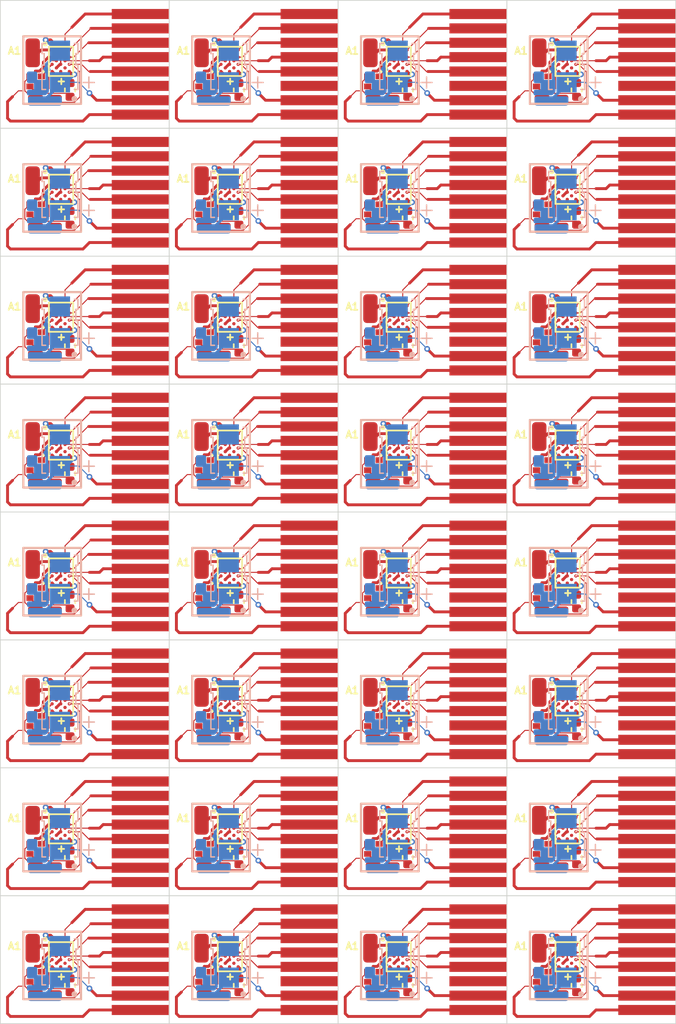
<source format=kicad_pcb>
(kicad_pcb (version 20221018) (generator pcbnew)
  (layers (0 "F.Cu" signal) (31 "B.Cu" signal) (34 "B.Paste" user) (35 "F.Paste" user) (36 "B.SilkS" user "B.Silkscreen") (37 "F.SilkS" user "F.Silkscreen") (38 "B.Mask" user) (39 "F.Mask" user) (44 "Edge.Cuts" user))
  (net 0 "")
  (net 1 "/+VE")
  (net 2 "/GND")
  (net 3 "Net-(U1-RFIOp)")
  (net 5 "Net-(U1-XTAL32Mm)")
  (net 6 "Net-(U1-XTAL32Mp)")
  (net 7 "Net-(J1-Pin_2)")
  (net 8 "Net-(J1-Pin_3)")
  (net 9 "Net-(J1-Pin_4)")
  (net 10 "Net-(J1-Pin_5)")
  (net 11 "Net-(J1-Pin_6)")
  (net 12 "Net-(J1-Pin_1)")
  (footprint "Library:FPC_1x08_P1.00mm_plug_3mm" (layer "F.Cu") (at 61.6 81.45)
    (fp_text reference "J1" hide)
    (fp_text value "Conn_01x08_Pin" hide)
  )
  (footprint "Library:FPC_1x08_P1.00mm_plug_3mm" (layer "F.Cu") (at 96.85 54.75)
    (fp_text reference "J1" hide)
    (fp_text value "Conn_01x08_Pin" hide)
  )
  (footprint "PowerConnector:SolderWirePad_1x01_SMD_0.65x1.05mm" (layer "F.Cu") (at 81.1 92.8 90)
    (fp_text reference "REF**" hide)
    (fp_text value "SolderWirePad_1x01_SMD_0.65x1.05mm" hide)
  )
  (footprint "Capacitor_SMD:C_0402_1005Metric" (layer "F.Cu") (at 58.7 101.03 -90)
    (fp_text reference "C1" hide)
    (fp_text value "C" hide)
  )
  (footprint "Library:FPC_1x08_P1.00mm_plug_3mm" (layer "F.Cu") (at 85.1 54.75)
    (fp_text reference "J1" hide)
    (fp_text value "Conn_01x08_Pin" hide)
  )
  (footprint "Library:Crystal_SMD_Abracon_ABM13W-4Pin_1.2x1.0mm" (layer "F.Cu") (at 91.56 100.44 180)
    (fp_text reference "Y1" hide)
    (fp_text value "Crystal_GND24" hide)
  )
  (footprint "Connector_Wire:SolderWirePad_1x01_SMD_1x2mm" (layer "F.Cu") (at 91.35 107.35)
    (fp_text reference "A1" hide)
    (fp_text value "SolderWirePad_1x01_SMD_1x2mm" hide)
  )
  (footprint "Library:DA14531_17-ball_WLCSP" (layer "F.Cu") (at 93.322 54.545)
    (fp_text reference "U1" hide)
    (fp_text value "DA14531_17-ball_WLCSP" hide)
  )
  (footprint "Library:DA14531_17-ball_WLCSP" (layer "F.Cu") (at 81.572 81.245)
    (fp_text reference "U1" hide)
    (fp_text value "DA14531_17-ball_WLCSP" hide)
  )
  (footprint "Connector_Wire:SolderWirePad_1x01_SMD_1x2mm" (layer "F.Cu") (at 91.35 98.45)
    (fp_text reference "A1" hide)
    (fp_text value "SolderWirePad_1x01_SMD_1x2mm" hide)
  )
  (footprint "Library:FPC_1x08_P1.00mm_plug_3mm" (layer "F.Cu") (at 85.1 81.45)
    (fp_text reference "J1" hide)
    (fp_text value "Conn_01x08_Pin" hide)
  )
  (footprint "PowerConnector:SolderWirePad_1x01_SMD_0.65x1.05mm" (layer "F.Cu") (at 69.35 83.9 90)
    (fp_text reference "REF**" hide)
    (fp_text value "SolderWirePad_1x01_SMD_0.65x1.05mm" hide)
  )
  (footprint "PowerConnector:SolderWirePad_1x01_SMD_0.65x1.05mm" (layer "F.Cu") (at 91.55 110.6 90)
    (fp_text reference "REF**" hide)
    (fp_text value "SolderWirePad_1x01_SMD_0.65x1.05mm" hide)
  )
  (footprint "PowerConnector:SolderWirePad_1x01_SMD_0.65x1.05mm" (layer "F.Cu") (at 69.35 92.8 90)
    (fp_text reference "REF**" hide)
    (fp_text value "SolderWirePad_1x01_SMD_0.65x1.05mm" hide)
  )
  (footprint "PowerConnector:SolderWirePad_1x01_SMD_0.65x1.05mm" (layer "F.Cu") (at 92.85 92.8 90)
    (fp_text reference "REF**" hide)
    (fp_text value "SolderWirePad_1x01_SMD_0.65x1.05mm" hide)
  )
  (footprint "Connector_Wire:SolderWirePad_1x01_SMD_1x2mm" (layer "F.Cu") (at 67.85 98.45)
    (fp_text reference "A1" hide)
    (fp_text value "SolderWirePad_1x01_SMD_1x2mm" hide)
  )
  (footprint "Connector_Wire:SolderWirePad_1x01_SMD_1x2mm" (layer "F.Cu") (at 56.1 53.95)
    (fp_text reference "A1" hide)
    (fp_text value "SolderWirePad_1x01_SMD_1x2mm" hide)
  )
  (footprint "Library:DA14531_17-ball_WLCSP" (layer "F.Cu") (at 81.572 90.145)
    (fp_text reference "U1" hide)
    (fp_text value "DA14531_17-ball_WLCSP" hide)
  )
  (footprint "PowerConnector:SolderWirePad_1x01_SMD_0.65x1.05mm" (layer "F.Cu") (at 57.6 83.9 90)
    (fp_text reference "REF**" hide)
    (fp_text value "SolderWirePad_1x01_SMD_0.65x1.05mm" hide)
  )
  (footprint "PowerConnector:SolderWirePad_1x01_SMD_0.65x1.05mm" (layer "F.Cu") (at 68.05 110.6 90)
    (fp_text reference "REF**" hide)
    (fp_text value "SolderWirePad_1x01_SMD_0.65x1.05mm" hide)
  )
  (footprint "Library:Crystal_SMD_Abracon_ABM13W-4Pin_1.2x1.0mm" (layer "F.Cu") (at 68.06 82.64 180)
    (fp_text reference "Y1" hide)
    (fp_text value "Crystal_GND24" hide)
  )
  (footprint "Library:Crystal_SMD_Abracon_ABM13W-4Pin_1.2x1.0mm" (layer "F.Cu") (at 79.81 47.04 180)
    (fp_text reference "Y1" hide)
    (fp_text value "Crystal_GND24" hide)
  )
  (footprint "Connector_Wire:SolderWirePad_1x01_SMD_1x2mm" (layer "F.Cu") (at 67.85 53.95)
    (fp_text reference "A1" hide)
    (fp_text value "SolderWirePad_1x01_SMD_1x2mm" hide)
  )
  (footprint "Library:DA14531_17-ball_WLCSP" (layer "F.Cu") (at 81.572 54.545)
    (fp_text reference "U1" hide)
    (fp_text value "DA14531_17-ball_WLCSP" hide)
  )
  (footprint "Library:DA14531_17-ball_WLCSP" (layer "F.Cu") (at 93.322 45.645)
    (fp_text reference "U1" hide)
    (fp_text value "DA14531_17-ball_WLCSP" hide)
  )
  (footprint "Connector_Wire:SolderWirePad_1x01_SMD_1x2mm" (layer "F.Cu") (at 91.35 62.85)
    (fp_text reference "A1" hide)
    (fp_text value "SolderWirePad_1x01_SMD_1x2mm" hide)
  )
  (footprint "PowerConnector:SolderWirePad_1x01_SMD_0.65x1.05mm" (layer "F.Cu") (at 81.1 75 90)
    (fp_text reference "REF**" hide)
    (fp_text value "SolderWirePad_1x01_SMD_0.65x1.05mm" hide)
  )
  (footprint "Library:DA14531_17-ball_WLCSP" (layer "F.Cu") (at 58.072 107.945)
    (fp_text reference "U1" hide)
    (fp_text value "DA14531_17-ball_WLCSP" hide)
  )
  (footprint "PowerConnector:SolderWirePad_1x01_SMD_0.65x1.05mm" (layer "F.Cu") (at 79.8 57.2 90)
    (fp_text reference "REF**" hide)
    (fp_text value "SolderWirePad_1x01_SMD_0.65x1.05mm" hide)
  )
  (footprint "Library:DA14531_17-ball_WLCSP" (layer "F.Cu") (at 69.822 99.045)
    (fp_text reference "U1" hide)
    (fp_text value "DA14531_17-ball_WLCSP" hide)
  )
  (footprint "Library:FPC_1x08_P1.00mm_plug_3mm" (layer "F.Cu") (at 61.6 54.75)
    (fp_text reference "J1" hide)
    (fp_text value "Conn_01x08_Pin" hide)
  )
  (footprint "Connector_Wire:SolderWirePad_1x01_SMD_1x2mm" (layer "F.Cu") (at 56.1 80.65)
    (fp_text reference "A1" hide)
    (fp_text value "SolderWirePad_1x01_SMD_1x2mm" hide)
  )
  (footprint "Library:FPC_1x08_P1.00mm_plug_3mm" (layer "F.Cu") (at 61.6 45.85)
    (fp_text reference "J1" hide)
    (fp_text value "Conn_01x08_Pin" hide)
  )
  (footprint "PowerConnector:SolderWirePad_1x01_SMD_0.65x1.05mm" (layer "F.Cu") (at 81.1 66.1 90)
    (fp_text reference "REF**" hide)
    (fp_text value "SolderWirePad_1x01_SMD_0.65x1.05mm" hide)
  )
  (footprint "PowerConnector:SolderWirePad_1x01_SMD_0.65x1.05mm" (layer "F.Cu") (at 56.3 66.1 90)
    (fp_text reference "REF**" hide)
    (fp_text value "SolderWirePad_1x01_SMD_0.65x1.05mm" hide)
  )
  (footprint "Library:DA14531_17-ball_WLCSP" (layer "F.Cu") (at 81.572 107.945)
    (fp_text reference "U1" hide)
    (fp_text value "DA14531_17-ball_WLCSP" hide)
  )
  (footprint "PowerConnector:SolderWirePad_1x01_SMD_0.65x1.05mm" (layer "F.Cu") (at 69.35 57.2 90)
    (fp_text reference "REF**" hide)
    (fp_text value "SolderWirePad_1x01_SMD_0.65x1.05mm" hide)
  )
  (footprint "PowerConnector:SolderWirePad_1x01_SMD_0.65x1.05mm" (layer "F.Cu") (at 57.6 92.8 90)
    (fp_text reference "REF**" hide)
    (fp_text value "SolderWirePad_1x01_SMD_0.65x1.05mm" hide)
  )
  (footprint "Capacitor_SMD:C_0402_1005Metric" (layer "F.Cu") (at 70.45 56.53 -90)
    (fp_text reference "C1" hide)
    (fp_text value "C" hide)
  )
  (footprint "PowerConnector:SolderWirePad_1x01_SMD_0.65x1.05mm" (layer "F.Cu") (at 68.05 83.9 90)
    (fp_text reference "REF**" hide)
    (fp_text value "SolderWirePad_1x01_SMD_0.65x1.05mm" hide)
  )
  (footprint "Library:Crystal_SMD_Abracon_ABM13W-4Pin_1.2x1.0mm" (layer "F.Cu") (at 56.31 47.04 180)
    (fp_text reference "Y1" hide)
    (fp_text value "Crystal_GND24" hide)
  )
  (footprint "PowerConnector:SolderWirePad_1x01_SMD_0.65x1.05mm" (layer "F.Cu") (at 56.3 101.7 90)
    (fp_text reference "REF**" hide)
    (fp_text value "SolderWirePad_1x01_SMD_0.65x1.05mm" hide)
  )
  (footprint "Library:DA14531_17-ball_WLCSP" (layer "F.Cu") (at 93.322 99.045)
    (fp_text reference "U1" hide)
    (fp_text value "DA14531_17-ball_WLCSP" hide)
  )
  (footprint "Library:Crystal_SMD_Abracon_ABM13W-4Pin_1.2x1.0mm" (layer "F.Cu") (at 56.31 64.84 180)
    (fp_text reference "Y1" hide)
    (fp_text value "Crystal_GND24" hide)
  )
  (footprint "Library:DA14531_17-ball_WLCSP" (layer "F.Cu") (at 58.072 99.045)
    (fp_text reference "U1" hide)
    (fp_text value "DA14531_17-ball_WLCSP" hide)
  )
  (footprint "Capacitor_SMD:C_0402_1005Metric" (layer "F.Cu") (at 82.2 109.93 -90)
    (fp_text reference "C1" hide)
    (fp_text value "C" hide)
  )
  (footprint "Capacitor_SMD:C_0402_1005Metric" (layer "F.Cu") (at 82.2 92.13 -90)
    (fp_text reference "C1" hide)
    (fp_text value "C" hide)
  )
  (footprint "Connector_Wire:SolderWirePad_1x01_SMD_1x2mm" (layer "F.Cu") (at 67.85 45.05)
    (fp_text reference "A1" hide)
    (fp_text value "SolderWirePad_1x01_SMD_1x2mm" hide)
  )
  (footprint "PowerConnector:SolderWirePad_1x01_SMD_0.65x1.05mm" (layer "F.Cu") (at 91.55 83.9 90)
    (fp_text reference "REF**" hide)
    (fp_text value "SolderWirePad_1x01_SMD_0.65x1.05mm" hide)
  )
  (footprint "Connector_Wire:SolderWirePad_1x01_SMD_1x2mm" (layer "F.Cu") (at 79.6 71.75)
    (fp_text reference "A1" hide)
    (fp_text value "SolderWirePad_1x01_SMD_1x2mm" hide)
  )
  (footprint "Library:DA14531_17-ball_WLCSP" (layer "F.Cu") (at 81.572 72.345)
    (fp_text reference "U1" hide)
    (fp_text value "DA14531_17-ball_WLCSP" hide)
  )
  (footprint "Library:DA14531_17-ball_WLCSP" (layer "F.Cu") (at 69.822 54.545)
    (fp_text reference "U1" hide)
    (fp_text value "DA14531_17-ball_WLCSP" hide)
  )
  (footprint "Library:FPC_1x08_P1.00mm_plug_3mm" (layer "F.Cu") (at 73.35 99.25)
    (fp_text reference "J1" hide)
    (fp_text value "Conn_01x08_Pin" hide)
  )
  (footprint "PowerConnector:SolderWirePad_1x01_SMD_0.65x1.05mm" (layer "F.Cu") (at 68.05 48.3 90)
    (fp_text reference "REF**" hide)
    (fp_text value "SolderWirePad_1x01_SMD_0.65x1.05mm" hide)
  )
  (footprint "Connector_Wire:SolderWirePad_1x01_SMD_1x2mm" (layer "F.Cu") (at 67.85 62.85)
    (fp_text reference "A1" hide)
    (fp_text value "SolderWirePad_1x01_SMD_1x2mm" hide)
  )
  (footprint "Capacitor_SMD:C_0402_1005Metric" (layer "F.Cu") (at 82.2 65.43 -90)
    (fp_text reference "C1" hide)
    (fp_text value "C" hide)
  )
  (footprint "PowerConnector:SolderWirePad_1x01_SMD_0.65x1.05mm" (layer "F.Cu") (at 81.1 48.3 90)
    (fp_text reference "REF**" hide)
    (fp_text value "SolderWirePad_1x01_SMD_0.65x1.05mm" hide)
  )
  (footprint "Library:Crystal_SMD_Abracon_ABM13W-4Pin_1.2x1.0mm" (layer "F.Cu") (at 79.81 82.64 180)
    (fp_text reference "Y1" hide)
    (fp_text value "Crystal_GND24" hide)
  )
  (footprint "PowerConnector:SolderWirePad_1x01_SMD_0.65x1.05mm" (layer "F.Cu") (at 91.55 57.2 90)
    (fp_text reference "REF**" hide)
    (fp_text value "SolderWirePad_1x01_SMD_0.65x1.05mm" hide)
  )
  (footprint "Library:FPC_1x08_P1.00mm_plug_3mm" (layer "F.Cu") (at 96.85 108.15)
    (fp_text reference "J1" hide)
    (fp_text value "Conn_01x08_Pin" hide)
  )
  (footprint "Library:Crystal_SMD_Abracon_ABM13W-4Pin_1.2x1.0mm" (layer "F.Cu") (at 68.06 100.44 180)
    (fp_text reference "Y1" hide)
    (fp_text value "Crystal_GND24" hide)
  )
  (footprint "PowerConnector:SolderWirePad_1x01_SMD_0.65x1.05mm" (layer "F.Cu") (at 56.3 92.8 90)
    (fp_text reference "REF**" hide)
    (fp_text value "SolderWirePad_1x01_SMD_0.65x1.05mm" hide)
  )
  (footprint "Connector_Wire:SolderWirePad_1x01_SMD_1x2mm" (layer "F.Cu") (at 56.1 89.55)
    (fp_text reference "A1" hide)
    (fp_text value "SolderWirePad_1x01_SMD_1x2mm" hide)
  )
  (footprint "PowerConnector:SolderWirePad_1x01_SMD_0.65x1.05mm" (layer "F.Cu") (at 79.8 66.1 90)
    (fp_text reference "REF**" hide)
    (fp_text value "SolderWirePad_1x01_SMD_0.65x1.05mm" hide)
  )
  (footprint "Library:Crystal_SMD_Abracon_ABM13W-4Pin_1.2x1.0mm" (layer "F.Cu") (at 68.06 64.84 180)
    (fp_text reference "Y1" hide)
    (fp_text value "Crystal_GND24" hide)
  )
  (footprint "Connector_Wire:SolderWirePad_1x01_SMD_1x2mm" (layer "F.Cu") (at 91.35 53.95)
    (fp_text reference "A1" hide)
    (fp_text value "SolderWirePad_1x01_SMD_1x2mm" hide)
  )
  (footprint "PowerConnector:SolderWirePad_1x01_SMD_0.65x1.05mm" (layer "F.Cu") (at 92.85 75 90)
    (fp_text reference "REF**" hide)
    (fp_text value "SolderWirePad_1x01_SMD_0.65x1.05mm" hide)
  )
  (footprint "Library:Crystal_SMD_Abracon_ABM13W-4Pin_1.2x1.0mm" (layer "F.Cu") (at 56.31 109.34 180)
    (fp_text reference "Y1" hide)
    (fp_text value "Crystal_GND24" hide)
  )
  (footprint "Capacitor_SMD:C_0402_1005Metric" (layer "F.Cu") (at 70.45 101.03 -90)
    (fp_text reference "C1" hide)
    (fp_text value "C" hide)
  )
  (footprint "Library:DA14531_17-ball_WLCSP" (layer "F.Cu") (at 58.072 63.445)
    (fp_text reference "U1" hide)
    (fp_text value "DA14531_17-ball_WLCSP" hide)
  )
  (footprint "Capacitor_SMD:C_0402_1005Metric" (layer "F.Cu") (at 58.7 92.13 -90)
    (fp_text reference "C1" hide)
    (fp_text value "C" hide)
  )
  (footprint "Library:Crystal_SMD_Abracon_ABM13W-4Pin_1.2x1.0mm" (layer "F.Cu") (at 56.31 55.94 180)
    (fp_text reference "Y1" hide)
    (fp_text value "Crystal_GND24" hide)
  )
  (footprint "PowerConnector:SolderWirePad_1x01_SMD_0.65x1.05mm" (layer "F.Cu") (at 92.85 66.1 90)
    (fp_text reference "REF**" hide)
    (fp_text value "SolderWirePad_1x01_SMD_0.65x1.05mm" hide)
  )
  (footprint "Library:DA14531_17-ball_WLCSP" (layer "F.Cu") (at 81.572 45.645)
    (fp_text reference "U1" hide)
    (fp_text value "DA14531_17-ball_WLCSP" hide)
  )
  (footprint "PowerConnector:SolderWirePad_1x01_SMD_0.65x1.05mm" (layer "F.Cu") (at 57.6 57.2 90)
    (fp_text reference "REF**" hide)
    (fp_text value "SolderWirePad_1x01_SMD_0.65x1.05mm" hide)
  )
  (footprint "Capacitor_SMD:C_0402_1005Metric" (layer "F.Cu") (at 70.45 65.43 -90)
    (fp_text reference "C1" hide)
    (fp_text value "C" hide)
  )
  (footprint "Library:FPC_1x08_P1.00mm_plug_3mm" (layer "F.Cu") (at 85.1 45.85)
    (fp_text reference "J1" hide)
    (fp_text value "Conn_01x08_Pin" hide)
  )
  (footprint "PowerConnector:SolderWirePad_1x01_SMD_0.65x1.05mm" (layer "F.Cu") (at 68.05 57.2 90)
    (fp_text reference "REF**" hide)
    (fp_text value "SolderWirePad_1x01_SMD_0.65x1.05mm" hide)
  )
  (footprint "PowerConnector:SolderWirePad_1x01_SMD_0.65x1.05mm" (layer "F.Cu") (at 81.1 83.9 90)
    (fp_text reference "REF**" hide)
    (fp_text value "SolderWirePad_1x01_SMD_0.65x1.05mm" hide)
  )
  (footprint "Capacitor_SMD:C_0402_1005Metric" (layer "F.Cu") (at 82.2 56.53 -90)
    (fp_text reference "C1" hide)
    (fp_text value "C" hide)
  )
  (footprint "Capacitor_SMD:C_0402_1005Metric" (layer "F.Cu") (at 82.2 83.23 -90)
    (fp_text reference "C1" hide)
    (fp_text value "C" hide)
  )
  (footprint "Capacitor_SMD:C_0402_1005Metric" (layer "F.Cu") (at 58.7 83.23 -90)
    (fp_text reference "C1" hide)
    (fp_text value "C" hide)
  )
  (footprint "PowerConnector:SolderWirePad_1x01_SMD_0.65x1.05mm" (layer "F.Cu") (at 91.55 101.7 90)
    (fp_text reference "REF**" hide)
    (fp_text value "SolderWirePad_1x01_SMD_0.65x1.05mm" hide)
  )
  (footprint "Library:FPC_1x08_P1.00mm_plug_3mm" (layer "F.Cu") (at 61.6 108.15)
    (fp_text reference "J1" hide)
    (fp_text value "Conn_01x08_Pin" hide)
  )
  (footprint "Library:DA14531_17-ball_WLCSP" (layer "F.Cu") (at 93.322 90.145)
    (fp_text reference "U1" hide)
    (fp_text value "DA14531_17-ball_WLCSP" hide)
  )
  (footprint "Library:FPC_1x08_P1.00mm_plug_3mm" (layer "F.Cu") (at 73.35 81.45)
    (fp_text reference "J1" hide)
    (fp_text value "Conn_01x08_Pin" hide)
  )
  (footprint "Capacitor_SMD:C_0402_1005Metric" (layer "F.Cu") (at 58.7 65.43 -90)
    (fp_text reference "C1" hide)
    (fp_text value "C" hide)
  )
  (footprint "Capacitor_SMD:C_0402_1005Metric" (layer "F.Cu") (at 93.95 74.33 -90)
    (fp_text reference "C1" hide)
    (fp_text value "C" hide)
  )
  (footprint "Capacitor_SMD:C_0402_1005Metric" (layer "F.Cu") (at 70.45 109.93 -90)
    (fp_text reference "C1" hide)
    (fp_text value "C" hide)
  )
  (footprint "Library:Crystal_SMD_Abracon_ABM13W-4Pin_1.2x1.0mm" (layer "F.Cu") (at 56.31 73.74 180)
    (fp_text reference "Y1" hide)
    (fp_text value "Crystal_GND24" hide)
  )
  (footprint "Library:DA14531_17-ball_WLCSP" (layer "F.Cu") (at 93.322 63.445)
    (fp_text reference "U1" hide)
    (fp_text value "DA14531_17-ball_WLCSP" hide)
  )
  (footprint "Capacitor_SMD:C_0402_1005Metric" (layer "F.Cu") (at 58.7 74.33 -90)
    (fp_text reference "C1" hide)
    (fp_text value "C" hide)
  )
  (footprint "Connector_Wire:SolderWirePad_1x01_SMD_1x2mm" (layer "F.Cu") (at 91.35 89.55)
    (fp_text reference "A1" hide)
    (fp_text value "SolderWirePad_1x01_SMD_1x2mm" hide)
  )
  (footprint "Connector_Wire:SolderWirePad_1x01_SMD_1x2mm" (layer "F.Cu") (at 79.6 53.95)
    (fp_text reference "A1" hide)
    (fp_text value "SolderWirePad_1x01_SMD_1x2mm" hide)
  )
  (footprint "Connector_Wire:SolderWirePad_1x01_SMD_1x2mm" (layer "F.Cu") (at 67.85 80.65)
    (fp_text reference "A1" hide)
    (fp_text value "SolderWirePad_1x01_SMD_1x2mm" hide)
  )
  (footprint "PowerConnector:SolderWirePad_1x01_SMD_0.65x1.05mm" (layer "F.Cu") (at 56.3 110.6 90)
    (fp_text reference "REF**" hide)
    (fp_text value "SolderWirePad_1x01_SMD_0.65x1.05mm" hide)
  )
  (footprint "Library:FPC_1x08_P1.00mm_plug_3mm" (layer "F.Cu") (at 61.6 99.25)
    (fp_text reference "J1" hide)
    (fp_text value "Conn_01x08_Pin" hide)
  )
  (footprint "PowerConnector:SolderWirePad_1x01_SMD_0.65x1.05mm" (layer "F.Cu") (at 69.35 48.3 90)
    (fp_text reference "REF**" hide)
    (fp_text value "SolderWirePad_1x01_SMD_0.65x1.05mm" hide)
  )
  (footprint "PowerConnector:SolderWirePad_1x01_SMD_0.65x1.05mm" (layer "F.Cu") (at 92.85 57.2 90)
    (fp_text reference "REF**" hide)
    (fp_text value "SolderWirePad_1x01_SMD_0.65x1.05mm" hide)
  )
  (footprint "Capacitor_SMD:C_0402_1005Metric" (layer "F.Cu") (at 70.45 83.23 -90)
    (fp_text reference "C1" hide)
    (fp_text value "C" hide)
  )
  (footprint "PowerConnector:SolderWirePad_1x01_SMD_0.65x1.05mm" (layer "F.Cu") (at 69.35 66.1 90)
    (fp_text reference "REF**" hide)
    (fp_text value "SolderWirePad_1x01_SMD_0.65x1.05mm" hide)
  )
  (footprint "Connector_Wire:SolderWirePad_1x01_SMD_1x2mm" (layer "F.Cu") (at 91.35 80.65)
    (fp_text reference "A1" hide)
    (fp_text value "SolderWirePad_1x01_SMD_1x2mm" hide)
  )
  (footprint "PowerConnector:SolderWirePad_1x01_SMD_0.65x1.05mm" (layer "F.Cu") (at 91.55 92.8 90)
    (fp_text reference "REF**" hide)
    (fp_text value "SolderWirePad_1x01_SMD_0.65x1.05mm" hide)
  )
  (footprint "Library:FPC_1x08_P1.00mm_plug_3mm" (layer "F.Cu") (at 73.35 90.35)
    (fp_text reference "J1" hide)
    (fp_text value "Conn_01x08_Pin" hide)
  )
  (footprint "Library:FPC_1x08_P1.00mm_plug_3mm" (layer "F.Cu") (at 85.1 90.35)
    (fp_text reference "J1" hide)
    (fp_text value "Conn_01x08_Pin" hide)
  )
  (footprint "Library:Crystal_SMD_Abracon_ABM13W-4Pin_1.2x1.0mm" (layer "F.Cu") (at 91.56 55.94 180)
    (fp_text reference "Y1" hide)
    (fp_text value "Crystal_GND24" hide)
  )
  (footprint "Library:FPC_1x08_P1.00mm_plug_3mm" (layer "F.Cu") (at 85.1 72.55)
    (fp_text reference "J1" hide)
    (fp_text value "Conn_01x08_Pin" hide)
  )
  (footprint "PowerConnector:SolderWirePad_1x01_SMD_0.65x1.05mm" (layer "F.Cu") (at 81.1 101.7 90)
    (fp_text reference "REF**" hide)
    (fp_text value "SolderWirePad_1x01_SMD_0.65x1.05mm" hide)
  )
  (footprint "Library:FPC_1x08_P1.00mm_plug_3mm" (layer "F.Cu") (at 61.6 90.35)
    (fp_text reference "J1" hide)
    (fp_text value "Conn_01x08_Pin" hide)
  )
  (footprint "Library:DA14531_17-ball_WLCSP" (layer "F.Cu") (at 58.072 72.345)
    (fp_text reference "U1" hide)
    (fp_text value "DA14531_17-ball_WLCSP" hide)
  )
  (footprint "PowerConnector:SolderWirePad_1x01_SMD_0.65x1.05mm" (layer "F.Cu") (at 81.1 110.6 90)
    (fp_text reference "REF**" hide)
    (fp_text value "SolderWirePad_1x01_SMD_0.65x1.05mm" hide)
  )
  (footprint "PowerConnector:SolderWirePad_1x01_SMD_0.65x1.05mm" (layer "F.Cu") (at 68.05 92.8 90)
    (fp_text reference "REF**" hide)
    (fp_text value "SolderWirePad_1x01_SMD_0.65x1.05mm" hide)
  )
  (footprint "Library:Crystal_SMD_Abracon_ABM13W-4Pin_1.2x1.0mm" (layer "F.Cu") (at 91.56 73.74 180)
    (fp_text reference "Y1" hide)
    (fp_text value "Crystal_GND24" hide)
  )
  (footprint "Library:FPC_1x08_P1.00mm_plug_3mm" (layer "F.Cu") (at 96.85 99.25)
    (fp_text reference "J1" hide)
    (fp_text value "Conn_01x08_Pin" hide)
  )
  (footprint "PowerConnector:SolderWirePad_1x01_SMD_0.65x1.05mm" (layer "F.Cu") (at 68.05 75 90)
    (fp_text reference "REF**" hide)
    (fp_text value "SolderWirePad_1x01_SMD_0.65x1.05mm" hide)
  )
  (footprint "Connector_Wire:SolderWirePad_1x01_SMD_1x2mm" (layer "F.Cu") (at 56.1 62.85)
    (fp_text reference "A1" hide)
    (fp_text value "SolderWirePad_1x01_SMD_1x2mm" hide)
  )
  (footprint "Library:DA14531_17-ball_WLCSP" (layer "F.Cu") (at 58.072 90.145)
    (fp_text reference "U1" hide)
    (fp_text value "DA14531_17-ball_WLCSP" hide)
  )
  (footprint "Library:FPC_1x08_P1.00mm_plug_3mm" (layer "F.Cu") (at 73.35 63.65)
    (fp_text reference "J1" hide)
    (fp_text value "Conn_01x08_Pin" hide)
  )
  (footprint "Library:Crystal_SMD_Abracon_ABM13W-4Pin_1.2x1.0mm" (layer "F.Cu") (at 91.56 47.04 180)
    (fp_text reference "Y1" hide)
    (fp_text value "Crystal_GND24" hide)
  )
  (footprint "Library:DA14531_17-ball_WLCSP" (layer "F.Cu") (at 69.822 107.945)
    (fp_text reference "U1" hide)
    (fp_text value "DA14531_17-ball_WLCSP" hide)
  )
  (footprint "Library:Crystal_SMD_Abracon_ABM13W-4Pin_1.2x1.0mm" (layer "F.Cu") (at 56.31 100.44 180)
    (fp_text reference "Y1" hide)
    (fp_text value "Crystal_GND24" hide)
  )
  (footprint "Library:Crystal_SMD_Abracon_ABM13W-4Pin_1.2x1.0mm" (layer "F.Cu") (at 91.56 82.64 180)
    (fp_text reference "Y1" hide)
    (fp_text value "Crystal_GND24" hide)
  )
  (footprint "PowerConnector:SolderWirePad_1x01_SMD_0.65x1.05mm" (layer "F.Cu") (at 79.8 92.8 90)
    (fp_text reference "REF**" hide)
    (fp_text value "SolderWirePad_1x01_SMD_0.65x1.05mm" hide)
  )
  (footprint "Library:DA14531_17-ball_WLCSP" (layer "F.Cu") (at 69.822 90.145)
    (fp_text reference "U1" hide)
    (fp_text value "DA14531_17-ball_WLCSP" hide)
  )
  (footprint "Capacitor_SMD:C_0402_1005Metric" (layer "F.Cu") (at 58.7 56.53 -90)
    (fp_text reference "C1" hide)
    (fp_text value "C" hide)
  )
  (footprint "Library:DA14531_17-ball_WLCSP" (layer "F.Cu") (at 69.822 45.645)
    (fp_text reference "U1" hide)
    (fp_text value "DA14531_17-ball_WLCSP" hide)
  )
  (footprint "Library:Crystal_SMD_Abracon_ABM13W-4Pin_1.2x1.0mm" (layer "F.Cu") (at 79.81 64.84 180)
    (fp_text reference "Y1" hide)
    (fp_text value "Crystal_GND24" hide)
  )
  (footprint "Library:DA14531_17-ball_WLCSP" (layer "F.Cu") (at 58.072 54.545)
    (fp_text reference "U1" hide)
    (fp_text value "DA14531_17-ball_WLCSP" hide)
  )
  (footprint "Library:Crystal_SMD_Abracon_ABM13W-4Pin_1.2x1.0mm" (layer "F.Cu") (at 68.06 55.94 180)
    (fp_text reference "Y1" hide)
    (fp_text value "Crystal_GND24" hide)
  )
  (footprint "Library:FPC_1x08_P1.00mm_plug_3mm" (layer "F.Cu") (at 73.35 72.55)
    (fp_text reference "J1" hide)
    (fp_text value "Conn_01x08_Pin" hide)
  )
  (footprint "PowerConnector:SolderWirePad_1x01_SMD_0.65x1.05mm" (layer "F.Cu") (at 92.85 110.6 90)
    (fp_text reference "REF**" hide)
    (fp_text value "SolderWirePad_1x01_SMD_0.65x1.05mm" hide)
  )
  (footprint "Connector_Wire:SolderWirePad_1x01_SMD_1x2mm" (layer "F.Cu") (at 56.1 98.45)
    (fp_text reference "A1" hide)
    (fp_text value "SolderWirePad_1x01_SMD_1x2mm" hide)
  )
  (footprint "Library:DA14531_17-ball_WLCSP" (layer "F.Cu") (at 69.822 81.245)
    (fp_text reference "U1" hide)
    (fp_text value "DA14531_17-ball_WLCSP" hide)
  )
  (footprint "Library:DA14531_17-ball_WLCSP" (layer "F.Cu") (at 81.572 99.045)
    (fp_text reference "U1" hide)
    (fp_text value "DA14531_17-ball_WLCSP" hide)
  )
  (footprint "Library:Crystal_SMD_Abracon_ABM13W-4Pin_1.2x1.0mm" (layer "F.Cu") (at 91.56 109.34 180)
    (fp_text reference "Y1" hide)
    (fp_text value "Crystal_GND24" hide)
  )
  (footprint "Capacitor_SMD:C_0402_1005Metric" (layer "F.Cu") (at 82.2 74.33 -90)
    (fp_text reference "C1" hide)
    (fp_text value "C" hide)
  )
  (footprint "Library:Crystal_SMD_Abracon_ABM13W-4Pin_1.2x1.0mm" (layer "F.Cu") (at 68.06 47.04 180)
    (fp_text reference "Y1" hide)
    (fp_text value "Crystal_GND24" hide)
  )
  (footprint "Library:FPC_1x08_P1.00mm_plug_3mm" (layer "F.Cu") (at 96.85 90.35)
    (fp_text reference "J1" hide)
    (fp_text value "Conn_01x08_Pin" hide)
  )
  (footprint "Capacitor_SMD:C_0402_1005Metric" (layer "F.Cu") (at 93.95 83.23 -90)
    (fp_text reference "C1" hide)
    (fp_text value "C" hide)
  )
  (footprint "Library:Crystal_SMD_Abracon_ABM13W-4Pin_1.2x1.0mm" (layer "F.Cu") (at 79.81 55.94 180)
    (fp_text reference "Y1" hide)
    (fp_text value "Crystal_GND24" hide)
  )
  (footprint "Library:FPC_1x08_P1.00mm_plug_3mm" (layer "F.Cu") (at 85.1 108.15)
    (fp_text reference "J1" hide)
    (fp_text value "Conn_01x08_Pin" hide)
  )
  (footprint "Library:Crystal_SMD_Abracon_ABM13W-4Pin_1.2x1.0mm" (layer "F.Cu") (at 91.56 64.84 180)
    (fp_text reference "Y1" hide)
    (fp_text value "Crystal_GND24" hide)
  )
  (footprint "Connector_Wire:SolderWirePad_1x01_SMD_1x2mm" (layer "F.Cu") (at 56.1 45.05)
    (fp_text reference "A1" hide)
    (fp_text value "SolderWirePad_1x01_SMD_1x2mm" hide)
  )
  (footprint "Library:Crystal_SMD_Abracon_ABM13W-4Pin_1.2x1.0mm" (layer "F.Cu") (at 68.06 109.34 180)
    (fp_text reference "Y1" hide)
    (fp_text value "Crystal_GND24" hide)
  )
  (footprint "Library:DA14531_17-ball_WLCSP" (layer "F.Cu") (at 69.822 63.445)
    (fp_text reference "U1" hide)
    (fp_text value "DA14531_17-ball_WLCSP" hide)
  )
  (footprint "Connector_Wire:SolderWirePad_1x01_SMD_1x2mm" (layer "F.Cu") (at 79.6 80.65)
    (fp_text reference "A1" hide)
    (fp_text value "SolderWirePad_1x01_SMD_1x2mm" hide)
  )
  (footprint "PowerConnector:SolderWirePad_1x01_SMD_0.65x1.05mm" (layer "F.Cu") (at 56.3 57.2 90)
    (fp_text reference "REF**" hide)
    (fp_text value "SolderWirePad_1x01_SMD_0.65x1.05mm" hide)
  )
  (footprint "Capacitor_SMD:C_0402_1005Metric" (layer "F.Cu") (at 58.7 109.93 -90)
    (fp_text reference "C1" hide)
    (fp_text value "C" hide)
  )
  (footprint "Capacitor_SMD:C_0402_1005Metric" (layer "F.Cu") (at 70.45 92.13 -90)
    (fp_text reference "C1" hide)
    (fp_text value "C" hide)
  )
  (footprint "PowerConnector:SolderWirePad_1x01_SMD_0.65x1.05mm" (layer "F.Cu") (at 79.8 75 90)
    (fp_text reference "REF**" hide)
    (fp_text value "SolderWirePad_1x01_SMD_0.65x1.05mm" hide)
  )
  (footprint "Library:Crystal_SMD_Abracon_ABM13W-4Pin_1.2x1.0mm" (layer "F.Cu") (at 68.06 91.54 180)
    (fp_text reference "Y1" hide)
    (fp_text value "Crystal_GND24" hide)
  )
  (footprint "Library:Crystal_SMD_Abracon_ABM13W-4Pin_1.2x1.0mm" (layer "F.Cu") (at 91.56 91.54 180)
    (fp_text reference "Y1" hide)
    (fp_text value "Crystal_GND24" hide)
  )
  (footprint "PowerConnector:SolderWirePad_1x01_SMD_0.65x1.05mm" (layer "F.Cu") (at 79.8 110.6 90)
    (fp_text reference "REF**" hide)
    (fp_text value "SolderWirePad_1x01_SMD_0.65x1.05mm" hide)
  )
  (footprint "Library:FPC_1x08_P1.00mm_plug_3mm" (layer "F.Cu") (at 73.35 45.85)
    (fp_text reference "J1" hide)
    (fp_text value "Conn_01x08_Pin" hide)
  )
  (footprint "Library:Crystal_SMD_Abracon_ABM13W-4Pin_1.2x1.0mm" (layer "F.Cu") (at 79.81 100.44 180)
    (fp_text reference "Y1" hide)
    (fp_text value "Crystal_GND24" hide)
  )
  (footprint "Library:FPC_1x08_P1.00mm_plug_3mm" (layer "F.Cu") (at 96.85 45.85)
    (fp_text reference "J1" hide)
    (fp_text value "Conn_01x08_Pin" hide)
  )
  (footprint "Library:DA14531_17-ball_WLCSP" (layer "F.Cu") (at 69.822 72.345)
    (fp_text reference "U1" hide)
    (fp_text value "DA14531_17-ball_WLCSP" hide)
  )
  (footprint "Library:DA14531_17-ball_WLCSP" (layer "F.Cu") (at 93.322 107.945)
    (fp_text reference "U1" hide)
    (fp_text value "DA14531_17-ball_WLCSP" hide)
  )
  (footprint "Library:DA14531_17-ball_WLCSP" (layer "F.Cu") (at 93.322 72.345)
    (fp_text reference "U1" hide)
    (fp_text value "DA14531_17-ball_WLCSP" hide)
  )
  (footprint "Library:DA14531_17-ball_WLCSP" (layer "F.Cu") (at 93.322 81.245)
    (fp_text reference "U1" hide)
    (fp_text value "DA14531_17-ball_WLCSP" hide)
  )
  (footprint "PowerConnector:SolderWirePad_1x01_SMD_0.65x1.05mm" (layer "F.Cu") (at 92.85 101.7 90)
    (fp_text reference "REF**" hide)
    (fp_text value "SolderWirePad_1x01_SMD_0.65x1.05mm" hide)
  )
  (footprint "PowerConnector:SolderWirePad_1x01_SMD_0.65x1.05mm" (layer "F.Cu") (at 57.6 75 90)
    (fp_text reference "REF**" hide)
    (fp_text value "SolderWirePad_1x01_SMD_0.65x1.05mm" hide)
  )
  (footprint "Connector_Wire:SolderWirePad_1x01_SMD_1x2mm" (layer "F.Cu") (at 79.6 107.35)
    (fp_text reference "A1" hide)
    (fp_text value "SolderWirePad_1x01_SMD_1x2mm" hide)
  )
  (footprint "Library:FPC_1x08_P1.00mm_plug_3mm" (layer "F.Cu") (at 85.1 99.25)
    (fp_text reference "J1" hide)
    (fp_text value "Conn_01x08_Pin" hide)
  )
  (footprint "Connector_Wire:SolderWirePad_1x01_SMD_1x2mm" (layer "F.Cu") (at 67.85 71.75)
    (fp_text reference "A1" hide)
    (fp_text value "SolderWirePad_1x01_SMD_1x2mm" hide)
  )
  (footprint "Connector_Wire:SolderWirePad_1x01_SMD_1x2mm" (layer "F.Cu") (at 79.6 45.05)
    (fp_text reference "A1" hide)
    (fp_text value "SolderWirePad_1x01_SMD_1x2mm" hide)
  )
  (footprint "Library:DA14531_17-ball_WLCSP" (layer "F.Cu") (at 81.572 63.445)
    (fp_text reference "U1" hide)
    (fp_text value "DA14531_17-ball_WLCSP" hide)
  )
  (footprint "Capacitor_SMD:C_0402_1005Metric" (layer "F.Cu") (at 82.2 101.03 -90)
    (fp_text reference "C1" hide)
    (fp_text value "C" hide)
  )
  (footprint "Capacitor_SMD:C_0402_1005Metric" (layer "F.Cu") (at 93.95 56.53 -90)
    (fp_text reference "C1" hide)
    (fp_text value "C" hide)
  )
  (footprint "Capacitor_SMD:C_0402_1005Metric" (layer "F.Cu") (at 70.45 74.33 -90)
    (fp_text reference "C1" hide)
    (fp_text value "C" hide)
  )
  (footprint "Connector_Wire:SolderWirePad_1x01_SMD_1x2mm" (layer "F.Cu") (at 79.6 62.85)
    (fp_text reference "A1" hide)
    (fp_text value "SolderWirePad_1x01_SMD_1x2mm" hide)
  )
  (footprint "Library:FPC_1x08_P1.00mm_plug_3mm" (layer "F.Cu") (at 61.6 63.65)
    (fp_text reference "J1" hide)
    (fp_text value "Conn_01x08_Pin" hide)
  )
  (footprint "PowerConnector:SolderWirePad_1x01_SMD_0.65x1.05mm" (layer "F.Cu") (at 91.55 48.3 90)
    (fp_text reference "REF**" hide)
    (fp_text value "SolderWirePad_1x01_SMD_0.65x1.05mm" hide)
  )
  (footprint "PowerConnector:SolderWirePad_1x01_SMD_0.65x1.05mm" (layer "F.Cu") (at 92.85 48.3 90)
    (fp_text reference "REF**" hide)
    (fp_text value "SolderWirePad_1x01_SMD_0.65x1.05mm" hide)
  )
  (footprint "PowerConnector:SolderWirePad_1x01_SMD_0.65x1.05mm" (layer "F.Cu") (at 69.35 101.7 90)
    (fp_text reference "REF**" hide)
    (fp_text value "SolderWirePad_1x01_SMD_0.65x1.05mm" hide)
  )
  (footprint "Capacitor_SMD:C_0402_1005Metric" (layer "F.Cu") (at 70.45 47.63 -90)
    (fp_text reference "C1" hide)
    (fp_text value "C" hide)
  )
  (footprint "Capacitor_SMD:C_0402_1005Metric" (layer "F.Cu") (at 93.95 47.63 -90)
    (fp_text reference "C1" hide)
    (fp_text value "C" hide)
  )
  (footprint "Library:FPC_1x08_P1.00mm_plug_3mm" (layer "F.Cu") (at 96.85 72.55)
    (fp_text reference "J1" hide)
    (fp_text value "Conn_01x08_Pin" hide)
  )
  (footprint "PowerConnector:SolderWirePad_1x01_SMD_0.65x1.05mm" (layer "F.Cu") (at 57.6 101.7 90)
    (fp_text reference "REF**" hide)
    (fp_text value "SolderWirePad_1x01_SMD_0.65x1.05mm" hide)
  )
  (footprint "PowerConnector:SolderWirePad_1x01_SMD_0.65x1.05mm" (layer "F.Cu") (at 68.05 101.7 90)
    (fp_text reference "REF**" hide)
    (fp_text value "SolderWirePad_1x01_SMD_0.65x1.05mm" hide)
  )
  (footprint "Connector_Wire:SolderWirePad_1x01_SMD_1x2mm" (layer "F.Cu") (at 56.1 71.75)
    (fp_text reference "A1" hide)
    (fp_text value "SolderWirePad_1x01_SMD_1x2mm" hide)
  )
  (footprint "Capacitor_SMD:C_0402_1005Metric" (layer "F.Cu") (at 82.2 47.63 -90)
    (fp_text reference "C1" hide)
    (fp_text value "C" hide)
  )
  (footprint "PowerConnector:SolderWirePad_1x01_SMD_0.65x1.05mm" (layer "F.Cu") (at 69.35 75 90)
    (fp_text reference "REF**" hide)
    (fp_text value "SolderWirePad_1x01_SMD_0.65x1.05mm" hide)
  )
  (footprint "Library:FPC_1x08_P1.00mm_plug_3mm" (layer "F.Cu") (at 73.35 108.15)
    (fp_text reference "J1" hide)
    (fp_text value "Conn_01x08_Pin" hide)
  )
  (footprint "PowerConnector:SolderWirePad_1x01_SMD_0.65x1.05mm" (layer "F.Cu") (at 79.8 48.3 90)
    (fp_text reference "REF**" hide)
    (fp_text value "SolderWirePad_1x01_SMD_0.65x1.05mm" hide)
  )
  (footprint "Library:DA14531_17-ball_WLCSP" (layer "F.Cu") (at 58.072 45.645)
    (fp_text reference "U1" hide)
    (fp_text value "DA14531_17-ball_WLCSP" hide)
  )
  (footprint "Library:FPC_1x08_P1.00mm_plug_3mm" (layer "F.Cu") (at 96.85 81.45)
    (fp_text reference "J1" hide)
    (fp_text value "Conn_01x08_Pin" hide)
  )
  (footprint "Connector_Wire:SolderWirePad_1x01_SMD_1x2mm" (layer "F.Cu") (at 67.85 89.55)
    (fp_text reference "A1" hide)
    (fp_text value "SolderWirePad_1x01_SMD_1x2mm" hide)
  )
  (footprint "PowerConnector:SolderWirePad_1x01_SMD_0.65x1.05mm" (layer "F.Cu") (at 91.55 66.1 90)
    (fp_text reference "REF**" hide)
    (fp_text value "SolderWirePad_1x01_SMD_0.65x1.05mm" hide)
  )
  (footprint "Connector_Wire:SolderWirePad_1x01_SMD_1x2mm" (layer "F.Cu") (at 67.85 107.35)
    (fp_text reference "A1" hide)
    (fp_text value "SolderWirePad_1x01_SMD_1x2mm" hide)
  )
  (footprint "Capacitor_SMD:C_0402_1005Metric" (layer "F.Cu") (at 93.95 65.43 -90)
    (fp_text reference "C1" hide)
    (fp_text value "C" hide)
  )
  (footprint "Library:Crystal_SMD_Abracon_ABM13W-4Pin_1.2x1.0mm" (layer "F.Cu") (at 56.31 82.64 180)
    (fp_text reference "Y1" hide)
    (fp_text value "Crystal_GND24" hide)
  )
  (footprint "Capacitor_SMD:C_0402_1005Metric" (layer "F.Cu") (at 93.95 109.93 -90)
    (fp_text reference "C1" hide)
    (fp_text value "C" hide)
  )
  (footprint "Connector_Wire:SolderWirePad_1x01_SMD_1x2mm" (layer "F.Cu") (at 79.6 89.55)
    (fp_text reference "A1" hide)
    (fp_text value "SolderWirePad_1x01_SMD_1x2mm" hide)
  )
  (footprint "Library:Crystal_SMD_Abracon_ABM13W-4Pin_1.2x1.0mm" (layer "F.Cu") (at 68.06 73.74 180)
    (fp_text reference "Y1" hide)
    (fp_text value "Crystal_GND24" hide)
  )
  (footprint "PowerConnector:SolderWirePad_1x01_SMD_0.65x1.05mm" (layer "F.Cu") (at 79.8 101.7 90)
    (fp_text reference "REF**" hide)
    (fp_text value "SolderWirePad_1x01_SMD_0.65x1.05mm" hide)
  )
  (footprint "PowerConnector:SolderWirePad_1x01_SMD_0.65x1.05mm" (layer "F.Cu") (at 92.85 83.9 90)
    (fp_text reference "REF**" hide)
    (fp_text value "SolderWirePad_1x01_SMD_0.65x1.05mm" hide)
  )
  (footprint "Capacitor_SMD:C_0402_1005Metric" (layer "F.Cu") (at 58.7 47.63 -90)
    (fp_text reference "C1" hide)
    (fp_text value "C" hide)
  )
  (footprint "Connector_Wire:SolderWirePad_1x01_SMD_1x2mm" (layer "F.Cu") (at 91.35 45.05)
    (fp_text reference "A1" hide)
    (fp_text value "SolderWirePad_1x01_SMD_1x2mm" hide)
  )
  (footprint "Library:FPC_1x08_P1.00mm_plug_3mm" (layer "F.Cu") (at 73.35 54.75)
    (fp_text reference "J1" hide)
    (fp_text value "Conn_01x08_Pin" hide)
  )
  (footprint "PowerConnector:SolderWirePad_1x01_SMD_0.65x1.05mm" (layer "F.Cu") (at 68.05 66.1 90)
    (fp_text reference "REF**" hide)
    (fp_text value "SolderWirePad_1x01_SMD_0.65x1.05mm" hide)
  )
  (footprint "Library:FPC_1x08_P1.00mm_plug_3mm" (layer "F.Cu") (at 85.1 63.65)
    (fp_text reference "J1" hide)
    (fp_text value "Conn_01x08_Pin" hide)
  )
  (footprint "Capacitor_SMD:C_0402_1005Metric" (layer "F.Cu") (at 93.95 101.03 -90)
    (fp_text reference "C1" hide)
    (fp_text value "C" hide)
  )
  (footprint "Connector_Wire:SolderWirePad_1x01_SMD_1x2mm" (layer "F.Cu") (at 56.1 107.35)
    (fp_text reference "A1" hide)
    (fp_text value "SolderWirePad_1x01_SMD_1x2mm" hide)
  )
  (footprint "Library:Crystal_SMD_Abracon_ABM13W-4Pin_1.2x1.0mm" (layer "F.Cu") (at 79.81 73.74 180)
    (fp_text reference "Y1" hide)
    (fp_text value "Crystal_GND24" hide)
  )
  (footprint "PowerConnector:SolderWirePad_1x01_SMD_0.65x1.05mm" (layer "F.Cu") (at 91.55 75 90)
    (fp_text reference "REF**" hide)
    (fp_text value "SolderWirePad_1x01_SMD_0.65x1.05mm" hide)
  )
  (footprint "Library:FPC_1x08_P1.00mm_plug_3mm" (layer "F.Cu") (at 96.85 63.65)
    (fp_text reference "J1" hide)
    (fp_text value "Conn_01x08_Pin" hide)
  )
  (footprint "Library:Crystal_SMD_Abracon_ABM13W-4Pin_1.2x1.0mm" (layer "F.Cu") (at 56.31 91.54 180)
    (fp_text reference "Y1" hide)
    (fp_text value "Crystal_GND24" hide)
  )
  (footprint "PowerConnector:SolderWirePad_1x01_SMD_0.65x1.05mm" (layer "F.Cu") (at 79.8 83.9 90)
    (fp_text reference "REF**" hide)
    (fp_text value "SolderWirePad_1x01_SMD_0.65x1.05mm" hide)
  )
  (footprint "PowerConnector:SolderWirePad_1x01_SMD_0.65x1.05mm" (layer "F.Cu") (at 81.1 57.2 90)
    (fp_text reference "REF**" hide)
    (fp_text value "SolderWirePad_1x01_SMD_0.65x1.05mm" hide)
  )
  (footprint "PowerConnector:SolderWirePad_1x01_SMD_0.65x1.05mm" (layer "F.Cu") (at 57.6 48.3 90)
    (fp_text reference "REF**" hide)
    (fp_text value "SolderWirePad_1x01_SMD_0.65x1.05mm" hide)
  )
  (footprint "PowerConnector:SolderWirePad_1x01_SMD_0.65x1.05mm" (layer "F.Cu") (at 57.6 110.6 90)
    (fp_text reference "REF**" hide)
    (fp_text value "SolderWirePad_1x01_SMD_0.65x1.05mm" hide)
  )
  (footprint "PowerConnector:SolderWirePad_1x01_SMD_0.65x1.05mm" (layer "F.Cu") (at 56.3 83.9 90)
    (fp_text reference "REF**" hide)
    (fp_text value "SolderWirePad_1x01_SMD_0.65x1.05mm" hide)
  )
  (footprint "PowerConnector:SolderWirePad_1x01_SMD_0.65x1.05mm" (layer "F.Cu") (at 56.3 75 90)
    (fp_text reference "REF**" hide)
    (fp_text value "SolderWirePad_1x01_SMD_0.65x1.05mm" hide)
  )
  (footprint "Capacitor_SMD:C_0402_1005Metric" (layer "F.Cu") (at 93.95 92.13 -90)
    (fp_text reference "C1" hide)
    (fp_text value "C" hide)
  )
  (footprint "Library:Crystal_SMD_Abracon_ABM13W-4Pin_1.2x1.0mm" (layer "F.Cu") (at 79.81 91.54 180)
    (fp_text reference "Y1" hide)
    (fp_text value "Crystal_GND24" hide)
  )
  (footprint "Library:DA14531_17-ball_WLCSP" (layer "F.Cu") (at 58.072 81.245)
    (fp_text reference "U1" hide)
    (fp_text value "DA14531_17-ball_WLCSP" hide)
  )
  (footprint "Library:FPC_1x08_P1.00mm_plug_3mm" (layer "F.Cu") (at 61.6 72.55)
    (fp_text reference "J1" hide)
    (fp_text value "Conn_01x08_Pin" hide)
  )
  (footprint "Library:Crystal_SMD_Abracon_ABM13W-4Pin_1.2x1.0mm" (layer "F.Cu") (at 79.81 109.34 180)
    (fp_text reference "Y1" hide)
    (fp_text value "Crystal_GND24" hide)
  )
  (footprint "Connector_Wire:SolderWirePad_1x01_SMD_1x2mm" (layer "F.Cu") (at 79.6 98.45)
    (fp_text reference "A1" hide)
    (fp_text value "SolderWirePad_1x01_SMD_1x2mm" hide)
  )
  (footprint "PowerConnector:SolderWirePad_1x01_SMD_0.65x1.05mm" (layer "F.Cu") (at 69.35 110.6 90)
    (fp_text reference "REF**" hide)
    (fp_text value "SolderWirePad_1x01_SMD_0.65x1.05mm" hide)
  )
  (footprint "PowerConnector:SolderWirePad_1x01_SMD_0.65x1.05mm" (layer "F.Cu") (at 57.6 66.1 90)
    (fp_text reference "REF**" hide)
    (fp_text value "SolderWirePad_1x01_SMD_0.65x1.05mm" hide)
  )
  (footprint "Connector_Wire:SolderWirePad_1x01_SMD_1x2mm" (layer "F.Cu") (at 91.35 71.75)
    (fp_text reference "A1" hide)
    (fp_text value "SolderWirePad_1x01_SMD_1x2mm" hide)
  )
  (footprint "PowerConnector:SolderWirePad_1x01_SMD_0.65x1.05mm" (layer "F.Cu") (at 56.3 48.3 90)
    (fp_text reference "REF**" hide)
    (fp_text value "SolderWirePad_1x01_SMD_0.65x1.05mm" hide)
  )
  (footprint "Library:CAPCP3225X100N_improved" (layer "B.Cu") (at 81.5 81.6 90)
    (fp_text reference "C2" hide)
    (fp_text value "CP3225A" hide)
  )
  (footprint "Library:CAPCP3225X100N_improved" (layer "B.Cu") (at 58 108.3 90)
    (fp_text reference "C2" hide)
    (fp_text value "CP3225A" hide)
  )
  (footprint "PowerConnector:SolderWirePad_1x01_SMD_0.65x2.35mm" (layer "B.Cu") (at 68.7 84 90)
    (fp_text reference "REF**" hide)
    (fp_text value "SolderWirePad_1x01_SMD_0.65x2.35mm" hide)
  )
  (footprint "PowerConnector:SolderWirePad_1x01_SMD_0.65x2.35mm" (layer "B.Cu") (at 80.45 84 90)
    (fp_text reference "REF**" hide)
    (fp_text value "SolderWirePad_1x01_SMD_0.65x2.35mm" hide)
  )
  (footprint "Library:CAPCP3225X100N_improved" (layer "B.Cu") (at 93.25 81.6 90)
    (fp_text reference "C2" hide)
    (fp_text value "CP3225A" hide)
  )
  (footprint "PowerConnector:SolderWirePad_1x01_SMD_0.65x2.35mm" (layer "B.Cu") (at 92.2 110.7 90)
    (fp_text reference "REF**" hide)
    (fp_text value "SolderWirePad_1x01_SMD_0.65x2.35mm" hide)
  )
  (footprint "Library:CAPCP3225X100N_improved" (layer "B.Cu") (at 69.75 90.5 90)
    (fp_text reference "C2" hide)
    (fp_text value "CP3225A" hide)
  )
  (footprint "Library:CAPCP3225X100N_improved" (layer "B.Cu") (at 81.5 63.8 90)
    (fp_text reference "C2" hide)
    (fp_text value "CP3225A" hide)
  )
  (footprint "Library:CAPCP3225X100N_improved" (layer "B.Cu") (at 93.25 54.9 90)
    (fp_text reference "C2" hide)
    (fp_text value "CP3225A" hide)
  )
  (footprint "PowerConnector:SolderWirePad_1x01_SMD_0.65x2.35mm" (layer "B.Cu") (at 92.2 48.4 90)
    (fp_text reference "REF**" hide)
    (fp_text value "SolderWirePad_1x01_SMD_0.65x2.35mm" hide)
  )
  (footprint "PowerConnector:SolderWirePad_1x01_SMD_0.65x2.35mm" (layer "B.Cu") (at 92.2 57.3 90)
    (fp_text reference "REF**" hide)
    (fp_text value "SolderWirePad_1x01_SMD_0.65x2.35mm" hide)
  )
  (footprint "Library:CAPCP3225X100N_improved" (layer "B.Cu") (at 93.25 108.3 90)
    (fp_text reference "C2" hide)
    (fp_text value "CP3225A" hide)
  )
  (footprint "Library:CAPCP3225X100N_improved" (layer "B.Cu") (at 93.25 72.7 90)
    (fp_text reference "C2" hide)
    (fp_text value "CP3225A" hide)
  )
  (footprint "Library:CAPCP3225X100N_improved" (layer "B.Cu") (at 58 81.6 90)
    (fp_text reference "C2" hide)
    (fp_text value "CP3225A" hide)
  )
  (footprint "Library:CAPCP3225X100N_improved" (layer "B.Cu") (at 81.5 72.7 90)
    (fp_text reference "C2" hide)
    (fp_text value "CP3225A" hide)
  )
  (footprint "PowerConnector:SolderWirePad_1x01_SMD_0.65x2.35mm" (layer "B.Cu") (at 92.2 84 90)
    (fp_text reference "REF**" hide)
    (fp_text value "SolderWirePad_1x01_SMD_0.65x2.35mm" hide)
  )
  (footprint "PowerConnector:SolderWirePad_1x01_SMD_0.65x2.35mm" (layer "B.Cu") (at 92.2 101.8 90)
    (fp_text reference "REF**" hide)
    (fp_text value "SolderWirePad_1x01_SMD_0.65x2.35mm" hide)
  )
  (footprint "PowerConnector:SolderWirePad_1x01_SMD_0.65x2.35mm" (layer "B.Cu") (at 56.95 110.7 90)
    (fp_text reference "REF**" hide)
    (fp_text value "SolderWirePad_1x01_SMD_0.65x2.35mm" hide)
  )
  (footprint "PowerConnector:SolderWirePad_1x01_SMD_0.65x2.35mm" (layer "B.Cu") (at 68.7 66.2 90)
    (fp_text reference "REF**" hide)
    (fp_text value "SolderWirePad_1x01_SMD_0.65x2.35mm" hide)
  )
  (footprint "PowerConnector:SolderWirePad_1x01_SMD_0.65x2.35mm" (layer "B.Cu") (at 56.95 101.8 90)
    (fp_text reference "REF**" hide)
    (fp_text value "SolderWirePad_1x01_SMD_0.65x2.35mm" hide)
  )
  (footprint "PowerConnector:SolderWirePad_1x01_SMD_0.65x2.35mm" (layer "B.Cu") (at 80.45 66.2 90)
    (fp_text reference "REF**" hide)
    (fp_text value "SolderWirePad_1x01_SMD_0.65x2.35mm" hide)
  )
  (footprint "Library:CAPCP3225X100N_improved" (layer "B.Cu") (at 93.25 99.4 90)
    (fp_text reference "C2" hide)
    (fp_text value "CP3225A" hide)
  )
  (footprint "PowerConnector:SolderWirePad_1x01_SMD_0.65x2.35mm" (layer "B.Cu") (at 80.45 110.7 90)
    (fp_text reference "REF**" hide)
    (fp_text value "SolderWirePad_1x01_SMD_0.65x2.35mm" hide)
  )
  (footprint "Library:CAPCP3225X100N_improved" (layer "B.Cu") (at 58 90.5 90)
    (fp_text reference "C2" hide)
    (fp_text value "CP3225A" hide)
  )
  (footprint "Library:CAPCP3225X100N_improved" (layer "B.Cu") (at 69.75 81.6 90)
    (fp_text reference "C2" hide)
    (fp_text value "CP3225A" hide)
  )
  (footprint "Library:CAPCP3225X100N_improved" (layer "B.Cu") (at 58 99.4 90)
    (fp_text reference "C2" hide)
    (fp_text value "CP3225A" hide)
  )
  (footprint "PowerConnector:SolderWirePad_1x01_SMD_0.65x2.35mm" (layer "B.Cu") (at 68.7 75.1 90)
    (fp_text reference "REF**" hide)
    (fp_text value "SolderWirePad_1x01_SMD_0.65x2.35mm" hide)
  )
  (footprint "PowerConnector:SolderWirePad_1x01_SMD_0.65x2.35mm" (layer "B.Cu") (at 68.7 48.4 90)
    (fp_text reference "REF**" hide)
    (fp_text value "SolderWirePad_1x01_SMD_0.65x2.35mm" hide)
  )
  (footprint "PowerConnector:SolderWirePad_1x01_SMD_0.65x2.35mm" (layer "B.Cu") (at 56.95 92.9 90)
    (fp_text reference "REF**" hide)
    (fp_text value "SolderWirePad_1x01_SMD_0.65x2.35mm" hide)
  )
  (footprint "Library:CAPCP3225X100N_improved" (layer "B.Cu") (at 69.75 46 90)
    (fp_text reference "C2" hide)
    (fp_text value "CP3225A" hide)
  )
  (footprint "Library:CAPCP3225X100N_improved" (layer "B.Cu") (at 69.75 54.9 90)
    (fp_text reference "C2" hide)
    (fp_text value "CP3225A" hide)
  )
  (footprint "PowerConnector:SolderWirePad_1x01_SMD_0.65x2.35mm" (layer "B.Cu") (at 80.45 75.1 90)
    (fp_text reference "REF**" hide)
    (fp_text value "SolderWirePad_1x01_SMD_0.65x2.35mm" hide)
  )
  (footprint "Library:CAPCP3225X100N_improved" (layer "B.Cu") (at 58 54.9 90)
    (fp_text reference "C2" hide)
    (fp_text value "CP3225A" hide)
  )
  (footprint "Library:CAPCP3225X100N_improved" (layer "B.Cu") (at 69.75 63.8 90)
    (fp_text reference "C2" hide)
    (fp_text value "CP3225A" hide)
  )
  (footprint "Library:CAPCP3225X100N_improved" (layer "B.Cu") (at 81.5 108.3 90)
    (fp_text reference "C2" hide)
    (fp_text value "CP3225A" hide)
  )
  (footprint "Library:CAPCP3225X100N_improved" (layer "B.Cu") (at 81.5 46 90)
    (fp_text reference "C2" hide)
    (fp_text value "CP3225A" hide)
  )
  (footprint "PowerConnector:SolderWirePad_1x01_SMD_0.65x2.35mm" (layer "B.Cu") (at 92.2 75.1 90)
    (fp_text reference "REF**" hide)
    (fp_text value "SolderWirePad_1x01_SMD_0.65x2.35mm" hide)
  )
  (footprint "Library:CAPCP3225X100N_improved" (layer "B.Cu") (at 58 46 90)
    (fp_text reference "C2" hide)
    (fp_text value "CP3225A" hide)
  )
  (footprint "PowerConnector:SolderWirePad_1x01_SMD_0.65x2.35mm" (layer "B.Cu") (at 80.45 48.4 90)
    (fp_text reference "REF**" hide)
    (fp_text value "SolderWirePad_1x01_SMD_0.65x2.35mm" hide)
  )
  (footprint "PowerConnector:SolderWirePad_1x01_SMD_0.65x2.35mm" (layer "B.Cu") (at 80.45 57.3 90)
    (fp_text reference "REF**" hide)
    (fp_text value "SolderWirePad_1x01_SMD_0.65x2.35mm" hide)
  )
  (footprint "PowerConnector:SolderWirePad_1x01_SMD_0.65x2.35mm" (layer "B.Cu") (at 80.45 92.9 90)
    (fp_text reference "REF**" hide)
    (fp_text value "SolderWirePad_1x01_SMD_0.65x2.35mm" hide)
  )
  (footprint "PowerConnector:SolderWirePad_1x01_SMD_0.65x2.35mm" (layer "B.Cu") (at 68.7 57.3 90)
    (fp_text reference "REF**" hide)
    (fp_text value "SolderWirePad_1x01_SMD_0.65x2.35mm" hide)
  )
  (footprint "PowerConnector:SolderWirePad_1x01_SMD_0.65x2.35mm" (layer "B.Cu") (at 56.95 84 90)
    (fp_text reference "REF**" hide)
    (fp_text value "SolderWirePad_1x01_SMD_0.65x2.35mm" hide)
  )
  (footprint "Library:CAPCP3225X100N_improved" (layer "B.Cu") (at 93.25 90.5 90)
    (fp_text reference "C2" hide)
    (fp_text value "CP3225A" hide)
  )
  (footprint "Library:CAPCP3225X100N_improved" (layer "B.Cu") (at 93.25 46 90)
    (fp_text reference "C2" hide)
    (fp_text value "CP3225A" hide)
  )
  (footprint "PowerConnector:SolderWirePad_1x01_SMD_0.65x2.35mm" (layer "B.Cu") (at 92.2 66.2 90)
    (fp_text reference "REF**" hide)
    (fp_text value "SolderWirePad_1x01_SMD_0.65x2.35mm" hide)
  )
  (footprint "Library:CAPCP3225X100N_improved" (layer "B.Cu") (at 81.5 90.5 90)
    (fp_text reference "C2" hide)
    (fp_text value "CP3225A" hide)
  )
  (footprint "PowerConnector:SolderWirePad_1x01_SMD_0.65x2.35mm" (layer "B.Cu") (at 80.45 101.8 90)
    (fp_text reference "REF**" hide)
    (fp_text value "SolderWirePad_1x01_SMD_0.65x2.35mm" hide)
  )
  (footprint "Library:CAPCP3225X100N_improved" (layer "B.Cu") (at 69.75 108.3 90)
    (fp_text reference "C2" hide)
    (fp_text value "CP3225A" hide)
  )
  (footprint "PowerConnector:SolderWirePad_1x01_SMD_0.65x2.35mm" (layer "B.Cu") (at 68.7 101.8 90)
    (fp_text reference "REF**" hide)
    (fp_text value "SolderWirePad_1x01_SMD_0.65x2.35mm" hide)
  )
  (footprint "Library:CAPCP3225X100N_improved" (layer "B.Cu") (at 93.25 63.8 90)
    (fp_text reference "C2" hide)
    (fp_text value "CP3225A" hide)
  )
  (footprint "PowerConnector:SolderWirePad_1x01_SMD_0.65x2.35mm" (layer "B.Cu") (at 56.95 66.2 90)
    (fp_text reference "REF**" hide)
    (fp_text value "SolderWirePad_1x01_SMD_0.65x2.35mm" hide)
  )
  (footprint "Library:CAPCP3225X100N_improved" (layer "B.Cu") (at 81.5 99.4 90)
    (fp_text reference "C2" hide)
    (fp_text value "CP3225A" hide)
  )
  (footprint "PowerConnector:SolderWirePad_1x01_SMD_0.65x2.35mm" (layer "B.Cu") (at 56.95 75.1 90)
    (fp_text reference "REF**" hide)
    (fp_text value "SolderWirePad_1x01_SMD_0.65x2.35mm" hide)
  )
  (footprint "Library:CAPCP3225X100N_improved" (layer "B.Cu") (at 69.75 72.7 90)
    (fp_text reference "C2" hide)
    (fp_text value "CP3225A" hide)
  )
  (footprint "PowerConnector:SolderWirePad_1x01_SMD_0.65x2.35mm" (layer "B.Cu") (at 56.95 48.4 90)
    (fp_text reference "REF**" hide)
    (fp_text value "SolderWirePad_1x01_SMD_0.65x2.35mm" hide)
  )
  (footprint "Library:CAPCP3225X100N_improved" (layer "B.Cu") (at 58 63.8 90)
    (fp_text reference "C2" hide)
    (fp_text value "CP3225A" hide)
  )
  (footprint "Library:CAPCP3225X100N_improved" (layer "B.Cu") (at 81.5 54.9 90)
    (fp_text reference "C2" hide)
    (fp_text value "CP3225A" hide)
  )
  (footprint "PowerConnector:SolderWirePad_1x01_SMD_0.65x2.35mm" (layer "B.Cu") (at 56.95 57.3 90)
    (fp_text reference "REF**" hide)
    (fp_text value "SolderWirePad_1x01_SMD_0.65x2.35mm" hide)
  )
  (footprint "Library:CAPCP3225X100N_improved" (layer "B.Cu") (at 69.75 99.4 90)
    (fp_text reference "C2" hide)
    (fp_text value "CP3225A" hide)
  )
  (footprint "PowerConnector:SolderWirePad_1x01_SMD_0.65x2.35mm" (layer "B.Cu") (at 68.7 110.7 90)
    (fp_text reference "REF**" hide)
    (fp_text value "SolderWirePad_1x01_SMD_0.65x2.35mm" hide)
  )
  (footprint "PowerConnector:SolderWirePad_1x01_SMD_0.65x2.35mm" (layer "B.Cu") (at 92.2 92.9 90)
    (fp_text reference "REF**" hide)
    (fp_text value "SolderWirePad_1x01_SMD_0.65x2.35mm" hide)
  )
  (footprint "PowerConnector:SolderWirePad_1x01_SMD_0.65x2.35mm" (layer "B.Cu") (at 68.7 92.9 90)
    (fp_text reference "REF**" hide)
    (fp_text value "SolderWirePad_1x01_SMD_0.65x2.35mm" hide)
  )
  (footprint "Library:CAPCP3225X100N_improved" (layer "B.Cu") (at 58 72.7 90)
    (fp_text reference "C2" hide)
    (fp_text value "CP3225A" hide)
  )
  (gr_line (start 90.7 66.4) (end 90.7 61.7) (stroke (width 0.15)) (layer "B.SilkS"))
  (gr_line (start 55.445 75.3) (end 59.455 75.3) (stroke (width 0.15)) (layer "B.SilkS"))
  (gr_line (start 67.2 79.5) (end 71.21 79.5) (stroke (width 0.15)) (layer "B.SilkS"))
  (gr_line (start 90.7 70.6) (end 94.71 70.6) (stroke (width 0.15)) (layer "B.SilkS"))
  (gr_line (start 78.95 110.9) (end 78.95 106.2) (stroke (width 0.15)) (layer "B.SilkS"))
  (gr_line (start 55.45 110.9) (end 55.45 106.2) (stroke (width 0.15)) (layer "B.SilkS"))
  (gr_line (start 59.46 88.4) (end 59.46 93.1) (stroke (width 0.15)) (layer "B.SilkS"))
  (gr_line (start 55.45 61.7) (end 59.46 61.7) (stroke (width 0.15)) (layer "B.SilkS"))
  (gr_line (start 94.71 106.2) (end 94.71 110.9) (stroke (width 0.15)) (layer "B.SilkS"))
  (gr_line (start 94.71 61.7) (end 94.71 66.4) (stroke (width 0.15)) (layer "B.SilkS"))
  (gr_line (start 90.7 84.2) (end 90.7 79.5) (stroke (width 0.15)) (layer "B.SilkS"))
  (gr_line (start 90.695 93.1) (end 94.705 93.1) (stroke (width 0.15)) (layer "B.SilkS"))
  (gr_line (start 78.95 106.2) (end 82.96 106.2) (stroke (width 0.15)) (layer "B.SilkS"))
  (gr_line (start 55.445 84.2) (end 59.455 84.2) (stroke (width 0.15)) (layer "B.SilkS"))
  (gr_line (start 90.695 66.4) (end 94.705 66.4) (stroke (width 0.15)) (layer "B.SilkS"))
  (gr_line (start 67.195 84.2) (end 71.205 84.2) (stroke (width 0.15)) (layer "B.SilkS"))
  (gr_line (start 71.21 106.2) (end 71.21 110.9) (stroke (width 0.15)) (layer "B.SilkS"))
  (gr_line (start 59.46 97.3) (end 59.46 102) (stroke (width 0.15)) (layer "B.SilkS"))
  (gr_line (start 78.945 66.4) (end 82.955 66.4) (stroke (width 0.15)) (layer "B.SilkS"))
  (gr_line (start 90.7 97.3) (end 94.71 97.3) (stroke (width 0.15)) (layer "B.SilkS"))
  (gr_line (start 78.945 75.3) (end 82.955 75.3) (stroke (width 0.15)) (layer "B.SilkS"))
  (gr_line (start 71.21 43.9) (end 71.21 48.6) (stroke (width 0.15)) (layer "B.SilkS"))
  (gr_line (start 55.445 48.6) (end 59.455 48.6) (stroke (width 0.15)) (layer "B.SilkS"))
  (gr_line (start 55.45 52.8) (end 59.46 52.8) (stroke (width 0.15)) (layer "B.SilkS"))
  (gr_line (start 94.71 97.3) (end 94.71 102) (stroke (width 0.15)) (layer "B.SilkS"))
  (gr_line (start 82.96 88.4) (end 82.96 93.1) (stroke (width 0.15)) (layer "B.SilkS"))
  (gr_line (start 67.2 66.4) (end 67.2 61.7) (stroke (width 0.15)) (layer "B.SilkS"))
  (gr_line (start 67.2 70.6) (end 71.21 70.6) (stroke (width 0.15)) (layer "B.SilkS"))
  (gr_line (start 67.195 75.3) (end 71.205 75.3) (stroke (width 0.15)) (layer "B.SilkS"))
  (gr_line (start 90.7 48.6) (end 90.7 43.9) (stroke (width 0.15)) (layer "B.SilkS"))
  (gr_line (start 55.45 84.2) (end 55.45 79.5) (stroke (width 0.15)) (layer "B.SilkS"))
  (gr_line (start 78.95 97.3) (end 82.96 97.3) (stroke (width 0.15)) (layer "B.SilkS"))
  (gr_line (start 82.96 43.9) (end 82.96 48.6) (stroke (width 0.15)) (layer "B.SilkS"))
  (gr_line (start 90.7 75.3) (end 90.7 70.6) (stroke (width 0.15)) (layer "B.SilkS"))
  (gr_line (start 55.445 66.4) (end 59.455 66.4) (stroke (width 0.15)) (layer "B.SilkS"))
  (gr_line (start 55.445 102) (end 59.455 102) (stroke (width 0.15)) (layer "B.SilkS"))
  (gr_line (start 55.45 75.3) (end 55.45 70.6) (stroke (width 0.15)) (layer "B.SilkS"))
  (gr_line (start 71.21 61.7) (end 71.21 66.4) (stroke (width 0.15)) (layer "B.SilkS"))
  (gr_line (start 90.695 102) (end 94.705 102) (stroke (width 0.15)) (layer "B.SilkS"))
  (gr_line (start 67.2 97.3) (end 71.21 97.3) (stroke (width 0.15)) (layer "B.SilkS"))
  (gr_line (start 67.2 43.9) (end 71.21 43.9) (stroke (width 0.15)) (layer "B.SilkS"))
  (gr_line (start 78.95 75.3) (end 78.95 70.6) (stroke (width 0.15)) (layer "B.SilkS"))
  (gr_line (start 78.945 102) (end 82.955 102) (stroke (width 0.15)) (layer "B.SilkS"))
  (gr_line (start 90.7 61.7) (end 94.71 61.7) (stroke (width 0.15)) (layer "B.SilkS"))
  (gr_line (start 90.7 88.4) (end 94.71 88.4) (stroke (width 0.15)) (layer "B.SilkS"))
  (gr_line (start 55.45 93.1) (end 55.45 88.4) (stroke (width 0.15)) (layer "B.SilkS"))
  (gr_line (start 67.2 102) (end 67.2 97.3) (stroke (width 0.15)) (layer "B.SilkS"))
  (gr_line (start 78.95 102) (end 78.95 97.3) (stroke (width 0.15)) (layer "B.SilkS"))
  (gr_line (start 71.21 52.8) (end 71.21 57.5) (stroke (width 0.15)) (layer "B.SilkS"))
  (gr_line (start 82.96 52.8) (end 82.96 57.5) (stroke (width 0.15)) (layer "B.SilkS"))
  (gr_line (start 78.95 84.2) (end 78.95 79.5) (stroke (width 0.15)) (layer "B.SilkS"))
  (gr_line (start 78.95 88.4) (end 82.96 88.4) (stroke (width 0.15)) (layer "B.SilkS"))
  (gr_line (start 78.95 43.9) (end 82.96 43.9) (stroke (width 0.15)) (layer "B.SilkS"))
  (gr_line (start 78.95 93.1) (end 78.95 88.4) (stroke (width 0.15)) (layer "B.SilkS"))
  (gr_line (start 78.95 70.6) (end 82.96 70.6) (stroke (width 0.15)) (layer "B.SilkS"))
  (gr_line (start 94.71 52.8) (end 94.71 57.5) (stroke (width 0.15)) (layer "B.SilkS"))
  (gr_line (start 90.7 43.9) (end 94.71 43.9) (stroke (width 0.15)) (layer "B.SilkS"))
  (gr_line (start 94.71 79.5) (end 94.71 84.2) (stroke (width 0.15)) (layer "B.SilkS"))
  (gr_line (start 55.45 88.4) (end 59.46 88.4) (stroke (width 0.15)) (layer "B.SilkS"))
  (gr_line (start 59.46 43.9) (end 59.46 48.6) (stroke (width 0.15)) (layer "B.SilkS"))
  (gr_line (start 67.2 52.8) (end 71.21 52.8) (stroke (width 0.15)) (layer "B.SilkS"))
  (gr_line (start 78.95 52.8) (end 82.96 52.8) (stroke (width 0.15)) (layer "B.SilkS"))
  (gr_line (start 78.95 79.5) (end 82.96 79.5) (stroke (width 0.15)) (layer "B.SilkS"))
  (gr_line (start 94.71 88.4) (end 94.71 93.1) (stroke (width 0.15)) (layer "B.SilkS"))
  (gr_line (start 67.195 102) (end 71.205 102) (stroke (width 0.15)) (layer "B.SilkS"))
  (gr_line (start 94.71 43.9) (end 94.71 48.6) (stroke (width 0.15)) (layer "B.SilkS"))
  (gr_line (start 90.695 75.3) (end 94.705 75.3) (stroke (width 0.15)) (layer "B.SilkS"))
  (gr_line (start 67.2 110.9) (end 67.2 106.2) (stroke (width 0.15)) (layer "B.SilkS"))
  (gr_line (start 78.945 84.2) (end 82.955 84.2) (stroke (width 0.15)) (layer "B.SilkS"))
  (gr_line (start 55.45 43.9) (end 59.46 43.9) (stroke (width 0.15)) (layer "B.SilkS"))
  (gr_line (start 78.945 48.6) (end 82.955 48.6) (stroke (width 0.15)) (layer "B.SilkS"))
  (gr_line (start 78.95 61.7) (end 82.96 61.7) (stroke (width 0.15)) (layer "B.SilkS"))
  (gr_line (start 67.2 88.4) (end 71.21 88.4) (stroke (width 0.15)) (layer "B.SilkS"))
  (gr_line (start 78.945 57.5) (end 82.955 57.5) (stroke (width 0.15)) (layer "B.SilkS"))
  (gr_line (start 55.45 48.6) (end 55.45 43.9) (stroke (width 0.15)) (layer "B.SilkS"))
  (gr_line (start 90.695 48.6) (end 94.705 48.6) (stroke (width 0.15)) (layer "B.SilkS"))
  (gr_line (start 82.96 79.5) (end 82.96 84.2) (stroke (width 0.15)) (layer "B.SilkS"))
  (gr_line (start 67.2 75.3) (end 67.2 70.6) (stroke (width 0.15)) (layer "B.SilkS"))
  (gr_line (start 67.2 84.2) (end 67.2 79.5) (stroke (width 0.15)) (layer "B.SilkS"))
  (gr_line (start 67.195 48.6) (end 71.205 48.6) (stroke (width 0.15)) (layer "B.SilkS"))
  (gr_line (start 59.46 61.7) (end 59.46 66.4) (stroke (width 0.15)) (layer "B.SilkS"))
  (gr_line (start 55.45 106.2) (end 59.46 106.2) (stroke (width 0.15)) (layer "B.SilkS"))
  (gr_line (start 55.445 57.5) (end 59.455 57.5) (stroke (width 0.15)) (layer "B.SilkS"))
  (gr_line (start 90.7 106.2) (end 94.71 106.2) (stroke (width 0.15)) (layer "B.SilkS"))
  (gr_line (start 82.96 70.6) (end 82.96 75.3) (stroke (width 0.15)) (layer "B.SilkS"))
  (gr_line (start 67.2 106.2) (end 71.21 106.2) (stroke (width 0.15)) (layer "B.SilkS"))
  (gr_line (start 67.195 57.5) (end 71.205 57.5) (stroke (width 0.15)) (layer "B.SilkS"))
  (gr_line (start 59.46 106.2) (end 59.46 110.9) (stroke (width 0.15)) (layer "B.SilkS"))
  (gr_line (start 90.695 57.5) (end 94.705 57.5) (stroke (width 0.15)) (layer "B.SilkS"))
  (gr_line (start 67.2 48.6) (end 67.2 43.9) (stroke (width 0.15)) (layer "B.SilkS"))
  (gr_line (start 78.95 48.6) (end 78.95 43.9) (stroke (width 0.15)) (layer "B.SilkS"))
  (gr_line (start 94.71 70.6) (end 94.71 75.3) (stroke (width 0.15)) (layer "B.SilkS"))
  (gr_line (start 55.45 70.6) (end 59.46 70.6) (stroke (width 0.15)) (layer "B.SilkS"))
  (gr_line (start 82.96 106.2) (end 82.96 110.9) (stroke (width 0.15)) (layer "B.SilkS"))
  (gr_line (start 78.945 93.1) (end 82.955 93.1) (stroke (width 0.15)) (layer "B.SilkS"))
  (gr_line (start 67.195 110.9) (end 71.205 110.9) (stroke (width 0.15)) (layer "B.SilkS"))
  (gr_line (start 67.2 61.7) (end 71.21 61.7) (stroke (width 0.15)) (layer "B.SilkS"))
  (gr_line (start 71.21 70.6) (end 71.21 75.3) (stroke (width 0.15)) (layer "B.SilkS"))
  (gr_line (start 90.695 84.2) (end 94.705 84.2) (stroke (width 0.15)) (layer "B.SilkS"))
  (gr_line (start 90.695 110.9) (end 94.705 110.9) (stroke (width 0.15)) (layer "B.SilkS"))
  (gr_line (start 90.7 79.5) (end 94.71 79.5) (stroke (width 0.15)) (layer "B.SilkS"))
  (gr_line (start 55.445 93.1) (end 59.455 93.1) (stroke (width 0.15)) (layer "B.SilkS"))
  (gr_line (start 55.45 102) (end 55.45 97.3) (stroke (width 0.15)) (layer "B.SilkS"))
  (gr_line (start 59.46 52.8) (end 59.46 57.5) (stroke (width 0.15)) (layer "B.SilkS"))
  (gr_line (start 78.95 66.4) (end 78.95 61.7) (stroke (width 0.15)) (layer "B.SilkS"))
  (gr_line (start 67.195 66.4) (end 71.205 66.4) (stroke (width 0.15)) (layer "B.SilkS"))
  (gr_line (start 90.7 93.1) (end 90.7 88.4) (stroke (width 0.15)) (layer "B.SilkS"))
  (gr_line (start 55.45 79.5) (end 59.46 79.5) (stroke (width 0.15)) (layer "B.SilkS"))
  (gr_line (start 78.95 57.5) (end 78.95 52.8) (stroke (width 0.15)) (layer "B.SilkS"))
  (gr_line (start 55.45 97.3) (end 59.46 97.3) (stroke (width 0.15)) (layer "B.SilkS"))
  (gr_line (start 67.2 93.1) (end 67.2 88.4) (stroke (width 0.15)) (layer "B.SilkS"))
  (gr_line (start 59.46 70.6) (end 59.46 75.3) (stroke (width 0.15)) (layer "B.SilkS"))
  (gr_line (start 71.21 79.5) (end 71.21 84.2) (stroke (width 0.15)) (layer "B.SilkS"))
  (gr_line (start 90.7 52.8) (end 94.71 52.8) (stroke (width 0.15)) (layer "B.SilkS"))
  (gr_line (start 71.21 88.4) (end 71.21 93.1) (stroke (width 0.15)) (layer "B.SilkS"))
  (gr_line (start 55.445 110.9) (end 59.455 110.9) (stroke (width 0.15)) (layer "B.SilkS"))
  (gr_line (start 78.945 110.9) (end 82.955 110.9) (stroke (width 0.15)) (layer "B.SilkS"))
  (gr_line (start 82.96 61.7) (end 82.96 66.4) (stroke (width 0.15)) (layer "B.SilkS"))
  (gr_line (start 90.7 57.5) (end 90.7 52.8) (stroke (width 0.15)) (layer "B.SilkS"))
  (gr_line (start 59.46 79.5) (end 59.46 84.2) (stroke (width 0.15)) (layer "B.SilkS"))
  (gr_line (start 67.195 93.1) (end 71.205 93.1) (stroke (width 0.15)) (layer "B.SilkS"))
  (gr_line (start 67.2 57.5) (end 67.2 52.8) (stroke (width 0.15)) (layer "B.SilkS"))
  (gr_line (start 71.21 97.3) (end 71.21 102) (stroke (width 0.15)) (layer "B.SilkS"))
  (gr_line (start 55.45 57.5) (end 55.45 52.8) (stroke (width 0.15)) (layer "B.SilkS"))
  (gr_line (start 90.7 102) (end 90.7 97.3) (stroke (width 0.15)) (layer "B.SilkS"))
  (gr_line (start 55.45 66.4) (end 55.45 61.7) (stroke (width 0.15)) (layer "B.SilkS"))
  (gr_line (start 90.7 110.9) (end 90.7 106.2) (stroke (width 0.15)) (layer "B.SilkS"))
  (gr_line (start 82.96 97.3) (end 82.96 102) (stroke (width 0.15)) (layer "B.SilkS"))
  (gr_line (start 67.195 48.6) (end 71.205 48.6) (stroke (width 0.15)) (layer "F.SilkS"))
  (gr_line (start 82.96 43.9) (end 82.96 48.6) (stroke (width 0.15)) (layer "F.SilkS"))
  (gr_line (start 94.71 88.4) (end 94.71 93.1) (stroke (width 0.15)) (layer "F.SilkS"))
  (gr_line (start 71.21 61.7) (end 71.21 66.4) (stroke (width 0.15)) (layer "F.SilkS"))
  (gr_line (start 78.95 61.7) (end 82.96 61.7) (stroke (width 0.15)) (layer "F.SilkS"))
  (gr_line (start 78.945 57.5) (end 82.955 57.5) (stroke (width 0.15)) (layer "F.SilkS"))
  (gr_line (start 90.7 61.7) (end 94.71 61.7) (stroke (width 0.15)) (layer "F.SilkS"))
  (gr_line (start 55.45 57.5) (end 55.45 52.8) (stroke (width 0.15)) (layer "F.SilkS"))
  (gr_line (start 94.71 52.8) (end 94.71 57.5) (stroke (width 0.15)) (layer "F.SilkS"))
  (gr_line (start 78.95 79.5) (end 82.96 79.5) (stroke (width 0.15)) (layer "F.SilkS"))
  (gr_line (start 71.21 79.5) (end 71.21 84.2) (stroke (width 0.15)) (layer "F.SilkS"))
  (gr_line (start 82.96 88.4) (end 82.96 93.1) (stroke (width 0.15)) (layer "F.SilkS"))
  (gr_line (start 59.46 79.5) (end 59.46 84.2) (stroke (width 0.15)) (layer "F.SilkS"))
  (gr_line (start 90.695 110.9) (end 94.705 110.9) (stroke (width 0.15)) (layer "F.SilkS"))
  (gr_line (start 55.45 102) (end 55.45 97.3) (stroke (width 0.15)) (layer "F.SilkS"))
  (gr_line (start 55.45 43.9) (end 59.46 43.9) (stroke (width 0.15)) (layer "F.SilkS"))
  (gr_line (start 55.445 110.9) (end 59.455 110.9) (stroke (width 0.15)) (layer "F.SilkS"))
  (gr_line (start 55.445 84.2) (end 59.455 84.2) (stroke (width 0.15)) (layer "F.SilkS"))
  (gr_line (start 59.46 88.4) (end 59.46 93.1) (stroke (width 0.15)) (layer "F.SilkS"))
  (gr_line (start 67.2 61.7) (end 71.21 61.7) (stroke (width 0.15)) (layer "F.SilkS"))
  (gr_line (start 90.695 75.3) (end 94.705 75.3) (stroke (width 0.15)) (layer "F.SilkS"))
  (gr_line (start 82.96 97.3) (end 82.96 102) (stroke (width 0.15)) (layer "F.SilkS"))
  (gr_line (start 67.2 52.8) (end 71.21 52.8) (stroke (width 0.15)) (layer "F.SilkS"))
  (gr_line (start 55.45 52.8) (end 59.46 52.8) (stroke (width 0.15)) (layer "F.SilkS"))
  (gr_line (start 59.46 43.9) (end 59.46 48.6) (stroke (width 0.15)) (layer "F.SilkS"))
  (gr_line (start 90.7 84.2) (end 90.7 79.5) (stroke (width 0.15)) (layer "F.SilkS"))
  (gr_line (start 67.2 66.4) (end 67.2 61.7) (stroke (width 0.15)) (layer "F.SilkS"))
  (gr_line (start 67.2 84.2) (end 67.2 79.5) (stroke (width 0.15)) (layer "F.SilkS"))
  (gr_line (start 90.695 66.4) (end 94.705 66.4) (stroke (width 0.15)) (layer "F.SilkS"))
  (gr_line (start 55.45 93.1) (end 55.45 88.4) (stroke (width 0.15)) (layer "F.SilkS"))
  (gr_line (start 71.21 43.9) (end 71.21 48.6) (stroke (width 0.15)) (layer "F.SilkS"))
  (gr_line (start 90.695 84.2) (end 94.705 84.2) (stroke (width 0.15)) (layer "F.SilkS"))
  (gr_line (start 55.445 93.1) (end 59.455 93.1) (stroke (width 0.15)) (layer "F.SilkS"))
  (gr_line (start 78.95 110.9) (end 78.95 106.2) (stroke (width 0.15)) (layer "F.SilkS"))
  (gr_line (start 94.71 70.6) (end 94.71 75.3) (stroke (width 0.15)) (layer "F.SilkS"))
  (gr_line (start 55.45 79.5) (end 59.46 79.5) (stroke (width 0.15)) (layer "F.SilkS"))
  (gr_line (start 78.945 48.6) (end 82.955 48.6) (stroke (width 0.15)) (layer "F.SilkS"))
  (gr_line (start 90.7 79.5) (end 94.71 79.5) (stroke (width 0.15)) (layer "F.SilkS"))
  (gr_line (start 59.46 52.8) (end 59.46 57.5) (stroke (width 0.15)) (layer "F.SilkS"))
  (gr_line (start 90.695 93.1) (end 94.705 93.1) (stroke (width 0.15)) (layer "F.SilkS"))
  (gr_line (start 78.95 106.2) (end 82.96 106.2) (stroke (width 0.15)) (layer "F.SilkS"))
  (gr_line (start 90.7 75.3) (end 90.7 70.6) (stroke (width 0.15)) (layer "F.SilkS"))
  (gr_line (start 55.45 48.6) (end 55.45 43.9) (stroke (width 0.15)) (layer "F.SilkS"))
  (gr_line (start 71.21 52.8) (end 71.21 57.5) (stroke (width 0.15)) (layer "F.SilkS"))
  (gr_line (start 90.7 110.9) (end 90.7 106.2) (stroke (width 0.15)) (layer "F.SilkS"))
  (gr_line (start 55.45 61.7) (end 59.46 61.7) (stroke (width 0.15)) (layer "F.SilkS"))
  (gr_line (start 78.945 93.1) (end 82.955 93.1) (stroke (width 0.15)) (layer "F.SilkS"))
  (gr_line (start 55.445 102) (end 59.455 102) (stroke (width 0.15)) (layer "F.SilkS"))
  (gr_line (start 82.96 106.2) (end 82.96 110.9) (stroke (width 0.15)) (layer "F.SilkS"))
  (gr_line (start 78.95 70.6) (end 82.96 70.6) (stroke (width 0.15)) (layer "F.SilkS"))
  (gr_line (start 55.45 84.2) (end 55.45 79.5) (stroke (width 0.15)) (layer "F.SilkS"))
  (gr_line (start 67.195 84.2) (end 71.205 84.2) (stroke (width 0.15)) (layer "F.SilkS"))
  (gr_line (start 90.7 93.1) (end 90.7 88.4) (stroke (width 0.15)) (layer "F.SilkS"))
  (gr_line (start 67.2 88.4) (end 71.21 88.4) (stroke (width 0.15)) (layer "F.SilkS"))
  (gr_line (start 90.7 43.9) (end 94.71 43.9) (stroke (width 0.15)) (layer "F.SilkS"))
  (gr_line (start 78.945 75.3) (end 82.955 75.3) (stroke (width 0.15)) (layer "F.SilkS"))
  (gr_line (start 59.46 106.2) (end 59.46 110.9) (stroke (width 0.15)) (layer "F.SilkS"))
  (gr_line (start 55.445 75.3) (end 59.455 75.3) (stroke (width 0.15)) (layer "F.SilkS"))
  (gr_line (start 90.7 102) (end 90.7 97.3) (stroke (width 0.15)) (layer "F.SilkS"))
  (gr_line (start 55.45 88.4) (end 59.46 88.4) (stroke (width 0.15)) (layer "F.SilkS"))
  (gr_line (start 90.7 48.6) (end 90.7 43.9) (stroke (width 0.15)) (layer "F.SilkS"))
  (gr_line (start 90.695 48.6) (end 94.705 48.6) (stroke (width 0.15)) (layer "F.SilkS"))
  (gr_line (start 55.445 57.5) (end 59.455 57.5) (stroke (width 0.15)) (layer "F.SilkS"))
  (gr_line (start 78.95 52.8) (end 82.96 52.8) (stroke (width 0.15)) (layer "F.SilkS"))
  (gr_line (start 78.95 66.4) (end 78.95 61.7) (stroke (width 0.15)) (layer "F.SilkS"))
  (gr_line (start 55.45 110.9) (end 55.45 106.2) (stroke (width 0.15)) (layer "F.SilkS"))
  (gr_line (start 67.195 102) (end 71.205 102) (stroke (width 0.15)) (layer "F.SilkS"))
  (gr_line (start 90.7 70.6) (end 94.71 70.6) (stroke (width 0.15)) (layer "F.SilkS"))
  (gr_line (start 82.96 79.5) (end 82.96 84.2) (stroke (width 0.15)) (layer "F.SilkS"))
  (gr_line (start 67.2 48.6) (end 67.2 43.9) (stroke (width 0.15)) (layer "F.SilkS"))
  (gr_line (start 78.95 84.2) (end 78.95 79.5) (stroke (width 0.15)) (layer "F.SilkS"))
  (gr_line (start 55.445 66.4) (end 59.455 66.4) (stroke (width 0.15)) (layer "F.SilkS"))
  (gr_line (start 78.95 48.6) (end 78.95 43.9) (stroke (width 0.15)) (layer "F.SilkS"))
  (gr_line (start 78.945 102) (end 82.955 102) (stroke (width 0.15)) (layer "F.SilkS"))
  (gr_line (start 94.71 79.5) (end 94.71 84.2) (stroke (width 0.15)) (layer "F.SilkS"))
  (gr_line (start 67.2 75.3) (end 67.2 70.6) (stroke (width 0.15)) (layer "F.SilkS"))
  (gr_line (start 59.46 97.3) (end 59.46 102) (stroke (width 0.15)) (layer "F.SilkS"))
  (gr_line (start 82.96 52.8) (end 82.96 57.5) (stroke (width 0.15)) (layer "F.SilkS"))
  (gr_line (start 90.7 57.5) (end 90.7 52.8) (stroke (width 0.15)) (layer "F.SilkS"))
  (gr_line (start 67.2 43.9) (end 71.21 43.9) (stroke (width 0.15)) (layer "F.SilkS"))
  (gr_line (start 55.45 97.3) (end 59.46 97.3) (stroke (width 0.15)) (layer "F.SilkS"))
  (gr_line (start 78.95 88.4) (end 82.96 88.4) (stroke (width 0.15)) (layer "F.SilkS"))
  (gr_line (start 55.445 48.6) (end 59.455 48.6) (stroke (width 0.15)) (layer "F.SilkS"))
  (gr_line (start 67.2 102) (end 67.2 97.3) (stroke (width 0.15)) (layer "F.SilkS"))
  (gr_line (start 71.21 97.3) (end 71.21 102) (stroke (width 0.15)) (layer "F.SilkS"))
  (gr_line (start 78.95 43.9) (end 82.96 43.9) (stroke (width 0.15)) (layer "F.SilkS"))
  (gr_line (start 59.46 61.7) (end 59.46 66.4) (stroke (width 0.15)) (layer "F.SilkS"))
  (gr_line (start 94.71 97.3) (end 94.71 102) (stroke (width 0.15)) (layer "F.SilkS"))
  (gr_line (start 71.21 88.4) (end 71.21 93.1) (stroke (width 0.15)) (layer "F.SilkS"))
  (gr_line (start 90.7 106.2) (end 94.71 106.2) (stroke (width 0.15)) (layer "F.SilkS"))
  (gr_line (start 78.95 75.3) (end 78.95 70.6) (stroke (width 0.15)) (layer "F.SilkS"))
  (gr_line (start 67.2 93.1) (end 67.2 88.4) (stroke (width 0.15)) (layer "F.SilkS"))
  (gr_line (start 90.695 102) (end 94.705 102) (stroke (width 0.15)) (layer "F.SilkS"))
  (gr_line (start 55.45 66.4) (end 55.45 61.7) (stroke (width 0.15)) (layer "F.SilkS"))
  (gr_line (start 94.71 61.7) (end 94.71 66.4) (stroke (width 0.15)) (layer "F.SilkS"))
  (gr_line (start 90.7 52.8) (end 94.71 52.8) (stroke (width 0.15)) (layer "F.SilkS"))
  (gr_line (start 67.195 75.3) (end 71.205 75.3) (stroke (width 0.15)) (layer "F.SilkS"))
  (gr_line (start 67.2 70.6) (end 71.21 70.6) (stroke (width 0.15)) (layer "F.SilkS"))
  (gr_line (start 67.195 93.1) (end 71.205 93.1) (stroke (width 0.15)) (layer "F.SilkS"))
  (gr_line (start 78.945 110.9) (end 82.955 110.9) (stroke (width 0.15)) (layer "F.SilkS"))
  (gr_line (start 78.95 57.5) (end 78.95 52.8) (stroke (width 0.15)) (layer "F.SilkS"))
  (gr_line (start 67.2 110.9) (end 67.2 106.2) (stroke (width 0.15)) (layer "F.SilkS"))
  (gr_line (start 90.7 66.4) (end 90.7 61.7) (stroke (width 0.15)) (layer "F.SilkS"))
  (gr_line (start 67.195 110.9) (end 71.205 110.9) (stroke (width 0.15)) (layer "F.SilkS"))
  (gr_line (start 78.95 97.3) (end 82.96 97.3) (stroke (width 0.15)) (layer "F.SilkS"))
  (gr_line (start 67.2 106.2) (end 71.21 106.2) (stroke (width 0.15)) (layer "F.SilkS"))
  (gr_line (start 67.195 66.4) (end 71.205 66.4) (stroke (width 0.15)) (layer "F.SilkS"))
  (gr_line (start 78.945 84.2) (end 82.955 84.2) (stroke (width 0.15)) (layer "F.SilkS"))
  (gr_line (start 71.21 106.2) (end 71.21 110.9) (stroke (width 0.15)) (layer "F.SilkS"))
  (gr_line (start 67.2 79.5) (end 71.21 79.5) (stroke (width 0.15)) (layer "F.SilkS"))
  (gr_line (start 67.2 97.3) (end 71.21 97.3) (stroke (width 0.15)) (layer "F.SilkS"))
  (gr_line (start 55.45 106.2) (end 59.46 106.2) (stroke (width 0.15)) (layer "F.SilkS"))
  (gr_line (start 90.7 97.3) (end 94.71 97.3) (stroke (width 0.15)) (layer "F.SilkS"))
  (gr_line (start 78.945 66.4) (end 82.955 66.4) (stroke (width 0.15)) (layer "F.SilkS"))
  (gr_line (start 71.21 70.6) (end 71.21 75.3) (stroke (width 0.15)) (layer "F.SilkS"))
  (gr_line (start 94.71 43.9) (end 94.71 48.6) (stroke (width 0.15)) (layer "F.SilkS"))
  (gr_line (start 82.96 61.7) (end 82.96 66.4) (stroke (width 0.15)) (layer "F.SilkS"))
  (gr_line (start 90.7 88.4) (end 94.71 88.4) (stroke (width 0.15)) (layer "F.SilkS"))
  (gr_line (start 94.71 106.2) (end 94.71 110.9) (stroke (width 0.15)) (layer "F.SilkS"))
  (gr_line (start 82.96 70.6) (end 82.96 75.3) (stroke (width 0.15)) (layer "F.SilkS"))
  (gr_line (start 55.45 70.6) (end 59.46 70.6) (stroke (width 0.15)) (layer "F.SilkS"))
  (gr_line (start 78.95 102) (end 78.95 97.3) (stroke (width 0.15)) (layer "F.SilkS"))
  (gr_line (start 78.95 93.1) (end 78.95 88.4) (stroke (width 0.15)) (layer "F.SilkS"))
  (gr_line (start 67.195 57.5) (end 71.205 57.5) (stroke (width 0.15)) (layer "F.SilkS"))
  (gr_line (start 59.46 70.6) (end 59.46 75.3) (stroke (width 0.15)) (layer "F.SilkS"))
  (gr_line (start 90.695 57.5) (end 94.705 57.5) (stroke (width 0.15)) (layer "F.SilkS"))
  (gr_line (start 67.2 57.5) (end 67.2 52.8) (stroke (width 0.15)) (layer "F.SilkS"))
  (gr_line (start 55.45 75.3) (end 55.45 70.6) (stroke (width 0.15)) (layer "F.SilkS"))
  (gr_poly (pts (xy 77.35 59.2) (xy 77.35 68.1) (xy 89.1 68.1) (xy 89.1 59.2)) (stroke (width 0.05)) (fill none) (layer "Edge.Cuts"))
  (gr_poly (pts (xy 65.6 85.9) (xy 65.6 94.8) (xy 77.35 94.8) (xy 77.35 85.9)) (stroke (width 0.05)) (fill none) (layer "Edge.Cuts"))
  (gr_poly (pts (xy 53.85 85.9) (xy 53.85 94.8) (xy 65.6 94.8) (xy 65.6 85.9)) (stroke (width 0.05)) (fill none) (layer "Edge.Cuts"))
  (gr_poly (pts (xy 89.1 103.7) (xy 89.1 112.6) (xy 100.85 112.6) (xy 100.85 103.7)) (stroke (width 0.05)) (fill none) (layer "Edge.Cuts"))
  (gr_poly (pts (xy 65.6 103.7) (xy 65.6 112.6) (xy 77.35 112.6) (xy 77.35 103.7)) (stroke (width 0.05)) (fill none) (layer "Edge.Cuts"))
  (gr_poly (pts (xy 53.85 50.3) (xy 53.85 59.2) (xy 65.6 59.2) (xy 65.6 50.3)) (stroke (width 0.05)) (fill none) (layer "Edge.Cuts"))
  (gr_poly (pts (xy 77.35 77) (xy 77.35 85.9) (xy 89.1 85.9) (xy 89.1 77)) (stroke (width 0.05)) (fill none) (layer "Edge.Cuts"))
  (gr_poly (pts (xy 89.1 68.1) (xy 89.1 77) (xy 100.85 77) (xy 100.85 68.1)) (stroke (width 0.05)) (fill none) (layer "Edge.Cuts"))
  (gr_poly (pts (xy 77.35 68.1) (xy 77.35 77) (xy 89.1 77) (xy 89.1 68.1)) (stroke (width 0.05)) (fill none) (layer "Edge.Cuts"))
  (gr_poly (pts (xy 89.1 85.9) (xy 89.1 94.8) (xy 100.85 94.8) (xy 100.85 85.9)) (stroke (width 0.05)) (fill none) (layer "Edge.Cuts"))
  (gr_poly (pts (xy 89.1 77) (xy 89.1 85.9) (xy 100.85 85.9) (xy 100.85 77)) (stroke (width 0.05)) (fill none) (layer "Edge.Cuts"))
  (gr_poly (pts (xy 77.35 85.9) (xy 77.35 94.8) (xy 89.1 94.8) (xy 89.1 85.9)) (stroke (width 0.05)) (fill none) (layer "Edge.Cuts"))
  (gr_poly (pts (xy 89.1 94.8) (xy 89.1 103.7) (xy 100.85 103.7) (xy 100.85 94.8)) (stroke (width 0.05)) (fill none) (layer "Edge.Cuts"))
  (gr_poly (pts (xy 53.85 94.8) (xy 53.85 103.7) (xy 65.6 103.7) (xy 65.6 94.8)) (stroke (width 0.05)) (fill none) (layer "Edge.Cuts"))
  (gr_poly (pts (xy 65.6 50.3) (xy 65.6 59.2) (xy 77.35 59.2) (xy 77.35 50.3)) (stroke (width 0.05)) (fill none) (layer "Edge.Cuts"))
  (gr_poly (pts (xy 53.85 103.7) (xy 53.85 112.6) (xy 65.6 112.6) (xy 65.6 103.7)) (stroke (width 0.05)) (fill none) (layer "Edge.Cuts"))
  (gr_poly (pts (xy 89.1 50.3) (xy 89.1 59.2) (xy 100.85 59.2) (xy 100.85 50.3)) (stroke (width 0.05)) (fill none) (layer "Edge.Cuts"))
  (gr_poly (pts (xy 77.35 41.4) (xy 77.35 50.3) (xy 89.1 50.3) (xy 89.1 41.4)) (stroke (width 0.05)) (fill none) (layer "Edge.Cuts"))
  (gr_poly (pts (xy 65.6 41.4) (xy 65.6 50.3) (xy 77.35 50.3) (xy 77.35 41.4)) (stroke (width 0.05)) (fill none) (layer "Edge.Cuts"))
  (gr_poly (pts (xy 89.1 41.4) (xy 89.1 50.3) (xy 100.85 50.3) (xy 100.85 41.4)) (stroke (width 0.05)) (fill none) (layer "Edge.Cuts"))
  (gr_poly (pts (xy 53.85 77) (xy 53.85 85.9) (xy 65.6 85.9) (xy 65.6 77)) (stroke (width 0.05)) (fill none) (layer "Edge.Cuts"))
  (gr_poly (pts (xy 77.35 94.8) (xy 77.35 103.7) (xy 89.1 103.7) (xy 89.1 94.8)) (stroke (width 0.05)) (fill none) (layer "Edge.Cuts"))
  (gr_poly (pts (xy 65.6 94.8) (xy 65.6 103.7) (xy 77.35 103.7) (xy 77.35 94.8)) (stroke (width 0.05)) (fill none) (layer "Edge.Cuts"))
  (gr_poly (pts (xy 53.85 41.4) (xy 53.85 50.3) (xy 65.6 50.3) (xy 65.6 41.4)) (stroke (width 0.05)) (fill none) (layer "Edge.Cuts"))
  (gr_poly (pts (xy 77.35 103.7) (xy 77.35 112.6) (xy 89.1 112.6) (xy 89.1 103.7)) (stroke (width 0.05)) (fill none) (layer "Edge.Cuts"))
  (gr_poly (pts (xy 53.85 59.2) (xy 53.85 68.1) (xy 65.6 68.1) (xy 65.6 59.2)) (stroke (width 0.05)) (fill none) (layer "Edge.Cuts"))
  (gr_poly (pts (xy 65.6 77) (xy 65.6 85.9) (xy 77.35 85.9) (xy 77.35 77)) (stroke (width 0.05)) (fill none) (layer "Edge.Cuts"))
  (gr_poly (pts (xy 65.6 59.2) (xy 65.6 68.1) (xy 77.35 68.1) (xy 77.35 59.2)) (stroke (width 0.05)) (fill none) (layer "Edge.Cuts"))
  (gr_poly (pts (xy 77.35 50.3) (xy 77.35 59.2) (xy 89.1 59.2) (xy 89.1 50.3)) (stroke (width 0.05)) (fill none) (layer "Edge.Cuts"))
  (gr_poly (pts (xy 53.85 68.1) (xy 53.85 77) (xy 65.6 77) (xy 65.6 68.1)) (stroke (width 0.05)) (fill none) (layer "Edge.Cuts"))
  (gr_poly (pts (xy 65.6 68.1) (xy 65.6 77) (xy 77.35 77) (xy 77.35 68.1)) (stroke (width 0.05)) (fill none) (layer "Edge.Cuts"))
  (gr_poly (pts (xy 89.1 59.2) (xy 89.1 68.1) (xy 100.85 68.1) (xy 100.85 59.2)) (stroke (width 0.05)) (fill none) (layer "Edge.Cuts"))
  (gr_text "." (at 80.15 99.85) (layer "F.SilkS") (effects (font (size 0.5 0.5) (thickness 0.125)) (justify left bottom)))
  (gr_text "+" (at 69.45 47.3) (layer "F.SilkS") (effects (font (size 0.5 0.5) (thickness 0.125)) (justify left bottom)))
  (gr_text "+" (at 57.7 74) (layer "F.SilkS") (effects (font (size 0.5 0.5) (thickness 0.125)) (justify left bottom)))
  (gr_text "+" (at 81.2 109.6) (layer "F.SilkS") (effects (font (size 0.5 0.5) (thickness 0.125)) (justify left bottom)))
  (gr_text "+" (at 81.2 91.8) (layer "F.SilkS") (effects (font (size 0.5 0.5) (thickness 0.125)) (justify left bottom)))
  (gr_text "+" (at 69.45 82.9) (layer "F.SilkS") (effects (font (size 0.5 0.5) (thickness 0.125)) (justify left bottom)))
  (gr_text "+" (at 92.95 82.9) (layer "F.SilkS") (effects (font (size 0.5 0.5) (thickness 0.125)) (justify left bottom)))
  (gr_text "." (at 56.65 64.25) (layer "F.SilkS") (effects (font (size 0.5 0.5) (thickness 0.125)) (justify left bottom)))
  (gr_text "." (at 80.15 90.95) (layer "F.SilkS") (effects (font (size 0.5 0.5) (thickness 0.125)) (justify left bottom)))
  (gr_text "+" (at 69.45 56.2) (layer "F.SilkS") (effects (font (size 0.5 0.5) (thickness 0.125)) (justify left bottom)))
  (gr_text "A1" (at 54.3 89.7) (layer "F.SilkS") (effects (font (size 0.5 0.5) (thickness 0.125)) (justify left bottom)))
  (gr_text "." (at 68.4 90.95) (layer "F.SilkS") (effects (font (size 0.5 0.5) (thickness 0.125)) (justify left bottom)))
  (gr_text "+" (at 81.2 74) (layer "F.SilkS") (effects (font (size 0.5 0.5) (thickness 0.125)) (justify left bottom)))
  (gr_text "A1" (at 66.05 80.8) (layer "F.SilkS") (effects (font (size 0.5 0.5) (thickness 0.125)) (justify left bottom)))
  (gr_text "A1" (at 54.3 63) (layer "F.SilkS") (effects (font (size 0.5 0.5) (thickness 0.125)) (justify left bottom)))
  (gr_text "A1" (at 54.3 71.9) (layer "F.SilkS") (effects (font (size 0.5 0.5) (thickness 0.125)) (justify left bottom)))
  (gr_text "." (at 80.15 73.15) (layer "F.SilkS") (effects (font (size 0.5 0.5) (thickness 0.125)) (justify left bottom)))
  (gr_text "A1" (at 77.8 63) (layer "F.SilkS") (effects (font (size 0.5 0.5) (thickness 0.125)) (justify left bottom)))
  (gr_text "A1" (at 89.55 98.6) (layer "F.SilkS") (effects (font (size 0.5 0.5) (thickness 0.125)) (justify left bottom)))
  (gr_text "." (at 56.65 108.75) (layer "F.SilkS") (effects (font (size 0.5 0.5) (thickness 0.125)) (justify left bottom)))
  (gr_text "A1" (at 66.05 98.6) (layer "F.SilkS") (effects (font (size 0.5 0.5) (thickness 0.125)) (justify left bottom)))
  (gr_text "." (at 68.4 73.15) (layer "F.SilkS") (effects (font (size 0.5 0.5) (thickness 0.125)) (justify left bottom)))
  (gr_text "A1" (at 54.3 45.2) (layer "F.SilkS") (effects (font (size 0.5 0.5) (thickness 0.125)) (justify left bottom)))
  (gr_text "." (at 68.4 108.75) (layer "F.SilkS") (effects (font (size 0.5 0.5) (thickness 0.125)) (justify left bottom)))
  (gr_text "A1" (at 89.55 45.2) (layer "F.SilkS") (effects (font (size 0.5 0.5) (thickness 0.125)) (justify left bottom)))
  (gr_text "." (at 68.4 99.85) (layer "F.SilkS") (effects (font (size 0.5 0.5) (thickness 0.125)) (justify left bottom)))
  (gr_text "+" (at 92.95 91.8) (layer "F.SilkS") (effects (font (size 0.5 0.5) (thickness 0.125)) (justify left bottom)))
  (gr_text "." (at 91.9 55.35) (layer "F.SilkS") (effects (font (size 0.5 0.5) (thickness 0.125)) (justify left bottom)))
  (gr_text "." (at 80.15 64.25) (layer "F.SilkS") (effects (font (size 0.5 0.5) (thickness 0.125)) (justify left bottom)))
  (gr_text "." (at 56.65 46.45) (layer "F.SilkS") (effects (font (size 0.5 0.5) (thickness 0.125)) (justify left bottom)))
  (gr_text "." (at 68.4 64.25) (layer "F.SilkS") (effects (font (size 0.5 0.5) (thickness 0.125)) (justify left bottom)))
  (gr_text "A1" (at 66.05 89.7) (layer "F.SilkS") (effects (font (size 0.5 0.5) (thickness 0.125)) (justify left bottom)))
  (gr_text "." (at 91.9 108.75) (layer "F.SilkS") (effects (font (size 0.5 0.5) (thickness 0.125)) (justify left bottom)))
  (gr_text "+" (at 92.95 65.1) (layer "F.SilkS") (effects (font (size 0.5 0.5) (thickness 0.125)) (justify left bottom)))
  (gr_text "." (at 56.65 55.35) (layer "F.SilkS") (effects (font (size 0.5 0.5) (thickness 0.125)) (justify left bottom)))
  (gr_text "." (at 91.9 64.25) (layer "F.SilkS") (effects (font (size 0.5 0.5) (thickness 0.125)) (justify left bottom)))
  (gr_text "." (at 80.15 108.75) (layer "F.SilkS") (effects (font (size 0.5 0.5) (thickness 0.125)) (justify left bottom)))
  (gr_text "+" (at 69.45 91.8) (layer "F.SilkS") (effects (font (size 0.5 0.5) (thickness 0.125)) (justify left bottom)))
  (gr_text "." (at 56.65 82.05) (layer "F.SilkS") (effects (font (size 0.5 0.5) (thickness 0.125)) (justify left bottom)))
  (gr_text "A1" (at 89.55 54.1) (layer "F.SilkS") (effects (font (size 0.5 0.5) (thickness 0.125)) (justify left bottom)))
  (gr_text "A1" (at 89.55 71.9) (layer "F.SilkS") (effects (font (size 0.5 0.5) (thickness 0.125)) (justify left bottom)))
  (gr_text "A1" (at 77.8 71.9) (layer "F.SilkS") (effects (font (size 0.5 0.5) (thickness 0.125)) (justify left bottom)))
  (gr_text "+" (at 92.95 74) (layer "F.SilkS") (effects (font (size 0.5 0.5) (thickness 0.125)) (justify left bottom)))
  (gr_text "A1" (at 77.8 45.2) (layer "F.SilkS") (effects (font (size 0.5 0.5) (thickness 0.125)) (justify left bottom)))
  (gr_text "." (at 68.4 55.35) (layer "F.SilkS") (effects (font (size 0.5 0.5) (thickness 0.125)) (justify left bottom)))
  (gr_text "." (at 91.9 90.95) (layer "F.SilkS") (effects (font (size 0.5 0.5) (thickness 0.125)) (justify left bottom)))
  (gr_text "+" (at 69.45 65.1) (layer "F.SilkS") (effects (font (size 0.5 0.5) (thickness 0.125)) (justify left bottom)))
  (gr_text "+" (at 69.45 74) (layer "F.SilkS") (effects (font (size 0.5 0.5) (thickness 0.125)) (justify left bottom)))
  (gr_text "+" (at 81.2 82.9) (layer "F.SilkS") (effects (font (size 0.5 0.5) (thickness 0.125)) (justify left bottom)))
  (gr_text "+" (at 57.7 65.1) (layer "F.SilkS") (effects (font (size 0.5 0.5) (thickness 0.125)) (justify left bottom)))
  (gr_text "A1" (at 89.55 63) (layer "F.SilkS") (effects (font (size 0.5 0.5) (thickness 0.125)) (justify left bottom)))
  (gr_text "+" (at 92.95 109.6) (layer "F.SilkS") (effects (font (size 0.5 0.5) (thickness 0.125)) (justify left bottom)))
  (gr_text "+" (at 81.2 56.2) (layer "F.SilkS") (effects (font (size 0.5 0.5) (thickness 0.125)) (justify left bottom)))
  (gr_text "." (at 80.15 46.45) (layer "F.SilkS") (effects (font (size 0.5 0.5) (thickness 0.125)) (justify left bottom)))
  (gr_text "+" (at 81.2 65.1) (layer "F.SilkS") (effects (font (size 0.5 0.5) (thickness 0.125)) (justify left bottom)))
  (gr_text "+" (at 57.7 82.9) (layer "F.SilkS") (effects (font (size 0.5 0.5) (thickness 0.125)) (justify left bottom)))
  (gr_text "A1" (at 77.8 107.5) (layer "F.SilkS") (effects (font (size 0.5 0.5) (thickness 0.125)) (justify left bottom)))
  (gr_text "A1" (at 54.3 107.5) (layer "F.SilkS") (effects (font (size 0.5 0.5) (thickness 0.125)) (justify left bottom)))
  (gr_text "A1" (at 77.8 80.8) (layer "F.SilkS") (effects (font (size 0.5 0.5) (thickness 0.125)) (justify left bottom)))
  (gr_text "+" (at 57.7 109.6) (layer "F.SilkS") (effects (font (size 0.5 0.5) (thickness 0.125)) (justify left bottom)))
  (gr_text "A1" (at 66.05 63) (layer "F.SilkS") (effects (font (size 0.5 0.5) (thickness 0.125)) (justify left bottom)))
  (gr_text "+" (at 57.7 91.8) (layer "F.SilkS") (effects (font (size 0.5 0.5) (thickness 0.125)) (justify left bottom)))
  (gr_text "." (at 68.4 46.45) (layer "F.SilkS") (effects (font (size 0.5 0.5) (thickness 0.125)) (justify left bottom)))
  (gr_text "+" (at 69.45 100.7) (layer "F.SilkS") (effects (font (size 0.5 0.5) (thickness 0.125)) (justify left bottom)))
  (gr_text "A1" (at 66.05 45.2) (layer "F.SilkS") (effects (font (size 0.5 0.5) (thickness 0.125)) (justify left bottom)))
  (gr_text "." (at 56.65 73.15) (layer "F.SilkS") (effects (font (size 0.5 0.5) (thickness 0.125)) (justify left bottom)))
  (gr_text "." (at 91.9 99.85) (layer "F.SilkS") (effects (font (size 0.5 0.5) (thickness 0.125)) (justify left bottom)))
  (gr_text "+" (at 92.95 56.2) (layer "F.SilkS") (effects (font (size 0.5 0.5) (thickness 0.125)) (justify left bottom)))
  (gr_text "A1" (at 54.3 98.6) (layer "F.SilkS") (effects (font (size 0.5 0.5) (thickness 0.125)) (justify left bottom)))
  (gr_text "A1" (at 89.55 89.7) (layer "F.SilkS") (effects (font (size 0.5 0.5) (thickness 0.125)) (justify left bottom)))
  (gr_text "A1" (at 89.55 80.8) (layer "F.SilkS") (effects (font (size 0.5 0.5) (thickness 0.125)) (justify left bottom)))
  (gr_text "." (at 80.15 82.05) (layer "F.SilkS") (effects (font (size 0.5 0.5) (thickness 0.125)) (justify left bottom)))
  (gr_text "A1" (at 77.8 54.1) (layer "F.SilkS") (effects (font (size 0.5 0.5) (thickness 0.125)) (justify left bottom)))
  (gr_text "+" (at 57.7 56.2) (layer "F.SilkS") (effects (font (size 0.5 0.5) (thickness 0.125)) (justify left bottom)))
  (gr_text "A1" (at 54.3 80.8) (layer "F.SilkS") (effects (font (size 0.5 0.5) (thickness 0.125)) (justify left bottom)))
  (gr_text "+" (at 57.7 100.7) (layer "F.SilkS") (effects (font (size 0.5 0.5) (thickness 0.125)) (justify left bottom)))
  (gr_text "." (at 68.4 82.05) (layer "F.SilkS") (effects (font (size 0.5 0.5) (thickness 0.125)) (justify left bottom)))
  (gr_text "+" (at 92.95 100.7) (layer "F.SilkS") (effects (font (size 0.5 0.5) (thickness 0.125)) (justify left bottom)))
  (gr_text "+" (at 81.2 100.7) (layer "F.SilkS") (effects (font (size 0.5 0.5) (thickness 0.125)) (justify left bottom)))
  (gr_text "A1" (at 66.05 71.9) (layer "F.SilkS") (effects (font (size 0.5 0.5) (thickness 0.125)) (justify left bottom)))
  (gr_text "A1" (at 77.8 98.6) (layer "F.SilkS") (effects (font (size 0.5 0.5) (thickness 0.125)) (justify left bottom)))
  (gr_text "+" (at 57.7 47.3) (layer "F.SilkS") (effects (font (size 0.5 0.5) (thickness 0.125)) (justify left bottom)))
  (gr_text "." (at 56.65 99.85) (layer "F.SilkS") (effects (font (size 0.5 0.5) (thickness 0.125)) (justify left bottom)))
  (gr_text "A1" (at 66.05 107.5) (layer "F.SilkS") (effects (font (size 0.5 0.5) (thickness 0.125)) (justify left bottom)))
  (gr_text "." (at 80.15 55.35) (layer "F.SilkS") (effects (font (size 0.5 0.5) (thickness 0.125)) (justify left bottom)))
  (gr_text "+" (at 69.45 109.6) (layer "F.SilkS") (effects (font (size 0.5 0.5) (thickness 0.125)) (justify left bottom)))
  (gr_text "." (at 91.9 82.05) (layer "F.SilkS") (effects (font (size 0.5 0.5) (thickness 0.125)) (justify left bottom)))
  (gr_text "." (at 91.9 46.45) (layer "F.SilkS") (effects (font (size 0.5 0.5) (thickness 0.125)) (justify left bottom)))
  (gr_text "." (at 56.65 90.95) (layer "F.SilkS") (effects (font (size 0.5 0.5) (thickness 0.125)) (justify left bottom)))
  (gr_text "A1" (at 89.55 107.5) (layer "F.SilkS") (effects (font (size 0.5 0.5) (thickness 0.125)) (justify left bottom)))
  (gr_text "+" (at 81.2 47.3) (layer "F.SilkS") (effects (font (size 0.5 0.5) (thickness 0.125)) (justify left bottom)))
  (gr_text "." (at 91.9 73.15) (layer "F.SilkS") (effects (font (size 0.5 0.5) (thickness 0.125)) (justify left bottom)))
  (gr_text "+" (at 92.95 47.3) (layer "F.SilkS") (effects (font (size 0.5 0.5) (thickness 0.125)) (justify left bottom)))
  (gr_text "A1" (at 77.8 89.7) (layer "F.SilkS") (effects (font (size 0.5 0.5) (thickness 0.125)) (justify left bottom)))
  (gr_text "A1" (at 54.3 54.1) (layer "F.SilkS") (effects (font (size 0.5 0.5) (thickness 0.125)) (justify left bottom)))
  (gr_text "A1" (at 66.05 54.1) (layer "F.SilkS") (effects (font (size 0.5 0.5) (thickness 0.125)) (justify left bottom)))
  (segment (start 70.54 65) (end 70.45 65.09) (width 0.07) (layer "F.Cu") (net 1))
  (segment (start 83.55 47.85) (end 84.05 48.35) (width 0.2) (layer "F.Cu") (net 1))
  (segment (start 93.64 109.59) (end 93.95 109.59) (width 0.2) (layer "F.Cu") (net 1))
  (segment (start 71.8 101.25) (end 72.3 101.75) (width 0.2) (layer "F.Cu") (net 1))
  (segment (start 80.95 46.35) (end 81.89 47.29) (width 0.2) (layer "F.Cu") (net 1))
  (segment (start 70.45 100.69) (end 70.45 100.55) (width 0.2) (layer "F.Cu") (net 1))
  (segment (start 93.64 100.69) (end 93.95 100.69) (width 0.2) (layer "F.Cu") (net 1))
  (segment (start 82.35 91.05) (end 82.15 90.85) (width 0.2) (layer "F.Cu") (net 1))
  (segment (start 82.5 64.35) (end 82.35 64.35) (width 0.2) (layer "F.Cu") (net 1))
  (segment (start 72.3 48.35) (end 75.35 48.35) (width 0.2) (layer "F.Cu") (net 1))
  (segment (start 59 91.05) (end 58.85 91.05) (width 0.2) (layer "F.Cu") (net 1))
  (segment (start 93.9 55.25) (end 93.9 56.14) (width 0.2) (layer "F.Cu") (net 1))
  (segment (start 81.89 47.29) (end 82.2 47.29) (width 0.2) (layer "F.Cu") (net 1))
  (segment (start 82.15 100.64) (end 82.2 100.69) (width 0.2) (layer "F.Cu") (net 1))
  (segment (start 58.39 56.19) (end 58.7 56.19) (width 0.2) (layer "F.Cu") (net 1))
  (segment (start 58.65 46.35) (end 58.65 47.24) (width 0.2) (layer "F.Cu") (net 1))
  (segment (start 72.3 57.25) (end 75.35 57.25) (width 0.2) (layer "F.Cu") (net 1))
  (segment (start 59 73.25) (end 58.85 73.25) (width 0.2) (layer "F.Cu") (net 1))
  (segment (start 93.9 91.74) (end 93.95 91.79) (width 0.2) (layer "F.Cu") (net 1))
  (segment (start 58.79 65) (end 58.7 65.09) (width 0.07) (layer "F.Cu") (net 1))
  (segment (start 94.25 108.85) (end 94.1 108.85) (width 0.2) (layer "F.Cu") (net 1))
  (segment (start 94.04 109.5) (end 93.95 109.59) (width 0.07) (layer "F.Cu") (net 1))
  (segment (start 80.95 55.25) (end 81.89 56.19) (width 0.2) (layer "F.Cu") (net 1))
  (segment (start 58.79 91.7) (end 58.7 91.79) (width 0.07) (layer "F.Cu") (net 1))
  (segment (start 70.4 100.64) (end 70.45 100.69) (width 0.2) (layer "F.Cu") (net 1))
  (segment (start 70.54 91.7) (end 70.45 91.79) (width 0.07) (layer "F.Cu") (net 1))
  (segment (start 58.65 90.85) (end 58.65 91.74) (width 0.2) (layer "F.Cu") (net 1))
  (segment (start 58.85 99.95) (end 58.65 99.75) (width 0.2) (layer "F.Cu") (net 1))
  (segment (start 71.8 110.15) (end 72.3 110.65) (width 0.2) (layer "F.Cu") (net 1))
  (segment (start 72.3 110.65) (end 75.35 110.65) (width 0.2) (layer "F.Cu") (net 1))
  (segment (start 82.35 73.25) (end 82.15 73.05) (width 0.2) (layer "F.Cu") (net 1))
  (segment (start 83.55 110.15) (end 84.05 110.65) (width 0.2) (layer "F.Cu") (net 1))
  (segment (start 69.2 55.25) (end 70.14 56.19) (width 0.2) (layer "F.Cu") (net 1))
  (segment (start 93.9 65.04) (end 93.95 65.09) (width 0.2) (layer "F.Cu") (net 1))
  (segment (start 93.9 109.54) (end 93.95 109.59) (width 0.2) (layer "F.Cu") (net 1))
  (segment (start 58.65 91.74) (end 58.7 91.79) (width 0.2) (layer "F.Cu") (net 1))
  (segment (start 70.54 82.8) (end 70.45 82.89) (width 0.07) (layer "F.Cu") (net 1))
  (segment (start 70.14 82.89) (end 70.45 82.89) (width 0.2) (layer "F.Cu") (net 1))
  (segment (start 82.35 108.85) (end 82.15 108.65) (width 0.2) (layer "F.Cu") (net 1))
  (segment (start 70.4 65.04) (end 70.45 65.09) (width 0.2) (layer "F.Cu") (net 1))
  (segment (start 83.55 83.45) (end 84.05 83.95) (width 0.2) (layer "F.Cu") (net 1))
  (segment (start 58.65 73.94) (end 58.7 73.99) (width 0.2) (layer "F.Cu") (net 1))
  (segment (start 59 99.95) (end 58.85 99.95) (width 0.2) (layer "F.Cu") (net 1))
  (segment (start 82.2 47.29) (end 82.2 47.15) (width 0.2) (layer "F.Cu") (net 1))
  (segment (start 58.65 108.65) (end 58.65 109.54) (width 0.2) (layer "F.Cu") (net 1))
  (segment (start 94.1 82.15) (end 93.9 81.95) (width 0.2) (layer "F.Cu") (net 1))
  (segment (start 82.2 82.89) (end 82.2 82.75) (width 0.2) (layer "F.Cu") (net 1))
  (segment (start 93.64 73.99) (end 93.95 73.99) (width 0.2) (layer "F.Cu") (net 1))
  (segment (start 82.29 65) (end 82.2 65.09) (width 0.07) (layer "F.Cu") (net 1))
  (segment (start 70.14 56.19) (end 70.45 56.19) (width 0.2) (layer "F.Cu") (net 1))
  (segment (start 95.3 92.35) (end 95.8 92.85) (width 0.2) (layer "F.Cu") (net 1))
  (segment (start 95.8 92.85) (end 98.85 92.85) (width 0.2) (layer "F.Cu") (net 1))
  (segment (start 57.45 46.35) (end 58.39 47.29) (width 0.2) (layer "F.Cu") (net 1))
  (segment (start 81.89 82.89) (end 82.2 82.89) (width 0.2) (layer "F.Cu") (net 1))
  (segment (start 70.14 65.09) (end 70.45 65.09) (width 0.2) (layer "F.Cu") (net 1))
  (segment (start 94.04 73.9) (end 93.95 73.99) (width 0.07) (layer "F.Cu") (net 1))
  (segment (start 82.35 99.95) (end 82.15 99.75) (width 0.2) (layer "F.Cu") (net 1))
  (segment (start 94.04 100.6) (end 93.95 100.69) (width 0.07) (layer "F.Cu") (net 1))
  (segment (start 93.9 99.75) (end 93.9 100.64) (width 0.2) (layer "F.Cu") (net 1))
  (segment (start 93.95 73.99) (end 93.95 73.85) (width 0.2) (layer "F.Cu") (net 1))
  (segment (start 70.4 55.25) (end 70.4 56.14) (width 0.2) (layer "F.Cu") (net 1))
  (segment (start 95.3 74.55) (end 95.8 75.05) (width 0.2) (layer "F.Cu") (net 1))
  (segment (start 70.75 99.95) (end 70.6 99.95) (width 0.2) (layer "F.Cu") (net 1))
  (segment (start 70.54 56.1) (end 70.45 56.19) (width 0.07) (layer "F.Cu") (net 1))
  (segment (start 59 64.35) (end 58.85 64.35) (width 0.2) (layer "F.Cu") (net 1))
  (segment (start 71.8 92.35) (end 72.3 92.85) (width 0.2) (layer "F.Cu") (net 1))
  (segment (start 93.95 47.29) (end 93.95 47.15) (width 0.2) (layer "F.Cu") (net 1))
  (segment (start 81.89 65.09) (end 82.2 65.09) (width 0.2) (layer "F.Cu") (net 1))
  (segment (start 58.85 46.55) (end 58.65 46.35) (width 0.2) (layer "F.Cu") (net 1))
  (segment (start 94.25 91.05) (end 94.1 91.05) (width 0.2) (layer "F.Cu") (net 1))
  (segment (start 60.55 48.35) (end 63.6 48.35) (width 0.2) (layer "F.Cu") (net 1))
  (segment (start 82.15 82.84) (end 82.2 82.89) (width 0.2) (layer "F.Cu") (net 1))
  (segment (start 58.39 91.79) (end 58.7 91.79) (width 0.2) (layer "F.Cu") (net 1))
  (segment (start 92.7 108.65) (end 93.64 109.59) (width 0.2) (layer "F.Cu") (net 1))
  (segment (start 72.3 66.15) (end 75.35 66.15) (width 0.2) (layer "F.Cu") (net 1))
  (segment (start 70.6 99.95) (end 70.4 99.75) (width 0.2) (layer "F.Cu") (net 1))
  (segment (start 58.65 55.25) (end 58.65 56.14) (width 0.2) (layer "F.Cu") (net 1))
  (segment (start 70.6 73.25) (end 70.4 73.05) (width 0.2) (layer "F.Cu") (net 1))
  (segment (start 70.4 109.54) (end 70.45 109.59) (width 0.2) (layer "F.Cu") (net 1))
  (segment (start 94.25 55.45) (end 94.1 55.45) (width 0.2) (layer "F.Cu") (net 1))
  (segment (start 58.85 64.35) (end 58.65 64.15) (width 0.2) (layer "F.Cu") (net 1))
  (segment (start 80.95 64.15) (end 81.89 65.09) (width 0.2) (layer "F.Cu") (net 1))
  (segment (start 93.64 56.19) (end 93.95 56.19) (width 0.2) (layer "F.Cu") (net 1))
  (segment (start 93.95 56.19) (end 93.95 56.05) (width 0.2) (layer "F.Cu") (net 1))
  (segment (start 60.05 110.15) (end 60.55 110.65) (width 0.2) (layer "F.Cu") (net 1))
  (segment (start 70.45 65.09) (end 70.45 64.95) (width 0.2) (layer "F.Cu") (net 1))
  (segment (start 72.3 101.75) (end 75.35 101.75) (width 0.2) (layer "F.Cu") (net 1))
  (segment (start 70.6 108.85) (end 70.4 108.65) (width 0.2) (layer "F.Cu") (net 1))
  (segment (start 82.15 55.25) (end 82.15 56.14) (width 0.2) (layer "F.Cu") (net 1))
  (segment (start 70.14 109.59) (end 70.45 109.59) (width 0.2) (layer "F.Cu") (net 1))
  (segment (start 71.8 74.55) (end 72.3 75.05) (width 0.2) (layer "F.Cu") (net 1))
  (segment (start 70.54 100.6) (end 70.45 100.69) (width 0.07) (layer "F.Cu") (net 1))
  (segment (start 70.6 82.15) (end 70.4 81.95) (width 0.2) (layer "F.Cu") (net 1))
  (segment (start 70.4 73.94) (end 70.45 73.99) (width 0.2) (layer "F.Cu") (net 1))
  (segment (start 58.39 65.09) (end 58.7 65.09) (width 0.2) (layer "F.Cu") (net 1))
  (segment (start 70.6 91.05) (end 70.4 90.85) (width 0.2) (layer "F.Cu") (net 1))
  (segment (start 60.55 92.85) (end 63.6 92.85) (width 0.2) (layer "F.Cu") (net 1))
  (segment (start 82.29 109.5) (end 82.2 109.59) (width 0.07) (layer "F.Cu") (net 1))
  (segment (start 93.9 46.35) (end 93.9 47.24) (width 0.2) (layer "F.Cu") (net 1))
  (segment (start 92.7 55.25) (end 93.64 56.19) (width 0.2) (layer "F.Cu") (net 1))
  (segment (start 60.55 110.65) (end 63.6 110.65) (width 0.2) (layer "F.Cu") (net 1))
  (segment (start 70.4 108.65) (end 70.4 109.54) (width 0.2) (layer "F.Cu") (net 1))
  (segment (start 72.3 75.05) (end 75.35 75.05) (width 0.2) (layer "F.Cu") (net 1))
  (segment (start 95.3 110.15) (end 95.8 110.65) (width 0.2) (layer "F.Cu") (net 1))
  (segment (start 69.2 64.15) (end 70.14 65.09) (width 0.2) (layer "F.Cu") (net 1))
  (segment (start 58.65 56.14) (end 58.7 56.19) (width 0.2) (layer "F.Cu") (net 1))
  (segment (start 70.54 47.2) (end 70.45 47.29) (width 0.07) (layer "F.Cu") (net 1))
  (segment (start 58.79 100.6) (end 58.7 100.69) (width 0.07) (layer "F.Cu") (net 1))
  (segment (start 84.05 83.95) (end 87.1 83.95) (width 0.2) (layer "F.Cu") (net 1))
  (segment (start 60.05 47.85) (end 60.55 48.35) (width 0.2) (layer "F.Cu") (net 1))
  (segment (start 82.15 99.75) (end 82.15 100.64) (width 0.2) (layer "F.Cu") (net 1))
  (segment (start 70.4 99.75) (end 70.4 100.64) (width 0.2) (layer "F.Cu") (net 1))
  (segment (start 70.75 73.25) (end 70.6 73.25) (width 0.2) (layer "F.Cu") (net 1))
  (segment (start 93.9 81.95) (end 93.9 82.84) (width 0.2) (layer "F.Cu") (net 1))
  (segment (start 95.8 66.15) (end 98.85 66.15) (width 0.2) (layer "F.Cu") (net 1))
  (segment (start 57.45 73.05) (end 58.39 73.99) (width 0.2) (layer "F.Cu") (net 1))
  (segment (start 95.3 83.45) (end 95.8 83.95) (width 0.2) (layer "F.Cu") (net 1))
  (segment (start 92.7 73.05) (end 93.64 73.99) (width 0.2) (layer "F.Cu") (net 1))
  (segment (start 95.8 57.25) (end 98.85 57.25) (width 0.2) (layer "F.Cu") (net 1))
  (segment (start 93.9 108.65) (end 93.9 109.54) (width 0.2) (layer "F.Cu") (net 1))
  (segment (start 69.2 73.05) (end 70.14 73.99) (width 0.2) (layer "F.Cu") (net 1))
  (segment (start 60.05 56.75) (end 60.55 57.25) (width 0.2) (layer "F.Cu") (net 1))
  (segment (start 93.95 82.89) (end 93.95 82.75) (width 0.2) (layer "F.Cu") (net 1))
  (segment (start 82.15 109.54) (end 82.2 109.59) (width 0.2) (layer "F.Cu") (net 1))
  (segment (start 82.29 100.6) (end 82.2 100.69) (width 0.07) (layer "F.Cu") (net 1))
  (segment (start 58.7 65.09) (end 58.7 64.95) (width 0.2) (layer "F.Cu") (net 1))
  (segment (start 70.45 91.79) (end 70.45 91.65) (width 0.2) (layer "F.Cu") (net 1))
  (segment (start 82.5 82.15) (end 82.35 82.15) (width 0.2) (layer "F.Cu") (net 1))
  (segment (start 83.55 56.75) (end 84.05 57.25) (width 0.2) (layer "F.Cu") (net 1))
  (segment (start 93.95 91.79) (end 93.95 91.65) (width 0.2) (layer "F.Cu") (net 1))
  (segment (start 59 108.85) (end 58.85 108.85) (width 0.2) (layer "F.Cu") (net 1))
  (segment (start 58.7 82.89) (end 58.7 82.75) (width 0.2) (layer "F.Cu") (net 1))
  (segment (start 82.29 56.1) (end 82.2 56.19) (width 0.07) (layer "F.Cu") (net 1))
  (segment (start 83.55 101.25) (end 84.05 101.75) (width 0.2) (layer "F.Cu") (net 1))
  (segment (start 93.64 47.29) (end 93.95 47.29) (width 0.2) (layer "F.Cu") (net 1))
  (segment (start 58.65 64.15) (end 58.65 65.04) (width 0.2) (layer "F.Cu") (net 1))
  (segment (start 70.14 73.99) (end 70.45 73.99) (width 0.2) (layer "F.Cu") (net 1))
  (segment (start 72.3 92.85) (end 75.35 92.85) (width 0.2) (layer "F.Cu") (net 1))
  (segment (start 94.04 56.1) (end 93.95 56.19) (width 0.07) (layer "F.Cu") (net 1))
  (segment (start 58.7 109.59) (end 58.7 109.45) (width 0.2) (layer "F.Cu") (net 1))
  (segment (start 70.4 91.74) (end 70.45 91.79) (width 0.2) (layer "F.Cu") (net 1))
  (segment (start 94.1 108.85) (end 93.9 108.65) (width 0.2) (layer "F.Cu") (net 1))
  (segment (start 80.95 108.65) (end 81.89 109.59) (width 0.2) (layer "F.Cu") (net 1))
  (segment (start 92.7 46.35) (end 93.64 47.29) (width 0.2) (layer "F.Cu") (net 1))
  (segment (start 82.5 91.05) (end 82.35 91.05) (width 0.2) (layer "F.Cu") (net 1))
  (segment (start 60.55 66.15) (end 63.6 66.15) (width 0.2) (layer "F.Cu") (net 1))
  (segment (start 84.05 101.75) (end 87.1 101.75) (width 0.2) (layer "F.Cu") (net 1))
  (segment (start 82.29 82.8) (end 82.2 82.89) (width 0.07) (layer "F.Cu") (net 1))
  (segment (start 57.45 64.15) (end 58.39 65.09) (width 0.2) (layer "F.Cu") (net 1))
  (segment (start 72.3 83.95) (end 75.35 83.95) (width 0.2) (layer "F.Cu") (net 1))
  (segment (start 82.35 82.15) (end 82.15 81.95) (width 0.2) (layer "F.Cu") (net 1))
  (segment (start 94.25 64.35) (end 94.1 64.35) (width 0.2) (layer "F.Cu") (net 1))
  (segment (start 94.25 82.15) (end 94.1 82.15) (width 0.2) (layer "F.Cu") (net 1))
  (segment (start 93.95 65.09) (end 93.95 64.95) (width 0.2) (layer "F.Cu") (net 1))
  (segment (start 60.05 83.45) (end 60.55 83.95) (width 0.2) (layer "F.Cu") (net 1))
  (segment (start 80.95 99.75) (end 81.89 100.69) (width 0.2) (layer "F.Cu") (net 1))
  (segment (start 70.4 81.95) (end 70.4 82.84) (width 0.2) (layer "F.Cu") (net 1))
  (segment (start 58.39 109.59) (end 58.7 109.59) (width 0.2) (layer "F.Cu") (net 1))
  (segment (start 60.55 75.05) (end 63.6 75.05) (width 0.2) (layer "F.Cu") (net 1))
  (segment (start 70.14 100.69) (end 70.45 100.69) (width 0.2) (layer "F.Cu") (net 1))
  (segment (start 94.1 55.45) (end 93.9 55.25) (width 0.2) (layer "F.Cu") (net 1))
  (segment (start 82.5 73.25) (end 82.35 73.25) (width 0.2) (layer "F.Cu") (net 1))
  (segment (start 93.9 73.05) (end 93.9 73.94) (width 0.2) (layer "F.Cu") (net 1))
  (segment (start 95.3 65.65) (end 95.8 66.15) (width 0.2) (layer "F.Cu") (net 1))
  (segment (start 70.75 55.45) (end 70.6 55.45) (width 0.2) (layer "F.Cu") (net 1))
  (segment (start 93.64 82.89) (end 93.95 82.89) (width 0.2) (layer "F.Cu") (net 1))
  (segment (start 82.15 47.24) (end 82.2 47.29) (width 0.2) (layer "F.Cu") (net 1))
  (segment (start 94.1 46.55) (end 93.9 46.35) (width 0.2) (layer "F.Cu") (net 1))
  (segment (start 69.2 81.95) (end 70.14 82.89) (width 0.2) (layer "F.Cu") (net 1))
  (segment (start 95.8 48.35) (end 98.85 48.35) (width 0.2) (layer "F.Cu") (net 1))
  (segment (start 93.9 73.94) (end 93.95 73.99) (width 0.2) (layer "F.Cu") (net 1))
  (segment (start 69.2 46.35) (end 70.14 47.29) (width 0.2) (layer "F.Cu") (net 1))
  (segment (start 95.8 75.05) (end 98.85 75.05) (width 0.2) (layer "F.Cu") (net 1))
  (segment (start 58.65 82.84) (end 58.7 82.89) (width 0.2) (layer "F.Cu") (net 1))
  (segment (start 58.7 100.69) (end 58.7 100.55) (width 0.2) (layer "F.Cu") (net 1))
  (segment (start 60.05 65.65) (end 60.55 66.15) (width 0.2) (layer "F.Cu") (net 1))
  (segment (start 82.2 109.59) (end 82.2 109.45) (width 0.2) (layer "F.Cu") (net 1))
  (segment (start 82.5 99.95) (end 82.35 99.95) (width 0.2) (layer "F.Cu") (net 1))
  (segment (start 71.8 83.45) (end 72.3 83.95) (width 0.2) (layer "F.Cu") (net 1))
  (segment (start 58.65 81.95) (end 58.65 82.84) (width 0.2) (layer "F.Cu") (net 1))
  (segment (start 58.65 73.05) (end 58.65 73.94) (width 0.2) (layer "F.Cu") (net 1))
  (segment (start 58.65 47.24) (end 58.7 47.29) (width 0.2) (layer "F.Cu") (net 1))
  (segment (start 82.29 73.9) (end 82.2 73.99) (width 0.07) (layer "F.Cu") (net 1))
  (segment (start 94.1 99.95) (end 93.9 99.75) (width 0.2) (layer "F.Cu") (net 1))
  (segment (start 93.64 65.09) (end 93.95 65.09) (width 0.2) (layer "F.Cu") (net 1))
  (segment (start 58.79 47.2) (end 58.7 47.29) (width 0.07) (layer "F.Cu") (net 1))
  (segment (start 60.55 57.25) (end 63.6 57.25) (width 0.2) (layer "F.Cu") (net 1))
  (segment (start 93.9 47.24) (end 93.95 47.29) (width 0.2) (layer "F.Cu") (net 1))
  (segment (start 94.25 73.25) (end 94.1 73.25) (width 0.2) (layer "F.Cu") (net 1))
  (segment (start 81.89 109.59) (end 82.2 109.59) (width 0.2) (layer "F.Cu") (net 1))
  (segment (start 70.75 46.55) (end 70.6 46.55) (width 0.2) (layer "F.Cu") (net 1))
  (segment (start 95.3 47.85) (end 95.8 48.35) (width 0.2) (layer "F.Cu") (net 1))
  (segment (start 82.15 65.04) (end 82.2 65.09) (width 0.2) (layer "F.Cu") (net 1))
  (segment (start 59 46.55) (end 58.85 46.55) (width 0.2) (layer "F.Cu") (net 1))
  (segment (start 70.14 91.79) (end 70.45 91.79) (width 0.2) (layer "F.Cu") (net 1))
  (segment (start 95.8 83.95) (end 98.85 83.95) (width 0.2) (layer "F.Cu") (net 1))
  (segment (start 71.8 47.85) (end 72.3 48.35) (width 0.2) (layer "F.Cu") (net 1))
  (segment (start 81.89 73.99) (end 82.2 73.99) (width 0.2) (layer "F.Cu") (net 1))
  (segment (start 92.7 64.15) (end 93.64 65.09) (width 0.2) (layer "F.Cu") (net 1))
  (segment (start 82.15 90.85) (end 82.15 91.74) (width 0.2) (layer "F.Cu") (net 1))
  (segment (start 82.15 64.15) (end 82.15 65.04) (width 0.2) (layer "F.Cu") (net 1))
  (segment (start 83.55 74.55) (end 84.05 75.05) (width 0.2) (layer "F.Cu") (net 1))
  (segment (start 92.7 99.75) (end 93.64 100.69) (width 0.2) (layer "F.Cu") (net 1))
  (segment (start 60.05 101.25) (end 60.55 101.75) (width 0.2) (layer "F.Cu") (net 1))
  (segment (start 94.25 46.55) (end 94.1 46.55) (width 0.2) (layer "F.Cu") (net 1))
  (segment (start 70.6 46.55) (end 70.4 46.35) (width 0.2) (layer "F.Cu") (net 1))
  (segment (start 82.35 46.55) (end 82.15 46.35) (width 0.2) (layer "F.Cu") (net 1))
  (segment (start 70.54 73.9) (end 70.45 73.99) (width 0.07) (layer "F.Cu") (net 1))
  (segment (start 81.89 100.69) (end 82.2 100.69) (width 0.2) (layer "F.Cu") (net 1))
  (segment (start 58.65 65.04) (end 58.7 65.09) (width 0.2) (layer "F.Cu") (net 1))
  (segment (start 58.79 73.9) (end 58.7 73.99) (width 0.07) (layer "F.Cu") (net 1))
  (segment (start 70.4 56.14) (end 70.45 56.19) (width 0.2) (layer "F.Cu") (net 1))
  (segment (start 93.9 100.64) (end 93.95 100.69) (width 0.2) (layer "F.Cu") (net 1))
  (segment (start 58.7 73.99) (end 58.7 73.85) (width 0.2) (layer "F.Cu") (net 1))
  (segment (start 81.89 91.79) (end 82.2 91.79) (width 0.2) (layer "F.Cu") (net 1))
  (segment (start 60.05 92.35) (end 60.55 92.85) (width 0.2) (layer "F.Cu") (net 1))
  (segment (start 81.89 56.19) (end 82.2 56.19) (width 0.2) (layer "F.Cu") (net 1))
  (segment (start 70.45 47.29) (end 70.45 47.15) (width 0.2) (layer "F.Cu") (net 1))
  (segment (start 60.55 101.75) (end 63.6 101.75) (width 0.2) (layer "F.Cu") (net 1))
  (segment (start 57.45 81.95) (end 58.39 82.89) (width 0.2) (layer "F.Cu") (net 1))
  (segment (start 82.15 56.14) (end 82.2 56.19) (width 0.2) (layer "F.Cu") (net 1))
  (segment (start 69.2 90.85) (end 70.14 91.79) (width 0.2) (layer "F.Cu") (net 1))
  (segment (start 95.8 101.75) (end 98.85 101.75) (width 0.2) (layer "F.Cu") (net 1))
  (segment (start 82.35 64.35) (end 82.15 64.15) (width 0.2) (layer "F.Cu") (net 1))
  (segment (start 58.79 109.5) (end 58.7 109.59) (width 0.07) (layer "F.Cu") (net 1))
  (segment (start 70.14 47.29) (end 70.45 47.29) (width 0.2) (layer "F.Cu") (net 1))
  (segment (start 94.1 73.25) (end 93.9 73.05) (width 0.2) (layer "F.Cu") (net 1))
  (segment (start 92.7 90.85) (end 93.64 91.79) (width 0.2) (layer "F.Cu") (net 1))
  (segment (start 71.8 56.75) (end 72.3 57.25) (width 0.2) (layer "F.Cu") (net 1))
  (segment (start 57.45 55.25) (end 58.39 56.19) (width 0.2) (layer "F.Cu") (net 1))
  (segment (start 70.45 56.19) (end 70.45 56.05) (width 0.2) (layer "F.Cu") (net 1))
  (segment (start 82.15 108.65) (end 82.15 109.54) (width 0.2) (layer "F.Cu") (net 1))
  (segment (start 94.1 64.35) (end 93.9 64.15) (width 0.2) (layer "F.Cu") (net 1))
  (segment (start 94.04 65) (end 93.95 65.09) (width 0.07) (layer "F.Cu") (net 1))
  (segment (start 82.2 100.69) (end 82.2 100.55) (width 0.2) (layer "F.Cu") (net 1))
  (segment (start 83.55 92.35) (end 84.05 92.85) (width 0.2) (layer "F.Cu") (net 1))
  (segment (start 58.7 91.79) (end 58.7 91.65) (width 0.2) (layer "F.Cu") (net 1))
  (segment (start 70.4 47.24) (end 70.45 47.29) (width 0.2) (layer "F.Cu") (net 1))
  (segment (start 82.5 55.45) (end 82.35 55.45) (width 0.2) (layer "F.Cu") (net 1))
  (segment (start 70.75 64.35) (end 70.6 64.35) (width 0.2) (layer "F.Cu") (net 1))
  (segment (start 58.85 73.25) (end 58.65 73.05) (width 0.2) (layer "F.Cu") (net 1))
  (segment (start 95.8 110.65) (end 98.85 110.65) (width 0.2) (layer "F.Cu") (net 1))
  (segment (start 93.95 109.59) (end 93.95 109.45) (width 0.2) (layer "F.Cu") (net 1))
  (segment (start 59 82.15) (end 58.85 82.15) (width 0.2) (layer "F.Cu") (net 1))
  (segment (start 84.05 66.15) (end 87.1 66.15) (width 0.2) (layer "F.Cu") (net 1))
  (segment (start 70.75 82.15) (end 70.6 82.15) (width 0.2) (layer "F.Cu") (net 1))
  (segment (start 82.29 91.7) (end 82.2 91.79) (width 0.07) (layer "F.Cu") (net 1))
  (segment (start 71.8 65.65) (end 72.3 66.15) (width 0.2) (layer "F.Cu") (net 1))
  (segment (start 58.65 109.54) (end 58.7 109.59) (width 0.2) (layer "F.Cu") (net 1))
  (segment (start 82.2 91.79) (end 82.2 91.65) (width 0.2) (layer "F.Cu") (net 1))
  (segment (start 82.2 56.19) (end 82.2 56.05) (width 0.2) (layer "F.Cu") (net 1))
  (segment (start 93.9 82.84) (end 93.95 82.89) (width 0.2) (layer "F.Cu") (net 1))
  (segment (start 70.4 90.85) (end 70.4 91.74) (width 0.2) (layer "F.Cu") (net 1))
  (segment (start 93.9 64.15) (end 93.9 65.04) (width 0.2) (layer "F.Cu") (net 1))
  (segment (start 70.75 108.85) (end 70.6 108.85) (width 0.2) (layer "F.Cu") (net 1))
  (segment (start 57.45 108.65) (end 58.39 109.59) (width 0.2) (layer "F.Cu") (net 1))
  (segment (start 93.9 56.14) (end 93.95 56.19) (width 0.2) (layer "F.Cu") (net 1))
  (segment (start 58.7 47.29) (end 58.7 47.15) (width 0.2) (layer "F.Cu") (net 1))
  (segment (start 58.39 100.69) (end 58.7 100.69) (width 0.2) (layer "F.Cu") (net 1))
  (segment (start 82.5 46.55) (end 82.35 46.55) (width 0.2) (layer "F.Cu") (net 1))
  (segment (start 93.9 90.85) (end 93.9 91.74) (width 0.2) (layer "F.Cu") (net 1))
  (segment (start 82.35 55.45) (end 82.15 55.25) (width 0.2) (layer "F.Cu") (net 1))
  (segment (start 58.85 108.85) (end 58.65 108.65) (width 0.2) (layer "F.Cu") (net 1))
  (segment (start 58.39 73.99) (end 58.7 73.99) (width 0.2) (layer "F.Cu") (net 1))
  (segment (start 70.6 64.35) (end 70.4 64.15) (width 0.2) (layer "F.Cu") (net 1))
  (segment (start 70.4 46.35) (end 70.4 47.24) (width 0.2) (layer "F.Cu") (net 1))
  (segment (start 80.95 73.05) (end 81.89 73.99) (width 0.2) (layer "F.Cu") (net 1))
  (segment (start 80.95 90.85) (end 81.89 91.79) (width 0.2) (layer "F.Cu") (net 1))
  (segment (start 84.05 110.65) (end 87.1 110.65) (width 0.2) (layer "F.Cu") (net 1))
  (segment (start 58.79 82.8) (end 58.7 82.89) (width 0.07) (layer "F.Cu") (net 1))
  (segment (start 80.95 81.95) (end 81.89 82.89) (width 0.2) (layer "F.Cu") (net 1))
  (segment (start 83.55 65.65) (end 84.05 66.15) (width 0.2) (layer "F.Cu") (net 1))
  (segment (start 58.85 55.45) (end 58.65 55.25) (width 0.2) (layer "F.Cu") (net 1))
  (segment (start 70.54 109.5) (end 70.45 109.59) (width 0.07) (layer "F.Cu") (net 1))
  (segment (start 82.15 81.95) (end 82.15 82.84) (width 0.2) (layer "F.Cu") (net 1))
  (segment (start 82.15 73.94) (end 82.2 73.99) (width 0.2) (layer "F.Cu") (net 1))
  (segment (start 58.85 91.05) (end 58.65 90.85) (width 0.2) (layer "F.Cu") (net 1))
  (segment (start 82.2 73.99) (end 82.2 73.85) (width 0.2) (layer "F.Cu") (net 1))
  (segment (start 94.04 47.2) (end 93.95 47.29) (width 0.07) (layer "F.Cu") (net 1))
  (segment (start 82.15 73.05) (end 82.15 73.94) (width 0.2) (layer "F.Cu") (net 1))
  (segment (start 82.29 47.2) (end 82.2 47.29) (width 0.07) (layer "F.Cu") (net 1))
  (segment (start 94.04 82.8) (end 93.95 82.89) (width 0.07) (layer "F.Cu") (net 1))
  (segment (start 57.45 99.75) (end 58.39 100.69) (width 0.2) (layer "F.Cu") (net 1))
  (segment (start 60.05 74.55) (end 60.55 75.05) (width 0.2) (layer "F.Cu") (net 1))
  (segment (start 94.1 91.05) (end 93.9 90.85) (width 0.2) (layer "F.Cu") (net 1))
  (segment (start 58.7 56.19) (end 58.7 56.05) (width 0.2) (layer "F.Cu") (net 1))
  (segment (start 69.2 99.75) (end 70.14 100.69) (width 0.2) (layer "F.Cu") (net 1))
  (segment (start 60.55 83.95) (end 63.6 83.95) (width 0.2) (layer "F.Cu") (net 1))
  (segment (start 95.3 101.25) (end 95.8 101.75) (width 0.2) (layer "F.Cu") (net 1))
  (segment (start 70.6 55.45) (end 70.4 55.25) (width 0.2) (layer "F.Cu") (net 1))
  (segment (start 70.4 73.05) (end 70.4 73.94) (width 0.2) (layer "F.Cu") (net 1))
  (segment (start 57.45 90.85) (end 58.39 91.79) (width 0.2) (layer "F.Cu") (net 1))
  (segment (start 58.65 99.75) (end 58.65 100.64) (width 0.2) (layer "F.Cu") (net 1))
  (segment (start 84.05 48.35) (end 87.1 48.35) (width 0.2) (layer "F.Cu") (net 1))
  (segment (start 58.85 82.15) (end 58.65 81.95) (width 0.2) (layer "F.Cu") (net 1))
  (segment (start 69.2 108.65) (end 70.14 109.59) (width 0.2) (layer "F.Cu") (net 1))
  (segment (start 70.45 73.99) (end 70.45 73.85) (width 0.2) (layer "F.Cu") (net 1))
  (segment (start 93.95 100.69) (end 93.95 100.55) (width 0.2) (layer "F.Cu") (net 1))
  (segment (start 70.4 64.15) (end 70.4 65.04) (width 0.2) (layer "F.Cu") (net 1))
  (segment (start 95.3 56.75) (end 95.8 57.25) (width 0.2) (layer "F.Cu") (net 1))
  (segment (start 70.45 109.59) (end 70.45 109.45) (width 0.2) (layer "F.Cu") (net 1))
  (segment (start 58.39 82.89) (end 58.7 82.89) (width 0.2) (layer "F.Cu") (net 1))
  (segment (start 84.05 57.25) (end 87.1 57.25) (width 0.2) (layer "F.Cu") (net 1))
  (segment (start 82.15 46.35) (end 82.15 47.24) (width 0.2) (layer "F.Cu") (net 1))
  (segment (start 59 55.45) (end 58.85 55.45) (width 0.2) (layer "F.Cu") (net 1))
  (segment (start 93.64 91.79) (end 93.95 91.79) (width 0.2) (layer "F.Cu") (net 1))
  (segment (start 58.39 47.29) (end 58.7 47.29) (width 0.2) (layer "F.Cu") (net 1))
  (segment (start 82.15 91.74) (end 82.2 91.79) (width 0.2) (layer "F.Cu") (net 1))
  (segment (start 82.2 65.09) (end 82.2 64.95) (width 0.2) (layer "F.Cu") (net 1))
  (segment (start 82.5 108.85) (end 82.35 108.85) (width 0.2) (layer "F.Cu") (net 1))
  (segment (start 58.65 100.64) (end 58.7 100.69) (width 0.2) (layer "F.Cu") (net 1))
  (segment (start 70.4 82.84) (end 70.45 82.89) (width 0.2) (layer "F.Cu") (net 1))
  (segment (start 92.7 81.95) (end 93.64 82.89) (width 0.2) (layer "F.Cu") (net 1))
  (segment (start 94.04 91.7) (end 93.95 91.79) (width 0.07) (layer "F.Cu") (net 1))
  (segment (start 70.45 82.89) (end 70.45 82.75) (width 0.2) (layer "F.Cu") (net 1))
  (segment (start 84.05 75.05) (end 87.1 75.05) (width 0.2) (layer "F.Cu") (net 1))
  (segment (start 70.75 91.05) (end 70.6 91.05) (width 0.2) (layer "F.Cu") (net 1))
  (segment (start 94.25 99.95) (end 94.1 99.95) (width 0.2) (layer "F.Cu") (net 1))
  (segment (start 58.79 56.1) (end 58.7 56.19) (width 0.07) (layer "F.Cu") (net 1))
  (segment (start 84.05 92.85) (end 87.1 92.85) (width 0.2) (layer "F.Cu") (net 1))
  (via (at 95.3 47.85) (size 0.4) (drill 0.2) (layers "F.Cu" "B.Cu") (net 1))
  (via (at 70.75 46.55) (size 0.4) (drill 0.2) (layers "F.Cu" "B.Cu") (net 1))
  (via (at 59 108.85) (size 0.4) (drill 0.2) (layers "F.Cu" "B.Cu") (net 1))
  (via (at 71.8 65.65) (size 0.4) (drill 0.2) (layers "F.Cu" "B.Cu") (net 1))
  (via (at 70.75 99.95) (size 0.4) (drill 0.2) (layers "F.Cu" "B.Cu") (net 1))
  (via (at 95.3 101.25) (size 0.4) (drill 0.2) (layers "F.Cu" "B.Cu") (net 1))
  (via (at 82.5 55.45) (size 0.4) (drill 0.2) (layers "F.Cu" "B.Cu") (net 1))
  (via (at 59 55.45) (size 0.4) (drill 0.2) (layers "F.Cu" "B.Cu") (net 1))
  (via (at 60.05 83.45) (size 0.4) (drill 0.2) (layers "F.Cu" "B.Cu") (net 1))
  (via (at 83.55 74.55) (size 0.4) (drill 0.2) (layers "F.Cu" "B.Cu") (net 1))
  (via (at 70.75 64.35) (size 0.4) (drill 0.2) (layers "F.Cu" "B.Cu") (net 1))
  (via (at 83.55 101.25) (size 0.4) (drill 0.2) (layers "F.Cu" "B.Cu") (net 1))
  (via (at 95.3 56.75) (size 0.4) (drill 0.2) (layers "F.Cu" "B.Cu") (net 1))
  (via (at 71.8 47.85) (size 0.4) (drill 0.2) (layers "F.Cu" "B.Cu") (net 1))
  (via (at 71.8 74.55) (size 0.4) (drill 0.2) (layers "F.Cu" "B.Cu") (net 1))
  (via (at 95.3 83.45) (size 0.4) (drill 0.2) (layers "F.Cu" "B.Cu") (net 1))
  (via (at 95.3 74.55) (size 0.4) (drill 0.2) (layers "F.Cu" "B.Cu") (net 1))
  (via (at 83.55 83.45) (size 0.4) (drill 0.2) (layers "F.Cu" "B.Cu") (net 1))
  (via (at 82.5 99.95) (size 0.4) (drill 0.2) (layers "F.Cu" "B.Cu") (net 1))
  (via (at 60.05 47.85) (size 0.4) (drill 0.2) (layers "F.Cu" "B.Cu") (net 1))
  (via (at 83.55 92.35) (size 0.4) (drill 0.2) (layers "F.Cu" "B.Cu") (net 1))
  (via (at 83.55 56.75) (size 0.4) (drill 0.2) (layers "F.Cu" "B.Cu") (net 1))
  (via (at 95.3 92.35) (size 0.4) (drill 0.2) (layers "F.Cu" "B.Cu") (net 1))
  (via (at 94.25 99.95) (size 0.4) (drill 0.2) (layers "F.Cu" "B.Cu") (net 1))
  (via (at 60.05 65.65) (size 0.4) (drill 0.2) (layers "F.Cu" "B.Cu") (net 1))
  (via (at 59 46.55) (size 0.4) (drill 0.2) (layers "F.Cu" "B.Cu") (net 1))
  (via (at 59 91.05) (size 0.4) (drill 0.2) (layers "F.Cu" "B.Cu") (net 1))
  (via (at 59 82.15) (size 0.4) (drill 0.2) (layers "F.Cu" "B.Cu") (net 1))
  (via (at 82.5 73.25) (size 0.4) (drill 0.2) (layers "F.Cu" "B.Cu") (net 1))
  (via (at 94.25 82.15) (size 0.4) (drill 0.2) (layers "F.Cu" "B.Cu") (net 1))
  (via (at 71.8 56.75) (size 0.4) (drill 0.2) (layers "F.Cu" "B.Cu") (net 1))
  (via (at 95.3 110.15) (size 0.4) (drill 0.2) (layers "F.Cu" "B.Cu") (net 1))
  (via (at 94.25 108.85) (size 0.4) (drill 0.2) (layers "F.Cu" "B.Cu") (net 1))
  (via (at 70.75 73.25) (size 0.4) (drill 0.2) (layers "F.Cu" "B.Cu") (net 1))
  (via (at 59 64.35) (size 0.4) (drill 0.2) (layers "F.Cu" "B.Cu") (net 1))
  (via (at 70.75 82.15) (size 0.4) (drill 0.2) (layers "F.Cu" "B.Cu") (net 1))
  (via (at 60.05 92.35) (size 0.4) (drill 0.2) (layers "F.Cu" "B.Cu") (net 1))
  (via (at 71.8 83.45) (size 0.4) (drill 0.2) (layers "F.Cu" "B.Cu") (net 1))
  (via (at 82.5 64.35) (size 0.4) (drill 0.2) (layers "F.Cu" "B.Cu") (net 1))
  (via (at 71.8 101.25) (size 0.4) (drill 0.2) (layers "F.Cu" "B.Cu") (net 1))
  (via (at 82.5 108.85) (size 0.4) (drill 0.2) (layers "F.Cu" "B.Cu") (net 1))
  (via (at 60.05 74.55) (size 0.4) (drill 0.2) (layers "F.Cu" "B.Cu") (net 1))
  (via (at 94.25 64.35) (size 0.4) (drill 0.2) (layers "F.Cu" "B.Cu") (net 1))
  (via (at 83.55 110.15) (size 0.4) (drill 0.2) (layers "F.Cu" "B.Cu") (net 1))
  (via (at 70.75 55.45) (size 0.4) (drill 0.2) (layers "F.Cu" "B.Cu") (net 1))
  (via (at 59 73.25) (size 0.4) (drill 0.2) (layers "F.Cu" "B.Cu") (net 1))
  (via (at 82.5 91.05) (size 0.4) (drill 0.2) (layers "F.Cu" "B.Cu") (net 1))
  (via (at 71.8 92.35) (size 0.4) (drill 0.2) (layers "F.Cu" "B.Cu") (net 1))
  (via (at 71.8 110.15) (size 0.4) (drill 0.2) (layers "F.Cu" "B.Cu") (net 1))
  (via (at 83.55 65.65) (size 0.4) (drill 0.2) (layers "F.Cu" "B.Cu") (net 1))
  (via (at 60.05 110.15) (size 0.4) (drill 0.2) (layers "F.Cu" "B.Cu") (net 1))
  (via (at 94.25 91.05) (size 0.4) (drill 0.2) (layers "F.Cu" "B.Cu") (net 1))
  (via (at 94.25 55.45) (size 0.4) (drill 0.2) (layers "F.Cu" "B.Cu") (net 1))
  (via (at 60.05 101.25) (size 0.4) (drill 0.2) (layers "F.Cu" "B.Cu") (net 1))
  (via (at 82.5 46.55) (size 0.4) (drill 0.2) (layers "F.Cu" "B.Cu") (net 1))
  (via (at 94.25 73.25) (size 0.4) (drill 0.2) (layers "F.Cu" "B.Cu") (net 1))
  (via (at 70.75 91.05) (size 0.4) (drill 0.2) (layers "F.Cu" "B.Cu") (net 1))
  (via (at 82.5 82.15) (size 0.4) (drill 0.2) (layers "F.Cu" "B.Cu") (net 1))
  (via (at 95.3 65.65) (size 0.4) (drill 0.2) (layers "F.Cu" "B.Cu") (net 1))
  (via (at 59 99.95) (size 0.4) (drill 0.2) (layers "F.Cu" "B.Cu") (net 1))
  (via (at 70.75 108.85) (size 0.4) (drill 0.2) (layers "F.Cu" "B.Cu") (net 1))
  (via (at 60.05 56.75) (size 0.4) (drill 0.2) (layers "F.Cu" "B.Cu") (net 1))
  (via (at 83.55 47.85) (size 0.4) (drill 0.2) (layers "F.Cu" "B.Cu") (net 1))
  (via (at 94.25 46.55) (size 0.4) (drill 0.2) (layers "F.Cu" "B.Cu") (net 1))
  (segment (start 81.5 64.9) (end 82.8 64.9) (width 0.07) (layer "B.Cu") (net 1))
  (segment (start 58.25 64.65) (end 58 64.9) (width 0.2) (layer "B.Cu") (net 1))
  (segment (start 93.25 91.6) (end 93.7 91.6) (width 0.2) (layer "B.Cu") (net 1))
  (segment (start 71.05 73.8) (end 71.8 74.55) (width 0.07) (layer "B.Cu") (net 1))
  (segment (start 58.45 109.4) (end 59 108.85) (width 0.2) (layer "B.Cu") (net 1))
  (segment (start 94.55 47.1) (end 95.3 47.85) (width 0.07) (layer "B.Cu") (net 1))
  (segment (start 81.5 100.5) (end 81.95 100.5) (width 0.2) (layer "B.Cu") (net 1))
  (segment (start 58 91.6) (end 59.3 91.6) (width 0.07) (layer "B.Cu") (net 1))
  (segment (start 81.5 73.8) (end 82.8 73.8) (width 0.07) (layer "B.Cu") (net 1))
  (segment (start 69.75 91.75) (end 68.7 92.8) (width 0.2) (layer "B.Cu") (net 1))
  (segment (start 81.5 56) (end 81.5 56.15) (width 0.2) (layer "B.Cu") (net 1))
  (segment (start 69.75 82.7) (end 69.75 82.85) (width 0.2) (layer "B.Cu") (net 1))
  (segment (start 70.2 82.7) (end 70.75 82.15) (width 0.2) (layer "B.Cu") (net 1))
  (segment (start 70 73.55) (end 69.75 73.8) (width 0.2) (layer "B.Cu") (net 1))
  (segment (start 81.95 56) (end 82.5 55.45) (width 0.2) (layer "B.Cu") (net 1))
  (segment (start 82.8 47.1) (end 83.55 47.85) (width 0.07) (layer "B.Cu") (net 1))
  (segment (start 59.3 47.1) (end 60.05 47.85) (width 0.07) (layer "B.Cu") (net 1))
  (segment (start 81.5 82.7) (end 81.95 82.7) (width 0.2) (layer "B.Cu") (net 1))
  (segment (start 69.75 47.25) (end 68.7 48.3) (width 0.2) (layer "B.Cu") (net 1))
  (segment (start 93.25 47.1) (end 93.7 47.1) (width 0.2) (layer "B.Cu") (net 1))
  (segment (start 93.25 64.9) (end 93.7 64.9) (width 0.2) (layer "B.Cu") (net 1))
  (segment (start 82.8 73.8) (end 83.55 74.55) (width 0.07) (layer "B.Cu") (net 1))
  (segment (start 82.8 64.9) (end 83.55 65.65) (width 0.07) (layer "B.Cu") (net 1))
  (segment (start 69.75 109.4) (end 71.05 109.4) (width 0.07) (layer "B.Cu") (net 1))
  (segment (start 58.45 47.1) (end 59 46.55) (width 0.2) (layer "B.Cu") (net 1))
  (segment (start 93.7 109.4) (end 94.25 108.85) (width 0.2) (layer "B.Cu") (net 1))
  (segment (start 69.75 64.9) (end 70.2 64.9) (width 0.2) (layer "B.Cu") (net 1))
  (segment (start 58.45 56) (end 59 55.45) (width 0.2) (layer "B.Cu") (net 1))
  (segment (start 81.95 82.7) (end 82.5 82.15) (width 0.2) (layer "B.Cu") (net 1))
  (segment (start 69.75 56) (end 71.05 56) (width 0.07) (layer "B.Cu") (net 1))
  (segment (start 81.5 56.15) (end 80.45 57.2) (width 0.2) (layer "B.Cu") (net 1))
  (segment (start 58 47.1) (end 59.3 47.1) (width 0.07) (layer "B.Cu") (net 1))
  (segment (start 58 82.7) (end 58 82.85) (width 0.2) (layer "B.Cu") (net 1))
  (segment (start 58.25 46.85) (end 58 47.1) (width 0.2) (layer "B.Cu") (net 1))
  (segment (start 69.75 91.6) (end 69.75 91.75) (width 0.2) (layer "B.Cu") (net 1))
  (segment (start 70 64.65) (end 69.75 64.9) (width 0.2) (layer "B.Cu") (net 1))
  (segment (start 93.25 56) (end 94.55 56) (width 0.07) (layer "B.Cu") (net 1))
  (segment (start 71.05 56) (end 71.8 56.75) (width 0.07) (layer "B.Cu") (net 1))
  (segment (start 81.5 56) (end 81.95 56) (width 0.2) (layer "B.Cu") (net 1))
  (segment (start 70.2 91.6) (end 70.75 91.05) (width 0.2) (layer "B.Cu") (net 1))
  (segment (start 58 91.6) (end 58.45 91.6) (width 0.2) (layer "B.Cu") (net 1))
  (segment (start 58 56.15) (end 56.95 57.2) (width 0.2) (layer "B.Cu") (net 1))
  (segment (start 93.25 56) (end 93.25 56.15) (width 0.2) (layer "B.Cu") (net 1))
  (segment (start 81.5 56) (end 82.8 56) (width 0.07) (layer "B.Cu") (net 1))
  (segment (start 59.3 56) (end 60.05 56.75) (width 0.07) (layer "B.Cu") (net 1))
  (segment (start 69.75 64.9) (end 71.05 64.9) (width 0.07) (layer "B.Cu") (net 1))
  (segment (start 93.25 100.5) (end 94.55 100.5) (width 0.07) (layer "B.Cu") (net 1))
  (segment (start 58 100.5) (end 59.3 100.5) (width 0.07) (layer "B.Cu") (net 1))
  (segment (start 69.75 109.4) (end 70.2 109.4) (width 0.2) (layer "B.Cu") (net 1))
  (segment (start 81.95 109.4) (end 82.5 108.85) (width 0.2) (layer "B.Cu") (net 1))
  (segment (start 58 100.5) (end 58 100.65) (width 0.2) (layer "B.Cu") (net 1))
  (segment (start 69.75 73.8) (end 69.75 73.95) (width 0.2) (layer "B.Cu") (net 1))
  (segment (start 81.95 47.1) (end 82.5 46.55) (width 0.2) (layer "B.Cu") (net 1))
  (segment (start 58.45 64.9) (end 59 64.35) (width 0.2) (layer "B.Cu") (net 1))
  (segment (start 93.7 100.5) (end 94.25 99.95) (width 0.2) (layer "B.Cu") (net 1))
  (segment (start 81.5 65.05) (end 80.45 66.1) (width 0.2) (layer "B.Cu") (net 1))
  (segment (start 58.25 91.35) (end 58 91.6) (width 0.2) (layer "B.Cu") (net 1))
  (segment (start 81.75 46.85) (end 81.5 47.1) (width 0.2) (layer "B.Cu") (net 1))
  (segment (start 69.75 100.5) (end 71.05 100.5) (width 0.07) (layer "B.Cu") (net 1))
  (segment (start 58 73.95) (end 56.95 75) (width 0.2) (layer "B.Cu") (net 1))
  (segment (start 81.5 82.85) (end 80.45 83.9) (width 0.2) (layer "B.Cu") (net 1))
  (segment (start 93.25 56.15) (end 92.2 57.2) (width 0.2) (layer "B.Cu") (net 1))
  (segment (start 58 65.05) (end 56.95 66.1) (width 0.2) (layer "B.Cu") (net 1))
  (segment (start 58 82.7) (end 59.3 82.7) (width 0.07) (layer "B.Cu") (net 1))
  (segment (start 69.75 73.95) (end 68.7 75) (width 0.2) (layer "B.Cu") (net 1))
  (segment (start 93.7 56) (end 94.25 55.45) (width 0.2) (layer "B.Cu") (net 1))
  (segment (start 58 82.7) (end 58.45 82.7) (width 0.2) (layer "B.Cu") (net 1))
  (segment (start 81.95 64.9) (end 82.5 64.35) (width 0.2) (layer "B.Cu") (net 1))
  (segment (start 58 64.9) (end 58 65.05) (width 0.2) (layer "B.Cu") (net 1))
  (segment (start 93.5 82.45) (end 93.25 82.7) (width 0.2) (layer "B.Cu") (net 1))
  (segment (start 93.25 91.75) (end 92.2 92.8) (width 0.2) (layer "B.Cu") (net 1))
  (segment (start 81.5 73.95) (end 80.45 75) (width 0.2) (layer "B.Cu") (net 1))
  (segment (start 82.8 82.7) (end 83.55 83.45) (width 0.07) (layer "B.Cu") (net 1))
  (segment (start 93.25 100.5) (end 93.25 100.65) (width 0.2) (layer "B.Cu") (net 1))
  (segment (start 71.05 64.9) (end 71.8 65.65) (width 0.07) (layer "B.Cu") (net 1))
  (segment (start 81.75 82.45) (end 81.5 82.7) (width 0.2) (layer "B.Cu") (net 1))
  (segment (start 58 100.65) (end 56.95 101.7) (width 0.2) (layer "B.Cu") (net 1))
  (segment (start 69.75 109.55) (end 68.7 110.6) (width 0.2) (layer "B.Cu") (net 1))
  (segment (start 94.55 100.5) (end 95.3 101.25) (width 0.07) (layer "B.Cu") (net 1))
  (segment (start 81.5 47.1) (end 81.5 47.25) (width 0.2) (layer "B.Cu") (net 1))
  (segment (start 81.5 47.1) (end 82.8 47.1) (width 0.07) (layer "B.Cu") (net 1))
  (segment (start 81.95 91.6) (end 82.5 91.05) (width 0.2) (layer "B.Cu") (net 1))
  (segment (start 58 109.4) (end 58.45 109.4) (width 0.2) (layer "B.Cu") (net 1))
  (segment (start 93.5 64.65) (end 93.25 64.9) (width 0.2) (layer "B.Cu") (net 1))
  (segment (start 93.25 109.4) (end 93.7 109.4) (width 0.2) (layer "B.Cu") (net 1))
  (segment (start 71.05 47.1) (end 71.8 47.85) (width 0.07) (layer "B.Cu") (net 1))
  (segment (start 58 73.8) (end 58 73.95) (width 0.2) (layer "B.Cu") (net 1))
  (segment (start 81.5 91.6) (end 81.5 91.75) (width 0.2) (layer "B.Cu") (net 1))
  (segment (start 82.8 56) (end 83.55 56.75) (width 0.07) (layer "B.Cu") (net 1))
  (segment (start 69.75 65.05) (end 68.7 66.1) (width 0.2) (layer "B.Cu") (net 1))
  (segment (start 94.55 56) (end 95.3 56.75) (width 0.07) (layer "B.Cu") (net 1))
  (segment (start 81.5 100.65) (end 80.45 101.7) (width 0.2) (layer "B.Cu") (net 1))
  (segment (start 81.5 64.9) (end 81.95 64.9) (width 0.2) (layer "B.Cu") (net 1))
  (segment (start 69.75 91.6) (end 71.05 91.6) (width 0.07) (layer "B.Cu") (net 1))
  (segment (start 81.5 64.9) (end 81.5 65.05) (width 0.2) (layer "B.Cu") (net 1))
  (segment (start 81.5 91.6) (end 81.95 91.6) (width 0.2) (layer "B.Cu") (net 1))
  (segment (start 58 47.1) (end 58.45 47.1) (width 0.2) (layer "B.Cu") (net 1))
  (segment (start 69.75 47.1) (end 69.75 47.25) (width 0.2) (layer "B.Cu") (net 1))
  (segment (start 69.75 56.15) (end 68.7 57.2) (width 0.2) (layer "B.Cu") (net 1))
  (segment (start 58 82.85) (end 56.95 83.9) (width 0.2) (layer "B.Cu") (net 1))
  (segment (start 81.75 100.25) (end 81.5 100.5) (width 0.2) (layer "B.Cu") (net 1))
  (segment (start 69.75 56) (end 69.75 56.15) (width 0.2) (layer "B.Cu") (net 1))
  (segment (start 93.25 82.7) (end 93.25 82.85) (width 0.2) (layer "B.Cu") (net 1))
  (segment (start 58 91.6) (end 58 91.75) (width 0.2) (layer "B.Cu") (net 1))
  (segment (start 59.3 91.6) (end 60.05 92.35) (width 0.07) (layer "B.Cu") (net 1))
  (segment (start 69.75 82.85) (end 68.7 83.9) (width 0.2) (layer "B.Cu") (net 1))
  (segment (start 58 91.75) (end 56.95 92.8) (width 0.2) (layer "B.Cu") (net 1))
  (segment (start 69.75 100.5) (end 70.2 100.5) (width 0.2) (layer "B.Cu") (net 1))
  (segment (start 94.55 109.4) (end 95.3 110.15) (width 0.07) (layer "B.Cu") (net 1))
  (segment (start 81.5 73.8) (end 81.5 73.95) (width 0.2) (layer "B.Cu") (net 1))
  (segment (start 58.25 73.55) (end 58 73.8) (width 0.2) (layer "B.Cu") (net 1))
  (segment (start 93.7 64.9) (end 94.25 64.35) (width 0.2) (layer "B.Cu") (net 1))
  (segment (start 93.25 47.1) (end 93.25 47.25) (width 0.2) (layer "B.Cu") (net 1))
  (segment (start 58 64.9) (end 58.45 64.9) (width 0.2) (layer "B.Cu") (net 1))
  (segment (start 69.75 64.9) (end 69.75 65.05) (width 0.2) (layer "B.Cu") (net 1))
  (segment (start 58.25 109.15) (end 58 109.4) (width 0.2) (layer "B.Cu") (net 1))
  (segment (start 93.25 73.95) (end 92.2 75) (width 0.2) (layer "B.Cu") (net 1))
  (segment (start 81.95 100.5) (end 82.5 99.95) (width 0.2) (layer "B.Cu") (net 1))
  (segment (start 81.5 109.4) (end 81.5 109.55) (width 0.2) (layer "B.Cu") (net 1))
  (segment (start 81.5 109.55) (end 80.45 110.6) (width 0.2) (layer "B.Cu") (net 1))
  (segment (start 81.5 100.5) (end 81.5 100.65) (width 0.2) (layer "B.Cu") (net 1))
  (segment (start 70 55.75) (end 69.75 56) (width 0.2) (layer "B.Cu") (net 1))
  (segment (start 93.25 109.4) (end 94.55 109.4) (width 0.07) (layer "B.Cu") (net 1))
  (segment (start 70.2 109.4) (end 70.75 108.85) (width 0.2) (layer "B.Cu") (net 1))
  (segment (start 69.75 91.6) (end 70.2 91.6) (width 0.2) (layer "B.Cu") (net 1))
  (segment (start 69.75 100.65) (end 68.7 101.7) (width 0.2) (layer "B.Cu") (net 1))
  (segment (start 70.2 100.5) (end 70.75 99.95) (width 0.2) (layer "B.Cu") (net 1))
  (segment (start 93.5 100.25) (end 93.25 100.5) (width 0.2) (layer "B.Cu") (net 1))
  (segment (start 58.45 82.7) (end 59 82.15) (width 0.2) (layer "B.Cu") (net 1))
  (segment (start 69.75 82.7) (end 71.05 82.7) (width 0.07) (layer "B.Cu") (net 1))
  (segment (start 69.75 47.1) (end 71.05 47.1) (width 0.07) (layer "B.Cu") (net 1))
  (segment (start 58 56) (end 58 56.15) (width 0.2) (layer "B.Cu") (net 1))
  (segment (start 93.7 91.6) (end 94.25 91.05) (width 0.2) (layer "B.Cu") (net 1))
  (segment (start 93.25 100.65) (end 92.2 101.7) (width 0.2) (layer "B.Cu") (net 1))
  (segment (start 58 109.55) (end 56.95 110.6) (width 0.2) (layer "B.Cu") (net 1))
  (segment (start 81.5 91.75) (end 80.45 92.8) (width 0.2) (layer "B.Cu") (net 1))
  (segment (start 93.25 73.8) (end 93.7 73.8) (width 0.2) (layer "B.Cu") (net 1))
  (segment (start 58.25 100.25) (end 58 100.5) (width 0.2) (layer "B.Cu") (net 1))
  (segment (start 93.25 64.9) (end 93.25 65.05) (width 0.2) (layer "B.Cu") (net 1))
  (segment (start 81.5 47.25) (end 80.45 48.3) (width 0.2) (layer "B.Cu") (net 1))
  (segment (start 70 82.45) (end 69.75 82.7) (width 0.2) (layer "B.Cu") (net 1))
  (segment (start 59.3 73.8) (end 60.05 74.55) (width 0.07) (layer "B.Cu") (net 1))
  (segment (start 69.75 47.1) (end 70.2 47.1) (width 0.2) (layer "B.Cu") (net 1))
  (segment (start 58.45 100.5) (end 59 99.95) (width 0.2) (layer "B.Cu") (net 1))
  (segment (start 58.45 73.8) (end 59 73.25) (width 0.2) (layer "B.Cu") (net 1))
  (segment (start 93.25 47.1) (end 94.55 47.1) (width 0.07) (layer "B.Cu") (net 1))
  (segment (start 70 91.35) (end 69.75 91.6) (width 0.2) (layer "B.Cu") (net 1))
  (segment (start 58 64.9) (end 59.3 64.9) (width 0.07) (layer "B.Cu") (net 1))
  (segment (start 69.75 56) (end 70.2 56) (width 0.2) (layer "B.Cu") (net 1))
  (segment (start 93.25 47.25) (end 92.2 48.3) (width 0.2) (layer "B.Cu") (net 1))
  (segment (start 69.75 73.8) (end 71.05 73.8) (width 0.07) (layer "B.Cu") (net 1))
  (segment (start 93.25 64.9) (end 94.55 64.9) (width 0.07) (layer "B.Cu") (net 1))
  (segment (start 81.5 82.7) (end 81.5 82.85) (width 0.2) (layer "B.Cu") (net 1))
  (segment (start 58 109.4) (end 58 109.55) (width 0.2) (layer "B.Cu") (net 1))
  (segment (start 58 109.4) (end 59.3 109.4) (width 0.07) (layer "B.Cu") (net 1))
  (segment (start 70.2 73.8) (end 70.75 73.25) (width 0.2) (layer "B.Cu") (net 1))
  (segment (start 81.5 109.4) (end 82.8 109.4) (width 0.07) (layer "B.Cu") (net 1))
  (segment (start 71.05 109.4) (end 71.8 110.15) (width 0.07) (layer "B.Cu") (net 1))
  (segment (start 93.25 73.8) (end 94.55 73.8) (width 0.07) (layer "B.Cu") (net 1))
  (segment (start 58 56) (end 59.3 56) (width 0.07) (layer "B.Cu") (net 1))
  (segment (start 70.2 56) (end 70.75 55.45) (width 0.2) (layer "B.Cu") (net 1))
  (segment (start 93.25 82.85) (end 92.2 83.9) (width 0.2) (layer "B.Cu") (net 1))
  (segment (start 81.95 73.8) (end 82.5 73.25) (width 0.2) (layer "B.Cu") (net 1))
  (segment (start 93.25 100.5) (end 93.7 100.5) (width 0.2) (layer "B.Cu") (net 1))
  (segment (start 70 46.85) (end 69.75 47.1) (width 0.2) (layer "B.Cu") (net 1))
  (segment (start 58 73.8) (end 59.3 73.8) (width 0.07) (layer "B.Cu") (net 1))
  (segment (start 59.3 100.5) (end 60.05 101.25) (width 0.07) (layer "B.Cu") (net 1))
  (segment (start 82.8 91.6) (end 83.55 92.35) (width 0.07) (layer "B.Cu") (net 1))
  (segment (start 93.25 109.4) (end 93.25 109.55) (width 0.2) (layer "B.Cu") (net 1))
  (segment (start 58 100.5) (end 58.45 100.5) (width 0.2) (layer "B.Cu") (net 1))
  (segment (start 94.55 82.7) (end 95.3 83.45) (width 0.07) (layer "B.Cu") (net 1))
  (segment (start 93.7 73.8) (end 94.25 73.25) (width 0.2) (layer "B.Cu") (net 1))
  (segment (start 71.05 91.6) (end 71.8 92.35) (width 0.07) (layer "B.Cu") (net 1))
  (segment (start 93.25 82.7) (end 93.7 82.7) (width 0.2) (layer "B.Cu") (net 1))
  (segment (start 58 47.1) (end 58 47.25) (width 0.2) (layer "B.Cu") (net 1))
  (segment (start 69.75 109.4) (end 69.75 109.55) (width 0.2) (layer "B.Cu") (net 1))
  (segment (start 58.25 55.75) (end 58 56) (width 0.2) (layer "B.Cu") (net 1))
  (segment (start 93.25 65.05) (end 92.2 66.1) (width 0.2) (layer "B.Cu") (net 1))
  (segment (start 81.5 91.6) (end 82.8 91.6) (width 0.07) (layer "B.Cu") (net 1))
  (segment (start 93.5 55.75) (end 93.25 56) (width 0.2) (layer "B.Cu") (net 1))
  (segment (start 59.3 82.7) (end 60.05 83.45) (width 0.07) (layer "B.Cu") (net 1))
  (segment (start 93.7 47.1) (end 94.25 46.55) (width 0.2) (layer "B.Cu") (net 1))
  (segment (start 93.5 46.85) (end 93.25 47.1) (width 0.2) (layer "B.Cu") (net 1))
  (segment (start 81.75 64.65) (end 81.5 64.9) (width 0.2) (layer "B.Cu") (net 1))
  (segment (start 81.5 82.7) (end 82.8 82.7) (width 0.07) (layer "B.Cu") (net 1))
  (segment (start 58 47.25) (end 56.95 48.3) (width 0.2) (layer "B.Cu") (net 1))
  (segment (start 81.5 100.5) (end 82.8 100.5) (width 0.07) (layer "B.Cu") (net 1))
  (segment (start 93.25 82.7) (end 94.55 82.7) (width 0.07) (layer "B.Cu") (net 1))
  (segment (start 93.25 109.55) (end 92.2 110.6) (width 0.2) (layer "B.Cu") (net 1))
  (segment (start 81.5 73.8) (end 81.95 73.8) (width 0.2) (layer "B.Cu") (net 1))
  (segment (start 70 100.25) (end 69.75 100.5) (width 0.2) (layer "B.Cu") (net 1))
  (segment (start 94.55 91.6) (end 95.3 92.35) (width 0.07) (layer "B.Cu") (net 1))
  (segment (start 71.05 82.7) (end 71.8 83.45) (width 0.07) (layer "B.Cu") (net 1))
  (segment (start 58 56) (end 58.45 56) (width 0.2) (layer "B.Cu") (net 1))
  (segment (start 82.8 100.5) (end 83.55 101.25) (width 0.07) (layer "B.Cu") (net 1))
  (segment (start 81.75 55.75) (end 81.5 56) (width 0.2) (layer "B.Cu") (net 1))
  (segment (start 93.25 73.8) (end 93.25 73.95) (width 0.2) (layer "B.Cu") (net 1))
  (segment (start 58.25 82.45) (end 58 82.7) (width 0.2) (layer "B.Cu") (net 1))
  (segment (start 71.05 100.5) (end 71.8 101.25) (width 0.07) (layer "B.Cu") (net 1))
  (segment (start 70 109.15) (end 69.75 109.4) (width 0.2) (layer "B.Cu") (net 1))
  (segment (start 69.75 82.7) (end 70.2 82.7) (width 0.2) (layer "B.Cu") (net 1))
  (segment (start 93.25 91.6) (end 93.25 91.75) (width 0.2) (layer "B.Cu") (net 1))
  (segment (start 70.2 64.9) (end 70.75 64.35) (width 0.2) (layer "B.Cu") (net 1))
  (segment (start 93.5 73.55) (end 93.25 73.8) (width 0.2) (layer "B.Cu") (net 1))
  (segment (start 81.5 109.4) (end 81.95 109.4) (width 0.2) (layer "B.Cu") (net 1))
  (segment (start 82.8 109.4) (end 83.55 110.15) (width 0.07) (layer "B.Cu") (net 1))
  (segment (start 81.75 91.35) (end 81.5 91.6) (width 0.2) (layer "B.Cu") (net 1))
  (segment (start 94.55 73.8) (end 95.3 74.55) (width 0.07) (layer "B.Cu") (net 1))
  (segment (start 93.5 91.35) (end 93.25 91.6) (width 0.2) (layer "B.Cu") (net 1))
  (segment (start 93.25 56) (end 93.7 56) (width 0.2) (layer "B.Cu") (net 1))
  (segment (start 58 73.8) (end 58.45 73.8) (width 0.2) (layer "B.Cu") (net 1))
  (segment (start 81.5 47.1) (end 81.95 47.1) (width 0.2) (layer "B.Cu") (net 1))
  (segment (start 59.3 109.4) (end 60.05 110.15) (width 0.07) (layer "B.Cu") (net 1))
  (segment (start 93.7 82.7) (end 94.25 82.15) (width 0.2) (layer "B.Cu") (net 1))
  (segment (start 94.55 64.9) (end 95.3 65.65) (width 0.07) (layer "B.Cu") (net 1))
  (segment (start 81.75 73.55) (end 81.5 73.8) (width 0.2) (layer "B.Cu") (net 1))
  (segment (start 69.75 73.8) (end 70.2 73.8) (width 0.2) (layer "B.Cu") (net 1))
  (segment (start 59.3 64.9) (end 60.05 65.65) (width 0.07) (layer "B.Cu") (net 1))
  (segment (start 58.45 91.6) (end 59 91.05) (width 0.2) (layer "B.Cu") (net 1))
  (segment (start 70.2 47.1) (end 70.75 46.55) (width 0.2) (layer "B.Cu") (net 1))
  (segment (start 93.5 109.15) (end 93.25 109.4) (width 0.2) (layer "B.Cu") (net 1))
  (segment (start 81.75 109.15) (end 81.5 109.4) (width 0.2) (layer "B.Cu") (net 1))
  (segment (start 69.75 100.5) (end 69.75 100.65) (width 0.2) (layer "B.Cu") (net 1))
  (segment (start 93.25 91.6) (end 94.55 91.6) (width 0.07) (layer "B.Cu") (net 1))
  (segment (start 89.6 48.45) (end 89.6 49.6) (width 0.2) (layer "F.Cu") (net 2))
  (segment (start 56.16 110.6) (end 55.555 109.995) (width 0.07) (layer "F.Cu") (net 2))
  (segment (start 91.55 57.2) (end 91.98 56.77) (width 0.07) (layer "F.Cu") (net 2))
  (segment (start 57.35 88.65) (end 58.05 89.35) (width 0.2) (layer "F.Cu") (net 2))
  (segment (start 79.41 73.39) (end 79.61 73.39) (width 0.2) (layer "F.Cu") (net 2))
  (segment (start 81.55 90.35) (end 81.5 90.35) (width 0.2) (layer "F.Cu") (net 2))
  (segment (start 69.1 97.55) (end 69.8 98.25) (width 0.2) (layer "F.Cu") (net 2))
  (segment (start 93.1865 62.7635) (end 93.3 62.65) (width 0.2) (layer "F.Cu") (net 2))
  (segment (start 91.825 90.82) (end 92.095 90.55) (width 0.2) (layer "F.Cu") (net 2))
  (segment (start 91.55 83.9) (end 91.98 83.47) (width 0.07) (layer "F.Cu") (net 2))
  (segment (start 91.54 55.41) (end 91.54 55.22) (width 0.2) (layer "F.Cu") (net 2))
  (segment (start 92.8135 45.2365) (end 92.7 45.35) (width 0.2) (layer "F.Cu") (net 2))
  (segment (start 90.355 83.295) (end 89.95 83.7) (width 0.07) (layer "F.Cu") (net 2))
  (segment (start 66.1 49.6) (end 66.3 49.8) (width 0.2) (layer "F.Cu") (net 2))
  (segment (start 68.595 72.405) (end 68.95 72.05) (width 0.2) (layer "F.Cu") (net 2))
  (segment (start 58.46 74.57) (end 58.7 74.81) (width 0.07) (layer "F.Cu") (net 2))
  (segment (start 89.8 103.2) (end 94.85 103.2) (width 0.2) (layer "F.Cu") (net 2))
  (segment (start 58.05 81.45) (end 58 81.45) (width 0.2) (layer "F.Cu") (net 2))
  (segment (start 79.79 99.72) (end 80.075 99.72) (width 0.2) (layer "F.Cu") (net 2))
  (segment (start 69.6865 98.6365) (end 69.3135 98.6365) (width 0.2) (layer "F.Cu") (net 2))
  (segment (start 92.25 70.85) (end 92.23 70.83) (width 0.2) (layer "F.Cu") (net 2))
  (segment (start 81.5 99.25) (end 81.25 99.5) (width 0.2) (layer "F.Cu") (net 2))
  (segment (start 71.8 76.05) (end 72.45 76.05) (width 0.07) (layer "F.Cu") (net 2))
  (segment (start 79.51 82.29) (end 80.21 82.99) (width 0.2) (layer "F.Cu") (net 2))
  (segment (start 80.345 72.75) (end 80.345 72.405) (width 0.2) (layer "F.Cu") (net 2))
  (segment (start 56.11 64.49) (end 56.29 64.31) (width 0.2) (layer "F.Cu") (net 2))
  (segment (start 92.6 106.45) (end 93.3 107.15) (width 0.2) (layer "F.Cu") (net 2))
  (segment (start 95.3 58.25) (end 98.85 58.25) (width 0.2) (layer "F.Cu") (net 2))
  (segment (start 91.41 83.9) (end 90.805 83.295) (width 0.07) (layer "F.Cu") (net 2))
  (segment (start 69.1 53.05) (end 69.8 53.75) (width 0.2) (layer "F.Cu") (net 2))
  (segment (start 90.805 47.695) (end 90.355 47.695) (width 0.07) (layer "F.Cu") (net 2))
  (segment (start 55.105 65.495) (end 54.7 65.9) (width 0.07) (layer "F.Cu") (net 2))
  (segment (start 80.7 63.15) (end 80.95 63.15) (width 0.2) (layer "F.Cu") (net 2))
  (segment (start 78.605 101.095) (end 78.2 101.5) (width 0.07) (layer "F.Cu") (net 2))
  (segment (start 93.3 72.05) (end 93.3 72.55) (width 0.1) (layer "F.Cu") (net 2))
  (segment (start 56.29 99.72) (end 56.575 99.72) (width 0.2) (layer "F.Cu") (net 2))
  (segment (start 77.85 85.2) (end 78.05 85.4) (width 0.2) (layer "F.Cu") (net 2))
  (segment (start 56.73 65.67) (end 58.46 65.67) (width 0.07) (layer "F.Cu") (net 2))
  (segment (start 81.55 72.55) (end 81.5 72.55) (width 0.2) (layer "F.Cu") (net 2))
  (segment (start 67.305 47.045) (end 67.66 46.69) (width 0.07) (layer "F.Cu") (net 2))
  (segment (start 90.805 100.445) (end 91.16 100.09) (width 0.07) (layer "F.Cu") (net 2))
  (segment (start 92.45 63.15) (end 92.7 63.15) (width 0.2) (layer "F.Cu") (net 2))
  (segment (start 56.575 73.02) (end 56.845 72.75) (width 0.2) (layer "F.Cu") (net 2))
  (segment (start 90.805 82.645) (end 91.16 82.29) (width 0.07) (layer "F.Cu") (net 2))
  (segment (start 66.855 109.995) (end 66.45 110.4) (width 0.07) (layer "F.Cu") (net 2))
  (segment (start 60.05 49.35) (end 60.7 49.35) (width 0.07) (layer "F.Cu") (net 2))
  (segment (start 66.1 101.85) (end 66.1 103) (width 0.2) (layer "F.Cu") (net 2))
  (segment (start 58.05 98.75) (end 58.05 99.25) (width 0.1) (layer "F.Cu") (net 2))
  (segment (start 89.6 76.3) (end 89.8 76.5) (width 0.2) (layer "F.Cu") (net 2))
  (segment (start 79.055 82.645) (end 79.41 82.29) (width 0.07) (layer "F.Cu") (net 2))
  (segment (start 80.7 72.05) (end 80.95 72.05) (width 0.2) (layer "F.Cu") (net 2))
  (segment (start 66.3 112.1) (end 71.35 112.1) (width 0.2) (layer "F.Cu") (net 2))
  (segment (start 79.055 74.395) (end 79.055 73.745) (width 0.07) (layer "F.Cu") (net 2))
  (segment (start 57.5635 98.6365) (end 57.45 98.75) (width 0.2) (layer "F.Cu") (net 2))
  (segment (start 91.98 74.57) (end 93.71 74.57) (width 0.07) (layer "F.Cu") (net 2))
  (segment (start 68.05 101.7) (end 67.91 101.7) (width 0.07) (layer "F.Cu") (net 2))
  (segment (start 59.6 76.5) (end 60.05 76.05) (width 0.2) (layer "F.Cu") (net 2))
  (segment (start 58.05 98.75) (end 57.9365 98.6365) (width 0.2) (layer "F.Cu") (net 2))
  (segment (start 81.96 65.67) (end 82.2 65.91) (width 0.07) (layer "F.Cu") (net 2))
  (segment (start 54.35 110.75) (end 54.35 111.9) (width 0.2) (layer "F.Cu") (net 2))
  (segment (start 91.41 57.2) (end 90.805 56.595) (width 0.07) (layer "F.Cu") (net 2))
  (segment (start 83.55 58.25) (end 84.2 58.25) (width 0.07) (layer "F.Cu") (net 2))
  (segment (start 93.3 90.35) (end 93.25 90.35) (width 0.2) (layer "F.Cu") (net 2))
  (segment (start 66.3 103.2) (end 71.35 103.2) (width 0.2) (layer "F.Cu") (net 2))
  (segment (start 91.16 46.69) (end 91.26 46.69) (width 0.2) (layer "F.Cu") (net 2))
  (segment (start 67.91 83.9) (end 67.305 83.295) (width 0.07) (layer "F.Cu") (net 2))
  (segment (start 60.05 67.15) (end 60.7 67.15) (width 0.07) (layer "F.Cu") (net 2))
  (segment (start 55.555 73.745) (end 55.91 73.39) (width 0.07) (layer "F.Cu") (net 2))
  (segment (start 91.55 92.8) (end 91.98 92.37) (width 0.07) (layer "F.Cu") (net 2))
  (segment (start 56.575 81.92) (end 56.845 81.65) (width 0.2) (layer "F.Cu") (net 2))
  (segment (start 67.305 101.095) (end 66.855 101.095) (width 0.07) (layer "F.Cu") (net 2))
  (segment (start 91.26 64.49) (end 91.96 65.19) (width 0.2) (layer "F.Cu") (net 2))
  (segment (start 80.85 70.85) (end 81.55 71.55) (width 0.2) (layer "F.Cu") (net 2))
  (segment (start 57.35 70.85) (end 58.05 71.55) (width 0.2) (layer "F.Cu") (net 2))
  (segment (start 92.8135 98.6365) (end 92.7 98.75) (width 0.2) (layer "F.Cu") (net 2))
  (segment (start 67.305 101.095) (end 67.305 100.445) (width 0.07) (layer "F.Cu") (net 2))
  (segment (start 58.05 80.95) (end 58.05 81.45) (width 0.1) (layer "F.Cu") (net 2))
  (segment (start 69.3135 89.7365) (end 69.2 89.85) (width 0.2) (layer "F.Cu") (net 2))
  (segment (start 55.555 109.995) (end 55.555 109.345) (width 0.07) (layer "F.Cu") (net 2))
  (segment (start 91.16 91.19) (end 91.36 91.19) (width 0.2) (layer "F.Cu") (net 2))
  (segment (start 79.51 55.59) (end 80.21 56.29) (width 0.2) (layer "F.Cu") (net 2))
  (segment (start 72.45 49.35) (end 75.35 49.35) (width 0.07) (layer "F.Cu") (net 2))
  (segment (start 93.1865 63.0365) (end 93.1865 62.7635) (width 0.2) (layer "F.Cu") (net 2))
  (segment (start 57.2 63.15) (end 57.45 63.15) (width 0.2) (layer "F.Cu") (net 2))
  (segment (start 79.055 73.745) (end 79.41 73.39) (width 0.07) (layer "F.Cu") (net 2))
  (segment (start 93.3 81.45) (end 93.25 81.45) (width 0.2) (layer "F.Cu") (net 2))
  (segment (start 90.355 56.595) (end 89.95 57) (width 0.07) (layer "F.Cu") (net 2))
  (segment (start 91.16 73.39) (end 91.26 73.39) (width 0.2) (layer "F.Cu") (net 2))
  (segment (start 93.1865 71.6635) (end 93.3 71.55) (width 0.2) (layer "F.Cu") (net 2))
  (segment (start 67.66 55.59) (end 67.86 55.59) (width 0.2) (layer "F.Cu") (net 2))
  (segment (start 81.55 89.85) (end 81.4365 89.7365) (width 0.2) (layer "F.Cu") (net 2))
  (segment (start 57.5635 107.5365) (end 57.45 107.65) (width 0.2) (layer "F.Cu") (net 2))
  (segment (start 57.9365 63.0365) (end 57.5635 63.0365) (width 0.2) (layer "F.Cu") (net 2))
  (segment (start 69.8 72.05) (end 69.6865 71.9365) (width 0.2) (layer "F.Cu") (net 2))
  (segment (start 58.05 63.15) (end 57.9365 63.0365) (width 0.2) (layer "F.Cu") (net 2))
  (segment (start 79.66 48.3) (end 79.055 47.695) (width 0.07) (layer "F.Cu") (net 2))
  (segment (start 81.4365 89.7365) (end 81.4365 89.4635) (width 0.2) (layer "F.Cu") (net 2))
  (segment (start 93.1865 107.5365) (end 93.1865 107.2635) (width 0.2) (layer "F.Cu") (net 2))
  (segment (start 81.4365 63.0365) (end 81.0635 63.0365) (width 0.2) (layer "F.Cu") (net 2))
  (segment (start 68.325 73.02) (end 68.595 72.75) (width 0.2) (layer "F.Cu") (net 2))
  (segment (start 79.8 66.1) (end 79.66 66.1) (width 0.07) (layer "F.Cu") (net 2))
  (segment (start 79.055 64.845) (end 79.41 64.49) (width 0.07) (layer "F.Cu") (net 2))
  (segment (start 57.35 97.55) (end 58.05 98.25) (width 0.2) (layer "F.Cu") (net 2))
  (segment (start 68.05 48.3) (end 68.48 47.87) (width 0.07) (layer "F.Cu") (net 2))
  (segment (start 83.55 58.25) (end 87.1 58.25) (width 0.2) (layer "F.Cu") (net 2))
  (segment (start 80.5 97.55) (end 80.85 97.55) (width 0.2) (layer "F.Cu") (net 2))
  (segment (start 54.55 49.8) (end 59.6 49.8) (width 0.2) (layer "F.Cu") (net 2))
  (segment (start 89.6 94.1) (end 89.8 94.3) (width 0.2) (layer "F.Cu") (net 2))
  (segment (start 67.305 55.945) (end 67.66 55.59) (width 0.07) (layer "F.Cu") (net 2))
  (segment (start 57.9365 62.7635) (end 58.05 62.65) (width 0.2) (layer "F.Cu") (net 2))
  (segment (start 92.25 97.55) (end 92.6 97.55) (width 0.2) (layer "F.Cu") (net 2))
  (segment (start 79.055 109.995) (end 78.605 109.995) (width 0.07) (layer "F.Cu") (net 2))
  (segment (start 71.35 76.5) (end 71.8 76.05) (width 0.2) (layer "F.Cu") (net 2))
  (segment (start 67.66 108.99) (end 67.86 108.99) (width 0.2) (layer "F.Cu") (net 2))
  (segment (start 81.4365 71.9365) (end 81.4365 71.6635) (width 0.2) (layer "F.Cu") (net 2))
  (segment (start 57.9365 98.6365) (end 57.9365 98.3635) (width 0.2) (layer "F.Cu") (net 2))
  (segment (start 56.11 91.19) (end 56.29 91.01) (width 0.2) (layer "F.Cu") (net 2))
  (segment (start 55.91 73.39) (end 56.11 73.39) (width 0.2) (layer "F.Cu") (net 2))
  (segment (start 79.66 75) (end 79.055 74.395) (width 0.07) (layer "F.Cu") (net 2))
  (segment (start 80.5 53.05) (end 80.48 53.03) (width 0.2) (layer "F.Cu") (net 2))
  (segment (start 79.79 64.31) (end 79.79 64.12) (width 0.2) (layer "F.Cu") (net 2))
  (segment (start 69.75 99.25) (end 69.5 99.5) (width 0.2) (layer "F.Cu") (net 2))
  (segment (start 56.575 55.22) (end 56.845 54.95) (width 0.2) (layer "F.Cu") (net 2))
  (segment (start 67.66 82.29) (end 67.76 82.29) (width 0.2) (layer "F.Cu") (net 2))
  (segment (start 57 61.95) (end 57.35 61.95) (width 0.2) (layer "F.Cu") (net 2))
  (segment (start 57.9365 63.0365) (end 57.9365 62.7635) (width 0.2) (layer "F.Cu") (net 2))
  (segment (start 92.095 63.505) (end 92.45 63.15) (width 0.2) (layer "F.Cu") (net 2))
  (segment (start 89.6 67.4) (end 89.8 67.6) (width 0.2) (layer "F.Cu") (net 2))
  (segment (start 68.595 54.95) (end 68.595 54.605) (width 0.2) (layer "F.Cu") (net 2))
  (segment (start 90.805 74.395) (end 90.355 74.395) (width 0.07) (layer "F.Cu") (net 2))
  (segment (start 79.055 56.595) (end 78.605 56.595) (width 0.07) (layer "F.Cu") (net 2))
  (segment (start 89.6 111.9) (end 89.8 112.1) (width 0.2) (layer "F.Cu") (net 2))
  (segment (start 69.8 107.65) (end 69.8 108.15) (width 0.1) (layer "F.Cu") (net 2))
  (segment (start 92.8135 107.5365) (end 92.7 107.65) (width 0.2) (layer "F.Cu") (net 2))
  (segment (start 89.95 101.5) (end 89.6 101.85) (width 0.2) (layer "F.Cu") (net 2))
  (segment (start 66.3 49.8) (end 71.35 49.8) (width 0.2) (layer "F.Cu") (net 2))
  (segment (start 68.05 110.6) (end 68.48 110.17) (width 0.07) (layer "F.Cu") (net 2))
  (segment (start 71.8 102.75) (end 75.35 102.75) (width 0.2) (layer "F.Cu") (net 2))
  (segment (start 72.45 58.25) (end 75.35 58.25) (width 0.07) (layer "F.Cu") (net 2))
  (segment (start 57.9365 71.9365) (end 57.5635 71.9365) (width 0.2) (layer "F.Cu") (net 2))
  (segment (start 68.05 92.8) (end 67.91 92.8) (width 0.07) (layer "F.Cu") (net 2))
  (segment (start 67.305 83.295) (end 66.855 83.295) (width 0.07) (layer "F.Cu") (net 2))
  (segment (start 83.1 58.7) (end 83.55 58.25) (width 0.2) (layer "F.Cu") (net 2))
  (segment (start 95.3 67.15) (end 98.85 67.15) (width 0.2) (layer "F.Cu") (net 2))
  (segment (start 69.6865 89.4635) (end 69.8 89.35) (width 0.2) (layer "F.Cu") (net 2))
  (segment (start 79.51 64.49) (end 80.21 65.19) (width 0.2) (layer "F.Cu") (net 2))
  (segment (start 55.91 91.19) (end 56.11 91.19) (width 0.2) (layer "F.Cu") (net 2))
  (segment (start 79.8 101.7) (end 80.23 101.27) (width 0.07) (layer "F.Cu") (net 2))
  (segment (start 89.8 76.5) (end 94.85 76.5) (width 0.2) (layer "F.Cu") (net 2))
  (segment (start 93.1865 98.6365) (end 93.1865 98.3635) (width 0.2) (layer "F.Cu") (net 2))
  (segment (start 77.85 75.15) (end 77.85 76.3) (width 0.2) (layer "F.Cu") (net 2))
  (segment (start 92.45 54.25) (end 92.7 54.25) (width 0.2) (layer "F.Cu") (net 2))
  (segment (start 79.79 64.12) (end 80.075 64.12) (width 0.2) (layer "F.Cu") (net 2))
  (segment (start 79.61 100.09) (end 79.79 99.91) (width 0.2) (layer "F.Cu") (net 2))
  (segment (start 57.9365 89.7365) (end 57.9365 89.4635) (width 0.2) (layer "F.Cu") (net 2))
  (segment (start 80.85 44.15) (end 81.55 44.85) (width 0.2) (layer "F.Cu") (net 2))
  (segment (start 69.75 81.45) (end 69.5 81.7) (width 0.2) (layer "F.Cu") (net 2))
  (segment (start 57 44.15) (end 56.98 44.13) (width 0.2) (layer "F.Cu") (net 2))
  (segment (start 81.0635 89.7365) (end 80.95 89.85) (width 0.2) (layer "F.Cu") (net 2))
  (segment (start 78.05 76.5) (end 83.1 76.5) (width 0.2) (layer "F.Cu") (net 2))
  (segment (start 80.7 45.35) (end 80.95 45.35) (width 0.2) (layer "F.Cu") (net 2))
  (segment (start 92.25 44.15) (end 92.23 44.13) (width 0.2) (layer "F.Cu") (net 2))
  (segment (start 55.555 64.845) (end 55.91 64.49) (width 0.07) (layer "F.Cu") (net 2))
  (segment (start 57.9365 45.2365) (end 57.5635 45.2365) (width 0.2) (layer "F.Cu") (net 2))
  (segment (start 93.1865 63.0365) (end 92.8135 63.0365) (width 0.2) (layer "F.Cu") (net 2))
  (segment (start 77.85 110.75) (end 77.85 111.9) (width 0.2) (layer "F.Cu") (net 2))
  (segment (start 92.45 107.65) (end 92.7 107.65) (width 0.2) (layer "F.Cu") (net 2))
  (segment (start 78.05 85.4) (end 83.1 85.4) (width 0.2) (layer "F.Cu") (net 2))
  (segment (start 59.6 58.7) (end 60.05 58.25) (width 0.2) (layer "F.Cu") (net 2))
  (segment (start 55.91 64.49) (end 56.11 64.49) (width 0.2) (layer "F.Cu") (net 2))
  (segment (start 81.4365 107.2635) (end 81.55 107.15) (width 0.2) (layer "F.Cu") (net 2))
  (segment (start 68.95 80.95) (end 69.2 80.95) (width 0.2) (layer "F.Cu") (net 2))
  (segment (start 68.48 83.47) (end 70.21 83.47) (width 0.07) (layer "F.Cu") (net 2))
  (segment (start 78.2 74.8) (end 77.85 75.15) (width 0.2) (layer "F.Cu") (net 2))
  (segment (start 78.2 48.1) (end 77.85 48.45) (width 0.2) (layer "F.Cu") (net 2))
  (segment (start 92.8135 89.7365) (end 92.7 89.85) (width 0.2) (layer "F.Cu") (net 2))
  (segment (start 67.91 92.8) (end 67.305 92.195) (width 0.07) (layer "F.Cu") (net 2))
  (segment (start 81.55 63.15) (end 81.4365 63.0365) (width 0.2) (layer "F.Cu") (net 2))
  (segment (start 90.805 65.495) (end 90.355 65.495) (width 0.07) (layer "F.Cu") (net 2))
  (segment (start 81.55 54.25) (end 81.4365 54.1365) (width 0.2) (layer "F.Cu") (net 2))
  (segment (start 80.345 63.505) (end 80.7 63.15) (width 0.2) (layer "F.Cu") (net 2))
  (segment (start 81.96 101.27) (end 82.2 101.51) (width 0.07) (layer "F.Cu") (net 2))
  (segment (start 91.16 82.29) (end 91.26 82.29) (width 0.2) (layer "F.Cu") (net 2))
  (segment (start 72.45 102.75) (end 75.35 102.75) (width 0.07) (layer "F.Cu") (net 2))
  (segment (start 94.85 76.5) (end 95.3 76.05) (width 0.2) (layer "F.Cu") (net 2))
  (segment (start 80.5 106.45) (end 80.48 106.43) (width 0.2) (layer "F.Cu") (net 2))
  (segment (start 77.85 58.5) (end 78.05 58.7) (width 0.2) (layer "F.Cu") (net 2))
  (segment (start 68.04 73.21) (end 68.04 73.02) (width 0.2) (layer "F.Cu") (net 2))
  (segment (start 77.85 48.45) (end 77.85 49.6) (width 0.2) (layer "F.Cu") (net 2))
  (segment (start 60.7 111.65) (end 63.6 111.65) (width 0.07) (layer "F.Cu") (net 2))
  (segment (start 67.66 46.69) (end 67.86 46.69) (width 0.2) (layer "F.Cu") (net 2))
  (segment (start 57.2 98.75) (end 57.45 98.75) (width 0.2) (layer "F.Cu") (net 2))
  (segment (start 91.55 75) (end 91.98 74.57) (width 0.07) (layer "F.Cu") (net 2))
  (segment (start 89.6 57.35) (end 89.6 58.5) (width 0.2) (layer "F.Cu") (net 2))
  (segment (start 80.23 92.37) (end 81.96 92.37) (width 0.07) (layer "F.Cu") (net 2))
  (segment (start 56.01 100.09) (end 56.71 100.79) (width 0.2) (layer "F.Cu") (net 2))
  (segment (start 68.595 72.75) (end 68.595 72.405) (width 0.2) (layer "F.Cu") (net 2))
  (segment (start 57 79.75) (end 57.35 79.75) (width 0.2) (layer "F.Cu") (net 2))
  (segment (start 81.55 107.65) (end 81.4365 107.5365) (width 0.2) (layer "F.Cu") (net 2))
  (segment (start 81.96 56.77) (end 82.2 57.01) (width 0.07) (layer "F.Cu") (net 2))
  (segment (start 80.5 79.75) (end 80.85 79.75) (width 0.2) (layer "F.Cu") (net 2))
  (segment (start 68.04 108.62) (end 68.325 108.62) (width 0.2) (layer "F.Cu") (net 2))
  (segment (start 91.36 64.49) (end 91.54 64.31) (width 0.2) (layer "F.Cu") (net 2))
  (segment (start 93.1865 80.8365) (end 92.8135 80.8365) (width 0.2) (layer "F.Cu") (net 2))
  (segment (start 79.51 91.19) (end 80.21 91.89) (width 0.2) (layer "F.Cu") (net 2))
  (segment (start 77.85 57.35) (end 77.85 58.5) (width 0.2) (layer "F.Cu") (net 2))
  (segment (start 70.21 65.67) (end 70.45 65.91) (width 0.07) (layer "F.Cu") (net 2))
  (segment (start 55.555 56.595) (end 55.555 55.945) (width 0.07) (layer "F.Cu") (net 2))
  (segment (start 79.8 101.7) (end 79.66 101.7) (width 0.07) (layer "F.Cu") (net 2))
  (segment (start 81.4365 54.1365) (end 81.4365 53.8635) (width 0.2) (layer "F.Cu") (net 2))
  (segment (start 57.5635 63.0365) (end 57.45 63.15) (width 0.2) (layer "F.Cu") (net 2))
  (segment (start 66.855 65.495) (end 66.45 65.9) (width 0.07) (layer "F.Cu") (net 2))
  (segment (start 58.05 72.05) (end 57.9365 71.9365) (width 0.2) (layer "F.Cu") (net 2))
  (segment (start 59.6 94.3) (end 60.05 93.85) (width 0.2) (layer "F.Cu") (net 2))
  (segment (start 80.075 73.02) (end 80.345 72.75) (width 0.2) (layer "F.Cu") (net 2))
  (segment (start 93.3 107.65) (end 93.3 108.15) (width 0.1) (layer "F.Cu") (net 2))
  (segment (start 56.01 46.69) (end 56.71 47.39) (width 0.2) (layer "F.Cu") (net 2))
  (segment (start 81.5 72.55) (end 81.25 72.8) (width 0.2) (layer "F.Cu") (net 2))
  (segment (start 93.71 110.17) (end 93.95 110.41) (width 0.07) (layer "F.Cu") (net 2))
  (segment (start 55.555 47.695) (end 55.555 47.045) (width 0.07) (layer "F.Cu") (net 2))
  (segment (start 93.1865 53.8635) (end 93.3 53.75) (width 0.2) (layer "F.Cu") (net 2))
  (segment (start 58.05 54.25) (end 58.05 54.75) (width 0.1) (layer "F.Cu") (net 2))
  (segment (start 83.55 93.85) (end 84.2 93.85) (width 0.07) (layer "F.Cu") (net 2))
  (segment (start 80.5 88.65) (end 80.85 88.65) (width 0.2) (layer "F.Cu") (net 2))
  (segment (start 79.055 47.695) (end 78.605 47.695) (width 0.07) (layer "F.Cu") (net 2))
  (segment (start 93.71 83.47) (end 93.95 83.71) (width 0.07) (layer "F.Cu") (net 2))
  (segment (start 93.3 63.65) (end 93.25 63.65) (width 0.2) (layer "F.Cu") (net 2))
  (segment (start 68.04 46.51) (end 68.04 46.32) (width 0.2) (layer "F.Cu") (net 2))
  (segment (start 58.46 47.87) (end 58.7 48.11) (width 0.07) (layer "F.Cu") (net 2))
  (segment (start 91.54 64.12) (end 91.825 64.12) (width 0.2) (layer "F.Cu") (net 2))
  (segment (start 56.29 46.32) (end 56.575 46.32) (width 0.2) (layer "F.Cu") (net 2))
  (segment (start 80.345 99.105) (end 80.7 98.75) (width 0.2) (layer "F.Cu") (net 2))
  (segment (start 77.85 94.1) (end 78.05 94.3) (width 0.2) (layer "F.Cu") (net 2))
  (segment (start 59.6 103.2) (end 60.05 102.75) (width 0.2) (layer "F.Cu") (net 2))
  (segment (start 90.355 101.095) (end 89.95 101.5) (width 0.07) (layer "F.Cu") (net 2))
  (segment (start 77.85 111.9) (end 78.05 112.1) (width 0.2) (layer "F.Cu") (net 2))
  (segment (start 60.05 93.85) (end 60.7 93.85) (width 0.07) (layer "F.Cu") (net 2))
  (segment (start 69.8 54.25) (end 69.6865 54.1365) (width 0.2) (layer "F.Cu") (net 2))
  (segment (start 79.61 91.19) (end 79.79 91.01) (width 0.2) (layer "F.Cu") (net 2))
  (segment (start 83.1 49.8) (end 83.55 49.35) (width 0.2) (layer "F.Cu") (net 2))
  (segment (start 95.3 76.05) (end 95.95 76.05) (width 0.07) (layer "F.Cu") (net 2))
  (segment (start 81.5 108.15) (end 81.25 108.4) (width 0.2) (layer "F.Cu") (net 2))
  (segment (start 55.555 47.045) (end 55.91 46.69) (width 0.07) (layer "F.Cu") (net 2))
  (segment (start 67.76 108.99) (end 68.46 109.69) (width 0.2) (layer "F.Cu") (net 2))
  (segment (start 57.2 72.05) (end 57.45 72.05) (width 0.2) (layer "F.Cu") (net 2))
  (segment (start 78.2 92.6) (end 77.85 92.95) (width 0.2) (layer "F.Cu") (net 2))
  (segment (start 93.1865 98.3635) (end 93.3 98.25) (width 0.2) (layer "F.Cu") (net 2))
  (segment (start 94.85 58.7) (end 95.3 58.25) (width 0.2) (layer "F.Cu") (net 2))
  (segment (start 56.845 63.505) (end 57.2 63.15) (width 0.2) (layer "F.Cu") (net 2))
  (segment (start 78.05 58.7) (end 83.1 58.7) (width 0.2) (layer "F.Cu") (net 2))
  (segment (start 79.41 100.09) (end 79.51 100.09) (width 0.2) (layer "F.Cu") (net 2))
  (segment (start 77.85 103) (end 78.05 103.2) (width 0.2) (layer "F.Cu") (net 2))
  (segment (start 79.8 57.2) (end 79.66 57.2) (width 0.07) (layer "F.Cu") (net 2))
  (segment (start 79.66 110.6) (end 79.055 109.995) (width 0.07) (layer "F.Cu") (net 2))
  (segment (start 90.805 109.345) (end 91.16 108.99) (width 0.07) (layer "F.Cu") (net 2))
  (segment (start 57.9365 45.2365) (end 57.9365 44.9635) (width 0.2) (layer "F.Cu") (net 2))
  (segment (start 79.41 91.19) (end 79.61 91.19) (width 0.2) (layer "F.Cu") (net 2))
  (segment (start 67.86 82.29) (end 68.04 82.11) (width 0.2) (layer "F.Cu") (net 2))
  (segment (start 69.75 108.15) (end 69.5 108.4) (width 0.2) (layer "F.Cu") (net 2))
  (segment (start 92.45 45.35) (end 92.7 45.35) (width 0.2) (layer "F.Cu") (net 2))
  (segment (start 58.05 63.65) (end 58 63.65) (width 0.2) (layer "F.Cu") (net 2))
  (segment (start 80.23 65.67) (end 81.96 65.67) (width 0.07) (layer "F.Cu") (net 2))
  (segment (start 84.2 84.95) (end 87.1 84.95) (width 0.07) (layer "F.Cu") (net 2))
  (segment (start 58.46 110.17) (end 58.7 110.41) (width 0.07) (layer "F.Cu") (net 2))
  (segment (start 68.04 82.11) (end 68.04 81.92) (width 0.2) (layer "F.Cu") (net 2))
  (segment (start 67.66 64.49) (end 67.86 64.49) (width 0.2) (layer "F.Cu") (net 2))
  (segment (start 79.8 48.3) (end 79.66 48.3) (width 0.07) (layer "F.Cu") (net 2))
  (segment (start 56.16 92.8) (end 55.555 92.195) (width 0.07) (layer "F.Cu") (net 2))
  (segment (start 80.23 83.47) (end 81.96 83.47) (width 0.07) (layer "F.Cu") (net 2))
  (segment (start 81.0635 54.1365) (end 80.95 54.25) (width 0.2) (layer "F.Cu") (net 2))
  (segment (start 70.21 56.77) (end 70.45 57.01) (width 0.07) (layer "F.Cu") (net 2))
  (segment (start 92.095 99.105) (end 92.45 98.75) (width 0.2) (layer "F.Cu") (net 2))
  (segment (start 68.48 101.27) (end 70.21 101.27) (width 0.07) (layer "F.Cu") (net 2))
  (segment (start 92.25 53.05) (end 92.6 53.05) (width 0.2) (layer "F.Cu") (net 2))
  (segment (start 67.86 64.49) (end 68.04 64.31) (width 0.2) (layer "F.Cu") (net 2))
  (segment (start 60.05 58.25) (end 60.7 58.25) (width 0.07) (layer "F.Cu") (net 2))
  (segment (start 66.855 83.295) (end 66.45 83.7) (width 0.07) (layer "F.Cu") (net 2))
  (segment (start 69.8 45.85) (end 69.75 45.85) (width 0.2) (layer "F.Cu") (net 2))
  (segment (start 57.9365 80.8365) (end 57.5635 80.8365) (width 0.2) (layer "F.Cu") (net 2))
  (segment (start 55.555 92.195) (end 55.105 92.195) (width 0.07) (layer "F.Cu") (net 2))
  (segment (start 55.91 64.49) (end 56.01 64.49) (width 0.2) (layer "F.Cu") (net 2))
  (segment (start 67.305 56.595) (end 66.855 56.595) (width 0.07) (layer "F.Cu") (net 2))
  (segment (start 80.7 107.65) (end 80.95 107.65) (width 0.2) (layer "F.Cu") (net 2))
  (segment (start 93.1865 89.4635) (end 93.3 89.35) (width 0.2) (layer "F.Cu") (net 2))
  (segment (start 58.05 89.85) (end 57.9365 89.7365) (width 0.2) (layer "F.Cu") (net 2))
  (segment (start 92.25 79.75) (end 92.6 79.75) (width 0.2) (layer "F.Cu") (net 2))
  (segment (start 55.555 109.995) (end 55.105 109.995) (width 0.07) (layer "F.Cu") (net 2))
  (segment (start 54.7 110.4) (end 54.35 110.75) (width 0.2) (layer "F.Cu") (net 2))
  (segment (start 68.595 81.65) (end 68.595 81.305) (width 0.2) (layer "F.Cu") (net 2))
  (segment (start 81.0635 45.2365) (end 80.95 45.35) (width 0.2) (layer "F.Cu") (net 2))
  (segment (start 56.845 90.205) (end 57.2 89.85) (width 0.2) (layer "F.Cu") (net 2))
  (segment (start 71.8 111.65) (end 72.45 111.65) (width 0.07) (layer "F.Cu") (net 2))
  (segment (start 71.35 67.6) (end 71.8 67.15) (width 0.2) (layer "F.Cu") (net 2))
  (segment (start 81.4365 98.6365) (end 81.4365 98.3635) (width 0.2) (layer "F.Cu") (net 2))
  (segment (start 79.66 83.9) (end 79.055 83.295) (width 0.07) (layer "F.Cu") (net 2))
  (segment (start 93.71 92.37) (end 93.95 92.61) (width 0.07) (layer "F.Cu") (net 2))
  (segment (start 79.055 47.695) (end 79.055 47.045) (width 0.07) (layer "F.Cu") (net 2))
  (segment (start 91.36 55.59) (end 91.54 55.41) (width 0.2) (layer "F.Cu") (net 2))
  (segment (start 58 108.15) (end 57.75 108.4) (width 0.2) (layer "F.Cu") (net 2))
  (segment (start 80.345 63.85) (end 80.345 63.505) (width 0.2) (layer "F.Cu") (net 2))
  (segment (start 90.805 73.745) (end 91.16 73.39) (width 0.07) (layer "F.Cu") (net 2))
  (segment (start 66.45 65.9) (end 66.1 66.25) (width 0.2) (layer "F.Cu") (net 2))
  (segment (start 56.73 92.37) (end 58.46 92.37) (width 0.07) (layer "F.Cu") (net 2))
  (segment (start 79.66 101.7) (end 79.055 101.095) (width 0.07) (layer "F.Cu") (net 2))
  (segment (start 81.96 74.57) (end 82.2 74.81) (width 0.07) (layer "F.Cu") (net 2))
  (segment (start 78.05 94.3) (end 83.1 94.3) (width 0.2) (layer "F.Cu") (net 2))
  (segment (start 92.8135 63.0365) (end 92.7 63.15) (width 0.2) (layer "F.Cu") (net 2))
  (segment (start 80.075 90.82) (end 80.345 90.55) (width 0.2) (layer "F.Cu") (net 2))
  (segment (start 55.105 101.095) (end 54.7 101.5) (width 0.07) (layer "F.Cu") (net 2))
  (segment (start 69.8 99.25) (end 69.75 99.25) (width 0.2) (layer "F.Cu") (net 2))
  (segment (start 83.55 93.85) (end 87.1 93.85) (width 0.2) (layer "F.Cu") (net 2))
  (segment (start 66.855 47.695) (end 66.45 48.1) (width 0.07) (layer "F.Cu") (net 2))
  (segment (start 56.845 46.05) (end 56.845 45.705) (width 0.2) (layer "F.Cu") (net 2))
  (segment (start 92.6 79.75) (end 93.3 80.45) (width 0.2) (layer "F.Cu") (net 2))
  (segment (start 93.3 98.75) (end 93.1865 98.6365) (width 0.2) (layer "F.Cu") (net 2))
  (segment (start 79.055 109.345) (end 79.41 108.99) (width 0.07) (layer "F.Cu") (net 2))
  (segment (start 92.6 44.15) (end 93.3 44.85) (width 0.2) (layer "F.Cu") (net 2))
  (segment (start 58.05 108.15) (end 58 108.15) (width 0.2) (layer "F.Cu") (net 2))
  (segment (start 91.26 82.29) (end 91.96 82.99) (width 0.2) (layer "F.Cu") (net 2))
  (segment (start 68.325 108.62) (end 68.595 108.35) (width 0.2) (layer "F.Cu") (net 2))
  (segment (start 79.8 83.9) (end 80.23 83.47) (width 0.07) (layer "F.Cu") (net 2))
  (segment (start 57.9365 71.9365) (end 57.9365 71.6635) (width 0.2) (layer "F.Cu") (net 2))
  (segment (start 80.5 44.15) (end 80.85 44.15) (width 0.2) (layer "F.Cu") (net 2))
  (segment (start 80.345 81.305) (end 80.7 80.95) (width 0.2) (layer "F.Cu") (net 2))
  (segment (start 91.41 66.1) (end 90.805 65.495) (width 0.07) (layer "F.Cu") (net 2))
  (segment (start 56.11 82.29) (end 56.29 82.11) (width 0.2) (layer "F.Cu") (net 2))
  (segment (start 66.3 67.6) (end 71.35 67.6) (width 0.2) (layer "F.Cu") (net 2))
  (segment (start 67.91 57.2) (end 67.305 56.595) (width 0.07) (layer "F.Cu") (net 2))
  (segment (start 71.35 103.2) (end 71.8 102.75) (width 0.2) (layer "F.Cu") (net 2))
  (segment (start 94.85 49.8) (end 95.3 49.35) (width 0.2) (layer "F.Cu") (net 2))
  (segment (start 69.8 63.65) (end 69.75 63.65) (width 0.2) (layer "F.Cu") (net 2))
  (segment (start 81.4365 80.5635) (end 81.55 80.45) (width 0.2) (layer "F.Cu") (net 2))
  (segment (start 70.21 101.27) (end 70.45 101.51) (width 0.07) (layer "F.Cu") (net 2))
  (segment (start 72.45 76.05) (end 75.35 76.05) (width 0.07) (layer "F.Cu") (net 2))
  (segment (start 70.21 110.17) (end 70.45 110.41) (width 0.07) (layer "F.Cu") (net 2))
  (segment (start 67.66 91.19) (end 67.76 91.19) (width 0.2) (layer "F.Cu") (net 2))
  (segment (start 91.54 46.51) (end 91.54 46.32) (width 0.2) (layer "F.Cu") (net 2))
  (segment (start 81.4365 45.2365) (end 81.0635 45.2365) (width 0.2) (layer "F.Cu") (net 2))
  (segment (start 81.4365 107.5365) (end 81.4365 107.2635) (width 0.2) (layer "F.Cu") (net 2))
  (segment (start 68.75 44.15) (end 69.1 44.15) (width 0.2) (layer "F.Cu") (net 2))
  (segment (start 78.605 83.295) (end 78.2 83.7) (width 0.07) (layer "F.Cu") (net 2))
  (segment (start 54.35 94.1) (end 54.55 94.3) (width 0.2) (layer "F.Cu") (net 2))
  (segment (start 90.805 101.095) (end 90.805 100.445) (width 0.07) (layer "F.Cu") (net 2))
  (segment (start 56.29 46.51) (end 56.29 46.32) (width 0.2) (layer "F.Cu") (net 2))
  (segment (start 68.95 63.15) (end 69.2 63.15) (width 0.2) (layer "F.Cu") (net 2))
  (segment (start 91.55 57.2) (end 91.41 57.2) (width 0.07) (layer "F.Cu") (net 2))
  (segment (start 56.3 83.9) (end 56.16 83.9) (width 0.07) (layer "F.Cu") (net 2))
  (segment (start 91.36 91.19) (end 91.54 91.01) (width 0.2) (layer "F.Cu") (net 2))
  (segment (start 56.3 57.2) (end 56.16 57.2) (width 0.07) (layer "F.Cu") (net 2))
  (segment (start 56.29 55.22) (end 56.575 55.22) (width 0.2) (layer "F.Cu") (net 2))
  (segment (start 93.3 89.85) (end 93.1865 89.7365) (width 0.2) (layer "F.Cu") (net 2))
  (segment (start 67.66 55.59) (end 67.76 55.59) (width 0.2) (layer "F.Cu") (net 2))
  (segment (start 69.6865 54.1365) (end 69.3135 54.1365) (width 0.2) (layer "F.Cu") (net 2))
  (segment (start 57.2 80.95) (end 57.45 80.95) (width 0.2) (layer "F.Cu") (net 2))
  (segment (start 81.4365 89.7365) (end 81.0635 89.7365) (width 0.2) (layer "F.Cu") (net 2))
  (segment (start 55.555 56.595) (end 55.105 56.595) (width 0.07) (layer "F.Cu") (net 2))
  (segment (start 92.095 90.55) (end 92.095 90.205) (width 0.2) (layer "F.Cu") (net 2))
  (segment (start 80.85 61.95) (end 81.55 62.65) (width 0.2) (layer "F.Cu") (net 2))
  (segment (start 93.25 54.75) (end 93 55) (width 0.2) (layer "F.Cu") (net 2))
  (segment (start 79.8 92.8) (end 80.23 92.37) (width 0.07) (layer "F.Cu") (net 2))
  (segment (start 83.1 76.5) (end 83.55 76.05) (width 0.2) (layer "F.Cu") (net 2))
  (segment (start 79.41 108.99) (end 79.61 108.99) (width 0.2) (layer "F.Cu") (net 2))
  (segment (start 69.3135 54.1365) (end 69.2 54.25) (width 0.2) (layer "F.Cu") (net 2))
  (segment (start 95.95 67.15) (end 98.85 67.15) (width 0.07) (layer "F.Cu") (net 2))
  (segment (start 60.05 76.05) (end 63.6 76.05) (width 0.2) (layer "F.Cu") (net 2))
  (segment (start 79.055 91.545) (end 79.41 91.19) (width 0.07) (layer "F.Cu") (net 2))
  (segment (start 59.6 67.6) (end 60.05 67.15) (width 0.2) (layer "F.Cu") (net 2))
  (segment (start 78.05 112.1) (end 83.1 112.1) (width 0.2) (layer "F.Cu") (net 2))
  (segment (start 91.16 108.99) (end 91.36 108.99) (width 0.2) (layer "F.Cu") (net 2))
  (segment (start 55.555 74.395) (end 55.555 73.745) (width 0.07) (layer "F.Cu") (net 2))
  (segment (start 56.01 91.19) (end 56.71 91.89) (width 0.2) (layer "F.Cu") (net 2))
  (segment (start 67.305 83.295) (end 67.305 82.645) (width 0.07) (layer "F.Cu") (net 2))
  (segment (start 93.3 45.85) (end 93.25 45.85) (width 0.2) (layer "F.Cu") (net 2))
  (segment (start 54.35 76.3) (end 54.55 76.5) (width 0.2) (layer "F.Cu") (net 2))
  (segment (start 91.26 46.69) (end 91.96 47.39) (width 0.2) (layer "F.Cu") (net 2))
  (segment (start 69.3135 71.9365) (end 69.2 72.05) (width 0.2) (layer "F.Cu") (net 2))
  (segment (start 69.75 72.55) (end 69.5 72.8) (width 0.2) (layer "F.Cu") (net 2))
  (segment (start 93.1865 80.8365) (end 93.1865 80.5635) (width 0.2) (layer "F.Cu") (net 2))
  (segment (start 79.055 109.995) (end 79.055 109.345) (width 0.07) (layer "F.Cu") (net 2))
  (segment (start 91.54 90.82) (end 91.825 90.82) (width 0.2) (layer "F.Cu") (net 2))
  (segment (start 55.555 83.295) (end 55.555 82.645) (width 0.07) (layer "F.Cu") (net 2))
  (segment (start 93.3 72.05) (end 93.1865 71.9365) (width 0.2) (layer "F.Cu") (net 2))
  (segment (start 95.3 111.65) (end 95.95 111.65) (width 0.07) (layer "F.Cu") (net 2))
  (segment (start 68.05 83.9) (end 67.91 83.9) (width 0.07) (layer "F.Cu") (net 2))
  (segment (start 80.5 106.45) (end 80.85 106.45) (width 0.2) (layer "F.Cu") (net 2))
  (segment (start 55.105 56.595) (end 54.7 57) (width 0.07) (layer "F.Cu") (net 2))
  (segment (start 79.8 110.6) (end 80.23 110.17) (width 0.07) (layer "F.Cu") (net 2))
  (segment (start 66.1 84.05) (end 66.1 85.2) (width 0.2) (layer "F.Cu") (net 2))
  (segment (start 67.305 47.695) (end 66.855 47.695) (width 0.07) (layer "F.Cu") (net 2))
  (segment (start 56.73 47.87) (end 58.46 47.87) (width 0.07) (layer "F.Cu") (net 2))
  (segment (start 67.91 110.6) (end 67.305 109.995) (width 0.07) (layer "F.Cu") (net 2))
  (segment (start 66.1 76.3) (end 66.3 76.5) (width 0.2) (layer "F.Cu") (net 2))
  (segment (start 83.55 84.95) (end 84.2 84.95) (width 0.07) (layer "F.Cu") (net 2))
  (segment (start 80.345 72.405) (end 80.7 72.05) (width 0.2) (layer "F.Cu") (net 2))
  (segment (start 67.305 109.345) (end 67.66 108.99) (width 0.07) (layer "F.Cu") (net 2))
  (segment (start 56.29 108.62) (end 56.575 108.62) (width 0.2) (layer "F.Cu") (net 2))
  (segment (start 68.04 99.72) (end 68.325 99.72) (width 0.2) (layer "F.Cu") (net 2))
  (segment (start 81.4365 71.6635) (end 81.55 71.55) (width 0.2) (layer "F.Cu") (net 2))
  (segment (start 90.805 101.095) (end 90.355 101.095) (width 0.07) (layer "F.Cu") (net 2))
  (segment (start 58.05 107.65) (end 57.9365 107.5365) (width 0.2) (layer "F.Cu") (net 2))
  (segment (start 90.805 109.995) (end 90.805 109.345) (width 0.07) (layer "F.Cu") (net 2))
  (segment (start 81.5 81.45) (end 81.25 81.7) (width 0.2) (layer "F.Cu") (net 2))
  (segment (start 79.41 55.59) (end 79.61 55.59) (width 0.2) (layer "F.Cu") (net 2))
  (segment (start 67.305 100.445) (end 67.66 100.09) (width 0.07) (layer "F.Cu") (net 2))
  (segment (start 69.6865 80.8365) (end 69.3135 80.8365) (width 0.2) (layer "F.Cu") (net 2))
  (segment (start 58.05 89.85) (end 58.05 90.35) (width 0.1) (layer "F.Cu") (net 2))
  (segment (start 68.05 110.6) (end 67.91 110.6) (width 0.07) (layer "F.Cu") (net 2))
  (segment (start 79.41 64.49) (end 79.61 64.49) (width 0.2) (layer "F.Cu") (net 2))
  (segment (start 57.5635 89.7365) (end 57.45 89.85) (width 0.2) (layer "F.Cu") (net 2))
  (segment (start 92.25 88.65) (end 92.6 88.65) (width 0.2) (layer "F.Cu") (net 2))
  (segment (start 68.75 70.85) (end 68.73 70.83) (width 0.2) (layer "F.Cu") (net 2))
  (segment (start 66.45 92.6) (end 66.1 92.95) (width 0.2) (layer "F.Cu") (net 2))
  (segment (start 69.1 106.45) (end 69.8 107.15) (width 0.2) (layer "F.Cu") (net 2))
  (segment (start 81.0635 63.0365) (end 80.95 63.15) (width 0.2) (layer "F.Cu") (net 2))
  (segment (start 60.05 84.95) (end 60.7 84.95) (width 0.07) (layer "F.Cu") (net 2))
  (segment (start 81.55 89.85) (end 81.55 90.35) (width 0.1) (layer "F.Cu") (net 2))
  (segment (start 56.29 73.21) (end 56.29 73.02) (width 0.2) (layer "F.Cu") (net 2))
  (segment (start 81.4365 53.8635) (end 81.55 53.75) (width 0.2) (layer "F.Cu") (net 2))
  (segment (start 58.46 101.27) (end 58.7 101.51) (width 0.07) (layer "F.Cu") (net 2))
  (segment (start 69.3135 98.6365) (end 69.2 98.75) (width 0.2) (layer "F.Cu") (net 2))
  (segment (start 92.8135 80.8365) (end 92.7 80.95) (width 0.2) (layer "F.Cu") (net 2))
  (segment (start 79.79 81.92) (end 80.075 81.92) (width 0.2) (layer "F.Cu") (net 2))
  (segment (start 55.91 55.59) (end 56.01 55.59) (width 0.2) (layer "F.Cu") (net 2))
  (segment (start 81.96 110.17) (end 82.2 110.41) (width 0.07) (layer "F.Cu") (net 2))
  (segment (start 69.6865 62.7635) (end 69.8 62.65) (width 0.2) (layer "F.Cu") (net 2))
  (segment (start 91.54 55.22) (end 91.825 55.22) (width 0.2) (layer "F.Cu") (net 2))
  (segment (start 92.45 89.85) (end 92.7 89.85) (width 0.2) (layer "F.Cu") (net 2))
  (segment (start 95.95 84.95) (end 98.85 84.95) (width 0.07) (layer "F.Cu") (net 2))
  (segment (start 95.3 58.25) (end 95.95 58.25) (width 0.07) (layer "F.Cu") (net 2))
  (segment (start 68.595 99.105) (end 68.95 98.75) (width 0.2) (layer "F.Cu") (net 2))
  (segment (start 95.3 102.75) (end 98.85 102.75) (width 0.2) (layer "F.Cu") (net 2))
  (segment (start 91.55 101.7) (end 91.98 101.27) (width 0.07) (layer "F.Cu") (net 2))
  (segment (start 67.91 101.7) (end 67.305 101.095) (width 0.07) (layer "F.Cu") (net 2))
  (segment (start 94.85 67.6) (end 95.3 67.15) (width 0.2) (layer "F.Cu") (net 2))
  (segment (start 54.7 74.8) (end 54.35 75.15) (width 0.2) (layer "F.Cu") (net 2))
  (segment (start 56.3 66.1) (end 56.16 66.1) (width 0.07) (layer "F.Cu") (net 2))
  (segment (start 66.855 92.195) (end 66.45 92.6) (width 0.07) (layer "F.Cu") (net 2))
  (segment (start 81.55 98.75) (end 81.55 99.25) (width 0.1) (layer "F.Cu") (net 2))
  (segment (start 81.55 98.75) (end 81.4365 98.6365) (width 0.2) (layer "F.Cu") (net 2))
  (segment (start 60.05 76.05) (end 60.7 76.05) (width 0.07) (layer "F.Cu") (net 2))
  (segment (start 93.25 81.45) (end 93 81.7) (width 0.2) (layer "F.Cu") (net 2))
  (segment (start 66.1 111.9) (end 66.3 112.1) (width 0.2) (layer "F.Cu") (net 2))
  (segment (start 54.35 92.95) (end 54.35 94.1) (width 0.2) (layer "F.Cu") (net 2))
  (segment (start 79.66 92.8) (end 79.055 92.195) (width 0.07) (layer "F.Cu") (net 2))
  (segment (start 57.9365 44.9635) (end 58.05 44.85) (width 0.2) (layer "F.Cu") (net 2))
  (segment (start 57.9365 98.6365) (end 57.5635 98.6365) (width 0.2) (layer "F.Cu") (net 2))
  (segment (start 57.9365 80.5635) (end 58.05 80.45) (width 0.2) (layer "F.Cu") (net 2))
  (segment (start 58.05 54.25) (end 57.9365 54.1365) (width 0.2) (layer "F.Cu") (net 2))
  (segment (start 92.095 54.605) (end 92.45 54.25) (width 0.2) (layer "F.Cu") (net 2))
  (segment (start 69.6865 45.2365) (end 69.6865 44.9635) (width 0.2) (layer "F.Cu") (net 2))
  (segment (start 56.73 74.57) (end 58.46 74.57) (width 0.07) (layer "F.Cu") (net 2))
  (segment (start 93.3 45.35) (end 93.3 45.85) (width 0.1) (layer "F.Cu") (net 2))
  (segment (start 56.73 83.47) (end 58.46 83.47) (width 0.07) (layer "F.Cu") (net 2))
  (segment (start 90.355 47.695) (end 89.95 48.1) (width 0.07) (layer "F.Cu") (net 2))
  (segment (start 83.1 94.3) (end 83.55 93.85) (width 0.2) (layer "F.Cu") (net 2))
  (segment (start 93.71 47.87) (end 93.95 48.11) (width 0.07) (layer "F.Cu") (net 2))
  (segment (start 81.55 108.15) (end 81.5 108.15) (width 0.2) (layer "F.Cu") (net 2))
  (segment (start 81.0635 80.8365) (end 80.95 80.95) (width 0.2) (layer "F.Cu") (net 2))
  (segment (start 80.345 45.705) (end 80.7 45.35) (width 0.2) (layer "F.Cu") (net 2))
  (segment (start 81.5 63.65) (end 81.25 63.9) (width 0.2) (layer "F.Cu") (net 2))
  (segment (start 79.79 55.22) (end 80.075 55.22) (width 0.2) (layer "F.Cu") (net 2))
  (segment (start 66.1 85.2) (end 66.3 85.4) (width 0.2) (layer "F.Cu") (net 2))
  (segment (start 69.6865 107.5365) (end 69.3135 107.5365) (width 0.2) (layer "F.Cu") (net 2))
  (segment (start 72.45 67.15) (end 75.35 67.15) (width 0.07) (layer "F.Cu") (net 2))
  (segment (start 56.3 101.7) (end 56.73 101.27) (width 0.07) (layer "F.Cu") (net 2))
  (segment (start 81.0635 98.6365) (end 80.95 98.75) (width 0.2) (layer "F.Cu") (net 2))
  (segment (start 79.61 55.59) (end 79.79 55.41) (width 0.2) (layer "F.Cu") (net 2))
  (segment (start 77.85 49.6) (end 78.05 49.8) (width 0.2) (layer "F.Cu") (net 2))
  (segment (start 79.79 108.62) (end 80.075 108.62) (width 0.2) (layer "F.Cu") (net 2))
  (segment (start 71.35 85.4) (end 71.8 84.95) (width 0.2) (layer "F.Cu") (net 2))
  (segment (start 79.41 91.19) (end 79.51 91.19) (width 0.2) (layer "F.Cu") (net 2))
  (segment (start 68.04 55.22) (end 68.325 55.22) (width 0.2) (layer "F.Cu") (net 2))
  (segment (start 57 106.45) (end 56.98 106.43) (width 0.2) (layer "F.Cu") (net 2))
  (segment (start 68.05 75) (end 68.48 74.57) (width 0.07) (layer "F.Cu") (net 2))
  (segment (start 58.46 83.47) (end 58.7 83.71) (width 0.07) (layer "F.Cu") (net 2))
  (segment (start 60.7 102.75) (end 63.6 102.75) (width 0.07) (layer "F.Cu") (net 2))
  (segment (start 66.45 83.7) (end 66.1 84.05) (width 0.2) (layer "F.Cu") (net 2))
  (segment (start 60.05 102.75) (end 60.7 102.75) (width 0.07) (layer "F.Cu") (net 2))
  (segment (start 83.1 103.2) (end 83.55 102.75) (width 0.2) (layer "F.Cu") (net 2))
  (segment (start 56.3 101.7) (end 56.16 101.7) (width 0.07) (layer "F.Cu") (net 2))
  (segment (start 56.845 72.75) (end 56.845 72.405) (width 0.2) (layer "F.Cu") (net 2))
  (segment (start 91.16 64.49) (end 91.36 64.49) (width 0.2) (layer "F.Cu") (net 2))
  (segment (start 80.075 81.92) (end 80.345 81.65) (width 0.2) (layer "F.Cu") (net 2))
  (segment (start 60.7 58.25) (end 63.6 58.25) (width 0.07) (layer "F.Cu") (net 2))
  (segment (start 69.6865 71.6635) (end 69.8 71.55) (width 0.2) (layer "F.Cu") (net 2))
  (segment (start 60.7 49.35) (end 63.6 49.35) (width 0.07) (layer "F.Cu") (net 2))
  (segment (start 78.2 83.7) (end 77.85 84.05) (width 0.2) (layer "F.Cu") (net 2))
  (segment (start 80.075 108.62) (end 80.345 108.35) (width 0.2) (layer "F.Cu") (net 2))
  (segment (start 72.45 111.65) (end 75.35 111.65) (width 0.07) (layer "F.Cu") (net 2))
  (segment (start 78.605 56.595) (end 78.2 57) (width 0.07) (layer "F.Cu") (net 2))
  (segment (start 79.79 46.51) (end 79.79 46.32) (width 0.2) (layer "F.Cu") (net 2))
  (segment (start 79.055 83.295) (end 78.605 83.295) (width 0.07) (layer "F.Cu") (net 2))
  (segment (start 92.095 90.205) (end 92.45 89.85) (width 0.2) (layer "F.Cu") (net 2))
  (segment (start 79.41 82.29) (end 79.51 82.29) (width 0.2) (layer "F.Cu") (net 2))
  (segment (start 67.76 82.29) (end 68.46 82.99) (width 0.2) (layer "F.Cu") (net 2))
  (segment (start 93.1865 71.9365) (end 93.1865 71.6635) (width 0.2) (layer "F.Cu") (net 2))
  (segment (start 57.35 44.15) (end 58.05 44.85) (width 0.2) (layer "F.Cu") (net 2))
  (segment (start 58 90.35) (end 57.75 90.6) (width 0.2) (layer "F.Cu") (net 2))
  (segment (start 93.71 101.27) (end 93.95 101.51) (width 0.07) (layer "F.Cu") (net 2))
  (segment (start 92.6 70.85) (end 93.3 71.55) (width 0.2) (layer "F.Cu") (net 2))
  (segment (start 92.25 61.95) (end 92.6 61.95) (width 0.2) (layer "F.Cu") (net 2))
  (segment (start 81.96 92.37) (end 82.2 92.61) (width 0.07) (layer "F.Cu") (net 2))
  (segment (start 91.54 46.32) (end 91.825 46.32) (width 0.2) (layer "F.Cu") (net 2))
  (segment (start 68.95 107.65) (end 69.2 107.65) (width 0.2) (layer "F.Cu") (net 2))
  (segment (start 68.05 57.2) (end 68.48 56.77) (width 0.07) (layer "F.Cu") (net 2))
  (segment (start 68.48 47.87) (end 70.21 47.87) (width 0.07) (layer "F.Cu") (net 2))
  (segment (start 81.55 45.85) (end 81.5 45.85) (width 0.2) (layer "F.Cu") (net 2))
  (segment (start 56.29 73.02) (end 56.575 73.02) (width 0.2) (layer "F.Cu") (net 2))
  (segment (start 93.1865 89.7365) (end 92.8135 89.7365) (width 0.2) (layer "F.Cu") (net 2))
  (segment (start 66.1 94.1) (end 66.3 94.3) (width 0.2) (layer "F.Cu") (net 2))
  (segment (start 91.98 65.67) (end 93.71 65.67) (width 0.07) (layer "F.Cu") (net 2))
  (segment (start 59.6 112.1) (end 60.05 111.65) (width 0.2) (layer "F.Cu") (net 2))
  (segment (start 95.3 84.95) (end 98.85 84.95) (width 0.2) (layer "F.Cu") (net 2))
  (segment (start 79.79 73.21) (end 79.79 73.02) (width 0.2) (layer "F.Cu") (net 2))
  (segment (start 79.055 55.945) (end 79.41 55.59) (width 0.07) (layer "F.Cu") (net 2))
  (segment (start 81.4365 45.2365) (end 81.4365 44.9635) (width 0.2) (layer "F.Cu") (net 2))
  (segment (start 55.91 108.99) (end 56.01 108.99) (width 0.2) (layer "F.Cu") (net 2))
  (segment (start 56.3 48.3) (end 56.16 48.3) (width 0.07) (layer "F.Cu") (net 2))
  (segment (start 89.6 58.5) (end 89.8 58.7) (width 0.2) (layer "F.Cu") (net 2))
  (segment (start 56.3 57.2) (end 56.73 56.77) (width 0.07) (layer "F.Cu") (net 2))
  (segment (start 89.6 101.85) (end 89.6 103) (width 0.2) (layer "F.Cu") (net 2))
  (segment (start 68.05 48.3) (end 67.91 48.3) (width 0.07) (layer "F.Cu") (net 2))
  (segment (start 68.75 97.55) (end 68.73 97.53) (width 0.2) (layer "F.Cu") (net 2))
  (segment (start 92.095 45.705) (end 92.45 45.35) (width 0.2) (layer "F.Cu") (net 2))
  (segment (start 66.1 110.75) (end 66.1 111.9) (width 0.2) (layer "F.Cu") (net 2))
  (segment (start 55.105 47.695) (end 54.7 48.1) (width 0.07) (layer "F.Cu") (net 2))
  (segment (start 67.66 91.19) (end 67.86 91.19) (width 0.2) (layer "F.Cu") (net 2))
  (segment (start 79.055 74.395) (end 78.605 74.395) (width 0.07) (layer "F.Cu") (net 2))
  (segment (start 68.04 99.91) (end 68.04 99.72) (width 0.2) (layer "F.Cu") (net 2))
  (segment (start 68.95 54.25) (end 69.2 54.25) (width 0.2) (layer "F.Cu") (net 2))
  (segment (start 90.805 92.195) (end 90.805 91.545) (width 0.07) (layer "F.Cu") (net 2))
  (segment (start 57 61.95) (end 56.98 61.93) (width 0.2) (layer "F.Cu") (net 2))
  (segment (start 60.05 111.65) (end 60.7 111.65) (width 0.07) (layer "F.Cu") (net 2))
  (segment (start 60.7 93.85) (end 63.6 93.85) (width 0.07) (layer "F.Cu") (net 2))
  (segment (start 66.855 101.095) (end 66.45 101.5) (width 0.07) (layer "F.Cu") (net 2))
  (segment (start 71.8 84.95) (end 75.35 84.95) (width 0.2) (layer "F.Cu") (net 2))
  (segment (start 69.8 45.35) (end 69.8 45.85) (width 0.1) (layer "F.Cu") (net 2))
  (segment (start 58.05 72.55) (end 58 72.55) (width 0.2) (layer "F.Cu") (net 2))
  (segment (start 91.825 64.12) (end 92.095 63.85) (width 0.2) (layer "F.Cu") (net 2))
  (segment (start 56.845 90.55) (end 56.845 90.205) (width 0.2) (layer "F.Cu") (net 2))
  (segment (start 68.75 61.95) (end 69.1 61.95) (width 0.2) (layer "F.Cu") (net 2))
  (segment (start 79.79 91.01) (end 79.79 90.82) (width 0.2) (layer "F.Cu") (net 2))
  (segment (start 77.85 84.05) (end 77.85 85.2) (width 0.2) (layer "F.Cu") (net 2))
  (segment (start 69.8 72.05) (end 69.8 72.55) (width 0.1) (layer "F.Cu") (net 2))
  (segment (start 95.3 93.85) (end 95.95 93.85) (width 0.07) (layer "F.Cu") (net 2))
  (segment (start 66.1 67.4) (end 66.3 67.6) (width 0.2) (layer "F.Cu") (net 2))
  (segment (start 79.66 66.1) (end 79.055 65.495) (width 0.07) (layer "F.Cu") (net 2))
  (segment (start 79.055 92.195) (end 78.605 92.195) (width 0.07) (layer "F.Cu") (net 2))
  (segment (start 77.85 76.3) (end 78.05 76.5) (width 0.2) (layer "F.Cu") (net 2))
  (segment (start 92.095 99.45) (end 92.095 99.105) (width 0.2) (layer "F.Cu") (net 2))
  (segment (start 95.3 67.15) (end 95.95 67.15) (width 0.07) (layer "F.Cu") (net 2))
  (segment (start 90.355 92.195) (end 89.95 92.6) (width 0.07) (layer "F.Cu") (net 2))
  (segment (start 58.05 45.35) (end 58.05 45.85) (width 0.1) (layer "F.Cu") (net 2))
  (segment (start 68.95 98.75) (end 69.2 98.75) (width 0.2) (layer "F.Cu") (net 2))
  (segment (start 83.55 111.65) (end 87.1 111.65) (width 0.2) (layer "F.Cu") (net 2))
  (segment (start 68.04 91.01) (end 68.04 90.82) (width 0.2) (layer "F.Cu") (net 2))
  (segment (start 56.29 108.81) (end 56.29 108.62) (width 0.2) (layer "F.Cu") (net 2))
  (segment (start 71.35 94.3) (end 71.8 93.85) (width 0.2) (layer "F.Cu") (net 2))
  (segment (start 89.8 58.7) (end 94.85 58.7) (width 0.2) (layer "F.Cu") (net 2))
  (segment (start 67.66 100.09) (end 67.76 100.09) (width 0.2) (layer "F.Cu") (net 2))
  (segment (start 91.41 101.7) (end 90.805 101.095) (width 0.07) (layer "F.Cu") (net 2))
  (segment (start 68.04 55.41) (end 68.04 55.22) (width 0.2) (layer "F.Cu") (net 2))
  (segment (start 56.11 46.69) (end 56.29 46.51) (width 0.2) (layer "F.Cu") (net 2))
  (segment (start 91.825 81.92) (end 92.095 81.65) (width 0.2) (layer "F.Cu") (net 2))
  (segment (start 89.95 48.1) (end 89.6 48.45) (width 0.2) (layer "F.Cu") (net 2))
  (segment (start 57.2 89.85) (end 57.45 89.85) (width 0.2) (layer "F.Cu") (net 2))
  (segment (start 81.4365 44.9635) (end 81.55 44.85) (width 0.2) (layer "F.Cu") (net 2))
  (segment (start 80.85 97.55) (end 81.55 98.25) (width 0.2) (layer "F.Cu") (net 2))
  (segment (start 80.85 53.05) (end 81.55 53.75) (width 0.2) (layer "F.Cu") (net 2))
  (segment (start 58 54.75) (end 57.75 55) (width 0.2) (layer "F.Cu") (net 2))
  (segment (start 91.54 91.01) (end 91.54 90.82) (width 0.2) (layer "F.Cu") (net 2))
  (segment (start 60.05 58.25) (end 63.6 58.25) (width 0.2) (layer "F.Cu") (net 2))
  (segment (start 58.05 80.95) (end 57.9365 80.8365) (width 0.2) (layer "F.Cu") (net 2))
  (segment (start 91.54 108.62) (end 91.825 108.62) (width 0.2) (layer "F.Cu") (net 2))
  (segment (start 92.095 81.305) (end 92.45 80.95) (width 0.2) (layer "F.Cu") (net 2))
  (segment (start 56.845 99.45) (end 56.845 99.105) (width 0.2) (layer "F.Cu") (net 2))
  (segment (start 92.25 44.15) (end 92.6 44.15) (width 0.2) (layer "F.Cu") (net 2))
  (segment (start 54.7 83.7) (end 54.35 84.05) (width 0.2) (layer "F.Cu") (net 2))
  (segment (start 55.555 82.645) (end 55.91 82.29) (width 0.07) (layer "F.Cu") (net 2))
  (segment (start 58 72.55) (end 57.75 72.8) (width 0.2) (layer "F.Cu") (net 2))
  (segment (start 78.2 65.9) (end 77.85 66.25) (width 0.2) (layer "F.Cu") (net 2))
  (segment (start 58 63.65) (end 57.75 63.9) (width 0.2) (layer "F.Cu") (net 2))
  (segment (start 55.555 100.445) (end 55.91 100.09) (width 0.07) (layer "F.Cu") (net 2))
  (segment (start 56.11 55.59) (end 56.29 55.41) (width 0.2) (layer "F.Cu") (net 2))
  (segment (start 68.325 99.72) (end 68.595 99.45) (width 0.2) (layer "F.Cu") (net 2))
  (segment (start 81.55 45.35) (end 81.4365 45.2365) (width 0.2) (layer "F.Cu") (net 2))
  (segment (start 69.3135 45.2365) (end 69.2 45.35) (width 0.2) (layer "F.Cu") (net 2))
  (segment (start 55.555 65.495) (end 55.555 64.845) (width 0.07) (layer "F.Cu") (net 2))
  (segment (start 95.95 58.25) (end 98.85 58.25) (width 0.07) (layer "F.Cu") (net 2))
  (segment (start 83.55 111.65) (end 84.2 111.65) (width 0.07) (layer "F.Cu") (net 2))
  (segment (start 68.595 45.705) (end 68.95 45.35) (width 0.2) (layer "F.Cu") (net 2))
  (segment (start 68.48 74.57) (end 70.21 74.57) (width 0.07) (layer "F.Cu") (net 2))
  (segment (start 79.51 100.09) (end 80.21 100.79) (width 0.2) (layer "F.Cu") (net 2))
  (segment (start 83.55 76.05) (end 84.2 76.05) (width 0.07) (layer "F.Cu") (net 2))
  (segment (start 80.5 79.75) (end 80.48 79.73) (width 0.2) (layer "F.Cu") (net 2))
  (segment (start 54.35 66.25) (end 54.35 67.4) (width 0.2) (layer "F.Cu") (net 2))
  (segment (start 69.8 80.95) (end 69.8 81.45) (width 0.1) (layer "F.Cu") (net 2))
  (segment (start 78.05 67.6) (end 83.1 67.6) (width 0.2) (layer "F.Cu") (net 2))
  (segment (start 54.35 85.2) (end 54.55 85.4) (width 0.2) (layer "F.Cu") (net 2))
  (segment (start 57 70.85) (end 57.35 70.85) (width 0.2) (layer "F.Cu") (net 2))
  (segment (start 56.01 73.39) (end 56.71 74.09) (width 0.2) (layer "F.Cu") (net 2))
  (segment (start 66.3 94.3) (end 71.35 94.3) (width 0.2) (layer "F.Cu") (net 2))
  (segment (start 68.75 106.45) (end 69.1 106.45) (width 0.2) (layer "F.Cu") (net 2))
  (segment (start 68.75 61.95) (end 68.73 61.93) (width 0.2) (layer "F.Cu") (net 2))
  (segment (start 57 97.55) (end 56.98 97.53) (width 0.2) (layer "F.Cu") (net 2))
  (segment (start 69.8 80.95) (end 69.6865 80.8365) (width 0.2) (layer "F.Cu") (net 2))
  (segment (start 80.5 70.85) (end 80.48 70.83) (width 0.2) (layer "F.Cu") (net 2))
  (segment (start 67.305 64.845) (end 67.66 64.49) (width 0.07) (layer "F.Cu") (net 2))
  (segment (start 80.075 46.32) (end 80.345 46.05) (width 0.2) (layer "F.Cu") (net 2))
  (segment (start 81.55 72.05) (end 81.4365 71.9365) (width 0.2) (layer "F.Cu") (net 2))
  (segment (start 57 97.55) (end 57.35 97.55) (width 0.2) (layer "F.Cu") (net 2))
  (segment (start 91.36 100.09) (end 91.54 99.91) (width 0.2) (layer "F.Cu") (net 2))
  (segment (start 93.3 54.75) (end 93.25 54.75) (width 0.2) (layer "F.Cu") (net 2))
  (segment (start 89.95 83.7) (end 89.6 84.05) (width 0.2) (layer "F.Cu") (net 2))
  (segment (start 68.95 45.35) (end 69.2 45.35) (width 0.2) (layer "F.Cu") (net 2))
  (segment (start 56.3 75) (end 56.73 74.57) (width 0.07) (layer "F.Cu") (net 2))
  (segment (start 90.805 92.195) (end 90.355 92.195) (width 0.07) (layer "F.Cu") (net 2))
  (segment (start 95.95 93.85) (end 98.85 93.85) (width 0.07) (layer "F.Cu") (net 2))
  (segment (start 79.8 66.1) (end 80.23 65.67) (width 0.07) (layer "F.Cu") (net 2))
  (segment (start 80.5 88.65) (end 80.48 88.63) (width 0.2) (layer "F.Cu") (net 2))
  (segment (start 68.325 90.82) (end 68.595 90.55) (width 0.2) (layer "F.Cu") (net 2))
  (segment (start 68.48 92.37) (end 70.21 92.37) (width 0.07) (layer "F.Cu") (net 2))
  (segment (start 92.095 46.05) (end 92.095 45.705) (width 0.2) (layer "F.Cu") (net 2))
  (segment (start 92.095 108.005) (end 92.45 107.65) (width 0.2) (layer "F.Cu") (net 2))
  (segment (start 69.6865 71.9365) (end 69.6865 71.6635) (width 0.2) (layer "F.Cu") (net 2))
  (segment (start 71.35 49.8) (end 71.8 49.35) (width 0.2) (layer "F.Cu") (net 2))
  (segment (start 68.05 57.2) (end 67.91 57.2) (width 0.07) (layer "F.Cu") (net 2))
  (segment (start 71.8 76.05) (end 75.35 76.05) (width 0.2) (layer "F.Cu") (net 2))
  (segment (start 60.05 102.75) (end 63.6 102.75) (width 0.2) (layer "F.Cu") (net 2))
  (segment (start 80.345 81.65) (end 80.345 81.305) (width 0.2) (layer "F.Cu") (net 2))
  (segment (start 78.05 49.8) (end 83.1 49.8) (width 0.2) (layer "F.Cu") (net 2))
  (segment (start 93.1865 71.9365) (end 92.8135 71.9365) (width 0.2) (layer "F.Cu") (net 2))
  (segment (start 69.3135 63.0365) (end 69.2 63.15) (width 0.2) (layer "F.Cu") (net 2))
  (segment (start 59.6 49.8) (end 60.05 49.35) (width 0.2) (layer "F.Cu") (net 2))
  (segment (start 92.095 54.95) (end 92.095 54.605) (width 0.2) (layer "F.Cu") (net 2))
  (segment (start 89.6 75.15) (end 89.6 76.3) (width 0.2) (layer "F.Cu") (net 2))
  (segment (start 93.3 107.65) (end 93.1865 107.5365) (width 0.2) (layer "F.Cu") (net 2))
  (segment (start 58.05 45.35) (end 57.9365 45.2365) (width 0.2) (layer "F.Cu") (net 2))
  (segment (start 60.05 111.65) (end 63.6 111.65) (width 0.2) (layer "F.Cu") (net 2))
  (segment (start 57.5635 80.8365) (end 57.45 80.95) (width 0.2) (layer "F.Cu") (net 2))
  (segment (start 56.29 99.91) (end 56.29 99.72) (width 0.2) (layer "F.Cu") (net 2))
  (segment (start 68.75 53.05) (end 69.1 53.05) (width 0.2) (layer "F.Cu") (net 2))
  (segment (start 56.01 64.49) (end 56.71 65.19) (width 0.2) (layer "F.Cu") (net 2))
  (segment (start 79.055 92.195) (end 79.055 91.545) (width 0.07) (layer "F.Cu") (net 2))
  (segment (start 55.91 82.29) (end 56.11 82.29) (width 0.2) (layer "F.Cu") (net 2))
  (segment (start 89.6 92.95) (end 89.6 94.1) (width 0.2) (layer "F.Cu") (net 2))
  (segment (start 79.41 108.99) (end 79.51 108.99) (width 0.2) (layer "F.Cu") (net 2))
  (segment (start 95.95 102.75) (end 98.85 102.75) (width 0.07) (layer "F.Cu") (net 2))
  (segment (start 56.16 101.7) (end 55.555 101.095) (width 0.07) (layer "F.Cu") (net 2))
  (segment (start 56.16 75) (end 55.555 74.395) (width 0.07) (layer "F.Cu") (net 2))
  (segment (start 56.29 90.82) (end 56.575 90.82) (width 0.2) (layer "F.Cu") (net 2))
  (segment (start 69.8 98.75) (end 69.6865 98.6365) (width 0.2) (layer "F.Cu") (net 2))
  (segment (start 57.5635 54.1365) (end 57.45 54.25) (width 0.2) (layer "F.Cu") (net 2))
  (segment (start 89.6 84.05) (end 89.6 85.2) (width 0.2) (layer "F.Cu") (net 2))
  (segment (start 93.1865 54.1365) (end 92.8135 54.1365) (width 0.2) (layer "F.Cu") (net 2))
  (segment (start 67.86 108.99) (end 68.04 108.81) (width 0.2) (layer "F.Cu") (net 2))
  (segment (start 58.05 63.15) (end 58.05 63.65) (width 0.1) (layer "F.Cu") (net 2))
  (segment (start 57.35 53.05) (end 58.05 53.75) (width 0.2) (layer "F.Cu") (net 2))
  (segment (start 68.595 46.05) (end 68.595 45.705) (width 0.2) (layer "F.Cu") (net 2))
  (segment (start 69.6865 63.0365) (end 69.6865 62.7635) (width 0.2) (layer "F.Cu") (net 2))
  (segment (start 83.55 84.95) (end 87.1 84.95) (width 0.2) (layer "F.Cu") (net 2))
  (segment (start 56.73 56.77) (end 58.46 56.77) (width 0.07) (layer "F.Cu") (net 2))
  (segment (start 80.345 90.205) (end 80.7 89.85) (width 0.2) (layer "F.Cu") (net 2))
  (segment (start 79.8 83.9) (end 79.66 83.9) (width 0.07) (layer "F.Cu") (net 2))
  (segment (start 79.055 56.595) (end 79.055 55.945) (width 0.07) (layer "F.Cu") (net 2))
  (segment (start 68.595 90.205) (end 68.95 89.85) (width 0.2) (layer "F.Cu") (net 2))
  (segment (start 69.8 89.85) (end 69.6865 89.7365) (width 0.2) (layer "F.Cu") (net 2))
  (segment (start 58.05 107.65) (end 58.05 108.15) (width 0.1) (layer "F.Cu") (net 2))
  (segment (start 57.9365 89.7365) (end 57.5635 89.7365) (width 0.2) (layer "F.Cu") (net 2))
  (segment (start 67.305 56.595) (end 67.305 55.945) (width 0.07) (layer "F.Cu") (net 2))
  (segment (start 69.3135 107.5365) (end 69.2 107.65) (width 0.2) (layer "F.Cu") (net 2))
  (segment (start 80.23 47.87) (end 81.96 47.87) (width 0.07) (layer "F.Cu") (net 2))
  (segment (start 91.16 73.39) (end 91.36 73.39) (width 0.2) (layer "F.Cu") (net 2))
  (segment (start 91.55 66.1) (end 91.98 65.67) (width 0.07) (layer "F.Cu") (net 2))
  (segment (start 56.01 82.29) (end 56.71 82.99) (width 0.2) (layer "F.Cu") (net 2))
  (segment (start 90.805 83.295) (end 90.805 82.645) (width 0.07) (layer "F.Cu") (net 2))
  (segment (start 66.3 58.7) (end 71.35 58.7) (width 0.2) (layer "F.Cu") (net 2))
  (segment (start 68.05 75) (end 67.91 75) (width 0.07) (layer "F.Cu") (net 2))
  (segment (start 80.345 108.35) (end 80.345 108.005) (width 0.2) (layer "F.Cu") (net 2))
  (segment (start 57.9365 54.1365) (end 57.9365 53.8635) (width 0.2) (layer "F.Cu") (net 2))
  (segment (start 89.8 67.6) (end 94.85 67.6) (width 0.2) (layer "F.Cu") (net 2))
  (segment (start 79.51 73.39) (end 80.21 74.09) (width 0.2) (layer "F.Cu") (net 2))
  (segment (start 78.605 109.995) (end 78.2 110.4) (width 0.07) (layer "F.Cu") (net 2))
  (segment (start 67.86 55.59) (end 68.04 55.41) (width 0.2) (layer "F.Cu") (net 2))
  (segment (start 58.05 54.75) (end 58 54.75) (width 0.2) (layer "F.Cu") (net 2))
  (segment (start 68.75 88.65) (end 69.1 88.65) (width 0.2) (layer "F.Cu") (net 2))
  (segment (start 79.41 55.59) (end 79.51 55.59) (width 0.2) (layer "F.Cu") (net 2))
  (segment (start 92.095 72.405) (end 92.45 72.05) (width 0.2) (layer "F.Cu") (net 2))
  (segment (start 56.3 75) (end 56.16 75) (width 0.07) (layer "F.Cu") (net 2))
  (segment (start 68.75 44.15) (end 68.73 44.13) (width 0.2) (layer "F.Cu") (net 2))
  (segment (start 91.26 108.99) (end 91.96 109.69) (width 0.2) (layer "F.Cu") (net 2))
  (segment (start 80.7 80.95) (end 80.95 80.95) (width 0.2) (layer "F.Cu") (net 2))
  (segment (start 84.2 111.65) (end 87.1 111.65) (width 0.07) (layer "F.Cu") (net 2))
  (segment (start 92.8135 54.1365) (end 92.7 54.25) (width 0.2) (layer "F.Cu") (net 2))
  (segment (start 81.96 83.47) (end 82.2 83.71) (width 0.07) (layer "F.Cu") (net 2))
  (segment (start 95.3 93.85) (end 98.85 93.85) (width 0.2) (layer "F.Cu") (net 2))
  (segment (start 68.595 54.605) (end 68.95 54.25) (width 0.2) (layer "F.Cu") (net 2))
  (segment (start 54.55 112.1) (end 59.6 112.1) (width 0.2) (layer "F.Cu") (net 2))
  (segment (start 68.04 73.02) (end 68.325 73.02) (width 0.2) (layer "F.Cu") (net 2))
  (segment (start 67.305 47.695) (end 67.305 47.045) (width 0.07) (layer "F.Cu") (net 2))
  (segment (start 79.8 57.2) (end 80.23 56.77) (width 0.07) (layer "F.Cu") (net 2))
  (segment (start 78.605 47.695) (end 78.2 48.1) (width 0.07) (layer "F.Cu") (net 2))
  (segment (start 78.605 65.495) (end 78.2 65.9) (width 0.07) (layer "F.Cu") (net 2))
  (segment (start 79.66 57.2) (end 79.055 56.595) (width 0.07) (layer "F.Cu") (net 2))
  (segment (start 56.845 63.85) (end 56.845 63.505) (width 0.2) (layer "F.Cu") (net 2))
  (segment (start 89.95 65.9) (end 89.6 66.25) (width 0.2) (layer "F.Cu") (net 2))
  (segment (start 59.6 85.4) (end 60.05 84.95) (width 0.2) (layer "F.Cu") (net 2))
  (segment (start 68.95 72.05) (end 69.2 72.05) (width 0.2) (layer "F.Cu") (net 2))
  (segment (start 60.05 67.15) (end 63.6 67.15) (width 0.2) (layer "F.Cu") (net 2))
  (segment (start 79.79 55.41) (end 79.79 55.22) (width 0.2) (layer "F.Cu") (net 2))
  (segment (start 91.16 55.59) (end 91.26 55.59) (width 0.2) (layer "F.Cu") (net 2))
  (segment (start 67.66 82.29) (end 67.86 82.29) (width 0.2) (layer "F.Cu") (net 2))
  (segment (start 66.3 85.4) (end 71.35 85.4) (width 0.2) (layer "F.Cu") (net 2))
  (segment (start 92.095 63.85) (end 92.095 63.505) (width 0.2) (layer "F.Cu") (net 2))
  (segment (start 90.355 74.395) (end 89.95 74.8) (width 0.07) (layer "F.Cu") (net 2))
  (segment (start 79.61 64.49) (end 79.79 64.31) (width 0.2) (layer "F.Cu") (net 2))
  (segment (start 79.055 47.045) (end 79.41 46.69) (width 0.07) (layer "F.Cu") (net 2))
  (segment (start 78.2 57) (end 77.85 57.35) (width 0.2) (layer "F.Cu") (net 2))
  (segment (start 68.75 106.45) (end 68.73 106.43) (width 0.2) (layer "F.Cu") (net 2))
  (segment (start 55.555 74.395) (end 55.105 74.395) (width 0.07) (layer "F.Cu") (net 2))
  (segment (start 79.61 46.69) (end 79.79 46.51) (width 0.2) (layer "F.Cu") (net 2))
  (segment (start 79.8 92.8) (end 79.66 92.8) (width 0.07) (layer "F.Cu") (net 2))
  (segment (start 56.73 101.27) (end 58.46 101.27) (width 0.07) (layer "F.Cu") (net 2))
  (segment (start 56.845 54.95) (end 56.845 54.605) (width 0.2) (layer "F.Cu") (net 2))
  (segment (start 80.7 89.85) (end 80.95 89.85) (width 0.2) (layer "F.Cu") (net 2))
  (segment (start 71.8 111.65) (end 75.35 111.65) (width 0.2) (layer "F.Cu") (net 2))
  (segment (start 89.6 110.75) (end 89.6 111.9) (width 0.2) (layer "F.Cu") (net 2))
  (segment (start 93.3 80.95) (end 93.1865 80.8365) (width 0.2) (layer "F.Cu") (net 2))
  (segment (start 93.3 89.85) (end 93.3 90.35) (width 0.1) (layer "F.Cu") (net 2))
  (segment (start 55.91 91.19) (end 56.01 91.19) (width 0.2) (layer "F.Cu") (net 2))
  (segment (start 54.7 101.5) (end 54.35 101.85) (width 0.2) (layer "F.Cu") (net 2))
  (segment (start 55.555 91.545) (end 55.91 91.19) (width 0.07) (layer "F.Cu") (net 2))
  (segment (start 79.055 65.495) (end 78.605 65.495) (width 0.07) (layer "F.Cu") (net 2))
  (segment (start 54.35 84.05) (end 54.35 85.2) (width 0.2) (layer "F.Cu") (net 2))
  (segment (start 90.805 65.495) (end 90.805 64.845) (width 0.07) (layer "F.Cu") (net 2))
  (segment (start 91.54 73.21) (end 91.54 73.02) (width 0.2) (layer "F.Cu") (net 2))
  (segment (start 91.54 81.92) (end 91.825 81.92) (width 0.2) (layer "F.Cu") (net 2))
  (segment (start 71.8 49.35) (end 72.45 49.35) (width 0.07) (layer "F.Cu") (net 2))
  (segment (start 79.79 82.11) (end 79.79 81.92) (width 0.2) (layer "F.Cu") (net 2))
  (segment (start 57 88.65) (end 57.35 88.65) (width 0.2) (layer "F.Cu") (net 2))
  (segment (start 68.595 108.35) (end 68.595 108.005) (width 0.2) (layer "F.Cu") (net 2))
  (segment (start 81.4365 80.8365) (end 81.4365 80.5635) (width 0.2) (layer "F.Cu") (net 2))
  (segment (start 69.8 54.25) (end 69.8 54.75) (width 0.1) (layer "F.Cu") (net 2))
  (segment (start 92.095 108.35) (end 92.095 108.005) (width 0.2) (layer "F.Cu") (net 2))
  (segment (start 90.805 56.595) (end 90.355 56.595) (width 0.07) (layer "F.Cu") (net 2))
  (segment (start 91.98 47.87) (end 93.71 47.87) (width 0.07) (layer "F.Cu") (net 2))
  (segment (start 56.11 100.09) (end 56.29 99.91) (width 0.2) (layer "F.Cu") (net 2))
  (segment (start 54.55 67.6) (end 59.6 67.6) (width 0.2) (layer "F.Cu") (net 2))
  (segment (start 56.845 72.405) (end 57.2 72.05) (width 0.2) (layer "F.Cu") (net 2))
  (segment (start 54.55 76.5) (end 59.6 76.5) (width 0.2) (layer "F.Cu") (net 2))
  (segment (start 91.16 100.09) (end 91.36 100.09) (width 0.2) (layer "F.Cu") (net 2))
  (segment (start 58.46 65.67) (end 58.7 65.91) (width 0.07) (layer "F.Cu") (net 2))
  (segment (start 56.845 108.35) (end 56.845 108.005) (width 0.2) (layer "F.Cu") (net 2))
  (segment (start 54.35 57.35) (end 54.35 58.5) (width 0.2) (layer "F.Cu") (net 2))
  (segment (start 57.9365 107.5365) (end 57.9365 107.2635) (width 0.2) (layer "F.Cu") (net 2))
  (segment (start 69.8 54.75) (end 69.75 54.75) (width 0.2) (layer "F.Cu") (net 2))
  (segment (start 68.04 90.82) (end 68.325 90.82) (width 0.2) (layer "F.Cu") (net 2))
  (segment (start 81.5 45.85) (end 81.25 46.1) (width 0.2) (layer "F.Cu") (net 2))
  (segment (start 67.305 92.195) (end 66.855 92.195) (width 0.07) (layer "F.Cu") (net 2))
  (segment (start 55.105 109.995) (end 54.7 110.4) (width 0.07) (layer "F.Cu") (net 2))
  (segment (start 56.575 64.12) (end 56.845 63.85) (width 0.2) (layer "F.Cu") (net 2))
  (segment (start 91.41 92.8) (end 90.805 92.195) (width 0.07) (layer "F.Cu") (net 2))
  (segment (start 93.1865 45.2365) (end 93.1865 44.9635) (width 0.2) (layer "F.Cu") (net 2))
  (segment (start 91.36 46.69) (end 91.54 46.51) (width 0.2) (layer "F.Cu") (net 2))
  (segment (start 67.305 65.495) (end 66.855 65.495) (width 0.07) (layer "F.Cu") (net 2))
  (segment (start 93.25 72.55) (end 93 72.8) (width 0.2) (layer "F.Cu") (net 2))
  (segment (start 58.05 45.85) (end 58 45.85) (width 0.2) (layer "F.Cu") (net 2))
  (segment (start 67.91 66.1) (end 67.305 65.495) (width 0.07) (layer "F.Cu") (net 2))
  (segment (start 68.95 89.85) (end 69.2 89.85) (width 0.2) (layer "F.Cu") (net 2))
  (segment (start 68.75 53.05) (end 68.73 53.03) (width 0.2) (layer "F.Cu") (net 2))
  (segment (start 93.3 54.25) (end 93.3 54.75) (width 0.1) (layer "F.Cu") (net 2))
  (segment (start 54.55 58.7) (end 59.6 58.7) (width 0.2) (layer "F.Cu") (net 2))
  (segment (start 81.4365 98.3635) (end 81.55 98.25) (width 0.2) (layer "F.Cu") (net 2))
  (segment (start 81.4365 98.6365) (end 81.0635 98.6365) (width 0.2) (layer "F.Cu") (net 2))
  (segment (start 84.2 67.15) (end 87.1 67.15) (width 0.07) (layer "F.Cu") (net 2))
  (segment (start 92.6 53.05) (end 93.3 53.75) (width 0.2) (layer "F.Cu") (net 2))
  (segment (start 55.91 55.59) (end 56.11 55.59) (width 0.2) (layer "F.Cu") (net 2))
  (segment (start 84.2 49.35) (end 87.1 49.35) (width 0.07) (layer "F.Cu") (net 2))
  (segment (start 95.3 49.35) (end 95.95 49.35) (width 0.07) (layer "F.Cu") (net 2))
  (segment (start 58 81.45) (end 57.75 81.7) (width 0.2) (layer "F.Cu") (net 2))
  (segment (start 91.98 92.37) (end 93.71 92.37) (width 0.07) (layer "F.Cu") (net 2))
  (segment (start 68.325 46.32) (end 68.595 46.05) (width 0.2) (layer "F.Cu") (net 2))
  (segment (start 81.0635 71.9365) (end 80.95 72.05) (width 0.2) (layer "F.Cu") (net 2))
  (segment (start 68.48 110.17) (end 70.21 110.17) (width 0.07) (layer "F.Cu") (net 2))
  (segment (start 69.6865 89.7365) (end 69.6865 89.4635) (width 0.2) (layer "F.Cu") (net 2))
  (segment (start 56.16 48.3) (end 55.555 47.695) (width 0.07) (layer "F.Cu") (net 2))
  (segment (start 57.9365 53.8635) (end 58.05 53.75) (width 0.2) (layer "F.Cu") (net 2))
  (segment (start 56.01 108.99) (end 56.71 109.69) (width 0.2) (layer "F.Cu") (net 2))
  (segment (start 93.71 56.77) (end 93.95 57.01) (width 0.07) (layer "F.Cu") (net 2))
  (segment (start 91.54 73.02) (end 91.825 73.02) (width 0.2) (layer "F.Cu") (net 2))
  (segment (start 89.95 110.4) (end 89.6 110.75) (width 0.2) (layer "F.Cu") (net 2))
  (segment (start 57 79.75) (end 56.98 79.73) (width 0.2) (layer "F.Cu") (net 2))
  (segment (start 54.55 85.4) (end 59.6 85.4) (width 0.2) (layer "F.Cu") (net 2))
  (segment (start 79.8 48.3) (end 80.23 47.87) (width 0.07) (layer "F.Cu") (net 2))
  (segment (start 57 106.45) (end 57.35 106.45) (width 0.2) (layer "F.Cu") (net 2))
  (segment (start 68.75 79.75) (end 69.1 79.75) (width 0.2) (layer "F.Cu") (net 2))
  (segment (start 68.75 79.75) (end 68.73 79.73) (width 0.2) (layer "F.Cu") (net 2))
  (segment (start 90.355 65.495) (end 89.95 65.9) (width 0.07) (layer "F.Cu") (net 2))
  (segment (start 91.55 66.1) (end 91.41 66.1) (width 0.07) (layer "F.Cu") (net 2))
  (segment (start 68.595 99.45) (end 68.595 99.105) (width 0.2) (layer "F.Cu") (net 2))
  (segment (start 80.345 54.605) (end 80.7 54.25) (width 0.2) (layer "F.Cu") (net 2))
  (segment (start 68.325 81.92) (end 68.595 81.65) (width 0.2) (layer "F.Cu") (net 2))
  (segment (start 55.91 46.69) (end 56.11 46.69) (width 0.2) (layer "F.Cu") (net 2))
  (segment (start 71.35 58.7) (end 71.8 58.25) (width 0.2) (layer "F.Cu") (net 2))
  (segment (start 80.345 90.55) (end 80.345 90.205) (width 0.2) (layer "F.Cu") (net 2))
  (segment (start 79.055 65.495) (end 79.055 64.845) (width 0.07) (layer "F.Cu") (net 2))
  (segment (start 89.95 74.8) (end 89.6 75.15) (width 0.2) (layer "F.Cu") (net 2))
  (segment (start 95.95 49.35) (end 98.85 49.35) (width 0.07) (layer "F.Cu") (net 2))
  (segment (start 78.605 92.195) (end 78.2 92.6) (width 0.07) (layer "F.Cu") (net 2))
  (segment (start 56.845 54.605) (end 57.2 54.25) (width 0.2) (layer "F.Cu") (net 2))
  (segment (start 94.85 85.4) (end 95.3 84.95) (width 0.2) (layer "F.Cu") (net 2))
  (segment (start 68.75 97.55) (end 69.1 97.55) (width 0.2) (layer "F.Cu") (net 2))
  (segment (start 91.16 55.59) (end 91.36 55.59) (width 0.2) (layer "F.Cu") (net 2))
  (segment (start 57.2 107.65) (end 57.45 107.65) (width 0.2) (layer "F.Cu") (net 2))
  (segment (start 69.6865 45.2365) (end 69.3135 45.2365) (width 0.2) (layer "F.Cu") (net 2))
  (segment (start 94.85 112.1) (end 95.3 111.65) (width 0.2) (layer "F.Cu") (net 2))
  (segment (start 83.55 49.35) (end 84.2 49.35) (width 0.07) (layer "F.Cu") (net 2))
  (segment (start 58.46 56.77) (end 58.7 57.01) (width 0.07) (layer "F.Cu") (net 2))
  (segment (start 66.45 110.4) (end 66.1 110.75) (width 0.2) (layer "F.Cu") (net 2))
  (segment (start 91.825 46.32) (end 92.095 46.05) (width 0.2) (layer "F.Cu") (net 2))
  (segment (start 91.825 73.02) (end 92.095 72.75) (width 0.2) (layer "F.Cu") (net 2))
  (segment (start 93.3 72.55) (end 93.25 72.55) (width 0.2) (layer "F.Cu") (net 2))
  (segment (start 67.66 46.69) (end 67.76 46.69) (width 0.2) (layer "F.Cu") (net 2))
  (segment (start 70.21 92.37) (end 70.45 92.61) (width 0.07) (layer "F.Cu") (net 2))
  (segment (start 71.35 112.1) (end 71.8 111.65) (width 0.2) (layer "F.Cu") (net 2))
  (segment (start 78.05 103.2) (end 83.1 103.2) (width 0.2) (layer "F.Cu") (net 2))
  (segment (start 70.21 74.57) (end 70.45 74.81) (width 0.07) (layer "F.Cu") (net 2))
  (segment (start 95.95 111.65) (end 98.85 111.65) (width 0.07) (layer "F.Cu") (net 2))
  (segment (start 95.95 76.05) (end 98.85 76.05) (width 0.07) (layer "F.Cu") (net 2))
  (segment (start 67.76 46.69) (end 68.46 47.39) (width 0.2) (layer "F.Cu") (net 2))
  (segment (start 83.55 49.35) (end 87.1 49.35) (width 0.2) (layer "F.Cu") (net 2))
  (segment (start 69.8 107.65) (end 69.6865 107.5365) (width 0.2) (layer "F.Cu") (net 2))
  (segment (start 67.66 64.49) (end 67.76 64.49) (width 0.2) (layer "F.Cu") (net 2))
  (segment (start 81.0635 107.5365) (end 80.95 107.65) (width 0.2) (layer "F.Cu") (net 2))
  (segment (start 80.075 55.22) (end 80.345 54.95) (width 0.2) (layer "F.Cu") (net 2))
  (segment (start 91.16 46.69) (end 91.36 46.69) (width 0.2) (layer "F.Cu") (net 2))
  (segment (start 66.1 92.95) (end 66.1 94.1) (width 0.2) (layer "F.Cu") (net 2))
  (segment (start 89.95 57) (end 89.6 57.35) (width 0.2) (layer "F.Cu") (net 2))
  (segment (start 57.35 106.45) (end 58.05 107.15) (width 0.2) (layer "F.Cu") (net 2))
  (segment (start 55.555 92.195) (end 55.555 91.545) (width 0.07) (layer "F.Cu") (net 2))
  (segment (start 56.16 83.9) (end 55.555 83.295) (width 0.07) (layer "F.Cu") (net 2))
  (segment (start 66.1 66.25) (end 66.1 67.4) (width 0.2) (layer "F.Cu") (net 2))
  (segment (start 69.8 89.85) (end 69.8 90.35) (width 0.1) (layer "F.Cu") (net 2))
  (segment (start 91.54 64.31) (end 91.54 64.12) (width 0.2) (layer "F.Cu") (net 2))
  (segment (start 91.55 83.9) (end 91.41 83.9) (width 0.07) (layer "F.Cu") (net 2))
  (segment (start 90.805 83.295) (end 90.355 83.295) (width 0.07) (layer "F.Cu") (net 2))
  (segment (start 69.8 63.15) (end 69.6865 63.0365) (width 0.2) (layer "F.Cu") (net 2))
  (segment (start 80.5 61.95) (end 80.48 61.93) (width 0.2) (layer "F.Cu") (net 2))
  (segment (start 56.845 45.705) (end 57.2 45.35) (width 0.2) (layer "F.Cu") (net 2))
  (segment (start 79.79 46.32) (end 80.075 46.32) (width 0.2) (layer "F.Cu") (net 2))
  (segment (start 79.79 73.02) (end 80.075 73.02) (width 0.2) (layer "F.Cu") (net 2))
  (segment (start 60.05 93.85) (end 63.6 93.85) (width 0.2) (layer "F.Cu") (net 2))
  (segment (start 69.6865 107.5365) (end 69.6865 107.2635) (width 0.2) (layer "F.Cu") (net 2))
  (segment (start 56.16 57.2) (end 55.555 56.595) (width 0.07) (layer "F.Cu") (net 2))
  (segment (start 69.75 54.75) (end 69.5 55) (width 0.2) (layer "F.Cu") (net 2))
  (segment (start 91.825 108.62) (end 92.095 108.35) (width 0.2) (layer "F.Cu") (net 2))
  (segment (start 58.46 92.37) (end 58.7 92.61) (width 0.07) (layer "F.Cu") (net 2))
  (segment (start 67.305 109.995) (end 66.855 109.995) (width 0.07) (layer "F.Cu") (net 2))
  (segment (start 67.305 92.195) (end 67.305 91.545) (width 0.07) (layer "F.Cu") (net 2))
  (segment (start 57.35 61.95) (end 58.05 62.65) (width 0.2) (layer "F.Cu") (net 2))
  (segment (start 90.805 64.845) (end 91.16 64.49) (width 0.07) (layer "F.Cu") (net 2))
  (segment (start 80.85 79.75) (end 81.55 80.45) (width 0.2) (layer "F.Cu") (net 2))
  (segment (start 69.6865 54.1365) (end 69.6865 53.8635) (width 0.2) (layer "F.Cu") (net 2))
  (segment (start 57 53.05) (end 56.98 53.03) (width 0.2) (layer "F.Cu") (net 2))
  (segment (start 67.305 109.995) (end 67.305 109.345) (width 0.07) (layer "F.Cu") (net 2))
  (segment (start 56.3 48.3) (end 56.73 47.87) (width 0.07) (layer "F.Cu") (net 2))
  (segment (start 93.1865 80.5635) (end 93.3 80.45) (width 0.2) (layer "F.Cu") (net 2))
  (segment (start 92.25 106.45) (end 92.6 106.45) (width 0.2) (layer "F.Cu") (net 2))
  (segment (start 66.1 103) (end 66.3 103.2) (width 0.2) (layer "F.Cu") (net 2))
  (segment (start 79.41 100.09) (end 79.61 100.09) (width 0.2) (layer "F.Cu") (net 2))
  (segment (start 83.1 85.4) (end 83.55 84.95) (width 0.2) (layer "F.Cu") (net 2))
  (segment (start 81.96 47.87) (end 82.2 48.11) (width 0.07) (layer "F.Cu") (net 2))
  (segment (start 90.805 55.945) (end 91.16 55.59) (width 0.07) (layer "F.Cu") (net 2))
  (segment (start 81.4365 80.8365) (end 81.0635 80.8365) (width 0.2) (layer "F.Cu") (net 2))
  (segment (start 81.5 54.75) (end 81.25 55) (width 0.2) (layer "F.Cu") (net 2))
  (segment (start 69.8 98.75) (end 69.8 99.25) (width 0.1) (layer "F.Cu") (net 2))
  (segment (start 80.7 98.75) (end 80.95 98.75) (width 0.2) (layer "F.Cu") (net 2))
  (segment (start 68.04 64.31) (end 68.04 64.12) (width 0.2) (layer "F.Cu") (net 2))
  (segment (start 69.6865 44.9635) (end 69.8 44.85) (width 0.2) (layer "F.Cu") (net 2))
  (segment (start 56.3 83.9) (end 56.73 83.47) (width 0.07) (layer "F.Cu") (net 2))
  (segment (start 93.1865 89.7365) (end 93.1865 89.4635) (width 0.2) (layer "F.Cu") (net 2))
  (segment (start 70.21 47.87) (end 70.45 48.11) (width 0.07) (layer "F.Cu") (net 2))
  (segment (start 91.26 100.09) (end 91.96 100.79) (width 0.2) (layer "F.Cu") (net 2))
  (segment (start 67.66 73.39) (end 67.86 73.39) (width 0.2) (layer "F.Cu") (net 2))
  (segment (start 89.6 49.6) (end 89.8 49.8) (width 0.2) (layer "F.Cu") (net 2))
  (segment (start 84.2 58.25) (end 87.1 58.25) (width 0.07) (layer "F.Cu") (net 2))
  (segment (start 91.26 73.39) (end 91.96 74.09) (width 0.2) (layer "F.Cu") (net 2))
  (segment (start 67.76 73.39) (end 68.46 74.09) (width 0.2) (layer "F.Cu") (net 2))
  (segment (start 67.86 91.19) (end 68.04 91.01) (width 0.2) (layer "F.Cu") (net 2))
  (segment (start 67.76 64.49) (end 68.46 65.19) (width 0.2) (layer "F.Cu") (net 2))
  (segment (start 56.575 90.82) (end 56.845 90.55) (width 0.2) (layer "F.Cu") (net 2))
  (segment (start 69.6865 107.2635) (end 69.8 107.15) (width 0.2) (layer "F.Cu") (net 2))
  (segment (start 68.48 65.67) (end 70.21 65.67) (width 0.07) (layer "F.Cu") (net 2))
  (segment (start 70.21 83.47) (end 70.45 83.71) (width 0.07) (layer "F.Cu") (net 2))
  (segment (start 67.86 73.39) (end 68.04 73.21) (width 0.2) (layer "F.Cu") (net 2))
  (segment (start 55.91 73.39) (end 56.01 73.39) (width 0.2) (layer "F.Cu") (net 2))
  (segment (start 91.825 55.22) (end 92.095 54.95) (width 0.2) (layer "F.Cu") (net 2))
  (segment (start 79.41 46.69) (end 79.61 46.69) (width 0.2) (layer "F.Cu") (net 2))
  (segment (start 93.1865 107.2635) (end 93.3 107.15) (width 0.2) (layer "F.Cu") (net 2))
  (segment (start 92.45 72.05) (end 92.7 72.05) (width 0.2) (layer "F.Cu") (net 2))
  (segment (start 90.805 91.545) (end 91.16 91.19) (width 0.07) (layer "F.Cu") (net 2))
  (segment (start 95.3 102.75) (end 95.95 102.75) (width 0.07) (layer "F.Cu") (net 2))
  (segment (start 91.36 73.39) (end 91.54 73.21) (width 0.2) (layer "F.Cu") (net 2))
  (segment (start 91.16 100.09) (end 91.26 100.09) (width 0.2) (layer "F.Cu") (net 2))
  (segment (start 79.41 46.69) (end 79.51 46.69) (width 0.2) (layer "F.Cu") (net 2))
  (segment (start 79.055 101.095) (end 78.605 101.095) (width 0.07) (layer "F.Cu") (net 2))
  (segment (start 66.1 58.5) (end 66.3 58.7) (width 0.2) (layer "F.Cu") (net 2))
  (segment (start 84.2 76.05) (end 87.1 76.05) (width 0.07) (layer "F.Cu") (net 2))
  (segment (start 57.9365 98.3635) (end 58.05 98.25) (width 0.2) (layer "F.Cu") (net 2))
  (segment (start 91.98 110.17) (end 93.71 110.17) (width 0.07) (layer "F.Cu") (net 2))
  (segment (start 79.51 108.99) (end 80.21 109.69) (width 0.2) (layer "F.Cu") (net 2))
  (segment (start 91.98 83.47) (end 93.71 83.47) (width 0.07) (layer "F.Cu") (net 2))
  (segment (start 84.2 93.85) (end 87.1 93.85) (width 0.07) (layer "F.Cu") (net 2))
  (segment (start 58.05 72.05) (end 58.05 72.55) (width 0.1) (layer "F.Cu") (net 2))
  (segment (start 93.3 80.95) (end 93.3 81.45) (width 0.1) (layer "F.Cu") (net 2))
  (segment (start 79.61 73.39) (end 79.79 73.21) (width 0.2) (layer "F.Cu") (net 2))
  (segment (start 54.35 101.85) (end 54.35 103) (width 0.2) (layer "F.Cu") (net 2))
  (segment (start 83.55 67.15) (end 87.1 67.15) (width 0.2) (layer "F.Cu") (net 2))
  (segment (start 58.05 90.35) (end 58 90.35) (width 0.2) (layer "F.Cu") (net 2))
  (segment (start 77.85 67.4) (end 78.05 67.6) (width 0.2) (layer "F.Cu") (net 2))
  (segment (start 67.305 82.645) (end 67.66 82.29) (width 0.07) (layer "F.Cu") (net 2))
  (segment (start 57.2 54.25) (end 57.45 54.25) (width 0.2) (layer "F.Cu") (net 2))
  (segment (start 71.8 67.15) (end 72.45 67.15) (width 0.07) (layer "F.Cu") (net 2))
  (segment (start 92.25 61.95) (end 92.23 61.93) (width 0.2) (layer "F.Cu") (net 2))
  (segment (start 55.91 100.09) (end 56.01 100.09) (width 0.2) (layer "F.Cu") (net 2))
  (segment (start 57.5635 45.2365) (end 57.45 45.35) (width 0.2) (layer "F.Cu") (net 2))
  (segment (start 91.41 75) (end 90.805 74.395) (width 0.07) (layer "F.Cu") (net 2))
  (segment (start 92.8135 71.9365) (end 92.7 72.05) (width 0.2) (layer "F.Cu") (net 2))
  (segment (start 69.1 61.95) (end 69.8 62.65) (width 0.2) (layer "F.Cu") (net 2))
  (segment (start 68.595 81.305) (end 68.95 80.95) (width 0.2) (layer "F.Cu") (net 2))
  (segment (start 81.4365 107.5365) (end 81.0635 107.5365) (width 0.2) (layer "F.Cu") (net 2))
  (segment (start 92.6 97.55) (end 93.3 98.25) (width 0.2) (layer "F.Cu") (net 2))
  (segment (start 68.595 63.85) (end 68.595 63.505) (width 0.2) (layer "F.Cu") (net 2))
  (segment (start 69.6865 98.6365) (end 69.6865 98.3635) (width 0.2) (layer "F.Cu") (net 2))
  (segment (start 55.105 74.395) (end 54.7 74.8) (width 0.07) (layer "F.Cu") (net 2))
  (segment (start 71.8 58.25) (end 75.35 58.25) (width 0.2) (layer "F.Cu") (net 2))
  (segment (start 69.8 81.45) (end 69.75 81.45) (width 0.2) (layer "F.Cu") (net 2))
  (segment (start 55.91 100.09) (end 56.11 100.09) (width 0.2) (layer "F.Cu") (net 2))
  (segment (start 80.85 88.65) (end 81.55 89.35) (width 0.2) (layer "F.Cu") (net 2))
  (segment (start 95.3 76.05) (end 98.85 76.05) (width 0.2) (layer "F.Cu") (net 2))
  (segment (start 93.25 99.25) (end 93 99.5) (width 0.2) (layer "F.Cu") (net 2))
  (segment (start 55.555 65.495) (end 55.105 65.495) (width 0.07) (layer "F.Cu") (net 2))
  (segment (start 79.41 64.49) (end 79.51 64.49) (width 0.2) (layer "F.Cu") (net 2))
  (segment (start 66.1 75.15) (end 66.1 76.3) (width 0.2) (layer "F.Cu") (net 2))
  (segment (start 54.55 103.2) (end 59.6 103.2) (width 0.2) (layer "F.Cu") (net 2))
  (segment (start 95.3 111.65) (end 98.85 111.65) (width 0.2) (layer "F.Cu") (net 2))
  (segment (start 67.305 65.495) (end 67.305 64.845) (width 0.07) (layer "F.Cu") (net 2))
  (segment (start 93.3 63.15) (end 93.3 63.65) (width 0.1) (layer "F.Cu") (net 2))
  (segment (start 89.95 92.6) (end 89.6 92.95) (width 0.2) (layer "F.Cu") (net 2))
  (segment (start 91.55 75) (end 91.41 75) (width 0.07) (layer "F.Cu") (net 2))
  (segment (start 80.345 108.005) (end 80.7 107.65) (width 0.2) (layer "F.Cu") (net 2))
  (segment (start 93.3 98.75) (end 93.3 99.25) (width 0.1) (layer "F.Cu") (net 2))
  (segment (start 81.55 63.65) (end 81.5 63.65) (width 0.2) (layer "F.Cu") (net 2))
  (segment (start 71.8 102.75) (end 72.45 102.75) (width 0.07) (layer "F.Cu") (net 2))
  (segment (start 93.3 108.15) (end 93.25 108.15) (width 0.2) (layer "F.Cu") (net 2))
  (segment (start 56.01 55.59) (end 56.71 56.29) (width 0.2) (layer "F.Cu") (net 2))
  (segment (start 68.48 56.77) (end 70.21 56.77) (width 0.07) (layer "F.Cu") (net 2))
  (segment (start 93.1865 98.6365) (end 92.8135 98.6365) (width 0.2) (layer "F.Cu") (net 2))
  (segment (start 56.575 99.72) (end 56.845 99.45) (width 0.2) (layer "F.Cu") (net 2))
  (segment (start 91.98 101.27) (end 93.71 101.27) (width 0.07) (layer "F.Cu") (net 2))
  (segment (start 90.805 109.995) (end 90.355 109.995) (width 0.07) (layer "F.Cu") (net 2))
  (segment (start 91.54 82.11) (end 91.54 81.92) (width 0.2) (layer "F.Cu") (net 2))
  (segment (start 54.35 48.45) (end 54.35 49.6) (width 0.2) (layer "F.Cu") (net 2))
  (segment (start 55.555 109.345) (end 55.91 108.99) (width 0.07) (layer "F.Cu") (net 2))
  (segment (start 57 70.85) (end 56.98 70.83) (width 0.2) (layer "F.Cu") (net 2))
  (segment (start 79.51 46.69) (end 80.21 47.39) (width 0.2) (layer "F.Cu") (net 2))
  (segment (start 90.355 109.995) (end 89.95 110.4) (width 0.07) (layer "F.Cu") (net 2))
  (segment (start 81.4365 89.4635) (end 81.55 89.35) (width 0.2) (layer "F.Cu") (net 2))
  (segment (start 80.5 53.05) (end 80.85 53.05) (width 0.2) (layer "F.Cu") (net 2))
  (segment (start 69.8 108.15) (end 69.75 108.15) (width 0.2) (layer "F.Cu") (net 2))
  (segment (start 56.11 108.99) (end 56.29 108.81) (width 0.2) (layer "F.Cu") (net 2))
  (segment (start 80.345 99.45) (end 80.345 99.105) (width 0.2) (layer "F.Cu") (net 2))
  (segment (start 66.45 57) (end 66.1 57.35) (width 0.2) (layer "F.Cu") (net 2))
  (segment (start 93.3 45.35) (end 93.1865 45.2365) (width 0.2) (layer "F.Cu") (net 2))
  (segment (start 67.86 46.69) (end 68.04 46.51) (width 0.2) (layer "F.Cu") (net 2))
  (segment (start 54.35 75.15) (end 54.35 76.3) (width 0.2) (layer "F.Cu") (net 2))
  (segment (start 55.105 83.295) (end 54.7 83.7) (width 0.07) (layer "F.Cu") (net 2))
  (segment (start 68.04 108.81) (end 68.04 108.62) (width 0.2) (layer "F.Cu") (net 2))
  (segment (start 57.35 79.75) (end 58.05 80.45) (width 0.2) (layer "F.Cu") (net 2))
  (segment (start 91.55 110.6) (end 91.98 110.17) (width 0.07) (layer "F.Cu") (net 2))
  (segment (start 89.6 103) (end 89.8 103.2) (width 0.2) (layer "F.Cu") (net 2))
  (segment (start 71.8 58.25) (end 72.45 58.25) (width 0.07) (layer "F.Cu") (net 2))
  (segment (start 66.45 101.5) (end 66.1 101.85) (width 0.2) (layer "F.Cu") (net 2))
  (segment (start 57 53.05) (end 57.35 53.05) (width 0.2) (layer "F.Cu") (net 2))
  (segment (start 91.54 108.81) (end 91.54 108.62) (width 0.2) (layer "F.Cu") (net 2))
  (segment (start 55.555 101.095) (end 55.105 101.095) (width 0.07) (layer "F.Cu") (net 2))
  (segment (start 93.1865 54.1365) (end 93.1865 53.8635) (width 0.2) (layer "F.Cu") (net 2))
  (segment (start 57.9365 80.8365) (end 57.9365 80.5635) (width 0.2) (layer "F.Cu") (net 2))
  (segment (start 81.5 90.35) (end 81.25 90.6) (width 0.2) (layer "F.Cu") (net 2))
  (segment (start 77.85 66.25) (end 77.85 67.4) (width 0.2) (layer "F.Cu") (net 2))
  (segment (start 92.25 88.65) (end 92.23 88.63) (width 0.2) (layer "F.Cu") (net 2))
  (segment (start 69.8 90.35) (end 69.75 90.35) (width 0.2) (layer "F.Cu") (net 2))
  (segment (start 92.45 80.95) (end 92.7 80.95) (width 0.2) (layer "F.Cu") (net 2))
  (segment (start 79.055 100.445) (end 79.41 100.09) (width 0.07) (layer "F.Cu") (net 2))
  (segment (start 81.55 54.25) (end 81.55 54.75) (width 0.1) (layer "F.Cu") (net 2))
  (segment (start 69.1 44.15) (end 69.8 44.85) (width 0.2) (layer "F.Cu") (net 2))
  (segment (start 54.35 58.5) (end 54.55 58.7) (width 0.2) (layer "F.Cu") (net 2))
  (segment (start 79.8 75) (end 80.23 74.57) (width 0.07) (layer "F.Cu") (net 2))
  (segment (start 83.55 102.75) (end 87.1 102.75) (width 0.2) (layer "F.Cu") (net 2))
  (segment (start 80.5 97.55) (end 80.48 97.53) (width 0.2) (layer "F.Cu") (net 2))
  (segment (start 83.55 67.15) (end 84.2 67.15) (width 0.07) (layer "F.Cu") (net 2))
  (segment (start 81.55 72.05) (end 81.55 72.55) (width 0.1) (layer "F.Cu") (net 2))
  (segment (start 67.66 100.09) (end 67.86 100.09) (width 0.2) (layer "F.Cu") (net 2))
  (segment (start 95.3 84.95) (end 95.95 84.95) (width 0.07) (layer "F.Cu") (net 2))
  (segment (start 54.7 57) (end 54.35 57.35) (width 0.2) (layer "F.Cu") (net 2))
  (segment (start 71.8 93.85) (end 75.35 93.85) (width 0.2) (layer "F.Cu") (net 2))
  (segment (start 91.41 48.3) (end 90.805 47.695) (width 0.07) (layer "F.Cu") (net 2))
  (segment (start 57 44.15) (end 57.35 44.15) (width 0.2) (layer "F.Cu") (net 2))
  (segment (start 81.55 107.65) (end 81.55 108.15) (width 0.1) (layer "F.Cu") (net 2))
  (segment (start 69.6865 80.8365) (end 69.6865 80.5635) (width 0.2) (layer "F.Cu") (net 2))
  (segment (start 66.45 48.1) (end 66.1 48.45) (width 0.2) (layer "F.Cu") (net 2))
  (segment (start 80.075 99.72) (end 80.345 99.45) (width 0.2) (layer "F.Cu") (net 2))
  (segment (start 93.1865 44.9635) (end 93.3 44.85) (width 0.2) (layer "F.Cu") (net 2))
  (segment (start 81.4365 63.0365) (end 81.4365 62.7635) (width 0.2) (layer "F.Cu") (net 2))
  (segment (start 67.91 75) (end 67.305 74.395) (width 0.07) (layer "F.Cu") (net 2))
  (segment (start 84.2 102.75) (end 87.1 102.75) (width 0.07) (layer "F.Cu") (net 2))
  (segment (start 68.05 92.8) (end 68.48 92.37) (width 0.07) (layer "F.Cu") (net 2))
  (segment (start 91.16 91.19) (end 91.26 91.19) (width 0.2) (layer "F.Cu") (net 2))
  (segment (start 89.8 49.8) (end 94.85 49.8) (width 0.2) (layer "F.Cu") (net 2))
  (segment (start 54.7 92.6) (end 54.35 92.95) (width 0.2) (layer "F.Cu") (net 2))
  (segment (start 91.26 91.19) (end 91.96 91.89) (width 0.2) (layer "F.Cu") (net 2))
  (segment (start 56.29 82.11) (end 56.29 81.92) (width 0.2) (layer "F.Cu") (net 2))
  (segment (start 93.25 108.15) (end 93 108.4) (width 0.2) (layer "F.Cu") (net 2))
  (segment (start 91.55 48.3) (end 91.98 47.87) (width 0.07) (layer "F.Cu") (net 2))
  (segment (start 79.055 101.095) (end 79.055 100.445) (width 0.07) (layer "F.Cu") (net 2))
  (segment (start 71.8 93.85) (end 72.45 93.85) (width 0.07) (layer "F.Cu") (net 2))
  (segment (start 66.45 74.8) (end 66.1 75.15) (width 0.2) (layer "F.Cu") (net 2))
  (segment (start 56.11 73.39) (end 56.29 73.21) (width 0.2) (layer "F.Cu") (net 2))
  (segment (start 69.1 70.85) (end 69.8 71.55) (width 0.2) (layer "F.Cu") (net 2))
  (segment (start 56.845 81.65) (end 56.845 81.305) (width 0.2) (layer "F.Cu") (net 2))
  (segment (start 93.25 90.35) (end 93 90.6) (width 0.2) (layer "F.Cu") (net 2))
  (segment (start 54.35 103) (end 54.55 103.2) (width 0.2) (layer "F.Cu") (net 2))
  (segment (start 57.9365 54.1365) (end 57.5635 54.1365) (width 0.2) (layer "F.Cu") (net 2))
  (segment (start 92.45 98.75) (end 92.7 98.75) (width 0.2) (layer "F.Cu") (net 2))
  (segment (start 57 88.65) (end 56.98 88.63) (width 0.2) (layer "F.Cu") (net 2))
  (segment (start 56.3 110.6) (end 56.16 110.6) (width 0.07) (layer "F.Cu") (net 2))
  (segment (start 68.05 83.9) (end 68.48 83.47) (width 0.07) (layer "F.Cu") (net 2))
  (segment (start 91.26 55.59) (end 91.96 56.29) (width 0.2) (layer "F.Cu") (net 2))
  (segment (start 67.305 73.745) (end 67.66 73.39) (width 0.07) (layer "F.Cu") (net 2))
  (segment (start 78.2 101.5) (end 77.85 101.85) (width 0.2) (layer "F.Cu") (net 2))
  (segment (start 80.5 61.95) (end 80.85 61.95) (width 0.2) (layer "F.Cu") (net 2))
  (segment (start 67.91 48.3) (end 67.305 47.695) (width 0.07) (layer "F.Cu") (net 2))
  (segment (start 68.05 66.1) (end 67.91 66.1) (width 0.07) (layer "F.Cu") (net 2))
  (segment (start 81.4365 62.7635) (end 81.55 62.65) (width 0.2) (layer "F.Cu") (net 2))
  (segment (start 69.75 63.65) (end 69.5 63.9) (width 0.2) (layer "F.Cu") (net 2))
  (segment (start 55.105 92.195) (end 54.7 92.6) (width 0.07) (layer "F.Cu") (net 2))
  (segment (start 90.805 74.395) (end 90.805 73.745) (width 0.07) (layer "F.Cu") (net 2))
  (segment (start 79.61 82.29) (end 79.79 82.11) (width 0.2) (layer "F.Cu") (net 2))
  (segment (start 94.85 103.2) (end 95.3 102.75) (width 0.2) (layer "F.Cu") (net 2))
  (segment (start 66.1 48.45) (end 66.1 49.6) (width 0.2) (layer "F.Cu") (net 2))
  (segment (start 56.845 99.105) (end 57.2 98.75) (width 0.2) (layer "F.Cu") (net 2))
  (segment (start 93.3 99.25) (end 93.25 99.25) (width 0.2) (layer "F.Cu") (net 2))
  (segment (start 56.3 92.8) (end 56.73 92.37) (width 0.07) (layer "F.Cu") (net 2))
  (segment (start 69.6865 89.7365) (end 69.3135 89.7365) (width 0.2) (layer "F.Cu") (net 2))
  (segment (start 81.55 99.25) (end 81.5 99.25) (width 0.2) (layer "F.Cu") (net 2))
  (segment (start 55.555 83.295) (end 55.105 83.295) (width 0.07) (layer "F.Cu") (net 2))
  (segment (start 80.5 44.15) (end 80.48 44.13) (width 0.2) (layer "F.Cu") (net 2))
  (segment (start 54.55 94.3) (end 59.6 94.3) (width 0.2) (layer "F.Cu") (net 2))
  (segment (start 79.8 75) (end 79.66 75) (width 0.07) (layer "F.Cu") (net 2))
  (segment (start 93.1865 107.5365) (end 92.8135 107.5365) (width 0.2) (layer "F.Cu") (net 2))
  (segment (start 69.6865 53.8635) (end 69.8 53.75) (width 0.2) (layer "F.Cu") (net 2))
  (segment (start 83.55 76.05) (end 87.1 76.05) (width 0.2) (layer "F.Cu") (net 2))
  (segment (start 81.55 80.95) (end 81.4365 80.8365) (width 0.2) (layer "F.Cu") (net 2))
  (segment (start 69.3135 80.8365) (end 69.2 80.95) (width 0.2) (layer "F.Cu") (net 2))
  (segment (start 79.8 110.6) (end 79.66 110.6) (width 0.07) (layer "F.Cu") (net 2))
  (segment (start 91.54 99.72) (end 91.825 99.72) (width 0.2) (layer "F.Cu") (net 2))
  (segment (start 71.8 67.15) (end 75.35 67.15) (width 0.2) (layer "F.Cu") (net 2))
  (segment (start 68.75 70.85) (end 69.1 70.85) (width 0.2) (layer "F.Cu") (net 2))
  (segment (start 80.7 54.25) (end 80.95 54.25) (width 0.2) (layer "F.Cu") (net 2))
  (segment (start 92.095 81.65) (end 92.095 81.305) (width 0.2) (layer "F.Cu") (net 2))
  (segment (start 54.35 67.4) (end 54.55 67.6) (width 0.2) (layer "F.Cu") (net 2))
  (segment (start 60.05 84.95) (end 63.6 84.95) (width 0.2) (layer "F.Cu") (net 2))
  (segment (start 80.075 64.12) (end 80.345 63.85) (width 0.2) (layer "F.Cu") (net 2))
  (segment (start 56.845 81.305) (end 57.2 80.95) (width 0.2) (layer "F.Cu") (net 2))
  (segment (start 60.7 67.15) (end 63.6 67.15) (width 0.07) (layer "F.Cu") (net 2))
  (segment (start 66.3 76.5) (end 71.35 76.5) (width 0.2) (layer "F.Cu") (net 2))
  (segment (start 57.2 45.35) (end 57.45 45.35) (width 0.2) (layer "F.Cu") (net 2))
  (segment (start 92.095 72.75) (end 92.095 72.405) (width 0.2) (layer "F.Cu") (net 2))
  (segment (start 80.5 70.85) (end 80.85 70.85) (width 0.2) (layer "F.Cu") (net 2))
  (segment (start 69.1 79.75) (end 69.8 80.45) (width 0.2) (layer "F.Cu") (net 2))
  (segment (start 91.55 110.6) (end 91.41 110.6) (width 0.07) (layer "F.Cu") (net 2))
  (segment (start 93.3 63.15) (end 93.1865 63.0365) (width 0.2) (layer "F.Cu") (net 2))
  (segment (start 67.66 73.39) (end 67.76 73.39) (width 0.2) (layer "F.Cu") (net 2))
  (segment (start 56.29 64.12) (end 56.575 64.12) (width 0.2) (layer "F.Cu") (net 2))
  (segment (start 69.6865 80.5635) (end 69.8 80.45) (width 0.2) (layer "F.Cu") (net 2))
  (segment (start 93.25 63.65) (end 93 63.9) (width 0.2) (layer "F.Cu") (net 2))
  (segment (start 79.41 82.29) (end 79.61 82.29) (width 0.2) (layer "F.Cu") (net 2))
  (segment (start 78.2 110.4) (end 77.85 110.75) (width 0.2) (layer "F.Cu") (net 2))
  (segment (start 93.25 45.85) (end 93 46.1) (width 0.2) (layer "F.Cu") (net 2))
  (segment (start 68.04 64.12) (end 68.325 64.12) (width 0.2) (layer "F.Cu") (net 2))
  (segment (start 54.35 49.6) (end 54.55 49.8) (width 0.2) (layer "F.Cu") (net 2))
  (segment (start 55.555 101.095) (end 55.555 100.445) (width 0.07) (layer "F.Cu") (net 2))
  (segment (start 94.85 94.3) (end 95.3 93.85) (width 0.2) (layer "F.Cu") (net 2))
  (segment (start 55.555 55.945) (end 55.91 55.59) (width 0.07) (layer "F.Cu") (net 2))
  (segment (start 92.25 79.75) (end 92.23 79.73) (width 0.2) (layer "F.Cu") (net 2))
  (segment (start 68.75 88.65) (end 68.73 88.63) (width 0.2) (layer "F.Cu") (net 2))
  (segment (start 78.605 74.395) (end 78.2 74.8) (width 0.07) (layer "F.Cu") (net 2))
  (segment (start 69.75 90.35) (end 69.5 90.6) (width 0.2) (layer "F.Cu") (net 2))
  (segment (start 69.8 72.55) (end 69.75 72.55) (width 0.2) (layer "F.Cu") (net 2))
  (segment (start 57.9365 107.2635) (end 58.05 107.15) (width 0.2) (layer "F.Cu") (net 2))
  (segment (start 66.855 74.395) (end 66.45 74.8) (width 0.07) (layer "F.Cu") (net 2))
  (segment (start 67.305 91.545) (end 67.66 91.19) (width 0.07) (layer "F.Cu") (net 2))
  (segment (start 80.23 110.17) (end 81.96 110.17) (width 0.07) (layer "F.Cu") (net 2))
  (segment (start 77.85 92.95) (end 77.85 94.1) (width 0.2) (layer "F.Cu") (net 2))
  (segment (start 80.345 46.05) (end 80.345 45.705) (width 0.2) (layer "F.Cu") (net 2))
  (segment (start 57.9365 107.5365) (end 57.5635 107.5365) (width 0.2) (layer "F.Cu") (net 2))
  (segment (start 91.16 108.99) (end 91.26 108.99) (width 0.2) (layer "F.Cu") (net 2))
  (segment (start 67.305 74.395) (end 66.855 74.395) (width 0.07) (layer "F.Cu") (net 2))
  (segment (start 56.3 110.6) (end 56.73 110.17) (width 0.07) (layer "F.Cu") (net 2))
  (segment (start 79.79 99.91) (end 79.79 99.72) (width 0.2) (layer "F.Cu") (net 2))
  (segment (start 89.8 112.1) (end 94.85 112.1) (width 0.2) (layer "F.Cu") (net 2))
  (segment (start 91.36 108.99) (end 91.54 108.81) (width 0.2) (layer "F.Cu") (net 2))
  (segment (start 92.25 70.85) (end 92.6 70.85) (width 0.2) (layer "F.Cu") (net 2))
  (segment (start 60.7 76.05) (end 63.6 76.05) (width 0.07) (layer "F.Cu") (net 2))
  (segment (start 91.54 99.91) (end 91.54 99.72) (width 0.2) (layer "F.Cu") (net 2))
  (segment (start 91.98 56.77) (end 93.71 56.77) (width 0.07) (layer "F.Cu") (net 2))
  (segment (start 68.04 46.32) (end 68.325 46.32) (width 0.2) (layer "F.Cu") (net 2))
  (segment (start 91.55 48.3) (end 91.41 48.3) (width 0.07) (layer "F.Cu") (net 2))
  (segment (start 90.805 56.595) (end 90.805 55.945) (width 0.07) (layer "F.Cu") (net 2))
  (segment (start 92.25 53.05) (end 92.23 53.03) (width 0.2) (layer "F.Cu") (net 2))
  (segment (start 67.86 100.09) (end 68.04 99.91) (width 0.2) (layer "F.Cu") (net 2))
  (segment (start 56.73 110.17) (end 58.46 110.17) (width 0.07) (layer "F.Cu") (net 2))
  (segment (start 57.5635 71.9365) (end 57.45 72.05) (width 0.2) (layer "F.Cu") (net 2))
  (segment (start 67.305 74.395) (end 67.305 73.745) (width 0.07) (layer "F.Cu") (net 2))
  (segment (start 92.6 61.95) (end 93.3 62.65) (width 0.2) (layer "F.Cu") (net 2))
  (segment (start 66.1 57.35) (end 66.1 58.5) (width 0.2) (layer "F.Cu") (net 2))
  (segment (start 67.76 55.59) (end 68.46 56.29) (width 0.2) (layer "F.Cu") (net 2))
  (segment (start 80.23 74.57) (end 81.96 74.57) (width 0.07) (layer "F.Cu") (net 2))
  (segment (start 56.29 91.01) (end 56.29 90.82) (width 0.2) (layer "F.Cu") (net 2))
  (segment (start 69.6865 98.3635) (end 69.8 98.25) (width 0.2) (layer "F.Cu") (net 2))
  (segment (start 80.23 56.77) (end 81.96 56.77) (width 0.07) (layer "F.Cu") (net 2))
  (segment (start 55.91 46.69) (end 56.01 46.69) (width 0.2) (layer "F.Cu") (net 2))
  (segment (start 58.05 99.25) (end 58 99.25) (width 0.2) (layer "F.Cu") (net 2))
  (segment (start 93.1865 45.2365) (end 92.8135 45.2365) (width 0.2) (layer "F.Cu") (net 2))
  (segment (start 92.25 106.45) (end 92.23 106.43) (width 0.2) (layer "F.Cu") (net 2))
  (segment (start 89.8 85.4) (end 94.85 85.4) (width 0.2) (layer "F.Cu") (net 2))
  (segment (start 91.55 101.7) (end 91.41 101.7) (width 0.07) (layer "F.Cu") (net 2))
  (segment (start 56.29 55.41) (end 56.29 55.22) (width 0.2) (layer "F.Cu") (net 2))
  (segment (start 91.55 92.8) (end 91.41 92.8) (width 0.07) (layer "F.Cu") (net 2))
  (segment (start 72.45 84.95) (end 75.35 84.95) (width 0.07) (layer "F.Cu") (net 2))
  (segment (start 83.1 67.6) (end 83.55 67.15) (width 0.2) (layer "F.Cu") (net 2))
  (segment (start 72.45 93.85) (end 75.35 93.85) (width 0.07) (layer "F.Cu") (net 2))
  (segment (start 68.595 90.55) (end 68.595 90.205) (width 0.2) (layer "F.Cu") (net 2))
  (segment (start 54.7 48.1) (end 54.35 48.45) (width 0.2) (layer "F.Cu") (net 2))
  (segment (start 68.595 108.005) (end 68.95 107.65) (width 0.2) (layer "F.Cu") (net 2))
  (segment (start 92.6 88.65) (end 93.3 89.35) (width 0.2) (layer "F.Cu") (net 2))
  (segment (start 58 99.25) (end 57.75 99.5) (width 0.2) (layer "F.Cu") (net 2))
  (segment (start 67.66 108.99) (end 67.76 108.99) (width 0.2) (layer "F.Cu") (net 2))
  (segment (start 80.345 54.95) (end 80.345 54.605) (width 0.2) (layer "F.Cu") (net 2))
  (segment (start 60.7 84.95) (end 63.6 84.95) (width 0.07) (layer "F.Cu") (net 2))
  (segment (start 90.805 47.045) (end 91.16 46.69) (width 0.07) (layer "F.Cu") (net 2))
  (segment (start 68.04 81.92) (end 68.325 81.92) (width 0.2) (layer "F.Cu") (net 2))
  (segment (start 56.575 108.62) (end 56.845 108.35) (width 0.2) (layer "F.Cu") (net 2))
  (segment (start 81.55 80.95) (end 81.55 81.45) (width 0.1) (layer "F.Cu") (net 2))
  (segment (start 58 45.85) (end 57.75 46.1) (width 0.2) (layer "F.Cu") (net 2))
  (segment (start 56.16 66.1) (end 55.555 65.495) (width 0.07) (layer "F.Cu") (net 2))
  (segment (start 83.1 112.1) (end 83.55 111.65) (width 0.2) (layer "F.Cu") (net 2))
  (segment (start 83.55 102.75) (end 84.2 102.75) (width 0.07) (layer "F.Cu") (net 2))
  (segment (start 89.6 66.25) (end 89.6 67.4) (width 0.2) (layer "F.Cu") (net 2))
  (segment (start 91.41 110.6) (end 90.805 109.995) (width 0.07) (layer "F.Cu") (net 2))
  (segment (start 93.71 74.57) (end 93.95 74.81) (width 0.07) (layer "F.Cu") (net 2))
  (segment (start 79.61 108.99) (end 79.79 108.81) (width 0.2) (layer "F.Cu") (net 2))
  (segment (start 69.8 63.15) (end 69.8 63.65) (width 0.1) (layer "F.Cu") (net 2))
  (segment (start 81.55 81.45) (end 81.5 81.45) (width 0.2) (layer "F.Cu") (net 2))
  (segment (start 92.25 97.55) (end 92.23 97.53) (width 0.2) (layer "F.Cu") (net 2))
  (segment (start 91.16 82.29) (end 91.36 82.29) (width 0.2) (layer "F.Cu") (net 2))
  (segment (start 69.6865 71.9365) (end 69.3135 71.9365) (width 0.2) (layer "F.Cu") (net 2))
  (segment (start 93.71 65.67) (end 93.95 65.91) (width 0.07) (layer "F.Cu") (net 2))
  (segment (start 91.16 64.49) (end 91.26 64.49) (width 0.2) (layer "F.Cu") (net 2))
  (segment (start 68.05 101.7) (end 68.48 101.27) (width 0.07) (layer "F.Cu") (net 2))
  (segment (start 60.05 49.35) (end 63.6 49.35) (width 0.2) (layer "F.Cu") (net 2))
  (segment (start 66.855 56.595) (end 66.45 57) (width 0.07) (layer "F.Cu") (net 2))
  (segment (start 79.79 90.82) (end 80.075 90.82) (width 0.2) (layer "F.Cu") (net 2))
  (segment (start 55.91 82.29) (end 56.01 82.29) (width 0.2) (layer "F.Cu") (net 2))
  (segment (start 77.85 101.85) (end 77.85 103) (width 0.2) (layer "F.Cu") (net 2))
  (segment (start 89.6 85.2) (end 89.8 85.4) (width 0.2) (layer "F.Cu") (net 2))
  (segment (start 89.8 94.3) (end 94.85 94.3) (width 0.2) (layer "F.Cu") (net 2))
  (segment (start 81.55 63.15) (end 81.55 63.65) (width 0.1) (layer "F.Cu") (net 2))
  (segment (start 81.4365 54.1365) (end 81.0635 54.1365) (width 0.2) (layer "F.Cu") (net 2))
  (segment (start 79.79 108.81) (end 79.79 108.62) (width 0.2) (layer "F.Cu") (net 2))
  (segment (start 56.29 64.31) (end 56.29 64.12) (width 0.2) (layer "F.Cu") (net 2))
  (segment (start 71.8 49.35) (end 75.35 49.35) (width 0.2) (layer "F.Cu") (net 2))
  (segment (start 69.8 45.35) (end 69.6865 45.2365) (width 0.2) (layer "F.Cu") (net 2))
  (segment (start 93.3 54.25) (end 93.1865 54.1365) (width 0.2) (layer "F.Cu") (net 2))
  (segment (start 69.6865 63.0365) (end 69.3135 63.0365) (width 0.2) (layer "F.Cu") (net 2))
  (segment (start 57.9365 89.4635) (end 58.05 89.35) (width 0.2) (layer "F.Cu") (net 2))
  (segment (start 56.575 46.32) (end 56.845 46.05) (width 0.2) (layer "F.Cu") (net 2))
  (segment (start 68.325 55.22) (end 68.595 54.95) (width 0.2) (layer "F.Cu") (net 2))
  (segment (start 56.3 92.8) (end 56.16 92.8) (width 0.07) (layer "F.Cu") (net 2))
  (segment (start 56.29 81.92) (end 56.575 81.92) (width 0.2) (layer "F.Cu") (net 2))
  (segment (start 57.9365 71.6635) (end 58.05 71.55) (width 0.2) (layer "F.Cu") (net 2))
  (segment (start 56.845 108.005) (end 57.2 107.65) (width 0.2) (layer "F.Cu") (net 2))
  (segment (start 91.36 82.29) (end 91.54 82.11) (width 0.2) (layer "F.Cu") (net 2))
  (segment (start 80.85 106.45) (end 81.55 107.15) (width 0.2) (layer "F.Cu") (net 2))
  (segment (start 80.23 101.27) (end 81.96 101.27) (width 0.07) (layer "F.Cu") (net 2))
  (segment (start 67.76 100.09) (end 68.46 100.79) (width 0.2) (layer "F.Cu") (net 2))
  (segment (start 91.825 99.72) (end 92.095 99.45) (width 0.2) (layer "F.Cu") (net 2))
  (segment (start 54.7 65.9) (end 54.35 66.25) (width 0.2) (layer "F.Cu") (net 2))
  (segment (start 67.76 91.19) (end 68.46 91.89) (width 0.2) (layer "F.Cu") (net 2))
  (segment (start 79.055 83.295) (end 79.055 82.645) (width 0.07) (layer "F.Cu") (net 2))
  (segment (start 79.41 73.39) (end 79.51 73.39) (width 0.2) (layer "F.Cu") (net 2))
  (segment (start 81.55 54.75) (end 81.5 54.75) (width 0.2) (layer "F.Cu") (net 2))
  (segment (start 69.1 88.65) (end 69.8 89.35) (width 0.2) (layer "F.Cu") (net 2))
  (segment (start 68.325 64.12) (end 68.595 63.85) (width 0.2) (layer "F.Cu") (net 2))
  (segment (start 55.555 47.695) (end 55.105 47.695) (width 0.07) (layer "F.Cu") (net 2))
  (segment (start 55.91 108.99) (end 56.11 108.99) (width 0.2) (layer "F.Cu") (net 2))
  (segment (start 68.595 63.505) (end 68.95 63.15) (width 0.2) (layer "F.Cu") (net 2))
  (segment (start 56.3 66.1) (end 56.73 65.67) (width 0.07) (layer "F.Cu") (net 2))
  (segment (start 69.75 45.85) (end 69.5 46.1) (width 0.2) (layer "F.Cu") (net 2))
  (segment (start 81.4365 71.9365) (end 81.0635 71.9365) (width 0.2) (layer "F.Cu") (net 2))
  (segment (start 90.805 47.695) (end 90.805 47.045) (width 0.07) (layer "F.Cu") (net 2))
  (segment (start 68.05 66.1) (end 68.48 65.67) (width 0.07) (layer "F.Cu") (net 2))
  (segment (start 71.8 84.95) (end 72.45 84.95) (width 0.07) (layer "F.Cu") (net 2))
  (segment (start 95.3 49.35) (end 98.85 49.35) (width 0.2) (layer "F.Cu") (net 2))
  (segment (start 81.55 45.35) (end 81.55 45.85) (width 0.1) (layer "F.Cu") (net 2))
  (segment (start 54.35 111.9) (end 54.55 112.1) (width 0.2) (layer "F.Cu") (net 2))
  (via (at 80.5 44.15) (size 0.4) (drill 0.2) (layers "F.Cu" "B.Cu") (net 2))
  (via (at 92.25 79.75) (size 0.4) (drill 0.2) (layers "F.Cu" "B.Cu") (net 2))
  (via (at 57 88.65) (size 0.4) (drill 0.2) (layers "F.Cu" "B.Cu") (net 2))
  (via (at 68.75 79.75) (size 0.4) (drill 0.2) (layers "F.Cu" "B.Cu") (net 2))
  (via (at 68.75 53.05) (size 0.4) (drill 0.2) (layers "F.Cu" "B.Cu") (net 2))
  (via (at 92.25 70.85) (size 0.4) (drill 0.2) (layers "F.Cu" "B.Cu") (net 2))
  (via (at 92.25 61.95) (size 0.4) (drill 0.2) (layers "F.Cu" "B.Cu") (net 2))
  (via (at 68.75 44.15) (size 0.4) (drill 0.2) (layers "F.Cu" "B.Cu") (net 2))
  (via (at 92.25 53.05) (size 0.4) (drill 0.2) (layers "F.Cu" "B.Cu") (net 2))
  (via (at 68.75 70.85) (size 0.4) (drill 0.2) (layers "F.Cu" "B.Cu") (net 2))
  (via (at 80.5 61.95) (size 0.4) (drill 0.2) (layers "F.Cu" "B.Cu") (net 2))
  (via (at 80.5 79.75) (size 0.4) (drill 0.2) (layers "F.Cu" "B.Cu") (net 2))
  (via (at 68.75 88.65) (size 0.4) (drill 0.2) (layers "F.Cu" "B.Cu") (net 2))
  (via (at 57 97.55) (size 0.4) (drill 0.2) (layers "F.Cu" "B.Cu") (net 2))
  (via (at 92.25 44.15) (size 0.4) (drill 0.2) (layers "F.Cu" "B.Cu") (net 2))
  (via (at 80.5 53.05) (size 0.4) (drill 0.2) (layers "F.Cu" "B.Cu") (net 2))
  (via (at 80.5 106.45) (size 0.4) (drill 0.2) (layers "F.Cu" "B.Cu") (net 2))
  (via (at 57 79.75) (size 0.4) (drill 0.2) (layers "F.Cu" "B.Cu") (net 2))
  (via (at 80.5 97.55) (size 0.4) (drill 0.2) (layers "F.Cu" "B.Cu") (net 2))
  (via (at 57 44.15) (size 0.4) (drill 0.2) (layers "F.Cu" "B.Cu") (net 2))
  (via (at 68.75 97.55) (size 0.4) (drill 0.2) (layers "F.Cu" "B.Cu") (net 2))
  (via (at 57 106.45) (size 0.4) (drill 0.2) (layers "F.Cu" "B.Cu") (net 2))
  (via (at 80.5 70.85) (size 0.4) (drill 0.2) (layers "F.Cu" "B.Cu") (net 2))
  (via (at 92.25 106.45) (size 0.4) (drill 0.2) (layers "F.Cu" "B.Cu") (net 2))
  (via (at 68.75 106.45) (size 0.4) (drill 0.2) (layers "F.Cu" "B.Cu") (net 2))
  (via (at 57 53.05) (size 0.4) (drill 0.2) (layers "F.Cu" "B.Cu") (net 2))
  (via (at 57 61.95) (size 0.4) (drill 0.2) (layers "F.Cu" "B.Cu") (net 2))
  (via (at 57 70.85) (size 0.4) (drill 0.2) (layers "F.Cu" "B.Cu") (net 2))
  (via (at 92.25 97.55) (size 0.4) (drill 0.2) (layers "F.Cu" "B.Cu") (net 2))
  (via (at 92.25 88.65) (size 0.4) (drill 0.2) (layers "F.Cu" "B.Cu") (net 2))
  (via (at 80.5 88.65) (size 0.4) (drill 0.2) (layers "F.Cu" "B.Cu") (net 2))
  (via (at 68.75 61.95) (size 0.4) (drill 0.2) (layers "F.Cu" "B.Cu") (net 2))
  (segment (start 57.05 99.25) (end 57.05 99.65) (width 0.2) (layer "B.Cu") (net 2))
  (segment (start 92.3 81.85) (end 92.34 81.89) (width 0.2) (layer "B.Cu") (net 2))
  (segment (start 81.85 71.65) (end 81.5 71.65) (width 0.2) (layer "B.Cu") (net 2))
  (segment (start 81.25 98.3) (end 81.5 98.3) (width 0.2) (layer "B.Cu") (net 2))
  (segment (start 68.84 64.91) (end 68.35 65.4) (width 0.2) (layer "B.Cu") (net 2))
  (segment (start 81.85 53.85) (end 81.5 53.85) (width 0.2) (layer "B.Cu") (net 2))
  (segment (start 68.84 56.01) (end 68.35 56.5) (width 0.2) (layer "B.Cu") (net 2))
  (segment (start 93.6 107.25) (end 93.25 107.25) (width 0.2) (layer "B.Cu") (net 2))
  (segment (start 68.8 108.55) (end 68.84 108.59) (width 0.2) (layer "B.Cu") (net 2))
  (segment (start 81.5 107.2) (end 80.55 108.15) (width 0.2) (layer "B.Cu") (net 2))
  (segment (start 81.5 98.3) (end 80.55 99.25) (width 0.2) (layer "B.Cu") (net 2))
  (segment (start 92.34 82.71) (end 91.85 83.2) (width 0.2) (layer "B.Cu") (net 2))
  (segment (start 57.05 72.55) (end 57.05 72.95) (width 0.2) (layer "B.Cu") (net 2))
  (segment (start 80.59 47.11) (end 80.1 47.6) (width 0.2) (layer "B.Cu") (net 2))
  (segment (start 57.75 98.3) (end 58 98.3) (width 0.2) (layer "B.Cu") (net 2))
  (segment (start 93.6 89.45) (end 93.25 89.45) (width 0.2) (layer "B.Cu") (net 2))
  (segment (start 57 70.85) (end 57.75 71.6) (width 0.2) (layer "B.Cu") (net 2))
  (segment (start 80.59 109.41) (end 80.1 109.9) (width 0.2) (layer "B.Cu") (net 2))
  (segment (start 68.84 47.11) (end 68.35 47.6) (width 0.2) (layer "B.Cu") (net 2))
  (segment (start 57.09 46.29) (end 57.09 47.11) (width 0.2) (layer "B.Cu") (net 2))
  (segment (start 80.59 82.71) (end 80.1 83.2) (width 0.2) (layer "B.Cu") (net 2))
  (segment (start 81.25 107.2) (end 81.5 107.2) (width 0.2) (layer "B.Cu") (net 2))
  (segment (start 93 107.2) (end 93.25 107.2) (width 0.2) (layer "B.Cu") (net 2))
  (segment (start 57.05 90.75) (end 57.09 90.79) (width 0.2) (layer "B.Cu") (net 2))
  (segment (start 81.85 44.95) (end 81.5 44.95) (width 0.2) (layer "B.Cu") (net 2))
  (segment (start 57.05 90.35) (end 57.05 90.75) (width 0.2) (layer "B.Cu") (net 2))
  (segment (start 69.75 71.6) (end 68.8 72.55) (width 0.2) (layer "B.Cu") (net 2))
  (segment (start 80.59 91.61) (end 80.1 92.1) (width 0.2) (layer "B.Cu") (net 2))
  (segment (start 80.59 100.51) (end 80.1 101) (width 0.2) (layer "B.Cu") (net 2))
  (segment (start 80.55 64.05) (end 80.59 64.09) (width 0.2) (layer "B.Cu") (net 2))
  (segment (start 58 98.3) (end 57.05 99.25) (width 0.2) (layer "B.Cu") (net 2))
  (segment (start 57.05 108.15) (end 57.05 108.55) (width 0.2) (layer "B.Cu") (net 2))
  (segment (start 80.55 55.15) (end 80.59 55.19) (width 0.2) (layer "B.Cu") (net 2))
  (segment (start 57.09 108.59) (end 57.09 109.41) (width 0.2) (layer "B.Cu") (net 2))
  (segment (start 68.8 99.65) (end 68.84 99.69) (width 0.2) (layer "B.Cu") (net 2))
  (segment (start 57.09 47.11) (end 56.6 47.6) (width 0.2) (layer "B.Cu") (net 2))
  (segment (start 68.84 81.89) (end 68.84 82.71) (width 0.2) (layer "B.Cu") (net 2))
  (segment (start 57.75 80.5) (end 58 80.5) (width 0.2) (layer "B.Cu") (net 2))
  (segment (start 68.84 82.71) (end 68.35 83.2) (width 0.2) (layer "B.Cu") (net 2))
  (segment (start 69.5 62.7) (end 69.75 62.7) (width 0.2) (layer "B.Cu") (net 2))
  (segment (start 80.5 79.75) (end 81.25 80.5) (width 0.2) (layer "B.Cu") (net 2))
  (segment (start 80.55 45.85) (end 80.55 46.25) (width 0.2) (layer "B.Cu") (net 2))
  (segment (start 57 97.55) (end 57.75 98.3) (width 0.2) (layer "B.Cu") (net 2))
  (segment (start 93 62.7) (end 93.25 62.7) (width 0.2) (layer "B.Cu") (net 2))
  (segment (start 68.84 90.79) (end 68.84 91.61) (width 0.2) (layer "B.Cu") (net 2))
  (segment (start 68.8 63.65) (end 68.8 64.05) (width 0.2) (layer "B.Cu") (net 2))
  (segment (start 57 53.05) (end 57.75 53.8) (width 0.2) (layer "B.Cu") (net 2))
  (segment (start 68.84 109.41) (end 68.35 109.9) (width 0.2) (layer "B.Cu") (net 2))
  (segment (start 68.75 79.75) (end 69.5 80.5) (width 0.2) (layer "B.Cu") (net 2))
  (segment (start 92.34 109.41) (end 91.85 109.9) (width 0.2) (layer "B.Cu") (net 2))
  (segment (start 81.5 71.6) (end 80.55 72.55) (width 0.2) (layer "B.Cu") (net 2))
  (segment (start 80.5 106.45) (end 81.25 107.2) (width 0.2) (layer "B.Cu") (net 2))
  (segment (start 69.5 80.5) (end 69.75 80.5) (width 0.2) (layer "B.Cu") (net 2))
  (segment (start 68.8 72.55) (end 68.8 72.95) (width 0.2) (layer "B.Cu") (net 2))
  (segment (start 92.3 81.45) (end 92.3 81.85) (width 0.2) (layer "B.Cu") (net 2))
  (segment (start 93.25 89.4) (end 92.3 90.35) (width 0.2) (layer "B.Cu") (net 2))
  (segment (start 80.55 90.35) (end 80.55 90.75) (width 0.2) (layer "B.Cu") (net 2))
  (segment (start 92.34 46.29) (end 92.34 47.11) (width 0.2) (layer "B.Cu") (net 2))
  (segment (start 57.05 81.45) (end 57.05 81.85) (width 0.2) (layer "B.Cu") (net 2))
  (segment (start 81.5 80.5) (end 80.55 81.45) (width 0.2) (layer "B.Cu") (net 2))
  (segment (start 80.55 46.25) (end 80.59 46.29) (width 0.2) (layer "B.Cu") (net 2))
  (segment (start 92.3 108.15) (end 92.3 108.55) (width 0.2) (layer "B.Cu") (net 2))
  (segment (start 68.84 100.51) (end 68.35 101) (width 0.2) (layer "B.Cu") (net 2))
  (segment (start 68.8 90.35) (end 68.8 90.75) (width 0.2) (layer "B.Cu") (net 2))
  (segment (start 93 80.5) (end 93.25 80.5) (width 0.2) (layer "B.Cu") (net 2))
  (segment (start 58.35 98.35) (end 58 98.35) (width 0.2) (layer "B.Cu") (net 2))
  (segment (start 80.59 108.59) (end 80.59 109.41) (width 0.2) (layer "B.Cu") (net 2))
  (segment (start 81.5 44.9) (end 80.55 45.85) (width 0.2) (layer "B.Cu") (net 2))
  (segment (start 80.55 108.15) (end 80.55 108.55) (width 0.2) (layer "B.Cu") (net 2))
  (segment (start 57.75 71.6) (end 58 71.6) (width 0.2) (layer "B.Cu") (net 2))
  (segment (start 92.3 55.15) (end 92.34 55.19) (width 0.2) (layer "B.Cu") (net 2))
  (segment (start 68.8 45.85) (end 68.8 46.25) (width 0.2) (layer "B.Cu") (net 2))
  (segment (start 80.55 72.95) (end 80.59 72.99) (width 0.2) (layer "B.Cu") (net 2))
  (segment (start 68.75 70.85) (end 69.5 71.6) (width 0.2) (layer "B.Cu") (net 2))
  (segment (start 57 88.65) (end 57.75 89.4) (width 0.2) (layer "B.Cu") (net 2))
  (segment (start 58.35 89.45) (end 58 89.45) (width 0.2) (layer "B.Cu") (net 2))
  (segment (start 68.84 46.29) (end 68.84 47.11) (width 0.2) (layer "B.Cu") (net 2))
  (segment (start 92.3 54.75) (end 92.3 55.15) (width 0.2) (layer "B.Cu") (net 2))
  (segment (start 81.85 107.25) (end 81.5 107.25) (width 0.2) (layer "B.Cu") (net 2))
  (segment (start 57.75 53.8) (end 58 53.8) (width 0.2) (layer "B.Cu") (net 2))
  (segment (start 68.75 88.65) (end 69.5 89.4) (width 0.2) (layer "B.Cu") (net 2))
  (segment (start 80.59 72.99) (end 80.59 73.81) (width 0.2) (layer "B.Cu") (net 2))
  (segment (start 58 89.4) (end 57.05 90.35) (width 0.2) (layer "B.Cu") (net 2))
  (segment (start 70.1 71.65) (end 69.75 71.65) (width 0.2) (layer "B.Cu") (net 2))
  (segment (start 92.25 61.95) (end 93 62.7) (width 0.2) (layer "B.Cu") (net 2))
  (segment (start 80.59 46.29) (end 80.59 47.11) (width 0.2) (layer "B.Cu") (net 2))
  (segment (start 69.5 44.9) (end 69.75 44.9) (width 0.2) (layer "B.Cu") (net 2))
  (segment (start 93.25 80.5) (end 92.3 81.45) (width 0.2) (layer "B.Cu") (net 2))
  (segment (start 69.5 71.6) (end 69.75 71.6) (width 0.2) (layer "B.Cu") (net 2))
  (segment (start 93 98.3) (end 93.25 98.3) (width 0.2) (layer "B.Cu") (net 2))
  (segment (start 92.3 108.55) (end 92.34 108.59) (width 0.2) (layer "B.Cu") (net 2))
  (segment (start 80.59 55.19) (end 80.59 56.01) (width 0.2) (layer "B.Cu") (net 2))
  (segment (start 57.75 44.9) (end 58 44.9) (width 0.2) (layer "B.Cu") (net 2))
  (segment (start 68.8 46.25) (end 68.84 46.29) (width 0.2) (layer "B.Cu") (net 2))
  (segment (start 80.59 64.09) (end 80.59 64.91) (width 0.2) (layer "B.Cu") (net 2))
  (segment (start 92.3 72.95) (end 92.34 72.99) (width 0.2) (layer "B.Cu") (net 2))
  (segment (start 80.55 81.85) (end 80.59 81.89) (width 0.2) (layer "B.Cu") (net 2))
  (segment (start 80.59 90.79) (end 80.59 91.61) (width 0.2) (layer "B.Cu") (net 2))
  (segment (start 93 44.9) (end 93.25 44.9) (width 0.2) (layer "B.Cu") (net 2))
  (segment (start 81.25 62.7) (end 81.5 62.7) (width 0.2) (layer "B.Cu") (net 2))
  (segment (start 57.05 108.55) (end 57.09 108.59) (width 0.2) (layer "B.Cu") (net 2))
  (segment (start 70.1 53.85) (end 69.75 53.85) (width 0.2) (layer "B.Cu") (net 2))
  (segment (start 68.8 64.05) (end 68.84 64.09) (width 0.2) (layer "B.Cu") (net 2))
  (segment (start 92.25 88.65) (end 93 89.4) (width 0.2) (layer "B.Cu") (net 2))
  (segment (start 92.25 53.05) (end 93 53.8) (width 0.2) (layer "B.Cu") (net 2))
  (segment (start 68.84 72.99) (end 68.84 73.81) (width 0.2) (layer "B.Cu") (net 2))
  (segment (start 80.5 61.95) (end 81.25 62.7) (width 0.2) (layer "B.Cu") (net 2))
  (segment (start 92.25 97.55) (end 93 98.3) (width 0.2) (layer "B.Cu") (net 2))
  (segment (start 93.25 98.3) (end 92.3 99.25) (width 0.2) (layer "B.Cu") (net 2))
  (segment (start 92.34 64.91) (end 91.85 65.4) (width 0.2) (layer "B.Cu") (net 2))
  (segment (start 80.5 70.85) (end 81.25 71.6) (width 0.2) (layer "B.Cu") (net 2))
  (segment (start 92.3 63.65) (end 92.3 64.05) (width 0.2) (layer "B.Cu") (net 2))
  (segment (start 57.09 109.41) (end 56.6 109.9) (width 0.2) (layer "B.Cu") (net 2))
  (segment (start 93.25 107.2) (end 92.3 108.15) (width 0.2) (layer "B.Cu") (net 2))
  (segment (start 92.34 56.01) (end 91.85 56.5) (width 0.2) (layer "B.Cu") (net 2))
  (segment (start 57 106.45) (end 57.75 107.2) (width 0.2) (layer "B.Cu") (net 2))
  (segment (start 68.8 81.45) (end 68.8 81.85) (width 0.2) (layer "B.Cu") (net 2))
  (segment (start 80.55 72.55) (end 80.55 72.95) (width 0.2) (layer "B.Cu") (net 2))
  (segment (start 58 44.9) (end 57.05 45.85) (width 0.2) (layer "B.Cu") (net 2))
  (segment (start 81.85 98.35) (end 81.5 98.35) (width 0.2) (layer "B.Cu") (net 2))
  (segment (start 69.75 80.5) (end 68.8 81.45) (width 0.2) (layer "B.Cu") (net 2))
  (segment (start 58 62.7) (end 57.05 63.65) (width 0.2) (layer "B.Cu") (net 2))
  (segment (start 70.1 80.55) (end 69.75 80.55) (width 0.2) (layer "B.Cu") (net 2))
  (segment (start 92.3 46.25) (end 92.34 46.29) (width 0.2) (layer "B.Cu") (net 2))
  (segment (start 81.25 89.4) (end 81.5 89.4) (width 0.2) (layer "B.Cu") (net 2))
  (segment (start 69.5 98.3) (end 69.75 98.3) (width 0.2) (layer "B.Cu") (net 2))
  (segment (start 57.05 54.75) (end 57.05 55.15) (width 0.2) (layer "B.Cu") (net 2))
  (segment (start 92.34 81.89) (end 92.34 82.71) (width 0.2) (layer "B.Cu") (net 2))
  (segment (start 92.34 108.59) (end 92.34 109.41) (width 0.2) (layer "B.Cu") (net 2))
  (segment (start 80.5 97.55) (end 81.25 98.3) (width 0.2) (layer "B.Cu") (net 2))
  (segment (start 93.6 98.35) (end 93.25 98.35) (width 0.2) (layer "B.Cu") (net 2))
  (segment (start 93.6 44.95) (end 93.25 44.95) (width 0.2) (layer "B.Cu") (net 2))
  (segment (start 69.75 98.3) (end 68.8 99.25) (width 0.2) (layer "B.Cu") (net 2))
  (segment (start 57.09 99.69) (end 57.09 100.51) (width 0.2) (layer "B.Cu") (net 2))
  (segment (start 92.3 90.75) (end 92.34 90.79) (width 0.2) (layer "B.Cu") (net 2))
  (segment (start 68.84 91.61) (end 68.35 92.1) (width 0.2) (layer "B.Cu") (net 2))
  (segment (start 57.09 55.19) (end 57.09 56.01) (width 0.2) (layer "B.Cu") (net 2))
  (segment (start 80.59 81.89) (end 80.59 82.71) (width 0.2) (layer "B.Cu") (net 2))
  (segment (start 81.85 89.45) (end 81.5 89.45) (width 0.2) (layer "B.Cu") (net 2))
  (segment (start 80.55 108.55) (end 80.59 108.59) (width 0.2) (layer "B.Cu") (net 2))
  (segment (start 92.3 90.35) (end 92.3 90.75) (width 0.2) (layer "B.Cu") (net 2))
  (segment (start 92.25 70.85) (end 93 71.6) (width 0.2) (layer "B.Cu") (net 2))
  (segment (start 93.25 44.9) (end 92.3 45.85) (width 0.2) (layer "B.Cu") (net 2))
  (segment (start 57.05 55.15) (end 57.09 55.19) (width 0.2) (layer "B.Cu") (net 2))
  (segment (start 93 71.6) (end 93.25 71.6) (width 0.2) (layer "B.Cu") (net 2))
  (segment (start 68.75 61.95) (end 69.5 62.7) (width 0.2) (layer "B.Cu") (net 2))
  (segment (start 69.75 44.9) (end 68.8 45.85) (width 0.2) (layer "B.Cu") (net 2))
  (segment (start 57.75 89.4) (end 58 89.4) (width 0.2) (layer "B.Cu") (net 2))
  (segment (start 92.25 44.15) (end 93 44.9) (width 0.2) (layer "B.Cu") (net 2))
  (segment (start 68.75 44.15) (end 69.5 44.9) (width 0.2) (layer "B.Cu") (net 2))
  (segment (start 69.5 89.4) (end 69.75 89.4) (width 0.2) (layer "B.Cu") (net 2))
  (segment (start 57.09 81.89) (end 57.09 82.71) (width 0.2) (layer "B.Cu") (net 2))
  (segment (start 80.59 64.91) (end 80.1 65.4) (width 0.2) (layer "B.Cu") (net 2))
  (segment (start 93.25 62.7) (end 92.3 63.65) (width 0.2) (layer "B.Cu") (net 2))
  (segment (start 57 44.15) (end 57.75 44.9) (width 0.2) (layer "B.Cu") (net 2))
  (segment (start 93.6 53.85) (end 93.25 53.85) (width 0.2) (layer "B.Cu") (net 2))
  (segment (start 68.8 55.15) (end 68.84 55.19) (width 0.2) (layer "B.Cu") (net 2))
  (segment (start 58.35 62.75) (end 58 62.75) (width 0.2) (layer "B.Cu") (net 2))
  (segment (start 58 80.5) (end 57.05 81.45) (width 0.2) (layer "B.Cu") (net 2))
  (segment (start 81.25 44.9) (end 81.5 44.9) (width 0.2) (layer "B.Cu") (net 2))
  (segment (start 57.09 64.09) (end 57.09 64.91) (width 0.2) (layer "B.Cu") (net 2))
  (segment (start 80.55 90.75) (end 80.59 90.79) (width 0.2) (layer "B.Cu") (net 2))
  (segment (start 92.3 72.55) (end 92.3 72.95) (width 0.2) (layer "B.Cu") (net 2))
  (segment (start 81.25 53.8) (end 81.5 53.8) (width 0.2) (layer "B.Cu") (net 2))
  (segment (start 92.3 45.85) (end 92.3 46.25) (width 0.2) (layer "B.Cu") (net 2))
  (segment (start 92.3 99.65) (end 92.34 99.69) (width 0.2) (layer "B.Cu") (net 2))
  (segment (start 92.3 99.25) (end 92.3 99.65) (width 0.2) (layer "B.Cu") (net 2))
  (segment (start 70.1 107.25) (end 69.75 107.25) (width 0.2) (layer "B.Cu") (net 2))
  (segment (start 57.09 72.99) (end 57.09 73.81) (width 0.2) (layer "B.Cu") (net 2))
  (segment (start 57.05 64.05) (end 57.09 64.09) (width 0.2) (layer "B.Cu") (net 2))
  (segment (start 69.75 89.4) (end 68.8 90.35) (width 0.2) (layer "B.Cu") (net 2))
  (segment (start 57.05 81.85) (end 57.09 81.89) (width 0.2) (layer "B.Cu") (net 2))
  (segment (start 92.34 99.69) (end 92.34 100.51) (width 0.2) (layer "B.Cu") (net 2))
  (segment (start 57.05 46.25) (end 57.09 46.29) (width 0.2) (layer "B.Cu") (net 2))
  (segment (start 80.59 73.81) (end 80.1 74.3) (width 0.2) (layer "B.Cu") (net 2))
  (segment (start 58.35 44.95) (end 58 44.95) (width 0.2) (layer "B.Cu") (net 2))
  (segment (start 92.34 64.09) (end 92.34 64.91) (width 0.2) (layer "B.Cu") (net 2))
  (segment (start 69.75 107.2) (end 68.8 108.15) (width 0.2) (layer "B.Cu") (net 2))
  (segment (start 92.34 47.11) (end 91.85 47.6) (width 0.2) (layer "B.Cu") (net 2))
  (segment (start 57.09 82.71) (end 56.6 83.2) (width 0.2) (layer "B.Cu") (net 2))
  (segment (start 58 53.8) (end 57.05 54.75) (width 0.2) (layer "B.Cu") (net 2))
  (segment (start 58.35 53.85) (end 58 53.85) (width 0.2) (layer "B.Cu") (net 2))
  (segment (start 80.59 99.69) (end 80.59 100.51) (width 0.2) (layer "B.Cu") (net 2))
  (segment (start 58.35 80.55) (end 58 80.55) (width 0.2) (layer "B.Cu") (net 2))
  (segment (start 92.34 55.19) (end 92.34 56.01) (width 0.2) (layer "B.Cu") (net 2))
  (segment (start 92.34 100.51) (end 91.85 101) (width 0.2) (layer "B.Cu") (net 2))
  (segment (start 58.35 107.25) (end 58 107.25) (width 0.2) (layer "B.Cu") (net 2))
  (segment (start 81.25 80.5) (end 81.5 80.5) (width 0.2) (layer "B.Cu") (net 2))
  (segment (start 57.09 90.79) (end 57.09 91.61) (width 0.2) (layer "B.Cu") (net 2))
  (segment (start 57.05 99.65) (end 57.09 99.69) (width 0.2) (layer "B.Cu") (net 2))
  (segment (start 92.34 90.79) (end 92.34 91.61) (width 0.2) (layer "B.Cu") (net 2))
  (segment (start 92.34 73.81) (end 91.85 74.3) (width 0.2) (layer "B.Cu") (net 2))
  (segment (start 80.55 63.65) (end 80.55 64.05) (width 0.2) (layer "B.Cu") (net 2))
  (segment (start 68.8 99.25) (end 68.8 99.65) (width 0.2) (layer "B.Cu") (net 2))
  (segment (start 68.8 90.75) (end 68.84 90.79) (width 0.2) (layer "B.Cu") (net 2))
  (segment (start 70.1 98.35) (end 69.75 98.35) (width 0.2) (layer "B.Cu") (net 2))
  (segment (start 80.55 99.25) (end 80.55 99.65) (width 0.2) (layer "B.Cu") (net 2))
  (segment (start 68.84 55.19) (end 68.84 56.01) (width 0.2) (layer "B.Cu") (net 2))
  (segment (start 57.09 64.91) (end 56.6 65.4) (width 0.2) (layer "B.Cu") (net 2))
  (segment (start 80.5 88.65) (end 81.25 89.4) (width 0.2) (layer "B.Cu") (net 2))
  (segment (start 57.75 62.7) (end 58 62.7) (width 0.2) (layer "B.Cu") (net 2))
  (segment (start 80.59 56.01) (end 80.1 56.5) (width 0.2) (layer "B.Cu") (net 2))
  (segment (start 93.6 62.75) (end 93.25 62.75) (width 0.2) (layer "B.Cu") (net 2))
  (segment (start 81.5 89.4) (end 80.55 90.35) (width 0.2) (layer "B.Cu") (net 2))
  (segment (start 93.6 71.65) (end 93.25 71.65) (width 0.2) (layer "B.Cu") (net 2))
  (segment (start 69.75 62.7) (end 68.8 63.65) (width 0.2) (layer "B.Cu") (net 2))
  (segment (start 81.5 62.7) (end 80.55 63.65) (width 0.2) (layer "B.Cu") (net 2))
  (segment (start 68.84 108.59) (end 68.84 109.41) (width 0.2) (layer "B.Cu") (net 2))
  (segment (start 68.8 54.75) (end 68.8 55.15) (width 0.2) (layer "B.Cu") (net 2))
  (segment (start 57.05 45.85) (end 57.05 46.25) (width 0.2) (layer "B.Cu") (net 2))
  (segment (start 92.3 64.05) (end 92.34 64.09) (width 0.2) (layer "B.Cu") (net 2))
  (segment (start 93 53.8) (end 93.25 53.8) (width 0.2) (layer "B.Cu") (net 2))
  (segment (start 81.85 80.55) (end 81.5 80.55) (width 0.2) (layer "B.Cu") (net 2))
  (segment (start 57.09 56.01) (end 56.6 56.5) (width 0.2) (layer "B.Cu") (net 2))
  (segment (start 69.75 53.8) (end 68.8 54.75) (width 0.2) (layer "B.Cu") (net 2))
  (segment (start 69.5 107.2) (end 69.75 107.2) (width 0.2) (layer "B.Cu") (net 2))
  (segment (start 68.84 64.09) (end 68.84 64.91) (width 0.2) (layer "B.Cu") (net 2))
  (segment (start 68.84 99.69) (end 68.84 100.51) (width 0.2) (layer "B.Cu") (net 2))
  (segment (start 80.55 81.45) (end 80.55 81.85) (width 0.2) (layer "B.Cu") (net 2))
  (segment (start 58.35 71.65) (end 58 71.65) (width 0.2) (layer "B.Cu") (net 2))
  (segment (start 69.5 53.8) (end 69.75 53.8) (width 0.2) (layer "B.Cu") (net 2))
  (segment (start 70.1 89.45) (end 69.75 89.45) (width 0.2) (layer "B.Cu") (net 2))
  (segment (start 68.75 53.05) (end 69.5 53.8) (width 0.2) (layer "B.Cu") (net 2))
  (segment (start 68.8 81.85) (end 68.84 81.89) (width 0.2) (layer "B.Cu") (net 2))
  (segment (start 57.09 100.51) (end 56.6 101) (width 0.2) (layer "B.Cu") (net 2))
  (segment (start 57.75 107.2) (end 58 107.2) (width 0.2) (layer "B.Cu") (net 2))
  (segment (start 68.75 97.55) (end 69.5 98.3) (width 0.2) (layer "B.Cu") (net 2))
  (segment (start 92.25 79.75) (end 93 80.5) (width 0.2) (layer "B.Cu") (net 2))
  (segment (start 57 79.75) (end 57.75 80.5) (width 0.2) (layer "B.Cu") (net 2))
  (segment (start 81.25 71.6) (end 81.5 71.6) (width 0.2) (layer "B.Cu") (net 2))
  (segment (start 58 71.6) (end 57.05 72.55) (width 0.2) (layer "B.Cu") (net 2))
  (segment (start 92.34 72.99) (end 92.34 73.81) (width 0.2) (layer "B.Cu") (net 2))
  (segment (start 57.09 73.81) (end 56.6 74.3) (width 0.2) (layer "B.Cu") (net 2))
  (segment (start 92.25 106.45) (end 93 107.2) (width 0.2) (layer "B.Cu") (net 2))
  (segment (start 93.6 80.55) (end 93.25 80.55) (width 0.2) (layer "B.Cu") (net 2))
  (segment (start 80.5 44.15) (end 81.25 44.9) (width 0.2) (layer "B.Cu") (net 2))
  (segment (start 68.8 108.15) (end 68.8 108.55) (width 0.2) (layer "B.Cu") (net 2))
  (segment (start 57.05 72.95) (end 57.09 72.99) (width 0.2) (layer "B.Cu") (net 2))
  (segment (start 93.25 71.6) (end 92.3 72.55) (width 0.2) (layer "B.Cu") (net 2))
  (segment (start 68.84 73.81) (end 68.35 74.3) (width 0.2) (layer "B.Cu") (net 2))
  (segment (start 68.75 106.45) (end 69.5 107.2) (width 0.2) (layer "B.Cu") (net 2))
  (segment (start 70.1 44.95) (end 69.75 44.95) (width 0.2) (layer "B.Cu") (net 2))
  (segment (start 80.55 99.65) (end 80.59 99.69) (width 0.2) (layer "B.Cu") (net 2))
  (segment (start 81.5 53.8) (end 80.55 54.75) (width 0.2) (layer "B.Cu") (net 2))
  (segment (start 80.5 53.05) (end 81.25 53.8) (width 0.2) (layer "B.Cu") (net 2))
  (segment (start 68.8 72.95) (end 68.84 72.99) (width 0.2) (layer "B.Cu") (net 2))
  (segment (start 92.34 91.61) (end 91.85 92.1) (width 0.2) (layer "B.Cu") (net 2))
  (segment (start 58 107.2) (end 57.05 108.15) (width 0.2) (layer "B.Cu") (net 2))
  (segment (start 70.1 62.75) (end 69.75 62.75) (width 0.2) (layer "B.Cu") (net 2))
  (segment (start 57.05 63.65) (end 57.05 64.05) (width 0.2) (layer "B.Cu") (net 2))
  (segment (start 57.09 91.61) (end 56.6 92.1) (width 0.2) (layer "B.Cu") (net 2))
  (segment (start 93.25 53.8) (end 92.3 54.75) (width 0.2) (layer "B.Cu") (net 2))
  (segment (start 81.85 62.75) (end 81.5 62.75) (width 0.2) (layer "B.Cu") (net 2))
  (segment (start 93 89.4) (end 93.25 89.4) (width 0.2) (layer "B.Cu") (net 2))
  (segment (start 80.55 54.75) (end 80.55 55.15) (width 0.2) (layer "B.Cu") (net 2))
  (segment (start 57 61.95) (end 57.75 62.7) (width 0.2) (layer "B.Cu") (net 2))
  (segment (start 91.95 107.15) (end 91.5 107.6) (width 0.2) (layer "F.Cu") (net 3))
  (segment (start 91.95 71.55) (end 91.5 72) (width 0.2) (layer "F.Cu") (net 3))
  (segment (start 92.7 62.65) (end 91.95 62.65) (width 0.2) (layer "F.Cu") (net 3))
  (segment (start 57.45 53.75) (end 56.7 53.75) (width 0.2) (layer "F.Cu") (net 3))
  (segment (start 56.7 71.55) (end 56.25 72) (width 0.2) (layer "F.Cu") (net 3))
  (segment (start 57.45 107.15) (end 56.7 107.15) (width 0.2) (layer "F.Cu") (net 3))
  (segment (start 69.2 80.45) (end 68.45 80.45) (width 0.2) (layer "F.Cu") (net 3))
  (segment (start 91.95 44.85) (end 91.5 45.3) (width 0.2) (layer "F.Cu") (net 3))
  (segment (start 69.2 44.85) (end 68.45 44.85) (width 0.2) (layer "F.Cu") (net 3))
  (segment (start 92.7 44.85) (end 91.95 44.85) (width 0.2) (layer "F.Cu") (net 3))
  (segment (start 80.2 53.75) (end 79.75 54.2) (width 0.2) (layer "F.Cu") (net 3))
  (segment (start 80.2 107.15) (end 79.75 107.6) (width 0.2) (layer "F.Cu") (net 3))
  (segment (start 68.45 62.65) (end 68 63.1) (width 0.2) (layer "F.Cu") (net 3))
  (segment (start 68.45 44.85) (end 68 45.3) (width 0.2) (layer "F.Cu") (net 3))
  (segment (start 80.95 53.75) (end 80.2 53.75) (width 0.2) (layer "F.Cu") (net 3))
  (segment (start 91.95 53.75) (end 91.5 54.2) (width 0.2) (layer "F.Cu") (net 3))
  (segment (start 68.45 71.55) (end 68 72) (width 0.2) (layer "F.Cu") (net 3))
  (segment (start 92.7 80.45) (end 91.95 80.45) (width 0.2) (layer "F.Cu") (net 3))
  (segment (start 56.7 107.15) (end 56.25 107.6) (width 0.2) (layer "F.Cu") (net 3))
  (segment (start 69.2 62.65) (end 68.45 62.65) (width 0.2) (layer "F.Cu") (net 3))
  (segment (start 68.45 89.35) (end 68 89.8) (width 0.2) (layer "F.Cu") (net 3))
  (segment (start 57.45 80.45) (end 56.7 80.45) (width 0.2) (layer "F.Cu") (net 3))
  (segment (start 57.45 44.85) (end 56.7 44.85) (width 0.2) (layer "F.Cu") (net 3))
  (segment (start 80.2 89.35) (end 79.75 89.8) (width 0.2) (layer "F.Cu") (net 3))
  (segment (start 69.2 53.75) (end 68.45 53.75) (width 0.2) (layer "F.Cu") (net 3))
  (segment (start 57.45 89.35) (end 56.7 89.35) (width 0.2) (layer "F.Cu") (net 3))
  (segment (start 80.95 80.45) (end 80.2 80.45) (width 0.2) (layer "F.Cu") (net 3))
  (segment (start 92.7 107.15) (end 91.95 107.15) (width 0.2) (layer "F.Cu") (net 3))
  (segment (start 91.95 80.45) (end 91.5 80.9) (width 0.2) (layer "F.Cu") (net 3))
  (segment (start 68.45 107.15) (end 68 107.6) (width 0.2) (layer "F.Cu") (net 3))
  (segment (start 56.7 44.85) (end 56.25 45.3) (width 0.2) (layer "F.Cu") (net 3))
  (segment (start 80.95 44.85) (end 80.2 44.85) (width 0.2) (layer "F.Cu") (net 3))
  (segment (start 80.95 98.25) (end 80.2 98.25) (width 0.2) (layer "F.Cu") (net 3))
  (segment (start 69.2 98.25) (end 68.45 98.25) (width 0.2) (layer "F.Cu") (net 3))
  (segment (start 80.2 98.25) (end 79.75 98.7) (width 0.2) (layer "F.Cu") (net 3))
  (segment (start 80.95 107.15) (end 80.2 107.15) (width 0.2) (layer "F.Cu") (net 3))
  (segment (start 68.45 53.75) (end 68 54.2) (width 0.2) (layer "F.Cu") (net 3))
  (segment (start 56.7 53.75) (end 56.25 54.2) (width 0.2) (layer "F.Cu") (net 3))
  (segment (start 91.95 89.35) (end 91.5 89.8) (width 0.2) (layer "F.Cu") (net 3))
  (segment (start 80.95 89.35) (end 80.2 89.35) (width 0.2) (layer "F.Cu") (net 3))
  (segment (start 68.45 98.25) (end 68 98.7) (width 0.2) (layer "F.Cu") (net 3))
  (segment (start 80.95 62.65) (end 80.2 62.65) (width 0.2) (layer "F.Cu") (net 3))
  (segment (start 80.2 62.65) (end 79.75 63.1) (width 0.2) (layer "F.Cu") (net 3))
  (segment (start 92.7 98.25) (end 91.95 98.25) (width 0.2) (layer "F.Cu") (net 3))
  (segment (start 56.7 98.25) (end 56.25 98.7) (width 0.2) (layer "F.Cu") (net 3))
  (segment (start 80.2 71.55) (end 79.75 72) (width 0.2) (layer "F.Cu") (net 3))
  (segment (start 56.7 80.45) (end 56.25 80.9) (width 0.2) (layer "F.Cu") (net 3))
  (segment (start 80.2 44.85) (end 79.75 45.3) (width 0.2) (layer "F.Cu") (net 3))
  (segment (start 69.2 89.35) (end 68.45 89.35) (width 0.2) (layer "F.Cu") (net 3))
  (segment (start 57.45 98.25) (end 56.7 98.25) (width 0.2) (layer "F.Cu") (net 3))
  (segment (start 69.2 71.55) (end 68.45 71.55) (width 0.2) (layer "F.Cu") (net 3))
  (segment (start 68.45 80.45) (end 68 80.9) (width 0.2) (layer "F.Cu") (net 3))
  (segment (start 57.45 62.65) (end 56.7 62.65) (width 0.2) (layer "F.Cu") (net 3))
  (segment (start 91.95 98.25) (end 91.5 98.7) (width 0.2) (layer "F.Cu") (net 3))
  (segment (start 80.2 80.45) (end 79.75 80.9) (width 0.2) (layer "F.Cu") (net 3))
  (segment (start 56.7 62.65) (end 56.25 63.1) (width 0.2) (layer "F.Cu") (net 3))
  (segment (start 91.95 62.65) (end 91.5 63.1) (width 0.2) (layer "F.Cu") (net 3))
  (segment (start 80.95 71.55) (end 80.2 71.55) (width 0.2) (layer "F.Cu") (net 3))
  (segment (start 69.2 107.15) (end 68.45 107.15) (width 0.2) (layer "F.Cu") (net 3))
  (segment (start 92.7 71.55) (end 91.95 71.55) (width 0.2) (layer "F.Cu") (net 3))
  (segment (start 92.7 89.35) (end 91.95 89.35) (width 0.2) (layer "F.Cu") (net 3))
  (segment (start 57.45 71.55) (end 56.7 71.55) (width 0.2) (layer "F.Cu") (net 3))
  (segment (start 56.7 89.35) (end 56.25 89.8) (width 0.2) (layer "F.Cu") (net 3))
  (segment (start 92.7 53.75) (end 91.95 53.75) (width 0.2) (layer "F.Cu") (net 3))
  (segment (start 80.54 56.61) (end 79.73 56.61) (width 0.1) (layer "F.Cu") (net 5))
  (segment (start 69.2 90.35) (end 68.9665 90.5835) (width 0.1) (layer "F.Cu") (net 5))
  (segment (start 92.4665 74.2335) (end 92.29 74.41) (width 0.1) (layer "F.Cu") (net 5))
  (segment (start 69.2 81.45) (end 68.9665 81.6835) (width 0.1) (layer "F.Cu") (net 5))
  (segment (start 80.95 72.55) (end 80.7165 72.7835) (width 0.1) (layer "F.Cu") (net 5))
  (segment (start 57.2165 46.0835) (end 57.2165 47.5335) (width 0.1) (layer "F.Cu") (net 5))
  (segment (start 67.98 56.61) (end 67.66 56.29) (width 0.1) (layer "F.Cu") (net 5))
  (segment (start 56.23 110.01) (end 55.91 109.69) (width 0.1) (layer "F.Cu") (net 5))
  (segment (start 80.95 90.35) (end 80.7165 90.5835) (width 0.1) (layer "F.Cu") (net 5))
  (segment (start 80.7165 54.9835) (end 80.7165 56.4335) (width 0.1) (layer "F.Cu") (net 5))
  (segment (start 80.54 74.41) (end 79.73 74.41) (width 0.1) (layer "F.Cu") (net 5))
  (segment (start 92.4665 72.7835) (end 92.4665 74.2335) (width 0.1) (layer "F.Cu") (net 5))
  (segment (start 92.4665 108.3835) (end 92.4665 109.8335) (width 0.1) (layer "F.Cu") (net 5))
  (segment (start 57.2165 54.9835) (end 57.2165 56.4335) (width 0.1) (layer "F.Cu") (net 5))
  (segment (start 69.2 45.85) (end 68.9665 46.0835) (width 0.1) (layer "F.Cu") (net 5))
  (segment (start 67.98 110.01) (end 67.66 109.69) (width 0.1) (layer "F.Cu") (net 5))
  (segment (start 57.2165 72.7835) (end 57.2165 74.2335) (width 0.1) (layer "F.Cu") (net 5))
  (segment (start 68.9665 56.4335) (end 68.79 56.61) (width 0.1) (layer "F.Cu") (net 5))
  (segment (start 92.4665 47.5335) (end 92.29 47.71) (width 0.1) (layer "F.Cu") (net 5))
  (segment (start 92.7 63.65) (end 92.4665 63.8835) (width 0.1) (layer "F.Cu") (net 5))
  (segment (start 92.4665 81.6835) (end 92.4665 83.1335) (width 0.1) (layer "F.Cu") (net 5))
  (segment (start 79.73 47.71) (end 79.41 47.39) (width 0.1) (layer "F.Cu") (net 5))
  (segment (start 80.7165 56.4335) (end 80.54 56.61) (width 0.1) (layer "F.Cu") (net 5))
  (segment (start 67.98 101.11) (end 67.66 100.79) (width 0.1) (layer "F.Cu") (net 5))
  (segment (start 80.54 92.21) (end 79.73 92.21) (width 0.1) (layer "F.Cu") (net 5))
  (segment (start 69.2 108.15) (end 68.9665 108.3835) (width 0.1) (layer "F.Cu") (net 5))
  (segment (start 67.98 92.21) (end 67.66 91.89) (width 0.1) (layer "F.Cu") (net 5))
  (segment (start 80.54 83.31) (end 79.73 83.31) (width 0.1) (layer "F.Cu") (net 5))
  (segment (start 57.45 72.55) (end 57.2165 72.7835) (width 0.1) (layer "F.Cu") (net 5))
  (segment (start 57.2165 81.6835) (end 57.2165 83.1335) (width 0.1) (layer "F.Cu") (net 5))
  (segment (start 80.7165 72.7835) (end 80.7165 74.2335) (width 0.1) (layer "F.Cu") (net 5))
  (segment (start 80.7165 63.8835) (end 80.7165 65.3335) (width 0.1) (layer "F.Cu") (net 5))
  (segment (start 92.4665 63.8835) (end 92.4665 65.3335) (width 0.1) (layer "F.Cu") (net 5))
  (segment (start 80.95 54.75) (end 80.7165 54.9835) (width 0.1) (layer "F.Cu") (net 5))
  (segment (start 57.2165 100.9335) (end 57.04 101.11) (width 0.1) (layer "F.Cu") (net 5))
  (segment (start 57.2165 90.5835) (end 57.2165 92.0335) (width 0.1) (layer "F.Cu") (net 5))
  (segment (start 57.45 63.65) (end 57.2165 63.8835) (width 0.1) (layer "F.Cu") (net 5))
  (segment (start 56.23 83.31) (end 55.91 82.99) (width 0.1) (layer "F.Cu") (net 5))
  (segment (start 80.7165 74.2335) (end 80.54 74.41) (width 0.1) (layer "F.Cu") (net 5))
  (segment (start 92.29 83.31) (end 91.48 83.31) (width 0.1) (layer "F.Cu") (net 5))
  (segment (start 92.7 90.35) (end 92.4665 90.5835) (width 0.1) (layer "F.Cu") (net 5))
  (segment (start 68.9665 81.6835) (end 68.9665 83.1335) (width 0.1) (layer "F.Cu") (net 5))
  (segment (start 80.7165 83.1335) (end 80.54 83.31) (width 0.1) (layer "F.Cu") (net 5))
  (segment (start 56.23 74.41) (end 55.91 74.09) (width 0.1) (layer "F.Cu") (net 5))
  (segment (start 92.4665 65.3335) (end 92.29 65.51) (width 0.1) (layer "F.Cu") (net 5))
  (segment (start 68.9665 90.5835) (end 68.9665 92.0335) (width 0.1) (layer "F.Cu") (net 5))
  (segment (start 68.9665 63.8835) (end 68.9665 65.3335) (width 0.1) (layer "F.Cu") (net 5))
  (segment (start 92.7 99.25) (end 92.4665 99.4835) (width 0.1) (layer "F.Cu") (net 5))
  (segment (start 69.2 63.65) (end 68.9665 63.8835) (width 0.1) (layer "F.Cu") (net 5))
  (segment (start 79.73 65.51) (end 79.41 65.19) (width 0.1) (layer "F.Cu") (net 5))
  (segment (start 91.48 56.61) (end 91.16 56.29) (width 0.1) (layer "F.Cu") (net 5))
  (segment (start 56.23 47.71) (end 55.91 47.39) (width 0.1) (layer "F.Cu") (net 5))
  (segment (start 80.7165 92.0335) (end 80.54 92.21) (width 0.1) (layer "F.Cu") (net 5))
  (segment (start 92.4665 109.8335) (end 92.29 110.01) (width 0.1) (layer "F.Cu") (net 5))
  (segment (start 57.45 45.85) (end 57.2165 46.0835) (width 0.1) (layer "F.Cu") (net 5))
  (segment (start 68.79 101.11) (end 67.98 101.11) (width 0.1) (layer "F.Cu") (net 5))
  (segment (start 68.9665 74.2335) (end 68.79 74.41) (width 0.1) (layer "F.Cu") (net 5))
  (segment (start 57.2165 92.0335) (end 57.04 92.21) (width 0.1) (layer "F.Cu") (net 5))
  (segment (start 57.2165 65.3335) (end 57.04 65.51) (width 0.1) (layer "F.Cu") (net 5))
  (segment (start 68.9665 54.9835) (end 68.9665 56.4335) (width 0.1) (layer "F.Cu") (net 5))
  (segment (start 57.04 110.01) (end 56.23 110.01) (width 0.1) (layer "F.Cu") (net 5))
  (segment (start 92.4665 100.9335) (end 92.29 101.11) (width 0.1) (layer "F.Cu") (net 5))
  (segment (start 68.79 56.61) (end 67.98 56.61) (width 0.1) (layer "F.Cu") (net 5))
  (segment (start 57.2165 47.5335) (end 57.04 47.71) (width 0.1) (layer "F.Cu") (net 5))
  (segment (start 80.95 63.65) (end 80.7165 63.8835) (width 0.1) (layer "F.Cu") (net 5))
  (segment (start 92.7 108.15) (end 92.4665 108.3835) (width 0.1) (layer "F.Cu") (net 5))
  (segment (start 68.9665 109.8335) (end 68.79 110.01) (width 0.1) (layer "F.Cu") (net 5))
  (segment (start 80.54 110.01) (end 79.73 110.01) (width 0.1) (layer "F.Cu") (net 5))
  (segment (start 79.73 74.41) (end 79.41 74.09) (width 0.1) (layer "F.Cu") (net 5))
  (segment (start 80.7165 90.5835) (end 80.7165 92.0335) (width 0.1) (layer "F.Cu") (net 5))
  (segment (start 91.48 92.21) (end 91.16 91.89) (width 0.1) (layer "F.Cu") (net 5))
  (segment (start 57.04 92.21) (end 56.23 92.21) (width 0.1) (layer "F.Cu") (net 5))
  (segment (start 68.79 65.51) (end 67.98 65.51) (width 0.1) (layer "F.Cu") (net 5))
  (segment (start 80.95 108.15) (end 80.7165 108.3835) (width 0.1) (layer "F.Cu") (net 5))
  (segment (start 92.29 74.41) (end 91.48 74.41) (width 0.1) (layer "F.Cu") (net 5))
  (segment (start 67.98 47.71) (end 67.66 47.39) (width 0.1) (layer "F.Cu") (net 5))
  (segment (start 91.48 83.31) (end 91.16 82.99) (width 0.1) (layer "F.Cu") (net 5))
  (segment (start 68.9665 72.7835) (end 68.9665 74.2335) (width 0.1) (layer "F.Cu") (net 5))
  (segment (start 68.79 92.21) (end 67.98 92.21) (width 0.1) (layer "F.Cu") (net 5))
  (segment (start 68.9665 83.1335) (end 68.79 83.31) (width 0.1) (layer "F.Cu") (net 5))
  (segment (start 92.29 47.71) (end 91.48 47.71) (width 0.1) (layer "F.Cu") (net 5))
  (segment (start 68.9665 99.4835) (end 68.9665 100.9335) (width 0.1) (layer "F.Cu") (net 5))
  (segment (start 92.7 72.55) (end 92.4665 72.7835) (width 0.1) (layer "F.Cu") (net 5))
  (segment (start 57.04 65.51) (end 56.23 65.51) (width 0.1) (layer "F.Cu") (net 5))
  (segment (start 80.7165 109.8335) (end 80.54 110.01) (width 0.1) (layer "F.Cu") (net 5))
  (segment (start 56.23 92.21) (end 55.91 91.89) (width 0.1) (layer "F.Cu") (net 5))
  (segment (start 79.73 56.61) (end 79.41 56.29) (width 0.1) (layer "F.Cu") (net 5))
  (segment (start 57.2165 56.4335) (end 57.04 56.61) (width 0.1) (layer "F.Cu") (net 5))
  (segment (start 79.73 92.21) (end 79.41 91.89) (width 0.1) (layer "F.Cu") (net 5))
  (segment (start 69.2 54.75) (end 68.9665 54.9835) (width 0.1) (layer "F.Cu") (net 5))
  (segment (start 56.23 65.51) (end 55.91 65.19) (width 0.1) (layer "F.Cu") (net 5))
  (segment (start 68.9665 65.3335) (end 68.79 65.51) (width 0.1) (layer "F.Cu") (net 5))
  (segment (start 68.9665 46.0835) (end 68.9665 47.5335) (width 0.1) (layer "F.Cu") (net 5))
  (segment (start 92.7 45.85) (end 92.4665 46.0835) (width 0.1) (layer "F.Cu") (net 5))
  (segment (start 57.2165 63.8835) (end 57.2165 65.3335) (width 0.1) (layer "F.Cu") (net 5))
  (segment (start 92.29 101.11) (end 91.48 101.11) (width 0.1) (layer "F.Cu") (net 5))
  (segment (start 68.79 74.41) (end 67.98 74.41) (width 0.1) (layer "F.Cu") (net 5))
  (segment (start 68.9665 47.5335) (end 68.79 47.71) (width 0.1) (layer "F.Cu") (net 5))
  (segment (start 92.4665 56.4335) (end 92.29 56.61) (width 0.1) (layer "F.Cu") (net 5))
  (segment (start 80.7165 65.3335) (end 80.54 65.51) (width 0.1) (layer "F.Cu") (net 5))
  (segment (start 80.95 99.25) (end 80.7165 99.4835) (width 0.1) (layer "F.Cu") (net 5))
  (segment (start 57.04 47.71) (end 56.23 47.71) (width 0.1) (layer "F.Cu") (net 5))
  (segment (start 80.54 65.51) (end 79.73 65.51) (width 0.1) (layer "F.Cu") (net 5))
  (segment (start 92.29 110.01) (end 91.48 110.01) (width 0.1) (layer "F.Cu") (net 5))
  (segment (start 92.29 65.51) (end 91.48 65.51) (width 0.1) (layer "F.Cu") (net 5))
  (segment (start 57.2165 108.3835) (end 57.2165 109.8335) (width 0.1) (layer "F.Cu") (net 5))
  (segment (start 57.2165 99.4835) (end 57.2165 100.9335) (width 0.1) (layer "F.Cu") (net 5))
  (segment (start 92.29 92.21) (end 91.48 92.21) (width 0.1) (layer "F.Cu") (net 5))
  (segment (start 57.45 90.35) (end 57.2165 90.5835) (width 0.1) (layer "F.Cu") (net 5))
  (segment (start 57.45 99.25) (end 57.2165 99.4835) (width 0.1) (layer "F.Cu") (net 5))
  (segment (start 91.48 101.11) (end 91.16 100.79) (width 0.1) (layer "F.Cu") (net 5))
  (segment (start 80.7165 47.5335) (end 80.54 47.71) (width 0.1) (layer "F.Cu") (net 5))
  (segment (start 92.4665 46.0835) (end 92.4665 47.5335) (width 0.1) (layer "F.Cu") (net 5))
  (segment (start 68.9665 100.9335) (end 68.79 101.11) (width 0.1) (layer "F.Cu") (net 5))
  (segment (start 67.98 83.31) (end 67.66 82.99) (width 0.1) (layer "F.Cu") (net 5))
  (segment (start 68.9665 108.3835) (end 68.9665 109.8335) (width 0.1) (layer "F.Cu") (net 5))
  (segment (start 57.2165 74.2335) (end 57.04 74.41) (width 0.1) (layer "F.Cu") (net 5))
  (segment (start 80.7165 46.0835) (end 80.7165 47.5335) (width 0.1) (layer "F.Cu") (net 5))
  (segment (start 56.23 101.11) (end 55.91 100.79) (width 0.1) (layer "F.Cu") (net 5))
  (segment (start 57.45 54.75) (end 57.2165 54.9835) (width 0.1) (layer "F.Cu") (net 5))
  (segment (start 79.73 83.31) (end 79.41 82.99) (width 0.1) (layer "F.Cu") (net 5))
  (segment (start 91.48 47.71) (end 91.16 47.39) (width 0.1) (layer "F.Cu") (net 5))
  (segment (start 80.54 47.71) (end 79.73 47.71) (width 0.1) (layer "F.Cu") (net 5))
  (segment (start 57.2165 83.1335) (end 57.04 83.31) (width 0.1) (layer "F.Cu") (net 5))
  (segment (start 68.79 47.71) (end 67.98 47.71) (width 0.1) (layer "F.Cu") (net 5))
  (segment (start 57.2165 109.8335) (end 57.04 110.01) (width 0.1) (layer "F.Cu") (net 5))
  (segment (start 92.4665 99.4835) (end 92.4665 100.9335) (width 0.1) (layer "F.Cu") (net 5))
  (segment (start 91.48 74.41) (end 91.16 74.09) (width 0.1) (layer "F.Cu") (net 5))
  (segment (start 80.7165 99.4835) (end 80.7165 100.9335) (width 0.1) (layer "F.Cu") (net 5))
  (segment (start 91.48 110.01) (end 91.16 109.69) (width 0.1) (layer "F.Cu") (net 5))
  (segment (start 57.04 83.31) (end 56.23 83.31) (width 0.1) (layer "F.Cu") (net 5))
  (segment (start 57.45 108.15) (end 57.2165 108.3835) (width 0.1) (layer "F.Cu") (net 5))
  (segment (start 68.9665 92.0335) (end 68.79 92.21) (width 0.1) (layer "F.Cu") (net 5))
  (segment (start 92.4665 90.5835) (end 92.4665 92.0335) (width 0.1) (layer "F.Cu") (net 5))
  (segment (start 57.04 56.61) (end 56.23 56.61) (width 0.1) (layer "F.Cu") (net 5))
  (segment (start 92.7 81.45) (end 92.4665 81.6835) (width 0.1) (layer "F.Cu") (net 5))
  (segment (start 80.7165 108.3835) (end 80.7165 109.8335) (width 0.1) (layer "F.Cu") (net 5))
  (segment (start 91.48 65.51) (end 91.16 65.19) (width 0.1) (layer "F.Cu") (net 5))
  (segment (start 92.4665 83.1335) (end 92.29 83.31) (width 0.1) (layer "F.Cu") (net 5))
  (segment (start 92.4665 92.0335) (end 92.29 92.21) (width 0.1) (layer "F.Cu") (net 5))
  (segment (start 79.73 101.11) (end 79.41 100.79) (width 0.1) (layer "F.Cu") (net 5))
  (segment (start 80.54 101.11) (end 79.73 101.11) (width 0.1) (layer "F.Cu") (net 5))
  (segment (start 80.95 81.45) (end 80.7165 81.6835) (width 0.1) (layer "F.Cu") (net 5))
  (segment (start 80.95 45.85) (end 80.7165 46.0835) (width 0.1) (layer "F.Cu") (net 5))
  (segment (start 92.4665 54.9835) (end 92.4665 56.4335) (width 0.1) (layer "F.Cu") (net 5))
  (segment (start 80.7165 100.9335) (end 80.54 101.11) (width 0.1) (layer "F.Cu") (net 5))
  (segment (start 92.29 56.61) (end 91.48 56.61) (width 0.1) (layer "F.Cu") (net 5))
  (segment (start 57.04 101.11) (end 56.23 101.11) (width 0.1) (layer "F.Cu") (net 5))
  (segment (start 67.98 65.51) (end 67.66 65.19) (width 0.1) (layer "F.Cu") (net 5))
  (segment (start 56.23 56.61) (end 55.91 56.29) (width 0.1) (layer "F.Cu") (net 5))
  (segment (start 92.7 54.75) (end 92.4665 54.9835) (width 0.1) (layer "F.Cu") (net 5))
  (segment (start 68.79 110.01) (end 67.98 110.01) (width 0.1) (layer "F.Cu") (net 5))
  (segment (start 69.2 99.25) (end 68.9665 99.4835) (width 0.1) (layer "F.Cu") (net 5))
  (segment (start 67.98 74.41) (end 67.66 74.09) (width 0.1) (layer "F.Cu") (net 5))
  (segment (start 68.79 83.31) (end 67.98 83.31) (width 0.1) (layer "F.Cu") (net 5))
  (segment (start 57.45 81.45) (end 57.2165 81.6835) (width 0.1) (layer "F.Cu") (net 5))
  (segment (start 79.73 110.01) (end 79.41 109.69) (width 0.1) (layer "F.Cu") (net 5))
  (segment (start 69.2 72.55) (end 68.9665 72.7835) (width 0.1) (layer "F.Cu") (net 5))
  (segment (start 80.7165 81.6835) (end 80.7165 83.1335) (width 0.1) (layer "F.Cu") (net 5))
  (segment (start 57.04 74.41) (end 56.23 74.41) (width 0.1) (layer "F.Cu") (net 5))
  (segment (start 68.8 81.95) (end 68.46 82.29) (width 0.07) (layer "F.Cu") (net 6))
  (segment (start 68.8 64.15) (end 68.46 64.49) (width 0.07) (layer "F.Cu") (net 6))
  (segment (start 69.02 81.2) (end 68.8 81.42) (width 0.07) (layer "F.Cu") (net 6))
  (segment (start 80.55 73.05) (end 80.21 73.39) (width 0.07) (layer "F.Cu") (net 6))
  (segment (start 80.77 72.3) (end 80.55 72.52) (width 0.07) (layer "F.Cu") (net 6))
  (segment (start 81.25 72.3) (end 80.77 72.3) (width 0.07) (layer "F.Cu") (net 6))
  (segment (start 69.02 54.5) (end 68.8 54.72) (width 0.07) (layer "F.Cu") (net 6))
  (segment (start 92.52 45.6) (end 92.3 45.82) (width 0.07) (layer "F.Cu") (net 6))
  (segment (start 80.55 55.25) (end 80.21 55.59) (width 0.07) (layer "F.Cu") (net 6))
  (segment (start 80.77 63.4) (end 80.55 63.62) (width 0.07) (layer "F.Cu") (net 6))
  (segment (start 93 90.1) (end 92.52 90.1) (width 0.07) (layer "F.Cu") (net 6))
  (segment (start 80.77 99) (end 80.55 99.22) (width 0.07) (layer "F.Cu") (net 6))
  (segment (start 69.5 45.6) (end 69.02 45.6) (width 0.07) (layer "F.Cu") (net 6))
  (segment (start 57.75 99) (end 57.27 99) (width 0.07) (layer "F.Cu") (net 6))
  (segment (start 93 63.4) (end 92.52 63.4) (width 0.07) (layer "F.Cu") (net 6))
  (segment (start 80.55 108.65) (end 80.21 108.99) (width 0.07) (layer "F.Cu") (net 6))
  (segment (start 92.3 99.22) (end 92.3 99.75) (width 0.07) (layer "F.Cu") (net 6))
  (segment (start 69.5 90.1) (end 69.02 90.1) (width 0.07) (layer "F.Cu") (net 6))
  (segment (start 80.55 108.12) (end 80.55 108.65) (width 0.07) (layer "F.Cu") (net 6))
  (segment (start 80.77 81.2) (end 80.55 81.42) (width 0.07) (layer "F.Cu") (net 6))
  (segment (start 68.8 55.25) (end 68.46 55.59) (width 0.07) (layer "F.Cu") (net 6))
  (segment (start 68.8 54.72) (end 68.8 55.25) (width 0.07) (layer "F.Cu") (net 6))
  (segment (start 92.3 99.75) (end 91.96 100.09) (width 0.07) (layer "F.Cu") (net 6))
  (segment (start 92.52 81.2) (end 92.3 81.42) (width 0.07) (layer "F.Cu") (net 6))
  (segment (start 57.05 99.22) (end 57.05 99.75) (width 0.07) (layer "F.Cu") (net 6))
  (segment (start 80.55 99.75) (end 80.21 100.09) (width 0.07) (layer "F.Cu") (net 6))
  (segment (start 68.8 99.75) (end 68.46 100.09) (width 0.07) (layer "F.Cu") (net 6))
  (segment (start 69.02 99) (end 68.8 99.22) (width 0.07) (layer "F.Cu") (net 6))
  (segment (start 57.27 99) (end 57.05 99.22) (width 0.07) (layer "F.Cu") (net 6))
  (segment (start 80.55 63.62) (end 80.55 64.15) (width 0.07) (layer "F.Cu") (net 6))
  (segment (start 57.05 99.75) (end 56.71 100.09) (width 0.07) (layer "F.Cu") (net 6))
  (segment (start 92.3 63.62) (end 92.3 64.15) (width 0.07) (layer "F.Cu") (net 6))
  (segment (start 68.8 46.35) (end 68.46 46.69) (width 0.07) (layer "F.Cu") (net 6))
  (segment (start 68.8 90.85) (end 68.46 91.19) (width 0.07) (layer "F.Cu") (net 6))
  (segment (start 68.8 63.62) (end 68.8 64.15) (width 0.07) (layer "F.Cu") (net 6))
  (segment (start 92.3 55.25) (end 91.96 55.59) (width 0.07) (layer "F.Cu") (net 6))
  (segment (start 92.3 81.95) (end 91.96 82.29) (width 0.07) (layer "F.Cu") (net 6))
  (segment (start 81.25 45.6) (end 80.77 45.6) (width 0.07) (layer "F.Cu") (net 6))
  (segment (start 92.52 72.3) (end 92.3 72.52) (width 0.07) (layer "F.Cu") (net 6))
  (segment (start 57.27 107.9) (end 57.05 108.12) (width 0.07) (layer "F.Cu") (net 6))
  (segment (start 57.75 107.9) (end 57.27 107.9) (width 0.07) (layer "F.Cu") (net 6))
  (segment (start 68.8 108.12) (end 68.8 108.65) (width 0.07) (layer "F.Cu") (net 6))
  (segment (start 57.27 81.2) (end 57.05 81.42) (width 0.07) (layer "F.Cu") (net 6))
  (segment (start 92.3 54.72) (end 92.3 55.25) (width 0.07) (layer "F.Cu") (net 6))
  (segment (start 57.75 54.5) (end 57.27 54.5) (width 0.07) (layer "F.Cu") (net 6))
  (segment (start 80.77 45.6) (end 80.55 45.82) (width 0.07) (layer "F.Cu") (net 6))
  (segment (start 81.25 107.9) (end 80.77 107.9) (width 0.07) (layer "F.Cu") (net 6))
  (segment (start 68.8 99.22) (end 68.8 99.75) (width 0.07) (layer "F.Cu") (net 6))
  (segment (start 92.52 99) (end 92.3 99.22) (width 0.07) (layer "F.Cu") (net 6))
  (segment (start 57.27 72.3) (end 57.05 72.52) (width 0.07) (layer "F.Cu") (net 6))
  (segment (start 69.02 107.9) (end 68.8 108.12) (width 0.07) (layer "F.Cu") (net 6))
  (segment (start 57.05 63.62) (end 57.05 64.15) (width 0.07) (layer "F.Cu") (net 6))
  (segment (start 68.8 90.32) (end 68.8 90.85) (width 0.07) (layer "F.Cu") (net 6))
  (segment (start 92.3 90.32) (end 92.3 90.85) (width 0.07) (layer "F.Cu") (net 6))
  (segment (start 57.05 54.72) (end 57.05 55.25) (width 0.07) (layer "F.Cu") (net 6))
  (segment (start 93 45.6) (end 92.52 45.6) (width 0.07) (layer "F.Cu") (net 6))
  (segment (start 69.5 99) (end 69.02 99) (width 0.07) (layer "F.Cu") (net 6))
  (segment (start 69.5 54.5) (end 69.02 54.5) (width 0.07) (layer "F.Cu") (net 6))
  (segment (start 92.3 108.65) (end 91.96 108.99) (width 0.07) (layer "F.Cu") (net 6))
  (segment (start 80.55 90.85) (end 80.21 91.19) (width 0.07) (layer "F.Cu") (net 6))
  (segment (start 57.05 55.25) (end 56.71 55.59) (width 0.07) (layer "F.Cu") (net 6))
  (segment (start 69.5 107.9) (end 69.02 107.9) (width 0.07) (layer "F.Cu") (net 6))
  (segment (start 92.3 108.12) (end 92.3 108.65) (width 0.07) (layer "F.Cu") (net 6))
  (segment (start 80.55 72.52) (end 80.55 73.05) (width 0.07) (layer "F.Cu") (net 6))
  (segment (start 57.05 90.32) (end 57.05 90.85) (width 0.07) (layer "F.Cu") (net 6))
  (segment (start 81.25 54.5) (end 80.77 54.5) (width 0.07) (layer "F.Cu") (net 6))
  (segment (start 80.77 107.9) (end 80.55 108.12) (width 0.07) (layer "F.Cu") (net 6))
  (segment (start 81.25 90.1) (end 80.77 90.1) (width 0.07) (layer "F.Cu") (net 6))
  (segment (start 57.27 45.6) (end 57.05 45.82) (width 0.07) (layer "F.Cu") (net 6))
  (segment (start 69.02 90.1) (end 68.8 90.32) (width 0.07) (layer "F.Cu") (net 6))
  (segment (start 57.05 45.82) (end 57.05 46.35) (width 0.07) (layer "F.Cu") (net 6))
  (segment (start 93 107.9) (end 92.52 107.9) (width 0.07) (layer "F.Cu") (net 6))
  (segment (start 80.55 81.42) (end 80.55 81.95) (width 0.07) (layer "F.Cu") (net 6))
  (segment (start 92.52 63.4) (end 92.3 63.62) (width 0.07) (layer "F.Cu") (net 6))
  (segment (start 92.3 81.42) (end 92.3 81.95) (width 0.07) (layer "F.Cu") (net 6))
  (segment (start 69.02 63.4) (end 68.8 63.62) (width 0.07) (layer "F.Cu") (net 6))
  (segment (start 92.3 45.82) (end 92.3 46.35) (width 0.07) (layer "F.Cu") (net 6))
  (segment (start 57.75 63.4) (end 57.27 63.4) (width 0.07) (layer "F.Cu") (net 6))
  (segment (start 92.3 72.52) (end 92.3 73.05) (width 0.07) (layer "F.Cu") (net 6))
  (segment (start 57.75 45.6) (end 57.27 45.6) (width 0.07) (layer "F.Cu") (net 6))
  (segment (start 57.05 73.05) (end 56.71 73.39) (width 0.07) (layer "F.Cu") (net 6))
  (segment (start 81.25 81.2) (end 80.77 81.2) (width 0.07) (layer "F.Cu") (net 6))
  (segment (start 93 72.3) (end 92.52 72.3) (width 0.07) (layer "F.Cu") (net 6))
  (segment (start 57.27 90.1) (end 57.05 90.32) (width 0.07) (layer "F.Cu") (net 6))
  (segment (start 68.8 45.82) (end 68.8 46.35) (width 0.07) (layer "F.Cu") (net 6))
  (segment (start 57.75 72.3) (end 57.27 72.3) (width 0.07) (layer "F.Cu") (net 6))
  (segment (start 57.75 90.1) (end 57.27 90.1) (width 0.07) (layer "F.Cu") (net 6))
  (segment (start 69.5 81.2) (end 69.02 81.2) (width 0.07) (layer "F.Cu") (net 6))
  (segment (start 92.52 107.9) (end 92.3 108.12) (width 0.07) (layer "F.Cu") (net 6))
  (segment (start 69.02 72.3) (end 68.8 72.52) (width 0.07) (layer "F.Cu") (net 6))
  (segment (start 92.3 46.35) (end 91.96 46.69) (width 0.07) (layer "F.Cu") (net 6))
  (segment (start 81.25 63.4) (end 80.77 63.4) (width 0.07) (layer "F.Cu") (net 6))
  (segment (start 57.27 54.5) (end 57.05 54.72) (width 0.07) (layer "F.Cu") (net 6))
  (segment (start 80.77 54.5) (end 80.55 54.72) (width 0.07) (layer "F.Cu") (net 6))
  (segment (start 57.05 108.12) (end 57.05 108.65) (width 0.07) (layer "F.Cu") (net 6))
  (segment (start 92.52 54.5) (end 92.3 54.72) (width 0.07) (layer "F.Cu") (net 6))
  (segment (start 80.55 99.22) (end 80.55 99.75) (width 0.07) (layer "F.Cu") (net 6))
  (segment (start 80.55 45.82) (end 80.55 46.35) (width 0.07) (layer "F.Cu") (net 6))
  (segment (start 69.5 63.4) (end 69.02 63.4) (width 0.07) (layer "F.Cu") (net 6))
  (segment (start 81.25 99) (end 80.77 99) (width 0.07) (layer "F.Cu") (net 6))
  (segment (start 57.05 72.52) (end 57.05 73.05) (width 0.07) (layer "F.Cu") (net 6))
  (segment (start 93 99) (end 92.52 99) (width 0.07) (layer "F.Cu") (net 6))
  (segment (start 93 54.5) (end 92.52 54.5) (width 0.07) (layer "F.Cu") (net 6))
  (segment (start 68.8 81.42) (end 68.8 81.95) (width 0.07) (layer "F.Cu") (net 6))
  (segment (start 57.05 81.42) (end 57.05 81.95) (width 0.07) (layer "F.Cu") (net 6))
  (segment (start 68.8 73.05) (end 68.46 73.39) (width 0.07) (layer "F.Cu") (net 6))
  (segment (start 57.75 81.2) (end 57.27 81.2) (width 0.07) (layer "F.Cu") (net 6))
  (segment (start 92.3 73.05) (end 91.96 73.39) (width 0.07) (layer "F.Cu") (net 6))
  (segment (start 93 81.2) (end 92.52 81.2) (width 0.07) (layer "F.Cu") (net 6))
  (segment (start 57.27 63.4) (end 57.05 63.62) (width 0.07) (layer "F.Cu") (net 6))
  (segment (start 69.02 45.6) (end 68.8 45.82) (width 0.07) (layer "F.Cu") (net 6))
  (segment (start 80.77 90.1) (end 80.55 90.32) (width 0.07) (layer "F.Cu") (net 6))
  (segment (start 57.05 90.85) (end 56.71 91.19) (width 0.07) (layer "F.Cu") (net 6))
  (segment (start 80.55 81.95) (end 80.21 82.29) (width 0.07) (layer "F.Cu") (net 6))
  (segment (start 80.55 64.15) (end 80.21 64.49) (width 0.07) (layer "F.Cu") (net 6))
  (segment (start 68.8 72.52) (end 68.8 73.05) (width 0.07) (layer "F.Cu") (net 6))
  (segment (start 57.05 108.65) (end 56.71 108.99) (width 0.07) (layer "F.Cu") (net 6))
  (segment (start 92.3 90.85) (end 91.96 91.19) (width 0.07) (layer "F.Cu") (net 6))
  (segment (start 92.52 90.1) (end 92.3 90.32) (width 0.07) (layer "F.Cu") (net 6))
  (segment (start 80.55 54.72) (end 80.55 55.25) (width 0.07) (layer "F.Cu") (net 6))
  (segment (start 68.8 108.65) (end 68.46 108.99) (width 0.07) (layer "F.Cu") (net 6))
  (segment (start 57.05 46.35) (end 56.71 46.69) (width 0.07) (layer "F.Cu") (net 6))
  (segment (start 57.05 64.15) (end 56.71 64.49) (width 0.07) (layer "F.Cu") (net 6))
  (segment (start 57.05 81.95) (end 56.71 82.29) (width 0.07) (layer "F.Cu") (net 6))
  (segment (start 92.3 64.15) (end 91.96 64.49) (width 0.07) (layer "F.Cu") (net 6))
  (segment (start 69.5 72.3) (end 69.02 72.3) (width 0.07) (layer "F.Cu") (net 6))
  (segment (start 80.55 90.32) (end 80.55 90.85) (width 0.07) (layer "F.Cu") (net 6))
  (segment (start 80.55 46.35) (end 80.21 46.69) (width 0.07) (layer "F.Cu") (net 6))
  (segment (start 70.4 53.75) (end 71.9 52.25) (width 0.07) (layer "F.Cu") (net 7))
  (segment (start 83.65 87.85) (end 87.1 87.85) (width 0.2) (layer "F.Cu") (net 7))
  (segment (start 71.9 70.05) (end 75.35 70.05) (width 0.2) (layer "F.Cu") (net 7))
  (segment (start 70.4 80.45) (end 71.9 78.95) (width 0.07) (layer "F.Cu") (net 7))
  (segment (start 95.4 78.95) (end 98.85 78.95) (width 0.2) (layer "F.Cu") (net 7))
  (segment (start 95.4 105.65) (end 98.85 105.65) (width 0.2) (layer "F.Cu") (net 7))
  (segment (start 58.65 53.75) (end 60.15 52.25) (width 0.07) (layer "F.Cu") (net 7))
  (segment (start 82.15 89.35) (end 83.65 87.85) (width 0.07) (layer "F.Cu") (net 7))
  (segment (start 58.65 62.65) (end 60.15 61.15) (width 0.07) (layer "F.Cu") (net 7))
  (segment (start 93.9 80.45) (end 95.4 78.95) (width 0.07) (layer "F.Cu") (net 7))
  (segment (start 83.65 78.95) (end 87.1 78.95) (width 0.2) (layer "F.Cu") (net 7))
  (segment (start 93.9 62.65) (end 95.4 61.15) (width 0.07) (layer "F.Cu") (net 7))
  (segment (start 70.4 71.55) (end 71.9 70.05) (width 0.07) (layer "F.Cu") (net 7))
  (segment (start 83.65 105.65) (end 87.1 105.65) (width 0.2) (layer "F.Cu") (net 7))
  (segment (start 82.15 80.45) (end 83.65 78.95) (width 0.07) (layer "F.Cu") (net 7))
  (segment (start 71.9 78.95) (end 75.35 78.95) (width 0.2) (layer "F.Cu") (net 7))
  (segment (start 95.4 43.35) (end 98.85 43.35) (width 0.2) (layer "F.Cu") (net 7))
  (segment (start 71.9 105.65) (end 75.35 105.65) (width 0.2) (layer "F.Cu") (net 7))
  (segment (start 95.4 96.75) (end 98.85 96.75) (width 0.2) (layer "F.Cu") (net 7))
  (segment (start 70.4 98.25) (end 71.9 96.75) (width 0.07) (layer "F.Cu") (net 7))
  (segment (start 60.15 78.95) (end 63.6 78.95) (width 0.2) (layer "F.Cu") (net 7))
  (segment (start 95.4 70.05) (end 98.85 70.05) (width 0.2) (layer "F.Cu") (net 7))
  (segment (start 82.15 62.65) (end 83.65 61.15) (width 0.07) (layer "F.Cu") (net 7))
  (segment (start 70.4 89.35) (end 71.9 87.85) (width 0.07) (layer "F.Cu") (net 7))
  (segment (start 58.65 80.45) (end 60.15 78.95) (width 0.07) (layer "F.Cu") (net 7))
  (segment (start 82.15 44.85) (end 83.65 43.35) (width 0.07) (layer "F.Cu") (net 7))
  (segment (start 95.4 87.85) (end 98.85 87.85) (width 0.2) (layer "F.Cu") (net 7))
  (segment (start 83.65 52.25) (end 87.1 52.25) (width 0.2) (layer "F.Cu") (net 7))
  (segment (start 82.15 107.15) (end 83.65 105.65) (width 0.07) (layer "F.Cu") (net 7))
  (segment (start 71.9 52.25) (end 75.35 52.25) (width 0.2) (layer "F.Cu") (net 7))
  (segment (start 58.65 89.35) (end 60.15 87.85) (width 0.07) (layer "F.Cu") (net 7))
  (segment (start 58.65 71.55) (end 60.15 70.05) (width 0.07) (layer "F.Cu") (net 7))
  (segment (start 93.9 107.15) (end 95.4 105.65) (width 0.07) (layer "F.Cu") (net 7))
  (segment (start 71.9 61.15) (end 75.35 61.15) (width 0.2) (layer "F.Cu") (net 7))
  (segment (start 82.15 53.75) (end 83.65 52.25) (width 0.07) (layer "F.Cu") (net 7))
  (segment (start 60.15 105.65) (end 63.6 105.65) (width 0.2) (layer "F.Cu") (net 7))
  (segment (start 70.4 44.85) (end 71.9 43.35) (width 0.07) (layer "F.Cu") (net 7))
  (segment (start 95.4 61.15) (end 98.85 61.15) (width 0.2) (layer "F.Cu") (net 7))
  (segment (start 60.15 70.05) (end 63.6 70.05) (width 0.2) (layer "F.Cu") (net 7))
  (segment (start 93.9 89.35) (end 95.4 87.85) (width 0.07) (layer "F.Cu") (net 7))
  (segment (start 58.65 98.25) (end 60.15 96.75) (width 0.07) (layer "F.Cu") (net 7))
  (segment (start 93.9 71.55) (end 95.4 70.05) (width 0.07) (layer "F.Cu") (net 7))
  (segment (start 95.4 52.25) (end 98.85 52.25) (width 0.2) (layer "F.Cu") (net 7))
  (segment (start 70.4 62.65) (end 71.9 61.15) (width 0.07) (layer "F.Cu") (net 7))
  (segment (start 82.15 71.55) (end 83.65 70.05) (width 0.07) (layer "F.Cu") (net 7))
  (segment (start 70.4 107.15) (end 71.9 105.65) (width 0.07) (layer "F.Cu") (net 7))
  (segment (start 71.9 87.85) (end 75.35 87.85) (width 0.2) (layer "F.Cu") (net 7))
  (segment (start 58.65 107.15) (end 60.15 105.65) (width 0.07) (layer "F.Cu") (net 7))
  (segment (start 60.15 52.25) (end 63.6 52.25) (width 0.2) (layer "F.Cu") (net 7))
  (segment (start 93.9 44.85) (end 95.4 43.35) (width 0.07) (layer "F.Cu") (net 7))
  (segment (start 83.65 96.75) (end 87.1 96.75) (width 0.2) (layer "F.Cu") (net 7))
  (segment (start 60.15 87.85) (end 63.6 87.85) (width 0.2) (layer "F.Cu") (net 7))
  (segment (start 93.9 98.25) (end 95.4 96.75) (width 0.07) (layer "F.Cu") (net 7))
  (segment (start 58.65 44.85) (end 60.15 43.35) (width 0.07) (layer "F.Cu") (net 7))
  (segment (start 82.15 98.25) (end 83.65 96.75) (width 0.07) (layer "F.Cu") (net 7))
  (segment (start 83.65 61.15) (end 87.1 61.15) (width 0.2) (layer "F.Cu") (net 7))
  (segment (start 71.9 96.75) (end 75.35 96.75) (width 0.2) (layer "F.Cu") (net 7))
  (segment (start 83.65 43.35) (end 87.1 43.35) (width 0.2) (layer "F.Cu") (net 7))
  (segment (start 83.65 70.05) (end 87.1 70.05) (width 0.2) (layer "F.Cu") (net 7))
  (segment (start 60.15 96.75) (end 63.6 96.75) (width 0.2) (layer "F.Cu") (net 7))
  (segment (start 60.15 43.35) (end 63.6 43.35) (width 0.2) (layer "F.Cu") (net 7))
  (segment (start 71.9 43.35) (end 75.35 43.35) (width 0.2) (layer "F.Cu") (net 7))
  (segment (start 60.15 61.15) (end 63.6 61.15) (width 0.2) (layer "F.Cu") (net 7))
  (segment (start 93.9 53.75) (end 95.4 52.25) (width 0.07) (layer "F.Cu") (net 7))
  (segment (start 83.5 62.15) (end 83.45 62.15) (width 0.07) (layer "F.Cu") (net 8))
  (segment (start 82.45 45.35) (end 82.15 45.35) (width 0.07) (layer "F.Cu") (net 8))
  (segment (start 71.7 79.95) (end 70.7 80.95) (width 0.07) (layer "F.Cu") (net 8))
  (segment (start 71.75 88.85) (end 75.35 88.85) (width 0.2) (layer "F.Cu") (net 8))
  (segment (start 83.5 88.85) (end 87.1 88.85) (width 0.2) (layer "F.Cu") (net 8))
  (segment (start 83.45 97.75) (end 82.45 98.75) (width 0.07) (layer "F.Cu") (net 8))
  (segment (start 83.5 53.25) (end 87.1 53.25) (width 0.2) (layer "F.Cu") (net 8))
  (segment (start 83.5 53.25) (end 83.45 53.25) (width 0.07) (layer "F.Cu") (net 8))
  (segment (start 95.25 62.15) (end 98.85 62.15) (width 0.2) (layer "F.Cu") (net 8))
  (segment (start 83.5 79.95) (end 87.1 79.95) (width 0.2) (layer "F.Cu") (net 8))
  (segment (start 83.5 106.65) (end 87.1 106.65) (width 0.2) (layer "F.Cu") (net 8))
  (segment (start 70.7 89.85) (end 70.4 89.85) (width 0.07) (layer "F.Cu") (net 8))
  (segment (start 95.25 53.25) (end 95.2 53.25) (width 0.07) (layer "F.Cu") (net 8))
  (segment (start 70.7 72.05) (end 70.4 72.05) (width 0.07) (layer "F.Cu") (net 8))
  (segment (start 83.45 71.05) (end 82.45 72.05) (width 0.07) (layer "F.Cu") (net 8))
  (segment (start 59.95 79.95) (end 58.95 80.95) (width 0.07) (layer "F.Cu") (net 8))
  (segment (start 82.45 98.75) (end 82.15 98.75) (width 0.07) (layer "F.Cu") (net 8))
  (segment (start 94.2 72.05) (end 93.9 72.05) (width 0.07) (layer "F.Cu") (net 8))
  (segment (start 71.75 97.75) (end 75.35 97.75) (width 0.2) (layer "F.Cu") (net 8))
  (segment (start 82.45 80.95) (end 82.15 80.95) (width 0.07) (layer "F.Cu") (net 8))
  (segment (start 94.2 80.95) (end 93.9 80.95) (width 0.07) (layer "F.Cu") (net 8))
  (segment (start 59.95 62.15) (end 58.95 63.15) (width 0.07) (layer "F.Cu") (net 8))
  (segment (start 95.2 62.15) (end 94.2 63.15) (width 0.07) (layer "F.Cu") (net 8))
  (segment (start 95.2 88.85) (end 94.2 89.85) (width 0.07) (layer "F.Cu") (net 8))
  (segment (start 95.25 53.25) (end 98.85 53.25) (width 0.2) (layer "F.Cu") (net 8))
  (segment (start 95.25 71.05) (end 95.2 71.05) (width 0.07) (layer "F.Cu") (net 8))
  (segment (start 95.25 106.65) (end 95.2 106.65) (width 0.07) (layer "F.Cu") (net 8))
  (segment (start 58.95 80.95) (end 58.65 80.95) (width 0.07) (layer "F.Cu") (net 8))
  (segment (start 83.45 53.25) (end 82.45 54.25) (width 0.07) (layer "F.Cu") (net 8))
  (segment (start 83.5 106.65) (end 83.45 106.65) (width 0.07) (layer "F.Cu") (net 8))
  (segment (start 60 106.65) (end 63.6 106.65) (width 0.2) (layer "F.Cu") (net 8))
  (segment (start 95.2 97.75) (end 94.2 98.75) (width 0.07) (layer "F.Cu") (net 8))
  (segment (start 71.7 88.85) (end 70.7 89.85) (width 0.07) (layer "F.Cu") (net 8))
  (segment (start 58.95 54.25) (end 58.65 54.25) (width 0.07) (layer "F.Cu") (net 8))
  (segment (start 58.95 89.85) (end 58.65 89.85) (width 0.07) (layer "F.Cu") (net 8))
  (segment (start 71.75 62.15) (end 71.7 62.15) (width 0.07) (layer "F.Cu") (net 8))
  (segment (start 83.5 71.05) (end 87.1 71.05) (width 0.2) (layer "F.Cu") (net 8))
  (segment (start 95.25 97.75) (end 98.85 97.75) (width 0.2) (layer "F.Cu") (net 8))
  (segment (start 83.5 44.35) (end 83.45 44.35) (width 0.07) (layer "F.Cu") (net 8))
  (segment (start 83.5 71.05) (end 83.45 71.05) (width 0.07) (layer "F.Cu") (net 8))
  (segment (start 83.5 88.85) (end 83.45 88.85) (width 0.07) (layer "F.Cu") (net 8))
  (segment (start 82.45 63.15) (end 82.15 63.15) (width 0.07) (layer "F.Cu") (net 8))
  (segment (start 82.45 72.05) (end 82.15 72.05) (width 0.07) (layer "F.Cu") (net 8))
  (segment (start 71.75 106.65) (end 71.7 106.65) (width 0.07) (layer "F.Cu") (net 8))
  (segment (start 94.2 63.15) (end 93.9 63.15) (width 0.07) (layer "F.Cu") (net 8))
  (segment (start 82.45 89.85) (end 82.15 89.85) (width 0.07) (layer "F.Cu") (net 8))
  (segment (start 95.2 53.25) (end 94.2 54.25) (width 0.07) (layer "F.Cu") (net 8))
  (segment (start 83.45 79.95) (end 82.45 80.95) (width 0.07) (layer "F.Cu") (net 8))
  (segment (start 82.45 107.65) (end 82.15 107.65) (width 0.07) (layer "F.Cu") (net 8))
  (segment (start 59.95 44.35) (end 58.95 45.35) (width 0.07) (layer "F.Cu") (net 8))
  (segment (start 60 62.15) (end 59.95 62.15) (width 0.07) (layer "F.Cu") (net 8))
  (segment (start 60 44.35) (end 63.6 44.35) (width 0.2) (layer "F.Cu") (net 8))
  (segment (start 83.5 44.35) (end 87.1 44.35) (width 0.2) (layer "F.Cu") (net 8))
  (segment (start 70.7 98.75) (end 70.4 98.75) (width 0.07) (layer "F.Cu") (net 8))
  (segment (start 71.7 106.65) (end 70.7 107.65) (width 0.07) (layer "F.Cu") (net 8))
  (segment (start 60 71.05) (end 63.6 71.05) (width 0.2) (layer "F.Cu") (net 8))
  (segment (start 60 53.25) (end 63.6 53.25) (width 0.2) (layer "F.Cu") (net 8))
  (segment (start 58.95 98.75) (end 58.65 98.75) (width 0.07) (layer "F.Cu") (net 8))
  (segment (start 94.2 89.85) (end 93.9 89.85) (width 0.07) (layer "F.Cu") (net 8))
  (segment (start 95.25 97.75) (end 95.2 97.75) (width 0.07) (layer "F.Cu") (net 8))
  (segment (start 71.75 53.25) (end 75.35 53.25) (width 0.2) (layer "F.Cu") (net 8))
  (segment (start 94.2 54.25) (end 93.9 54.25) (width 0.07) (layer "F.Cu") (net 8))
  (segment (start 58.95 45.35) (end 58.65 45.35) (width 0.07) (layer "F.Cu") (net 8))
  (segment (start 94.2 107.65) (end 93.9 107.65) (width 0.07) (layer "F.Cu") (net 8))
  (segment (start 70.7 107.65) (end 70.4 107.65) (width 0.07) (layer "F.Cu") (net 8))
  (segment (start 58.95 107.65) (end 58.65 107.65) (width 0.07) (layer "F.Cu") (net 8))
  (segment (start 95.25 44.35) (end 95.2 44.35) (width 0.07) (layer "F.Cu") (net 8))
  (segment (start 95.2 79.95) (end 94.2 80.95) (width 0.07) (layer "F.Cu") (net 8))
  (segment (start 71.75 44.35) (end 75.35 44.35) (width 0.2) (layer "F.Cu") (net 8))
  (segment (start 60 62.15) (end 63.6 62.15) (width 0.2) (layer "F.Cu") (net 8))
  (segment (start 59.95 88.85) (end 58.95 89.85) (width 0.07) (layer "F.Cu") (net 8))
  (segment (start 60 71.05) (end 59.95 71.05) (width 0.07) (layer "F.Cu") (net 8))
  (segment (start 70.7 54.25) (end 70.4 54.25) (width 0.07) (layer "F.Cu") (net 8))
  (segment (start 59.95 106.65) (end 58.95 107.65) (width 0.07) (layer "F.Cu") (net 8))
  (segment (start 94.2 98.75) (end 93.9 98.75) (width 0.07) (layer "F.Cu") (net 8))
  (segment (start 95.25 106.65) (end 98.85 106.65) (width 0.2) (layer "F.Cu") (net 8))
  (segment (start 60 106.65) (end 59.95 106.65) (width 0.07) (layer "F.Cu") (net 8))
  (segment (start 71.75 53.25) (end 71.7 53.25) (width 0.07) (layer "F.Cu") (net 8))
  (segment (start 60 88.85) (end 59.95 88.85) (width 0.07) (layer "F.Cu") (net 8))
  (segment (start 71.75 71.05) (end 71.7 71.05) (width 0.07) (layer "F.Cu") (net 8))
  (segment (start 71.75 62.15) (end 75.35 62.15) (width 0.2) (layer "F.Cu") (net 8))
  (segment (start 71.7 97.75) (end 70.7 98.75) (width 0.07) (layer "F.Cu") (net 8))
  (segment (start 60 79.95) (end 59.95 79.95) (width 0.07) (layer "F.Cu") (net 8))
  (segment (start 58.95 72.05) (end 58.65 72.05) (width 0.07) (layer "F.Cu") (net 8))
  (segment (start 71.7 71.05) (end 70.7 72.05) (width 0.07) (layer "F.Cu") (net 8))
  (segment (start 71.75 79.95) (end 75.35 79.95) (width 0.2) (layer "F.Cu") (net 8))
  (segment (start 59.95 97.75) (end 58.95 98.75) (width 0.07) (layer "F.Cu") (net 8))
  (segment (start 95.25 79.95) (end 95.2 79.95) (width 0.07) (layer "F.Cu") (net 8))
  (segment (start 95.25 79.95) (end 98.85 79.95) (width 0.2) (layer "F.Cu") (net 8))
  (segment (start 83.5 79.95) (end 83.45 79.95) (width 0.07) (layer "F.Cu") (net 8))
  (segment (start 71.75 79.95) (end 71.7 79.95) (width 0.07) (layer "F.Cu") (net 8))
  (segment (start 83.45 106.65) (end 82.45 107.65) (width 0.07) (layer "F.Cu") (net 8))
  (segment (start 83.5 97.75) (end 83.45 97.75) (width 0.07) (layer "F.Cu") (net 8))
  (segment (start 60 53.25) (end 59.95 53.25) (width 0.07) (layer "F.Cu") (net 8))
  (segment (start 83.45 44.35) (end 82.45 45.35) (width 0.07) (layer "F.Cu") (net 8))
  (segment (start 60 88.85) (end 63.6 88.85) (width 0.2) (layer "F.Cu") (net 8))
  (segment (start 59.95 71.05) (end 58.95 72.05) (width 0.07) (layer "F.Cu") (net 8))
  (segment (start 95.2 44.35) (end 94.2 45.35) (width 0.07) (layer "F.Cu") (net 8))
  (segment (start 71.7 62.15) (end 70.7 63.15) (width 0.07) (layer "F.Cu") (net 8))
  (segment (start 71.7 53.25) (end 70.7 54.25) (width 0.07) (layer "F.Cu") (net 8))
  (segment (start 95.2 106.65) (end 94.2 107.65) (width 0.07) (layer "F.Cu") (net 8))
  (segment (start 83.45 62.15) (end 82.45 63.15) (width 0.07) (layer "F.Cu") (net 8))
  (segment (start 83.5 62.15) (end 87.1 62.15) (width 0.2) (layer "F.Cu") (net 8))
  (segment (start 71.75 71.05) (end 75.35 71.05) (width 0.2) (layer "F.Cu") (net 8))
  (segment (start 60 79.95) (end 63.6 79.95) (width 0.2) (layer "F.Cu") (net 8))
  (segment (start 71.7 44.35) (end 70.7 45.35) (width 0.07) (layer "F.Cu") (net 8))
  (segment (start 71.75 88.85) (end 71.7 88.85) (width 0.07) (layer "F.Cu") (net 8))
  (segment (start 71.75 97.75) (end 71.7 97.75) (width 0.07) (layer "F.Cu") (net 8))
  (segment (start 83.5 97.75) (end 87.1 97.75) (width 0.2) (layer "F.Cu") (net 8))
  (segment (start 71.75 44.35) (end 71.7 44.35) (width 0.07) (layer "F.Cu") (net 8))
  (segment (start 82.45 54.25) (end 82.15 54.25) (width 0.07) (layer "F.Cu") (net 8))
  (segment (start 95.25 88.85) (end 95.2 88.85) (width 0.07) (layer "F.Cu") (net 8))
  (segment (start 95.2 71.05) (end 94.2 72.05) (width 0.07) (layer "F.Cu") (net 8))
  (segment (start 70.7 45.35) (end 70.4 45.35) (width 0.07) (layer "F.Cu") (net 8))
  (segment (start 95.25 62.15) (end 95.2 62.15) (width 0.07) (layer "F.Cu") (net 8))
  (segment (start 70.7 80.95) (end 70.4 80.95) (width 0.07) (layer "F.Cu") (net 8))
  (segment (start 60 97.75) (end 59.95 97.75) (width 0.07) (layer "F.Cu") (net 8))
  (segment (start 59.95 53.25) (end 58.95 54.25) (width 0.07) (layer "F.Cu") (net 8))
  (segment (start 60 44.35) (end 59.95 44.35) (width 0.07) (layer "F.Cu") (net 8))
  (segment (start 70.7 63.15) (end 70.4 63.15) (width 0.07) (layer "F.Cu") (net 8))
  (segment (start 71.75 106.65) (end 75.35 106.65) (width 0.2) (layer "F.Cu") (net 8))
  (segment (start 83.45 88.85) (end 82.45 89.85) (width 0.07) (layer "F.Cu") (net 8))
  (segment (start 60 97.75) (end 63.6 97.75) (width 0.2) (layer "F.Cu") (net 8))
  (segment (start 95.25 44.35) (end 98.85 44.35) (width 0.2) (layer "F.Cu") (net 8))
  (segment (start 94.2 45.35) (end 93.9 45.35) (width 0.07) (layer "F.Cu") (net 8))
  (segment (start 95.25 71.05) (end 98.85 71.05) (width 0.2) (layer "F.Cu") (net 8))
  (segment (start 58.95 63.15) (end 58.65 63.15) (width 0.07) (layer "F.Cu") (net 8))
  (segment (start 95.25 88.85) (end 98.85 88.85) (width 0.2) (layer "F.Cu") (net 8))
  (segment (start 81.85 107.9) (end 83.55 107.9) (width 0.07) (layer "F.Cu") (net 9))
  (segment (start 96.3 107.65) (end 98.85 107.65) (width 0.2) (layer "F.Cu") (net 9))
  (segment (start 61 89.85) (end 61.05 89.85) (width 0.2) (layer "F.Cu") (net 9))
  (segment (start 96.25 89.85) (end 96.3 89.85) (width 0.2) (layer "F.Cu") (net 9))
  (segment (start 61 54.25) (end 61.05 54.25) (width 0.2) (layer "F.Cu") (net 9))
  (segment (start 72.75 89.85) (end 72.8 89.85) (width 0.2) (layer "F.Cu") (net 9))
  (segment (start 71.8 72.3) (end 72.5 72.3) (width 0.2) (layer "F.Cu") (net 9))
  (segment (start 71.8 45.6) (end 72.5 45.6) (width 0.2) (layer "F.Cu") (net 9))
  (segment (start 95.3 81.2) (end 96 81.2) (width 0.2) (layer "F.Cu") (net 9))
  (segment (start 60.05 99) (end 60.75 99) (width 0.2) (layer "F.Cu") (net 9))
  (segment (start 60.05 72.3) (end 60.75 72.3) (width 0.2) (layer "F.Cu") (net 9))
  (segment (start 96 90.1) (end 96.25 89.85) (width 0.2) (layer "F.Cu") (net 9))
  (segment (start 60.75 54.5) (end 61 54.25) (width 0.2) (layer "F.Cu") (net 9))
  (segment (start 84.5 89.85) (end 84.55 89.85) (width 0.2) (layer "F.Cu") (net 9))
  (segment (start 61 45.35) (end 61.05 45.35) (width 0.2) (layer "F.Cu") (net 9))
  (segment (start 72.5 99) (end 72.75 98.75) (width 0.2) (layer "F.Cu") (net 9))
  (segment (start 72.75 80.95) (end 72.8 80.95) (width 0.2) (layer "F.Cu") (net 9))
  (segment (start 72.8 45.35) (end 75.35 45.35) (width 0.2) (layer "F.Cu") (net 9))
  (segment (start 72.75 72.05) (end 72.8 72.05) (width 0.2) (layer "F.Cu") (net 9))
  (segment (start 84.55 45.35) (end 87.1 45.35) (width 0.2) (layer "F.Cu") (net 9))
  (segment (start 96 45.6) (end 96.25 45.35) (width 0.2) (layer "F.Cu") (net 9))
  (segment (start 84.5 98.75) (end 84.55 98.75) (width 0.2) (layer "F.Cu") (net 9))
  (segment (start 93.6 90.1) (end 95.3 90.1) (width 0.07) (layer "F.Cu") (net 9))
  (segment (start 84.25 45.6) (end 84.5 45.35) (width 0.2) (layer "F.Cu") (net 9))
  (segment (start 96.25 54.25) (end 96.3 54.25) (width 0.2) (layer "F.Cu") (net 9))
  (segment (start 60.75 107.9) (end 61 107.65) (width 0.2) (layer "F.Cu") (net 9))
  (segment (start 60.75 45.6) (end 61 45.35) (width 0.2) (layer "F.Cu") (net 9))
  (segment (start 61.05 107.65) (end 63.6 107.65) (width 0.2) (layer "F.Cu") (net 9))
  (segment (start 72.8 72.05) (end 75.35 72.05) (width 0.2) (layer "F.Cu") (net 9))
  (segment (start 95.3 99) (end 96 99) (width 0.2) (layer "F.Cu") (net 9))
  (segment (start 72.5 72.3) (end 72.75 72.05) (width 0.2) (layer "F.Cu") (net 9))
  (segment (start 72.75 63.15) (end 72.8 63.15) (width 0.2) (layer "F.Cu") (net 9))
  (segment (start 95.3 90.1) (end 96 90.1) (width 0.2) (layer "F.Cu") (net 9))
  (segment (start 96.25 72.05) (end 96.3 72.05) (width 0.2) (layer "F.Cu") (net 9))
  (segment (start 60.05 45.6) (end 60.75 45.6) (width 0.2) (layer "F.Cu") (net 9))
  (segment (start 96 99) (end 96.25 98.75) (width 0.2) (layer "F.Cu") (net 9))
  (segment (start 60.05 81.2) (end 60.75 81.2) (width 0.2) (layer "F.Cu") (net 9))
  (segment (start 84.25 63.4) (end 84.5 63.15) (width 0.2) (layer "F.Cu") (net 9))
  (segment (start 81.85 72.3) (end 83.55 72.3) (width 0.07) (layer "F.Cu") (net 9))
  (segment (start 84.25 107.9) (end 84.5 107.65) (width 0.2) (layer "F.Cu") (net 9))
  (segment (start 95.3 63.4) (end 96 63.4) (width 0.2) (layer "F.Cu") (net 9))
  (segment (start 84.25 99) (end 84.5 98.75) (width 0.2) (layer "F.Cu") (net 9))
  (segment (start 71.8 107.9) (end 72.5 107.9) (width 0.2) (layer "F.Cu") (net 9))
  (segment (start 72.5 90.1) (end 72.75 89.85) (width 0.2) (layer "F.Cu") (net 9))
  (segment (start 96 54.5) (end 96.25 54.25) (width 0.2) (layer "F.Cu") (net 9))
  (segment (start 84.55 98.75) (end 87.1 98.75) (width 0.2) (layer "F.Cu") (net 9))
  (segment (start 71.8 63.4) (end 72.5 63.4) (width 0.2) (layer "F.Cu") (net 9))
  (segment (start 72.75 54.25) (end 72.8 54.25) (width 0.2) (layer "F.Cu") (net 9))
  (segment (start 81.85 63.4) (end 83.55 63.4) (width 0.07) (layer "F.Cu") (net 9))
  (segment (start 84.5 107.65) (end 84.55 107.65) (width 0.2) (layer "F.Cu") (net 9))
  (segment (start 96 63.4) (end 96.25 63.15) (width 0.2) (layer "F.Cu") (net 9))
  (segment (start 84.25 54.5) (end 84.5 54.25) (width 0.2) (layer "F.Cu") (net 9))
  (segment (start 60.75 81.2) (end 61 80.95) (width 0.2) (layer "F.Cu") (net 9))
  (segment (start 84.55 107.65) (end 87.1 107.65) (width 0.2) (layer "F.Cu") (net 9))
  (segment (start 93.6 54.5) (end 95.3 54.5) (width 0.07) (layer "F.Cu") (net 9))
  (segment (start 70.1 81.2) (end 71.8 81.2) (width 0.07) (layer "F.Cu") (net 9))
  (segment (start 71.8 54.5) (end 72.5 54.5) (width 0.2) (layer "F.Cu") (net 9))
  (segment (start 61 98.75) (end 61.05 98.75) (width 0.2) (layer "F.Cu") (net 9))
  (segment (start 81.85 90.1) (end 83.55 90.1) (width 0.07) (layer "F.Cu") (net 9))
  (segment (start 60.75 63.4) (end 61 63.15) (width 0.2) (layer "F.Cu") (net 9))
  (segment (start 72.8 89.85) (end 75.35 89.85) (width 0.2) (layer "F.Cu") (net 9))
  (segment (start 72.8 98.75) (end 75.35 98.75) (width 0.2) (layer "F.Cu") (net 9))
  (segment (start 60.05 90.1) (end 60.75 90.1) (width 0.2) (layer "F.Cu") (net 9))
  (segment (start 93.6 72.3) (end 95.3 72.3) (width 0.07) (layer "F.Cu") (net 9))
  (segment (start 96 72.3) (end 96.25 72.05) (width 0.2) (layer "F.Cu") (net 9))
  (segment (start 84.25 81.2) (end 84.5 80.95) (width 0.2) (layer "F.Cu") (net 9))
  (segment (start 96.25 98.75) (end 96.3 98.75) (width 0.2) (layer "F.Cu") (net 9))
  (segment (start 60.75 90.1) (end 61 89.85) (width 0.2) (layer "F.Cu") (net 9))
  (segment (start 96 107.9) (end 96.25 107.65) (width 0.2) (layer "F.Cu") (net 9))
  (segment (start 84.25 72.3) (end 84.5 72.05) (width 0.2) (layer "F.Cu") (net 9))
  (segment (start 60.75 72.3) (end 61 72.05) (width 0.2) (layer "F.Cu") (net 9))
  (segment (start 84.5 45.35) (end 84.55 45.35) (width 0.2) (layer "F.Cu") (net 9))
  (segment (start 95.3 72.3) (end 96 72.3) (width 0.2) (layer "F.Cu") (net 9))
  (segment (start 72.75 45.35) (end 72.8 45.35) (width 0.2) (layer "F.Cu") (net 9))
  (segment (start 81.85 81.2) (end 83.55 81.2) (width 0.07) (layer "F.Cu") (net 9))
  (segment (start 61.05 72.05) (end 63.6 72.05) (width 0.2) (layer "F.Cu") (net 9))
  (segment (start 71.8 90.1) (end 72.5 90.1) (width 0.2) (layer "F.Cu") (net 9))
  (segment (start 61 80.95) (end 61.05 80.95) (width 0.2) (layer "F.Cu") (net 9))
  (segment (start 83.55 99) (end 84.25 99) (width 0.2) (layer "F.Cu") (net 9))
  (segment (start 84.5 80.95) (end 84.55 80.95) (width 0.2) (layer "F.Cu") (net 9))
  (segment (start 84.55 80.95) (end 87.1 80.95) (width 0.2) (layer "F.Cu") (net 9))
  (segment (start 70.1 72.3) (end 71.8 72.3) (width 0.07) (layer "F.Cu") (net 9))
  (segment (start 96.3 54.25) (end 98.85 54.25) (width 0.2) (layer "F.Cu") (net 9))
  (segment (start 72.5 107.9) (end 72.75 107.65) (width 0.2) (layer "F.Cu") (net 9))
  (segment (start 72.5 45.6) (end 72.75 45.35) (width 0.2) (layer "F.Cu") (net 9))
  (segment (start 81.85 45.6) (end 83.55 45.6) (width 0.07) (layer "F.Cu") (net 9))
  (segment (start 61.05 63.15) (end 63.6 63.15) (width 0.2) (layer "F.Cu") (net 9))
  (segment (start 58.35 81.2) (end 60.05 81.2) (width 0.07) (layer "F.Cu") (net 9))
  (segment (start 58.35 72.3) (end 60.05 72.3) (width 0.07) (layer "F.Cu") (net 9))
  (segment (start 60.05 54.5) (end 60.75 54.5) (width 0.2) (layer "F.Cu") (net 9))
  (segment (start 72.8 80.95) (end 75.35 80.95) (width 0.2) (layer "F.Cu") (net 9))
  (segment (start 72.75 107.65) (end 72.8 107.65) (width 0.2) (layer "F.Cu") (net 9))
  (segment (start 96.25 63.15) (end 96.3 63.15) (width 0.2) (layer "F.Cu") (net 9))
  (segment (start 58.35 107.9) (end 60.05 107.9) (width 0.07) (layer "F.Cu") (net 9))
  (segment (start 83.55 63.4) (end 84.25 63.4) (width 0.2) (layer "F.Cu") (net 9))
  (segment (start 61.05 45.35) (end 63.6 45.35) (width 0.2) (layer "F.Cu") (net 9))
  (segment (start 95.3 107.9) (end 96 107.9) (width 0.2) (layer "F.Cu") (net 9))
  (segment (start 72.5 63.4) (end 72.75 63.15) (width 0.2) (layer "F.Cu") (net 9))
  (segment (start 96.3 72.05) (end 98.85 72.05) (width 0.2) (layer "F.Cu") (net 9))
  (segment (start 70.1 63.4) (end 71.8 63.4) (width 0.07) (layer "F.Cu") (net 9))
  (segment (start 96.3 98.75) (end 98.85 98.75) (width 0.2) (layer "F.Cu") (net 9))
  (segment (start 95.3 45.6) (end 96 45.6) (width 0.2) (layer "F.Cu") (net 9))
  (segment (start 93.6 45.6) (end 95.3 45.6) (width 0.07) (layer "F.Cu") (net 9))
  (segment (start 93.6 99) (end 95.3 99) (width 0.07) (layer "F.Cu") (net 9))
  (segment (start 71.8 99) (end 72.5 99) (width 0.2) (layer "F.Cu") (net 9))
  (segment (start 83.55 81.2) (end 84.25 81.2) (width 0.2) (layer "F.Cu") (net 9))
  (segment (start 84.55 72.05) (end 87.1 72.05) (width 0.2) (layer "F.Cu") (net 9))
  (segment (start 81.85 99) (end 83.55 99) (width 0.07) (layer "F.Cu") (net 9))
  (segment (start 96.3 80.95) (end 98.85 80.95) (width 0.2) (layer "F.Cu") (net 9))
  (segment (start 70.1 99) (end 71.8 99) (width 0.07) (layer "F.Cu") (net 9))
  (segment (start 58.35 45.6) (end 60.05 45.6) (width 0.07) (layer "F.Cu") (net 9))
  (segment (start 70.1 45.6) (end 71.8 45.6) (width 0.07) (layer "F.Cu") (net 9))
  (segment (start 72.8 54.25) (end 75.35 54.25) (width 0.2) (layer "F.Cu") (net 9))
  (segment (start 61 63.15) (end 61.05 63.15) (width 0.2) (layer "F.Cu") (net 9))
  (segment (start 58.35 63.4) (end 60.05 63.4) (width 0.07) (layer "F.Cu") (net 9))
  (segment (start 84.5 72.05) (end 84.55 72.05) (width 0.2) (layer "F.Cu") (net 9))
  (segment (start 95.3 54.5) (end 96 54.5) (width 0.2) (layer "F.Cu") (net 9))
  (segment (start 96.3 63.15) (end 98.85 63.15) (width 0.2) (layer "F.Cu") (net 9))
  (segment (start 60.75 99) (end 61 98.75) (width 0.2) (layer "F.Cu") (net 9))
  (segment (start 83.55 72.3) (end 84.25 72.3) (width 0.2) (layer "F.Cu") (net 9))
  (segment (start 83.55 107.9) (end 84.25 107.9) (width 0.2) (layer "F.Cu") (net 9))
  (segment (start 84.5 63.15) (end 84.55 63.15) (width 0.2) (layer "F.Cu") (net 9))
  (segment (start 84.55 54.25) (end 87.1 54.25) (width 0.2) (layer "F.Cu") (net 9))
  (segment (start 72.5 54.5) (end 72.75 54.25) (width 0.2) (layer "F.Cu") (net 9))
  (segment (start 81.85 54.5) (end 83.55 54.5) (width 0.07) (layer "F.Cu") (net 9))
  (segment (start 83.55 54.5) (end 84.25 54.5) (width 0.2) (layer "F.Cu") (net 9))
  (segment (start 61.05 80.95) (end 63.6 80.95) (width 0.2) (layer "F.Cu") (net 9))
  (segment (start 84.55 63.15) (end 87.1 63.15) (width 0.2) (layer "F.Cu") (net 9))
  (segment (start 72.8 63.15) (end 75.35 63.15) (width 0.2) (layer "F.Cu") (net 9))
  (segment (start 96.25 80.95) (end 96.3 80.95) (width 0.2) (layer "F.Cu") (net 9))
  (segment (start 84.55 89.85) (end 87.1 89.85) (width 0.2) (layer "F.Cu") (net 9))
  (segment (start 72.75 98.75) (end 72.8 98.75) (width 0.2) (layer "F.Cu") (net 9))
  (segment (start 61 72.05) (end 61.05 72.05) (width 0.2) (layer "F.Cu") (net 9))
  (segment (start 96.25 45.35) (end 96.3 45.35) (width 0.2) (layer "F.Cu") (net 9))
  (segment (start 58.35 90.1) (end 60.05 90.1) (width 0.07) (layer "F.Cu") (net 9))
  (segment (start 83.55 90.1) (end 84.25 90.1) (width 0.2) (layer "F.Cu") (net 9))
  (segment (start 61 107.65) (end 61.05 107.65) (width 0.2) (layer "F.Cu") (net 9))
  (segment (start 93.6 107.9) (end 95.3 107.9) (width 0.07) (layer "F.Cu") (net 9))
  (segment (start 61.05 98.75) (end 63.6 98.75) (width 0.2) (layer "F.Cu") (net 9))
  (segment (start 72.5 81.2) (end 72.75 80.95) (width 0.2) (layer "F.Cu") (net 9))
  (segment (start 58.35 54.5) (end 60.05 54.5) (width 0.07) (layer "F.Cu") (net 9))
  (segment (start 71.8 81.2) (end 72.5 81.2) (width 0.2) (layer "F.Cu") (net 9))
  (segment (start 93.6 81.2) (end 95.3 81.2) (width 0.07) (layer "F.Cu") (net 9))
  (segment (start 84.25 90.1) (end 84.5 89.85) (width 0.2) (layer "F.Cu") (net 9))
  (segment (start 61.05 89.85) (end 63.6 89.85) (width 0.2) (layer "F.Cu") (net 9))
  (segment (start 58.35 99) (end 60.05 99) (width 0.07) (layer "F.Cu") (net 9))
  (segment (start 96.3 45.35) (end 98.85 45.35) (width 0.2) (layer "F.Cu") (net 9))
  (segment (start 61.05 54.25) (end 63.6 54.25) (width 0.2) (layer "F.Cu") (net 9))
  (segment (start 70.1 90.1) (end 71.8 90.1) (width 0.07) (layer "F.Cu") (net 9))
  (segment (start 93.6 63.4) (end 95.3 63.4) (width 0.07) (layer "F.Cu") (net 9))
  (segment (start 60.05 63.4) (end 60.75 63.4) (width 0.2) (layer "F.Cu") (net 9))
  (segment (start 72.8 107.65) (end 75.35 107.65) (width 0.2) (layer "F.Cu") (net 9))
  (segment (start 83.55 45.6) (end 84.25 45.6) (width 0.2) (layer "F.Cu") (net 9))
  (segment (start 70.1 54.5) (end 71.8 54.5) (width 0.07) (layer "F.Cu") (net 9))
  (segment (start 96.3 89.85) (end 98.85 89.85) (width 0.2) (layer "F.Cu") (net 9))
  (segment (start 96.25 107.65) (end 96.3 107.65) (width 0.2) (layer "F.Cu") (net 9))
  (segment (start 84.5 54.25) (end 84.55 54.25) (width 0.2) (layer "F.Cu") (net 9))
  (segment (start 70.1 107.9) (end 71.8 107.9) (width 0.07) (layer "F.Cu") (net 9))
  (segment (start 60.05 107.9) (end 60.75 107.9) (width 0.2) (layer "F.Cu") (net 9))
  (segment (start 96 81.2) (end 96.25 80.95) (width 0.2) (layer "F.Cu") (net 9))
  (segment (start 81.1 66.1) (end 81.295 66.295) (width 0.07) (layer "F.Cu") (net 10))
  (segment (start 83.5 99.75) (end 83 99.25) (width 0.07) (layer "F.Cu") (net 10))
  (segment (start 94.635 48.115) (end 94.635 46.390527) (width 0.07) (layer "F.Cu") (net 10))
  (segment (start 71.135 57.015) (end 71.135 55.290527) (width 0.07) (layer "F.Cu") (net 10))
  (segment (start 82.885 48.115) (end 82.885 46.390527) (width 0.07) (layer "F.Cu") (net 10))
  (segment (start 82.885 81.990527) (end 82.397236 81.502764) (width 0.07) (layer "F.Cu") (net 10))
  (segment (start 70.6 90.35) (end 70.647236 90.397236) (width 0.07) (layer "F.Cu") (net 10))
  (segment (start 58.844473 90.35) (end 58.65 90.35) (width 0.07) (layer "F.Cu") (net 10))
  (segment (start 70.6 72.55) (end 70.647236 72.597236) (width 0.07) (layer "F.Cu") (net 10))
  (segment (start 58.85 63.65) (end 58.897236 63.697236) (width 0.07) (layer "F.Cu") (net 10))
  (segment (start 93.9 90.35) (end 94.1 90.35) (width 0.07) (layer "F.Cu") (net 10))
  (segment (start 95.35 46.35) (end 95.25 46.35) (width 0.07) (layer "F.Cu") (net 10))
  (segment (start 70.594473 99.25) (end 70.4 99.25) (width 0.07) (layer "F.Cu") (net 10))
  (segment (start 82.15 45.85) (end 82.35 45.85) (width 0.07) (layer "F.Cu") (net 10))
  (segment (start 94.635 73.090527) (end 94.147236 72.602764) (width 0.07) (layer "F.Cu") (net 10))
  (segment (start 71.85 64.15) (end 71.75 64.15) (width 0.07) (layer "F.Cu") (net 10))
  (segment (start 83.6 64.15) (end 87.1 64.15) (width 0.2) (layer "F.Cu") (net 10))
  (segment (start 82.505 84.095) (end 82.885 83.715) (width 0.07) (layer "F.Cu") (net 10))
  (segment (start 92.85 66.1) (end 93.045 66.295) (width 0.07) (layer "F.Cu") (net 10))
  (segment (start 71.135 48.115) (end 71.135 46.390527) (width 0.07) (layer "F.Cu") (net 10))
  (segment (start 94.147236 72.602764) (end 94.094473 72.55) (width 0.07) (layer "F.Cu") (net 10))
  (segment (start 95.35 108.65) (end 98.85 108.65) (width 0.2) (layer "F.Cu") (net 10))
  (segment (start 60.1 55.25) (end 60 55.25) (width 0.07) (layer "F.Cu") (net 10))
  (segment (start 81.295 92.995) (end 82.505 92.995) (width 0.07) (layer "F.Cu") (net 10))
  (segment (start 94.635 83.715) (end 94.635 81.990527) (width 0.07) (layer "F.Cu") (net 10))
  (segment (start 71.135 99.790527) (end 70.647236 99.302764) (width 0.07) (layer "F.Cu") (net 10))
  (segment (start 94.147236 108.197236) (end 94.147236 108.202764) (width 0.07) (layer "F.Cu") (net 10))
  (segment (start 94.635 81.990527) (end 94.147236 81.502764) (width 0.07) (layer "F.Cu") (net 10))
  (segment (start 93.045 101.895) (end 94.255 101.895) (width 0.07) (layer "F.Cu") (net 10))
  (segment (start 92.85 75) (end 93.045 75.195) (width 0.07) (layer "F.Cu") (net 10))
  (segment (start 60.1 73.05) (end 63.6 73.05) (width 0.2) (layer "F.Cu") (net 10))
  (segment (start 57.6 75) (end 57.795 75.195) (width 0.07) (layer "F.Cu") (net 10))
  (segment (start 58.897236 81.502764) (end 58.844473 81.45) (width 0.07) (layer "F.Cu") (net 10))
  (segment (start 94.635 46.390527) (end 94.147236 45.902764) (width 0.07) (layer "F.Cu") (net 10))
  (segment (start 71.85 90.85) (end 75.35 90.85) (width 0.2) (layer "F.Cu") (net 10))
  (segment (start 69.35 101.7) (end 69.545 101.895) (width 0.07) (layer "F.Cu") (net 10))
  (segment (start 60 81.95) (end 59.5 81.45) (width 0.07) (layer "F.Cu") (net 10))
  (segment (start 81.1 48.3) (end 81.295 48.495) (width 0.07) (layer "F.Cu") (net 10))
  (segment (start 95.35 99.75) (end 98.85 99.75) (width 0.2) (layer "F.Cu") (net 10))
  (segment (start 95.35 99.75) (end 95.25 99.75) (width 0.07) (layer "F.Cu") (net 10))
  (segment (start 94.75 90.35) (end 93.9 90.35) (width 0.07) (layer "F.Cu") (net 10))
  (segment (start 59.5 108.15) (end 58.65 108.15) (width 0.07) (layer "F.Cu") (net 10))
  (segment (start 82.397236 90.402764) (end 82.344473 90.35) (width 0.07) (layer "F.Cu") (net 10))
  (segment (start 71.25 81.45) (end 70.4 81.45) (width 0.07) (layer "F.Cu") (net 10))
  (segment (start 58.844473 108.15) (end 58.65 108.15) (width 0.07) (layer "F.Cu") (net 10))
  (segment (start 57.795 110.795) (end 59.005 110.795) (width 0.07) (layer "F.Cu") (net 10))
  (segment (start 59.005 48.495) (end 59.385 48.115) (width 0.07) (layer "F.Cu") (net 10))
  (segment (start 82.344473 81.45) (end 82.15 81.45) (width 0.07) (layer "F.Cu") (net 10))
  (segment (start 70.755 75.195) (end 71.135 74.815) (width 0.07) (layer "F.Cu") (net 10))
  (segment (start 94.1 99.25) (end 94.147236 99.297236) (width 0.07) (layer "F.Cu") (net 10))
  (segment (start 70.594473 90.35) (end 70.4 90.35) (width 0.07) (layer "F.Cu") (net 10))
  (segment (start 95.25 46.35) (end 94.75 45.85) (width 0.07) (layer "F.Cu") (net 10))
  (segment (start 70.594473 54.75) (end 70.4 54.75) (width 0.07) (layer "F.Cu") (net 10))
  (segment (start 71.75 55.25) (end 71.25 54.75) (width 0.07) (layer "F.Cu") (net 10))
  (segment (start 94.75 54.75) (end 93.9 54.75) (width 0.07) (layer "F.Cu") (net 10))
  (segment (start 82.397236 108.202764) (end 82.344473 108.15) (width 0.07) (layer "F.Cu") (net 10))
  (segment (start 60.1 46.35) (end 63.6 46.35) (width 0.2) (layer "F.Cu") (net 10))
  (segment (start 70.755 101.895) (end 71.135 101.515) (width 0.07) (layer "F.Cu") (net 10))
  (segment (start 57.795 66.295) (end 59.005 66.295) (width 0.07) (layer "F.Cu") (net 10))
  (segment (start 70.755 110.795) (end 71.135 110.415) (width 0.07) (layer "F.Cu") (net 10))
  (segment (start 70.647236 54.797236) (end 70.647236 54.802764) (width 0.07) (layer "F.Cu") (net 10))
  (segment (start 94.75 99.25) (end 93.9 99.25) (width 0.07) (layer "F.Cu") (net 10))
  (segment (start 95.35 55.25) (end 98.85 55.25) (width 0.2) (layer "F.Cu") (net 10))
  (segment (start 83.6 108.65) (end 83.5 108.65) (width 0.07) (layer "F.Cu") (net 10))
  (segment (start 94.1 54.75) (end 94.147236 54.797236) (width 0.07) (layer "F.Cu") (net 10))
  (segment (start 70.4 90.35) (end 70.6 90.35) (width 0.07) (layer "F.Cu") (net 10))
  (segment (start 94.635 74.815) (end 94.635 73.090527) (width 0.07) (layer "F.Cu") (net 10))
  (segment (start 69.545 66.295) (end 70.755 66.295) (width 0.07) (layer "F.Cu") (net 10))
  (segment (start 71.85 73.05) (end 75.35 73.05) (width 0.2) (layer "F.Cu") (net 10))
  (segment (start 59.005 84.095) (end 59.385 83.715) (width 0.07) (layer "F.Cu") (net 10))
  (segment (start 93.9 63.65) (end 94.1 63.65) (width 0.07) (layer "F.Cu") (net 10))
  (segment (start 92.85 101.7) (end 93.045 101.895) (width 0.07) (layer "F.Cu") (net 10))
  (segment (start 59.5 45.85) (end 58.65 45.85) (width 0.07) (layer "F.Cu") (net 10))
  (segment (start 71.135 74.815) (end 71.135 73.090527) (width 0.07) (layer "F.Cu") (net 10))
  (segment (start 83.5 108.65) (end 83 108.15) (width 0.07) (layer "F.Cu") (net 10))
  (segment (start 82.344473 63.65) (end 82.15 63.65) (width 0.07) (layer "F.Cu") (net 10))
  (segment (start 94.147236 81.502764) (end 94.094473 81.45) (width 0.07) (layer "F.Cu") (net 10))
  (segment (start 83.6 55.25) (end 87.1 55.25) (width 0.2) (layer "F.Cu") (net 10))
  (segment (start 83.6 108.65) (end 87.1 108.65) (width 0.2) (layer "F.Cu") (net 10))
  (segment (start 94.147236 54.797236) (end 94.147236 54.802764) (width 0.07) (layer "F.Cu") (net 10))
  (segment (start 82.35 81.45) (end 82.397236 81.497236) (width 0.07) (layer "F.Cu") (net 10))
  (segment (start 94.635 65.915) (end 94.635 64.190527) (width 0.07) (layer "F.Cu") (net 10))
  (segment (start 94.255 110.795) (end 94.635 110.415) (width 0.07) (layer "F.Cu") (net 10))
  (segment (start 71.135 90.890527) (end 70.647236 90.402764) (width 0.07) (layer "F.Cu") (net 10))
  (segment (start 94.635 57.015) (end 94.635 55.290527) (width 0.07) (layer "F.Cu") (net 10))
  (segment (start 70.647236 99.297236) (end 70.647236 99.302764) (width 0.07) (layer "F.Cu") (net 10))
  (segment (start 58.897236 99.297236) (end 58.897236 99.302764) (width 0.07) (layer "F.Cu") (net 10))
  (segment (start 81.1 101.7) (end 81.295 101.895) (width 0.07) (layer "F.Cu") (net 10))
  (segment (start 58.897236 72.597236) (end 58.897236 72.602764) (width 0.07) (layer "F.Cu") (net 10))
  (segment (start 58.897236 63.697236) (end 58.897236 63.702764) (width 0.07) (layer "F.Cu") (net 10))
  (segment (start 82.344473 99.25) (end 82.15 99.25) (width 0.07) (layer "F.Cu") (net 10))
  (segment (start 70.6 63.65) (end 70.647236 63.697236) (width 0.07) (layer "F.Cu") (net 10))
  (segment (start 93.045 57.395) (end 94.255 57.395) (width 0.07) (layer "F.Cu") (net 10))
  (segment (start 83.5 73.05) (end 83 72.55) (width 0.07) (layer "F.Cu") (net 10))
  (segment (start 60.1 99.75) (end 60 99.75) (width 0.07) (layer "F.Cu") (net 10))
  (segment (start 81.295 66.295) (end 82.505 66.295) (width 0.07) (layer "F.Cu") (net 10))
  (segment (start 71.135 83.715) (end 71.135 81.990527) (width 0.07) (layer "F.Cu") (net 10))
  (segment (start 58.85 81.45) (end 58.897236 81.497236) (width 0.07) (layer "F.Cu") (net 10))
  (segment (start 93.045 92.995) (end 94.255 92.995) (width 0.07) (layer "F.Cu") (net 10))
  (segment (start 83.6 81.95) (end 87.1 81.95) (width 0.2) (layer "F.Cu") (net 10))
  (segment (start 82.885 90.890527) (end 82.397236 90.402764) (width 0.07) (layer "F.Cu") (net 10))
  (segment (start 94.75 45.85) (end 93.9 45.85) (width 0.07) (layer "F.Cu") (net 10))
  (segment (start 70.4 81.45) (end 70.6 81.45) (width 0.07) (layer "F.Cu") (net 10))
  (segment (start 82.885 55.290527) (end 82.397236 54.802764) (width 0.07) (layer "F.Cu") (net 10))
  (segment (start 82.397236 81.497236) (end 82.397236 81.502764) (width 0.07) (layer "F.Cu") (net 10))
  (segment (start 94.094473 54.75) (end 93.9 54.75) (width 0.07) (layer "F.Cu") (net 10))
  (segment (start 82.397236 72.602764) (end 82.344473 72.55) (width 0.07) (layer "F.Cu") (net 10))
  (segment (start 82.885 108.690527) (end 82.397236 108.202764) (width 0.07) (layer "F.Cu") (net 10))
  (segment (start 59.385 73.090527) (end 58.897236 72.602764) (width 0.07) (layer "F.Cu") (net 10))
  (segment (start 82.15 81.45) (end 82.35 81.45) (width 0.07) (layer "F.Cu") (net 10))
  (segment (start 70.4 108.15) (end 70.6 108.15) (width 0.07) (layer "F.Cu") (net 10))
  (segment (start 70.4 99.25) (end 70.6 99.25) (width 0.07) (layer "F.Cu") (net 10))
  (segment (start 70.647236 81.502764) (end 70.594473 81.45) (width 0.07) (layer "F.Cu") (net 10))
  (segment (start 58.85 99.25) (end 58.897236 99.297236) (width 0.07) (layer "F.Cu") (net 10))
  (segment (start 95.35 81.95) (end 98.85 81.95) (width 0.2) (layer "F.Cu") (net 10))
  (segment (start 71.135 81.990527) (end 70.647236 81.502764) (width 0.07) (layer "F.Cu") (net 10))
  (segment (start 82.885 65.915) (end 82.885 64.190527) (width 0.07) (layer "F.Cu") (net 10))
  (segment (start 81.295 48.495) (end 82.505 48.495) (width 0.07) (layer "F.Cu") (net 10))
  (segment (start 58.844473 81.45) (end 58.65 81.45) (width 0.07) (layer "F.Cu") (net 10))
  (segment (start 71.85 108.65) (end 75.35 108.65) (width 0.2) (layer "F.Cu") (net 10))
  (segment (start 94.094473 81.45) (end 93.9 81.45) (width 0.07) (layer "F.Cu") (net 10))
  (segment (start 94.094473 90.35) (end 93.9 90.35) (width 0.07) (layer "F.Cu") (net 10))
  (segment (start 95.35 90.85) (end 95.25 90.85) (width 0.07) (layer "F.Cu") (net 10))
  (segment (start 60 46.35) (end 59.5 45.85) (width 0.07) (layer "F.Cu") (net 10))
  (segment (start 60 108.65) (end 59.5 108.15) (width 0.07) (layer "F.Cu") (net 10))
  (segment (start 94.635 101.515) (end 94.635 99.790527) (width 0.07) (layer "F.Cu") (net 10))
  (segment (start 60.1 99.75) (end 63.6 99.75) (width 0.2) (layer "F.Cu") (net 10))
  (segment (start 83.5 90.85) (end 83 90.35) (width 0.07) (layer "F.Cu") (net 10))
  (segment (start 94.255 57.395) (end 94.635 57.015) (width 0.07) (layer "F.Cu") (net 10))
  (segment (start 69.545 75.195) (end 70.755 75.195) (width 0.07) (layer "F.Cu") (net 10))
  (segment (start 93.9 81.45) (end 94.1 81.45) (width 0.07) (layer "F.Cu") (net 10))
  (segment (start 82.397236 63.697236) (end 82.397236 63.702764) (width 0.07) (layer "F.Cu") (net 10))
  (segment (start 71.85 46.35) (end 71.75 46.35) (width 0.07) (layer "F.Cu") (net 10))
  (segment (start 57.795 75.195) (end 59.005 75.195) (width 0.07) (layer "F.Cu") (net 10))
  (segment (start 69.35 83.9) (end 69.545 84.095) (width 0.07) (layer "F.Cu") (net 10))
  (segment (start 57.6 66.1) (end 57.795 66.295) (width 0.07) (layer "F.Cu") (net 10))
  (segment (start 58.65 81.45) (end 58.85 81.45) (width 0.07) (layer "F.Cu") (net 10))
  (segment (start 83.6 99.75) (end 83.5 99.75) (width 0.07) (layer "F.Cu") (net 10))
  (segment (start 71.85 46.35) (end 75.35 46.35) (width 0.2) (layer "F.Cu") (net 10))
  (segment (start 82.344473 90.35) (end 82.15 90.35) (width 0.07) (layer "F.Cu") (net 10))
  (segment (start 81.295 110.795) (end 82.505 110.795) (width 0.07) (layer "F.Cu") (net 10))
  (segment (start 71.75 64.15) (end 71.25 63.65) (width 0.07) (layer "F.Cu") (net 10))
  (segment (start 95.35 64.15) (end 95.25 64.15) (width 0.07) (layer "F.Cu") (net 10))
  (segment (start 70.647236 108.197236) (end 70.647236 108.202764) (width 0.07) (layer "F.Cu") (net 10))
  (segment (start 59.385 99.790527) (end 58.897236 99.302764) (width 0.07) (layer "F.Cu") (net 10))
  (segment (start 71.85 108.65) (end 71.75 108.65) (width 0.07) (layer "F.Cu") (net 10))
  (segment (start 95.25 108.65) (end 94.75 108.15) (width 0.07) (layer "F.Cu") (net 10))
  (segment (start 94.75 81.45) (end 93.9 81.45) (width 0.07) (layer "F.Cu") (net 10))
  (segment (start 82.15 63.65) (end 82.35 63.65) (width 0.07) (layer "F.Cu") (net 10))
  (segment (start 58.844473 45.85) (end 58.65 45.85) (width 0.07) (layer "F.Cu") (net 10))
  (segment (start 60.1 64.15) (end 63.6 64.15) (width 0.2) (layer "F.Cu") (net 10))
  (segment (start 57.795 57.395) (end 59.005 57.395) (width 0.07) (layer "F.Cu") (net 10))
  (segment (start 69.35 92.8) (end 69.545 92.995) (width 0.07) (layer "F.Cu") (net 10))
  (segment (start 70.755 66.295) (end 71.135 65.915) (width 0.07) (layer "F.Cu") (net 10))
  (segment (start 82.505 110.795) (end 82.885 110.415) (width 0.07) (layer "F.Cu") (net 10))
  (segment (start 95.35 64.15) (end 98.85 64.15) (width 0.2) (layer "F.Cu") (net 10))
  (segment (start 71.135 65.915) (end 71.135 64.190527) (width 0.07) (layer "F.Cu") (net 10))
  (segment (start 94.147236 108.202764) (end 94.094473 108.15) (width 0.07) (layer "F.Cu") (net 10))
  (segment (start 71.75 81.95) (end 71.25 81.45) (width 0.07) (layer "F.Cu") (net 10))
  (segment (start 71.25 45.85) (end 70.4 45.85) (width 0.07) (layer "F.Cu") (net 10))
  (segment (start 82.885 83.715) (end 82.885 81.990527) (width 0.07) (layer "F.Cu") (net 10))
  (segment (start 82.397236 99.302764) (end 82.344473 99.25) (width 0.07) (layer "F.Cu") (net 10))
  (segment (start 70.594473 45.85) (end 70.4 45.85) (width 0.07) (layer "F.Cu") (net 10))
  (segment (start 60 99.75) (end 59.5 99.25) (width 0.07) (layer "F.Cu") (net 10))
  (segment (start 94.255 66.295) (end 94.635 65.915) (width 0.07) (layer "F.Cu") (net 10))
  (segment (start 94.635 55.290527) (end 94.147236 54.802764) (width 0.07) (layer "F.Cu") (net 10))
  (segment (start 94.1 63.65) (end 94.147236 63.697236) (width 0.07) (layer "F.Cu") (net 10))
  (segment (start 58.844473 72.55) (end 58.65 72.55) (width 0.07) (layer "F.Cu") (net 10))
  (segment (start 83 45.85) (end 82.15 45.85) (width 0.07) (layer "F.Cu") (net 10))
  (segment (start 71.135 108.690527) (end 70.647236 108.202764) (width 0.07) (layer "F.Cu") (net 10))
  (segment (start 94.75 72.55) (end 93.9 72.55) (width 0.07) (layer "F.Cu") (net 10))
  (segment (start 69.545 84.095) (end 70.755 84.095) (width 0.07) (layer "F.Cu") (net 10))
  (segment (start 95.25 73.05) (end 94.75 72.55) (width 0.07) (layer "F.Cu") (net 10))
  (segment (start 71.85 99.75) (end 75.35 99.75) (width 0.2) (layer "F.Cu") (net 10))
  (segment (start 94.75 63.65) (end 93.9 63.65) (width 0.07) (layer "F.Cu") (net 10))
  (segment (start 82.885 110.415) (end 82.885 108.690527) (width 0.07) (layer "F.Cu") (net 10))
  (segment (start 57.795 48.495) (end 59.005 48.495) (width 0.07) (layer "F.Cu") (net 10))
  (segment (start 58.85 54.75) (end 58.897236 54.797236) (width 0.07) (layer "F.Cu") (net 10))
  (segment (start 59.385 90.890527) (end 58.897236 90.402764) (width 0.07) (layer "F.Cu") (net 10))
  (segment (start 83.5 46.35) (end 83 45.85) (width 0.07) (layer "F.Cu") (net 10))
  (segment (start 57.6 83.9) (end 57.795 84.095) (width 0.07) (layer "F.Cu") (net 10))
  (segment (start 83 108.15) (end 82.15 108.15) (width 0.07) (layer "F.Cu") (net 10))
  (segment (start 93.9 72.55) (end 94.1 72.55) (width 0.07) (layer "F.Cu") (net 10))
  (segment (start 60.1 90.85) (end 60 90.85) (width 0.07) (layer "F.Cu") (net 10))
  (segment (start 60 90.85) (end 59.5 90.35) (width 0.07) (layer "F.Cu") (net 10))
  (segment (start 94.255 48.495) (end 94.635 48.115) (width 0.07) (layer "F.Cu") (net 10))
  (segment (start 82.397236 63.702764) (end 82.344473 63.65) (width 0.07) (layer "F.Cu") (net 10))
  (segment (start 82.15 72.55) (end 82.35 72.55) (width 0.07) (layer "F.Cu") (net 10))
  (segment (start 95.25 64.15) (end 94.75 63.65) (width 0.07) (layer "F.Cu") (net 10))
  (segment (start 59.385 48.115) (end 59.385 46.390527) (width 0.07) (layer "F.Cu") (net 10))
  (segment (start 70.647236 45.902764) (end 70.594473 45.85) (width 0.07) (layer "F.Cu") (net 10))
  (segment (start 58.65 45.85) (end 58.85 45.85) (width 0.07) (layer "F.Cu") (net 10))
  (segment (start 59.5 90.35) (end 58.65 90.35) (width 0.07) (layer "F.Cu") (net 10))
  (segment (start 69.35 48.3) (end 69.545 48.495) (width 0.07) (layer "F.Cu") (net 10))
  (segment (start 95.35 73.05) (end 98.85 73.05) (width 0.2) (layer "F.Cu") (net 10))
  (segment (start 82.885 64.190527) (end 82.397236 63.702764) (width 0.07) (layer "F.Cu") (net 10))
  (segment (start 60 73.05) (end 59.5 72.55) (width 0.07) (layer "F.Cu") (net 10))
  (segment (start 95.35 108.65) (end 95.25 108.65) (width 0.07) (layer "F.Cu") (net 10))
  (segment (start 59.385 46.390527) (end 58.897236 45.902764) (width 0.07) (layer "F.Cu") (net 10))
  (segment (start 59.5 63.65) (end 58.65 63.65) (width 0.07) (layer "F.Cu") (net 10))
  (segment (start 60.1 73.05) (end 60 73.05) (width 0.07) (layer "F.Cu") (net 10))
  (segment (start 82.885 101.515) (end 82.885 99.790527) (width 0.07) (layer "F.Cu") (net 10))
  (segment (start 57.6 57.2) (end 57.795 57.395) (width 0.07) (layer "F.Cu") (net 10))
  (segment (start 71.75 73.05) (end 71.25 72.55) (width 0.07) (layer "F.Cu") (net 10))
  (segment (start 94.147236 63.702764) (end 94.094473 63.65) (width 0.07) (layer "F.Cu") (net 10))
  (segment (start 59.385 55.290527) (end 58.897236 54.802764) (width 0.07) (layer "F.Cu") (net 10))
  (segment (start 70.4 72.55) (end 70.6 72.55) (width 0.07) (layer "F.Cu") (net 10))
  (segment (start 95.25 81.95) (end 94.75 81.45) (width 0.07) (layer "F.Cu") (net 10))
  (segment (start 95.25 55.25) (end 94.75 54.75) (width 0.07) (layer "F.Cu") (net 10))
  (segment (start 59.385 110.415) (end 59.385 108.690527) (width 0.07) (layer "F.Cu") (net 10))
  (segment (start 60 55.25) (end 59.5 54.75) (width 0.07) (layer "F.Cu") (net 10))
  (segment (start 58.897236 108.197236) (end 58.897236 108.202764) (width 0.07) (layer "F.Cu") (net 10))
  (segment (start 82.35 63.65) (end 82.397236 63.697236) (width 0.07) (layer "F.Cu") (net 10))
  (segment (start 82.505 75.195) (end 82.885 74.815) (width 0.07) (layer "F.Cu") (net 10))
  (segment (start 58.897236 63.702764) (end 58.844473 63.65) (width 0.07) (layer "F.Cu") (net 10))
  (segment (start 69.545 57.395) (end 70.755 57.395) (width 0.07) (layer "F.Cu") (net 10))
  (segment (start 93.045 110.795) (end 94.255 110.795) (width 0.07) (layer "F.Cu") (net 10))
  (segment (start 82.885 74.815) (end 82.885 73.090527) (width 0.07) (layer "F.Cu") (net 10))
  (segment (start 60 64.15) (end 59.5 63.65) (width 0.07) (layer "F.Cu") (net 10))
  (segment (start 94.635 90.890527) (end 94.147236 90.402764) (width 0.07) (layer "F.Cu") (net 10))
  (segment (start 95.25 90.85) (end 94.75 90.35) (width 0.07) (layer "F.Cu") (net 10))
  (segment (start 82.15 108.15) (end 82.35 108.15) (width 0.07) (layer "F.Cu") (net 10))
  (segment (start 70.4 45.85) (end 70.6 45.85) (width 0.07) (layer "F.Cu") (net 10))
  (segment (start 82.397236 90.397236) (end 82.397236 90.402764) (width 0.07) (layer "F.Cu") (net 10))
  (segment (start 59.005 101.895) (end 59.385 101.515) (width 0.07) (layer "F.Cu") (net 10))
  (segment (start 69.545 101.895) (end 70.755 101.895) (width 0.07) (layer "F.Cu") (net 10))
  (segment (start 81.295 75.195) (end 82.505 75.195) (width 0.07) (layer "F.Cu") (net 10))
  (segment (start 59.5 99.25) (end 58.65 99.25) (width 0.07) (layer "F.Cu") (net 10))
  (segment (start 70.647236 108.202764) (end 70.594473 108.15) (width 0.07) (layer "F.Cu") (net 10))
  (segment (start 70.647236 72.602764) (end 70.594473 72.55) (width 0.07) (layer "F.Cu") (net 10))
  (segment (start 81.295 101.895) (end 82.505 101.895) (width 0.07) (layer "F.Cu") (net 10))
  (segment (start 70.6 99.25) (end 70.647236 99.297236) (width 0.07) (layer "F.Cu") (net 10))
  (segment (start 59.385 92.615) (end 59.385 90.890527) (width 0.07) (layer "F.Cu") (net 10))
  (segment (start 82.397236 99.297236) (end 82.397236 99.302764) (width 0.07) (layer "F.Cu") (net 10))
  (segment (start 95.35 55.25) (end 95.25 55.25) (width 0.07) (layer "F.Cu") (net 10))
  (segment (start 82.885 73.090527) (end 82.397236 72.602764) (width 0.07) (layer "F.Cu") (net 10))
  (segment (start 59.005 92.995) (end 59.385 92.615) (width 0.07) (layer "F.Cu") (net 10))
  (segment (start 94.1 45.85) (end 94.147236 45.897236) (width 0.07) (layer "F.Cu") (net 10))
  (segment (start 93.045 84.095) (end 94.255 84.095) (width 0.07) (layer "F.Cu") (net 10))
  (segment (start 82.344473 108.15) (end 82.15 108.15) (width 0.07) (layer "F.Cu") (net 10))
  (segment (start 58.844473 54.75) (end 58.65 54.75) (width 0.07) (layer "F.Cu") (net 10))
  (segment (start 82.505 66.295) (end 82.885 65.915) (width 0.07) (layer "F.Cu") (net 10))
  (segment (start 94.147236 90.397236) (end 94.147236 90.402764) (width 0.07) (layer "F.Cu") (net 10))
  (segment (start 95.35 46.35) (end 98.85 46.35) (width 0.2) (layer "F.Cu") (net 10))
  (segment (start 94.255 92.995) (end 94.635 92.615) (width 0.07) (layer "F.Cu") (net 10))
  (segment (start 71.135 73.090527) (end 70.647236 72.602764) (width 0.07) (layer "F.Cu") (net 10))
  (segment (start 83.6 73.05) (end 87.1 73.05) (width 0.2) (layer "F.Cu") (net 10))
  (segment (start 71.75 108.65) (end 71.25 108.15) (width 0.07) (layer "F.Cu") (net 10))
  (segment (start 71.85 55.25) (end 75.35 55.25) (width 0.2) (layer "F.Cu") (net 10))
  (segment (start 60.1 55.25) (end 63.6 55.25) (width 0.2) (layer "F.Cu") (net 10))
  (segment (start 70.4 63.65) (end 70.6 63.65) (width 0.07) (layer "F.Cu") (net 10))
  (segment (start 57.6 92.8) (end 57.795 92.995) (width 0.07) (layer "F.Cu") (net 10))
  (segment (start 57.795 101.895) (end 59.005 101.895) (width 0.07) (layer "F.Cu") (net 10))
  (segment (start 93.045 75.195) (end 94.255 75.195) (width 0.07) (layer "F.Cu") (net 10))
  (segment (start 70.647236 90.397236) (end 70.647236 90.402764) (width 0.07) (layer "F.Cu") (net 10))
  (segment (start 94.094473 108.15) (end 93.9 108.15) (width 0.07) (layer "F.Cu") (net 10))
  (segment (start 70.647236 54.802764) (end 70.594473 54.75) (width 0.07) (layer "F.Cu") (net 10))
  (segment (start 57.6 110.6) (end 57.795 110.795) (width 0.07) (layer "F.Cu") (net 10))
  (segment (start 59.385 83.715) (end 59.385 81.990527) (width 0.07) (layer "F.Cu") (net 10))
  (segment (start 82.35 72.55) (end 82.397236 72.597236) (width 0.07) (layer "F.Cu") (net 10))
  (segment (start 94.094473 45.85) (end 93.9 45.85) (width 0.07) (layer "F.Cu") (net 10))
  (segment (start 58.65 54.75) (end 58.85 54.75) (width 0.07) (layer "F.Cu") (net 10))
  (segment (start 81.1 92.8) (end 81.295 92.995) (width 0.07) (layer "F.Cu") (net 10))
  (segment (start 69.35 110.6) (end 69.545 110.795) (width 0.07) (layer "F.Cu") (net 10))
  (segment (start 82.397236 45.897236) (end 82.397236 45.902764) (width 0.07) (layer "F.Cu") (net 10))
  (segment (start 94.635 64.190527) (end 94.147236 63.702764) (width 0.07) (layer "F.Cu") (net 10))
  (segment (start 70.647236 45.897236) (end 70.647236 45.902764) (width 0.07) (layer "F.Cu") (net 10))
  (segment (start 95.35 73.05) (end 95.25 73.05) (width 0.07) (layer "F.Cu") (net 10))
  (segment (start 57.795 92.995) (end 59.005 92.995) (width 0.07) (layer "F.Cu") (net 10))
  (segment (start 71.75 46.35) (end 71.25 45.85) (width 0.07) (layer "F.Cu") (net 10))
  (segment (start 81.1 75) (end 81.295 75.195) (width 0.07) (layer "F.Cu") (net 10))
  (segment (start 82.15 54.75) (end 82.35 54.75) (width 0.07) (layer "F.Cu") (net 10))
  (segment (start 58.65 63.65) (end 58.85 63.65) (width 0.07) (layer "F.Cu") (net 10))
  (segment (start 95.35 90.85) (end 98.85 90.85) (width 0.2) (layer "F.Cu") (net 10))
  (segment (start 92.85 92.8) (end 93.045 92.995) (width 0.07) (layer "F.Cu") (net 10))
  (segment (start 92.85 110.6) (end 93.045 110.795) (width 0.07) (layer "F.Cu") (net 10))
  (segment (start 60.1 81.95) (end 60 81.95) (width 0.07) (layer "F.Cu") (net 10))
  (segment (start 70.647236 63.697236) (end 70.647236 63.702764) (width 0.07) (layer "F.Cu") (net 10))
  (segment (start 71.25 63.65) (end 70.4 63.65) (width 0.07) (layer "F.Cu") (net 10))
  (segment (start 70.647236 72.597236) (end 70.647236 72.602764) (width 0.07) (layer "F.Cu") (net 10))
  (segment (start 59.385 64.190527) (end 58.897236 63.702764) (width 0.07) (layer "F.Cu") (net 10))
  (segment (start 83.5 64.15) (end 83 63.65) (width 0.07) (layer "F.Cu") (net 10))
  (segment (start 59.385 108.690527) (end 58.897236 108.202764) (width 0.07) (layer "F.Cu") (net 10))
  (segment (start 71.25 108.15) (end 70.4 108.15) (width 0.07) (layer "F.Cu") (net 10))
  (segment (start 82.885 92.615) (end 82.885 90.890527) (width 0.07) (layer "F.Cu") (net 10))
  (segment (start 93.9 108.15) (end 94.1 108.15) (width 0.07) (layer "F.Cu") (net 10))
  (segment (start 93.045 66.295) (end 94.255 66.295) (width 0.07) (layer "F.Cu") (net 10))
  (segment (start 93.9 54.75) (end 94.1 54.75) (width 0.07) (layer "F.Cu") (net 10))
  (segment (start 58.897236 108.202764) (end 58.844473 108.15) (width 0.07) (layer "F.Cu") (net 10))
  (segment (start 82.35 108.15) (end 82.397236 108.197236) (width 0.07) (layer "F.Cu") (net 10))
  (segment (start 71.85 81.95) (end 75.35 81.95) (width 0.2) (layer "F.Cu") (net 10))
  (segment (start 82.885 46.390527) (end 82.397236 45.902764) (width 0.07) (layer "F.Cu") (net 10))
  (segment (start 93.9 99.25) (end 94.1 99.25) (width 0.07) (layer "F.Cu") (net 10))
  (segment (start 58.85 90.35) (end 58.897236 90.397236) (width 0.07) (layer "F.Cu") (net 10))
  (segment (start 58.844473 63.65) (end 58.65 63.65) (width 0.07) (layer "F.Cu") (net 10))
  (segment (start 94.635 108.690527) (end 94.147236 108.202764) (width 0.07) (layer "F.Cu") (net 10))
  (segment (start 59.385 65.915) (end 59.385 64.190527) (width 0.07) (layer "F.Cu") (net 10))
  (segment (start 95.25 99.75) (end 94.75 99.25) (width 0.07) (layer "F.Cu") (net 10))
  (segment (start 83.6 55.25) (end 83.5 55.25) (width 0.07) (layer "F.Cu") (net 10))
  (segment (start 82.35 54.75) (end 82.397236 54.797236) (width 0.07) (layer "F.Cu") (net 10))
  (segment (start 58.897236 54.797236) (end 58.897236 54.802764) (width 0.07) (layer "F.Cu") (net 10))
  (segment (start 82.35 99.25) (end 82.397236 99.297236) (width 0.07) (layer "F.Cu") (net 10))
  (segment (start 94.147236 99.297236) (end 94.147236 99.302764) (width 0.07) (layer "F.Cu") (net 10))
  (segment (start 57.6 48.3) (end 57.795 48.495) (width 0.07) (layer "F.Cu") (net 10))
  (segment (start 70.4 54.75) (end 70.6 54.75) (width 0.07) (layer "F.Cu") (net 10))
  (segment (start 81.295 57.395) (end 82.505 57.395) (width 0.07) (layer "F.Cu") (net 10))
  (segment (start 57.795 84.095) (end 59.005 84.095) (width 0.07) (layer "F.Cu") (net 10))
  (segment (start 71.135 110.415) (end 71.135 108.690527) (width 0.07) (layer "F.Cu") (net 10))
  (segment (start 82.35 45.85) (end 82.397236 45.897236) (width 0.07) (layer "F.Cu") (net 10))
  (segment (start 71.85 99.75) (end 71.75 99.75) (width 0.07) (layer "F.Cu") (net 10))
  (segment (start 83 90.35) (end 82.15 90.35) (width 0.07) (layer "F.Cu") (net 10))
  (segment (start 94.094473 72.55) (end 93.9 72.55) (width 0.07) (layer "F.Cu") (net 10))
  (segment (start 83 99.25) (end 82.15 99.25) (width 0.07) (layer "F.Cu") (net 10))
  (segment (start 82.505 92.995) (end 82.885 92.615) (width 0.07) (layer "F.Cu") (net 10))
  (segment (start 59.5 72.55) (end 58.65 72.55) (width 0.07) (layer "F.Cu") (net 10))
  (segment (start 58.65 99.25) (end 58.85 99.25) (width 0.07) (layer "F.Cu") (net 10))
  (segment (start 83.6 90.85) (end 83.5 90.85) (width 0.07) (layer "F.Cu") (net 10))
  (segment (start 82.885 99.790527) (end 82.397236 99.302764) (width 0.07) (layer "F.Cu") (net 10))
  (segment (start 83 54.75) (end 82.15 54.75) (width 0.07) (layer "F.Cu") (net 10))
  (segment (start 83.6 73.05) (end 83.5 73.05) (width 0.07) (layer "F.Cu") (net 10))
  (segment (start 60.1 108.65) (end 60 108.65) (width 0.07) (layer "F.Cu") (net 10))
  (segment (start 58.85 72.55) (end 58.897236 72.597236) (width 0.07) (layer "F.Cu") (net 10))
  (segment (start 82.397236 81.502764) (end 82.344473 81.45) (width 0.07) (layer "F.Cu") (net 10))
  (segment (start 82.344473 54.75) (end 82.15 54.75) (width 0.07) (layer "F.Cu") (net 10))
  (segment (start 59.385 81.990527) (end 58.897236 81.502764) (width 0.07) (layer "F.Cu") (net 10))
  (segment (start 82.505 101.895) (end 82.885 101.515) (width 0.07) (layer "F.Cu") (net 10))
  (segment (start 59.005 110.795) (end 59.385 110.415) (width 0.07) (layer "F.Cu") (net 10))
  (segment (start 94.147236 90.402764) (end 94.094473 90.35) (width 0.07) (layer "F.Cu") (net 10))
  (segment (start 71.25 99.25) (end 70.4 99.25) (width 0.07) (layer "F.Cu") (net 10))
  (segment (start 83.6 90.85) (end 87.1 90.85) (width 0.2) (layer "F.Cu") (net 10))
  (segment (start 82.344473 45.85) (end 82.15 45.85) (width 0.07) (layer "F.Cu") (net 10))
  (segment (start 60.1 81.95) (end 63.6 81.95) (width 0.2) (layer "F.Cu") (net 10))
  (segment (start 71.25 72.55) (end 70.4 72.55) (width 0.07) (layer "F.Cu") (net 10))
  (segment (start 94.635 92.615) (end 94.635 90.890527) (width 0.07) (layer "F.Cu") (net 10))
  (segment (start 83.6 81.95) (end 83.5 81.95) (width 0.07) (layer "F.Cu") (net 10))
  (segment (start 94.147236 81.497236) (end 94.147236 81.502764) (width 0.07) (layer "F.Cu") (net 10))
  (segment (start 58.65 72.55) (end 58.85 72.55) (width 0.07) (layer "F.Cu") (net 10))
  (segment (start 71.75 99.75) (end 71.25 99.25) (width 0.07) (layer "F.Cu") (net 10))
  (segment (start 82.397236 54.802764) (end 82.344473 54.75) (width 0.07) (layer "F.Cu") (net 10))
  (segment (start 82.15 99.25) (end 82.35 99.25) (width 0.07) (layer "F.Cu") (net 10))
  (segment (start 70.594473 81.45) (end 70.4 81.45) (width 0.07) (layer "F.Cu") (net 10))
  (segment (start 59.385 101.515) (end 59.385 99.790527) (width 0.07) (layer "F.Cu") (net 10))
  (segment (start 94.094473 99.25) (end 93.9 99.25) (width 0.07) (layer "F.Cu") (net 10))
  (segment (start 94.75 108.15) (end 93.9 108.15) (width 0.07) (layer "F.Cu") (net 10))
  (segment (start 94.147236 45.902764) (end 94.094473 45.85) (width 0.07) (layer "F.Cu") (net 10))
  (segment (start 83.5 55.25) (end 83 54.75) (width 0.07) (layer "F.Cu") (net 10))
  (segment (start 59.005 66.295) (end 59.385 65.915) (width 0.07) (layer "F.Cu") (net 10))
  (segment (start 58.65 108.15) (end 58.85 108.15) (width 0.07) (layer "F.Cu") (net 10))
  (segment (start 82.344473 72.55) (end 82.15 72.55) (width 0.07) (layer "F.Cu") (net 10))
  (segment (start 70.6 45.85) (end 70.647236 45.897236) (width 0.07) (layer "F.Cu") (net 10))
  (segment (start 70.594473 108.15) (end 70.4 108.15) (width 0.07) (layer "F.Cu") (net 10))
  (segment (start 94.255 101.895) (end 94.635 101.515) (width 0.07) (layer "F.Cu") (net 10))
  (segment (start 93.9 45.85) (end 94.1 45.85) (width 0.07) (layer "F.Cu") (net 10))
  (segment (start 60.1 90.85) (end 63.6 90.85) (width 0.2) (layer "F.Cu") (net 10))
  (segment (start 57.6 101.7) (end 57.795 101.895) (width 0.07) (layer "F.Cu") (net 10))
  (segment (start 83.6 46.35) (end 83.5 46.35) (width 0.07) (layer "F.Cu") (net 10))
  (segment (start 81.1 57.2) (end 81.295 57.395) (width 0.07) (layer "F.Cu") (net 10))
  (segment (start 94.635 110.415) (end 94.635 108.690527) (width 0.07) (layer "F.Cu") (net 10))
  (segment (start 94.1 81.45) (end 94.147236 81.497236) (width 0.07) (layer "F.Cu") (net 10))
  (segment (start 83 63.65) (end 82.15 63.65) (width 0.07) (layer "F.Cu") (net 10))
  (segment (start 81.295 84.095) (end 82.505 84.095) (width 0.07) (layer "F.Cu") (net 10))
  (segment (start 58.85 45.85) (end 58.897236 45.897236) (width 0.07) (layer "F.Cu") (net 10))
  (segment (start 71.85 81.95) (end 71.75 81.95) (width 0.07) (layer "F.Cu") (net 10))
  (segment (start 69.35 75) (end 69.545 75.195) (width 0.07) (layer "F.Cu") (net 10))
  (segment (start 71.85 64.15) (end 75.35 64.15) (width 0.2) (layer "F.Cu") (net 10))
  (segment (start 70.6 108.15) (end 70.647236 108.197236) (width 0.07) (layer "F.Cu") (net 10))
  (segment (start 95.35 81.95) (end 95.25 81.95) (width 0.07) (layer "F.Cu") (net 10))
  (segment (start 59.385 57.015) (end 59.385 55.290527) (width 0.07) (layer "F.Cu") (net 10))
  (segment (start 82.505 48.495) (end 82.885 48.115) (width 0.07) (layer "F.Cu") (net 10))
  (segment (start 82.15 90.35) (end 82.35 90.35) (width 0.07) (layer "F.Cu") (net 10))
  (segment (start 70.755 57.395) (end 71.135 57.015) (width 0.07) (layer "F.Cu") (net 10))
  (segment (start 70.594473 63.65) (end 70.4 63.65) (width 0.07) (layer "F.Cu") (net 10))
  (segment (start 71.85 55.25) (end 71.75 55.25) (width 0.07) (layer "F.Cu") (net 10))
  (segment (start 70.647236 81.497236) (end 70.647236 81.502764) (width 0.07) (layer "F.Cu") (net 10))
  (segment (start 58.897236 90.397236) (end 58.897236 90.402764) (width 0.07) (layer "F.Cu") (net 10))
  (segment (start 71.85 73.05) (end 71.75 73.05) (width 0.07) (layer "F.Cu") (net 10))
  (segment (start 83.5 81.95) (end 83 81.45) (width 0.07) (layer "F.Cu") (net 10))
  (segment (start 94.147236 72.597236) (end 94.147236 72.602764) (width 0.07) (layer "F.Cu") (net 10))
  (segment (start 71.25 90.35) (end 70.4 90.35) (width 0.07) (layer "F.Cu") (net 10))
  (segment (start 82.397236 54.797236) (end 82.397236 54.802764) (width 0.07) (layer "F.Cu") (net 10))
  (segment (start 60.1 46.35) (end 60 46.35) (width 0.07) (layer "F.Cu") (net 10))
  (segment (start 82.397236 72.597236) (end 82.397236 72.602764) (width 0.07) (layer "F.Cu") (net 10))
  (segment (start 82.35 90.35) (end 82.397236 90.397236) (width 0.07) (layer "F.Cu") (net 10))
  (segment (start 60.1 64.15) (end 60 64.15) (width 0.07) (layer "F.Cu") (net 10))
  (segment (start 59.385 74.815) (end 59.385 73.090527) (width 0.07) (layer "F.Cu") (net 10))
  (segment (start 58.897236 54.802764) (end 58.844473 54.75) (width 0.07) (layer "F.Cu") (net 10))
  (segment (start 58.897236 45.897236) (end 58.897236 45.902764) (width 0.07) (layer "F.Cu") (net 10))
  (segment (start 58.897236 81.497236) (end 58.897236 81.502764) (width 0.07) (layer "F.Cu") (net 10))
  (segment (start 58.897236 45.902764) (end 58.844473 45.85) (width 0.07) (layer "F.Cu") (net 10))
  (segment (start 58.65 90.35) (end 58.85 90.35) (width 0.07) (layer "F.Cu") (net 10))
  (segment (start 58.844473 99.25) (end 58.65 99.25) (width 0.07) (layer "F.Cu") (net 10))
  (segment (start 60.1 108.65) (end 63.6 108.65) (width 0.2) (layer "F.Cu") (net 10))
  (segment (start 94.147236 99.302764) (end 94.094473 99.25) (width 0.07) (layer "F.Cu") (net 10))
  (segment (start 94.255 75.195) (end 94.635 74.815) (width 0.07) (layer "F.Cu") (net 10))
  (segment (start 94.147236 54.802764) (end 94.094473 54.75) (width 0.07) (layer "F.Cu") (net 10))
  (segment (start 94.1 90.35) (end 94.147236 90.397236) (width 0.07) (layer "F.Cu") (net 10))
  (segment (start 70.647236 99.302764) (end 70.594473 99.25) (width 0.07) (layer "F.Cu") (net 10))
  (segment (start 70.755 92.995) (end 71.135 92.615) (width 0.07) (layer "F.Cu") (net 10))
  (segment (start 71.135 55.290527) (end 70.647236 54.802764) (width 0.07) (layer "F.Cu") (net 10))
  (segment (start 83.6 46.35) (end 87.1 46.35) (width 0.2) (layer "F.Cu") (net 10))
  (segment (start 71.25 54.75) (end 70.4 54.75) (width 0.07) (layer "F.Cu") (net 10))
  (segment (start 59.5 81.45) (end 58.65 81.45) (width 0.07) (layer "F.Cu") (net 10))
  (segment (start 83 72.55) (end 82.15 72.55) (width 0.07) (layer "F.Cu") (net 10))
  (segment (start 69.35 66.1) (end 69.545 66.295) (width 0.07) (layer "F.Cu") (net 10))
  (segment (start 69.545 48.495) (end 70.755 48.495) (width 0.07) (layer "F.Cu") (net 10))
  (segment (start 58.897236 99.302764) (end 58.844473 99.25) (width 0.07) (layer "F.Cu") (net 10))
  (segment (start 92.85 57.2) (end 93.045 57.395) (width 0.07) (layer "F.Cu") (net 10))
  (segment (start 94.094473 63.65) (end 93.9 63.65) (width 0.07) (layer "F.Cu") (net 10))
  (segment (start 81.1 83.9) (end 81.295 84.095) (width 0.07) (layer "F.Cu") (net 10))
  (segment (start 94.1 72.55) (end 94.147236 72.597236) (width 0.07) (layer "F.Cu") (net 10))
  (segment (start 71.135 46.390527) (end 70.647236 45.902764) (width 0.07) (layer "F.Cu") (net 10))
  (segment (start 94.635 99.790527) (end 94.147236 99.302764) (width 0.07) (layer "F.Cu") (net 10))
  (segment (start 94.255 84.095) (end 94.635 83.715) (width 0.07) (layer "F.Cu") (net 10))
  (segment (start 94.147236 63.697236) (end 94.147236 63.702764) (width 0.07) (layer "F.Cu") (net 10))
  (segment (start 71.85 90.85) (end 71.75 90.85) (width 0.07) (layer "F.Cu") (net 10))
  (segment (start 69.545 92.995) (end 70.755 92.995) (width 0.07) (layer "F.Cu") (net 10))
  (segment (start 58.85 108.15) (end 58.897236 108.197236) (width 0.07) (layer "F.Cu") (net 10))
  (segment (start 94.1 108.15) (end 94.147236 108.197236) (width 0.07) (layer "F.Cu") (net 10))
  (segment (start 59.005 57.395) (end 59.385 57.015) (width 0.07) (layer "F.Cu") (net 10))
  (segment (start 92.85 48.3) (end 93.045 48.495) (width 0.07) (layer "F.Cu") (net 10))
  (segment (start 70.647236 90.402764) (end 70.594473 90.35) (width 0.07) (layer "F.Cu") (net 10))
  (segment (start 93.045 48.495) (end 94.255 48.495) (width 0.07) (layer "F.Cu") (net 10))
  (segment (start 69.545 110.795) (end 70.755 110.795) (width 0.07) (layer "F.Cu") (net 10))
  (segment (start 82.397236 45.902764) (end 82.344473 45.85) (width 0.07) (layer "F.Cu") (net 10))
  (segment (start 58.897236 90.402764) (end 58.844473 90.35) (width 0.07) (layer "F.Cu") (net 10))
  (segment (start 71.75 90.85) (end 71.25 90.35) (width 0.07) (layer "F.Cu") (net 10))
  (segment (start 82.885 57.015) (end 82.885 55.290527) (width 0.07) (layer "F.Cu") (net 10))
  (segment (start 92.85 83.9) (end 93.045 84.095) (width 0.07) (layer "F.Cu") (net 10))
  (segment (start 83 81.45) (end 82.15 81.45) (width 0.07) (layer "F.Cu") (net 10))
  (segment (start 71.135 92.615) (end 71.135 90.890527) (width 0.07) (layer "F.Cu") (net 10))
  (segment (start 70.755 84.095) (end 71.135 83.715) (width 0.07) (layer "F.Cu") (net 10))
  (segment (start 58.897236 72.602764) (end 58.844473 72.55) (width 0.07) (layer "F.Cu") (net 10))
  (segment (start 70.755 48.495) (end 71.135 48.115) (width 0.07) (layer "F.Cu") (net 10))
  (segment (start 81.1 110.6) (end 81.295 110.795) (width 0.07) (layer "F.Cu") (net 10))
  (segment (start 70.6 54.75) (end 70.647236 54.797236) (width 0.07) (layer "F.Cu") (net 10))
  (segment (start 70.594473 72.55) (end 70.4 72.55) (width 0.07) (layer "F.Cu") (net 10))
  (segment (start 71.135 101.515) (end 71.135 99.790527) (width 0.07) (layer "F.Cu") (net 10))
  (segment (start 70.647236 63.702764) (end 70.594473 63.65) (width 0.07) (layer "F.Cu") (net 10))
  (segment (start 70.6 81.45) (end 70.647236 81.497236) (width 0.07) (layer "F.Cu") (net 10))
  (segment (start 71.135 64.190527) (end 70.647236 63.702764) (width 0.07) (layer "F.Cu") (net 10))
  (segment (start 82.505 57.395) (end 82.885 57.015) (width 0.07) (layer "F.Cu") (net 10))
  (segment (start 82.397236 108.197236) (end 82.397236 108.202764) (width 0.07) (layer "F.Cu") (net 10))
  (segment (start 94.147236 45.897236) (end 94.147236 45.902764) (width 0.07) (layer "F.Cu") (net 10))
  (segment (start 83.6 64.15) (end 83.5 64.15) (width 0.07) (layer "F.Cu") (net 10))
  (segment (start 83.6 99.75) (end 87.1 99.75) (width 0.2) (layer "F.Cu") (net 10))
  (segment (start 59.005 75.195) (end 59.385 74.815) (width 0.07) (layer "F.Cu") (net 10))
  (segment (start 59.5 54.75) (end 58.65 54.75) (width 0.07) (layer "F.Cu") (net 10))
  (segment (start 69.35 57.2) (end 69.545 57.395) (width 0.07) (layer "F.Cu") (net 10))
  (segment (start 58.825 52.175) (end 59.75 51.25) (width 0.2) (layer "F.Cu") (net 12))
  (segment (start 58.35 52.65) (end 58.35 54) (width 0.07) (layer "F.Cu") (net 12))
  (segment (start 83.25 86.85) (end 87.1 86.85) (width 0.2) (layer "F.Cu") (net 12))
  (segment (start 59.75 69.05) (end 63.6 69.05) (width 0.2) (layer "F.Cu") (net 12))
  (segment (start 83.25 104.65) (end 87.1 104.65) (width 0.2) (layer "F.Cu") (net 12))
  (segment (start 82.325 87.775) (end 83.25 86.85) (width 0.2) (layer "F.Cu") (net 12))
  (segment (start 93.6 79.35) (end 93.6 80.7) (width 0.07) (layer "F.Cu") (net 12))
  (segment (start 58.825 69.975) (end 59.75 69.05) (width 0.2) (layer "F.Cu") (net 12))
  (segment (start 82.325 96.675) (end 83.25 95.75) (width 0.2) (layer "F.Cu") (net 12))
  (segment (start 70.575 96.675) (end 71.5 95.75) (width 0.2) (layer "F.Cu") (net 12))
  (segment (start 70.575 105.575) (end 71.5 104.65) (width 0.2) (layer "F.Cu") (net 12))
  (segment (start 94.075 52.175) (end 95 51.25) (width 0.2) (layer "F.Cu") (net 12))
  (segment (start 81.85 88.25) (end 81.85 89.6) (width 0.07) (layer "F.Cu") (net 12))
  (segment (start 93.6 52.65) (end 93.6 54) (width 0.07) (layer "F.Cu") (net 12))
  (segment (start 70.575 43.275) (end 71.5 42.35) (width 0.2) (layer "F.Cu") (net 12))
  (segment (start 94.075 105.575) (end 93.6 106.05) (width 0.07) (layer "F.Cu") (net 12))
  (segment (start 71.5 69.05) (end 75.35 69.05) (width 0.2) (layer "F.Cu") (net 12))
  (segment (start 94.075 69.975) (end 93.6 70.45) (width 0.07) (layer "F.Cu") (net 12))
  (segment (start 70.1 70.45) (end 70.1 71.8) (width 0.07) (layer "F.Cu") (net 12))
  (segment (start 58.35 97.15) (end 58.35 98.5) (width 0.07) (layer "F.Cu") (net 12))
  (segment (start 94.075 96.675) (end 95 95.75) (width 0.2) (layer "F.Cu") (net 12))
  (segment (start 58.825 69.975) (end 58.35 70.45) (width 0.07) (layer "F.Cu") (net 12))
  (segment (start 70.575 52.175) (end 71.5 51.25) (width 0.2) (layer "F.Cu") (net 12))
  (segment (start 71.5 60.15) (end 75.35 60.15) (width 0.2) (layer "F.Cu") (net 12))
  (segment (start 95 69.05) (end 98.85 69.05) (width 0.2) (layer "F.Cu") (net 12))
  (segment (start 59.75 77.95) (end 63.6 77.95) (width 0.2) (layer "F.Cu") (net 12))
  (segment (start 81.85 79.35) (end 81.85 80.7) (width 0.07) (layer "F.Cu") (net 12))
  (segment (start 82.325 43.275) (end 83.25 42.35) (width 0.2) (layer "F.Cu") (net 12))
  (segment (start 58.825 105.575) (end 59.75 104.65) (width 0.2) (layer "F.Cu") (net 12))
  (segment (start 94.075 43.275) (end 93.6 43.75) (width 0.07) (layer "F.Cu") (net 12))
  (segment (start 58.825 96.675) (end 58.35 97.15) (width 0.07) (layer "F.Cu") (net 12))
  (segment (start 82.325 105.575) (end 83.25 104.65) (width 0.2) (layer "F.Cu") (net 12))
  (segment (start 58.35 61.55) (end 58.35 62.9) (width 0.07) (layer "F.Cu") (net 12))
  (segment (start 70.575 87.775) (end 71.5 86.85) (width 0.2) (layer "F.Cu") (net 12))
  (segment (start 82.325 96.675) (end 81.85 97.15) (width 0.07) (layer "F.Cu") (net 12))
  (segment (start 83.25 42.35) (end 87.1 42.35) (width 0.2) (layer "F.Cu") (net 12))
  (segment (start 94.075 96.675) (end 93.6 97.15) (width 0.07) (layer "F.Cu") (net 12))
  (segment (start 58.825 43.275) (end 58.35 43.75) (width 0.07) (layer "F.Cu") (net 12))
  (segment (start 70.575 105.575) (end 70.1 106.05) (width 0.07) (layer "F.Cu") (net 12))
  (segment (start 93.6 43.75) (end 93.6 45.1) (width 0.07) (layer "F.Cu") (net 12))
  (segment (start 70.575 78.875) (end 71.5 77.95) (width 0.2) (layer "F.Cu") (net 12))
  (segment (start 58.825 78.875) (end 58.35 79.35) (width 0.07) (layer "F.Cu") (net 12))
  (segment (start 95 77.95) (end 98.85 77.95) (width 0.2) (layer "F.Cu") (net 12))
  (segment (start 71.5 77.95) (end 75.35 77.95) (width 0.2) (layer "F.Cu") (net 12))
  (segment (start 58.825 61.075) (end 58.35 61.55) (width 0.07) (layer "F.Cu") (net 12))
  (segment (start 70.575 78.875) (end 70.1 79.35) (width 0.07) (layer "F.Cu") (net 12))
  (segment (start 82.325 61.075) (end 81.85 61.55) (width 0.07) (layer "F.Cu") (net 12))
  (segment (start 82.325 105.575) (end 81.85 106.05) (width 0.07) (layer "F.Cu") (net 12))
  (segment (start 83.25 60.15) (end 87.1 60.15) (width 0.2) (layer "F.Cu") (net 12))
  (segment (start 70.1 79.35) (end 70.1 80.7) (width 0.07) (layer "F.Cu") (net 12))
  (segment (start 93.6 61.55) (end 93.6 62.9) (width 0.07) (layer "F.Cu") (net 12))
  (segment (start 82.325 52.175) (end 83.25 51.25) (width 0.2) (layer "F.Cu") (net 12))
  (segment (start 82.325 52.175) (end 81.85 52.65) (width 0.07) (layer "F.Cu") (net 12))
  (segment (start 70.575 52.175) (end 70.1 52.65) (width 0.07) (layer "F.Cu") (net 12))
  (segment (start 94.075 87.775) (end 95 86.85) (width 0.2) (layer "F.Cu") (net 12))
  (segment (start 59.75 95.75) (end 63.6 95.75) (width 0.2) (layer "F.Cu") (net 12))
  (segment (start 70.1 106.05) (end 70.1 107.4) (width 0.07) (layer "F.Cu") (net 12))
  (segment (start 70.1 88.25) (end 70.1 89.6) (width 0.07) (layer "F.Cu") (net 12))
  (segment (start 70.575 61.075) (end 71.5 60.15) (width 0.2) (layer "F.Cu") (net 12))
  (segment (start 70.575 96.675) (end 70.1 97.15) (width 0.07) (layer "F.Cu") (net 12))
  (segment (start 94.075 52.175) (end 93.6 52.65) (width 0.07) (layer "F.Cu") (net 12))
  (segment (start 70.1 61.55) (end 70.1 62.9) (width 0.07) (layer "F.Cu") (net 12))
  (segment (start 70.575 61.075) (end 70.1 61.55) (width 0.07) (layer "F.Cu") (net 12))
  (segment (start 58.35 106.05) (end 58.35 107.4) (width 0.07) (layer "F.Cu") (net 12))
  (segment (start 95 60.15) (end 98.85 60.15) (width 0.2) (layer "F.Cu") (net 12))
  (segment (start 70.1 43.75) (end 70.1 45.1) (width 0.07) (layer "F.Cu") (net 12))
  (segment (start 58.825 61.075) (end 59.75 60.15) (width 0.2) (layer "F.Cu") (net 12))
  (segment (start 95 51.25) (end 98.85 51.25) (width 0.2) (layer "F.Cu") (net 12))
  (segment (start 93.6 106.05) (end 93.6 107.4) (width 0.07) (layer "F.Cu") (net 12))
  (segment (start 58.35 70.45) (end 58.35 71.8) (width 0.07) (layer "F.Cu") (net 12))
  (segment (start 83.25 69.05) (end 87.1 69.05) (width 0.2) (layer "F.Cu") (net 12))
  (segment (start 95 95.75) (end 98.85 95.75) (width 0.2) (layer "F.Cu") (net 12))
  (segment (start 82.325 43.275) (end 81.85 43.75) (width 0.07) (layer "F.Cu") (net 12))
  (segment (start 82.325 61.075) (end 83.25 60.15) (width 0.2) (layer "F.Cu") (net 12))
  (segment (start 93.6 88.25) (end 93.6 89.6) (width 0.07) (layer "F.Cu") (net 12))
  (segment (start 93.6 97.15) (end 93.6 98.5) (width 0.07) (layer "F.Cu") (net 12))
  (segment (start 95 86.85) (end 98.85 86.85) (width 0.2) (layer "F.Cu") (net 12))
  (segment (start 94.075 61.075) (end 95 60.15) (width 0.2) (layer "F.Cu") (net 12))
  (segment (start 94.075 78.875) (end 93.6 79.35) (width 0.07) (layer "F.Cu") (net 12))
  (segment (start 71.5 104.65) (end 75.35 104.65) (width 0.2) (layer "F.Cu") (net 12))
  (segment (start 71.5 51.25) (end 75.35 51.25) (width 0.2) (layer "F.Cu") (net 12))
  (segment (start 58.35 88.25) (end 58.35 89.6) (width 0.07) (layer "F.Cu") (net 12))
  (segment (start 70.575 69.975) (end 70.1 70.45) (width 0.07) (layer "F.Cu") (net 12))
  (segment (start 94.075 61.075) (end 93.6 61.55) (width 0.07) (layer "F.Cu") (net 12))
  (segment (start 58.825 87.775) (end 58.35 88.25) (width 0.07) (layer "F.Cu") (net 12))
  (segment (start 70.575 87.775) (end 70.1 88.25) (width 0.07) (layer "F.Cu") (net 12))
  (segment (start 81.85 97.15) (end 81.85 98.5) (width 0.07) (layer "F.Cu") (net 12))
  (segment (start 81.85 70.45) (end 81.85 71.8) (width 0.07) (layer "F.Cu") (net 12))
  (segment (start 93.6 70.45) (end 93.6 71.8) (width 0.07) (layer "F.Cu") (net 12))
  (segment (start 59.75 86.85) (end 63.6 86.85) (width 0.2) (layer "F.Cu") (net 12))
  (segment (start 94.075 87.775) (end 93.6 88.25) (width 0.07) (layer "F.Cu") (net 12))
  (segment (start 70.1 97.15) (end 70.1 98.5) (width 0.07) (layer "F.Cu") (net 12))
  (segment (start 59.75 104.65) (end 63.6 104.65) (width 0.2) (layer "F.Cu") (net 12))
  (segment (start 58.35 43.75) (end 58.35 45.1) (width 0.07) (layer "F.Cu") (net 12))
  (segment (start 94.075 43.275) (end 95 42.35) (width 0.2) (layer "F.Cu") (net 12))
  (segment (start 59.75 42.35) (end 63.6 42.35) (width 0.2) (layer "F.Cu") (net 12))
  (segment (start 94.075 69.975) (end 95 69.05) (width 0.2) (layer "F.Cu") (net 12))
  (segment (start 71.5 86.85) (end 75.35 86.85) (width 0.2) (layer "F.Cu") (net 12))
  (segment (start 58.825 52.175) (end 58.35 52.65) (width 0.07) (layer "F.Cu") (net 12))
  (segment (start 71.5 42.35) (end 75.35 42.35) (width 0.2) (layer "F.Cu") (net 12))
  (segment (start 94.075 78.875) (end 95 77.95) (width 0.2) (layer "F.Cu") (net 12))
  (segment (start 58.825 105.575) (end 58.35 106.05) (width 0.07) (layer "F.Cu") (net 12))
  (segment (start 59.75 60.15) (end 63.6 60.15) (width 0.2) (layer "F.Cu") (net 12))
  (segment (start 83.25 77.95) (end 87.1 77.95) (width 0.2) (layer "F.Cu") (net 12))
  (segment (start 58.825 43.275) (end 59.75 42.35) (width 0.2) (layer "F.Cu") (net 12))
  (segment (start 83.25 95.75) (end 87.1 95.75) (width 0.2) (layer "F.Cu") (net 12))
  (segment (start 95 104.65) (end 98.85 104.65) (width 0.2) (layer "F.Cu") (net 12))
  (segment (start 82.325 78.875) (end 83.25 77.95) (width 0.2) (layer "F.Cu") (net 12))
  (segment (start 58.35 79.35) (end 58.35 80.7) (width 0.07) (layer "F.Cu") (net 12))
  (segment (start 71.5 95.75) (end 75.35 95.75) (width 0.2) (layer "F.Cu") (net 12))
  (segment (start 58.825 87.775) (end 59.75 86.85) (width 0.2) (layer "F.Cu") (net 12))
  (segment (start 83.25 51.25) (end 87.1 51.25) (width 0.2) (layer "F.Cu") (net 12))
  (segment (start 70.1 52.65) (end 70.1 54) (width 0.07) (layer "F.Cu") (net 12))
  (segment (start 82.325 69.975) (end 81.85 70.45) (width 0.07) (layer "F.Cu") (net 12))
  (segment (start 82.325 78.875) (end 81.85 79.35) (width 0.07) (layer "F.Cu") (net 12))
  (segment (start 81.85 52.65) (end 81.85 54) (width 0.07) (layer "F.Cu") (net 12))
  (segment (start 58.825 96.675) (end 59.75 95.75) (width 0.2) (layer "F.Cu") (net 12))
  (segment (start 58.825 78.875) (end 59.75 77.95) (width 0.2) (layer "F.Cu") (net 12))
  (segment (start 81.85 43.75) (end 81.85 45.1) (width 0.07) (layer "F.Cu") (net 12))
  (segment (start 70.575 69.975) (end 71.5 69.05) (width 0.2) (layer "F.Cu") (net 12))
  (segment (start 59.75 51.25) (end 63.6 51.25) (width 0.2) (layer "F.Cu") (net 12))
  (segment (start 82.325 87.775) (end 81.85 88.25) (width 0.07) (layer "F.Cu") (net 12))
  (segment (start 82.325 69.975) (end 83.25 69.05) (width 0.2) (layer "F.Cu") (net 12))
  (segment (start 81.85 106.05) (end 81.85 107.4) (width 0.07) (layer "F.Cu") (net 12))
  (segment (start 81.85 61.55) (end 81.85 62.9) (width 0.07) (layer "F.Cu") (net 12))
  (segment (start 94.075 105.575) (end 95 104.65) (width 0.2) (layer "F.Cu") (net 12))
  (segment (start 95 42.35) (end 98.85 42.35) (width 0.2) (layer "F.Cu") (net 12))
  (segment (start 70.575 43.275) (end 70.1 43.75) (width 0.07) (layer "F.Cu") (net 12))
  (zone (net 0) (net_name "") (layer "B.Cu") (connect_pads (clearance 0)) (min_thickness 0.25)
    (keepout (tracks allowed) (vias allowed) (pads allowed) (copperpour not_allowed) (footprints allowed))
    (fill (thermal_gap 0.5) (thermal_bridge_width 0.5))
    (polygon (pts (xy 69.9 47.85) (xy 70.5 47.85) (xy 70.5 47.2) (xy 71 47.2) (xy 71 48.6) (xy 69.9 48.6)))
  )
  (zone (net 0) (net_name "") (layer "B.Cu") (connect_pads (clearance 0)) (min_thickness 0.25)
    (keepout (tracks allowed) (vias not_allowed) (pads not_allowed) (copperpour not_allowed) (footprints allowed))
    (fill (thermal_gap 0.5) (thermal_bridge_width 0.5))
    (polygon (pts (xy 54.75 106.2) (xy 60.05 106.2) (xy 60.05 105.3) (xy 54.75 105.3)))
  )
  (zone (net 0) (net_name "") (layer "B.Cu") (connect_pads (clearance 0)) (min_thickness 0.25)
    (keepout (tracks allowed) (vias not_allowed) (pads not_allowed) (copperpour not_allowed) (footprints allowed))
    (fill (thermal_gap 0.5) (thermal_bridge_width 0.5))
    (polygon (pts (xy 66.5 94.05) (xy 71.8 94.05) (xy 71.8 93.05) (xy 66.5 93.05)))
  )
  (zone (net 0) (net_name "") (layer "B.Cu") (connect_pads (clearance 0)) (min_thickness 0.25)
    (keepout (tracks allowed) (vias allowed) (pads allowed) (copperpour not_allowed) (footprints allowed))
    (fill (thermal_gap 0.5) (thermal_bridge_width 0.5))
    (polygon (pts (xy 92.1 97.3) (xy 92.1 99.75) (xy 90.9 99.75) (xy 90.9 97.3)))
  )
  (zone (net 0) (net_name "") (layer "B.Cu") (connect_pads (clearance 0)) (min_thickness 0.25)
    (keepout (tracks allowed) (vias not_allowed) (pads not_allowed) (copperpour not_allowed) (footprints allowed))
    (fill (thermal_gap 0.5) (thermal_bridge_width 0.5))
    (polygon (pts (xy 78.25 94.05) (xy 83.55 94.05) (xy 83.55 93.05) (xy 78.25 93.05)))
  )
  (zone (net 0) (net_name "") (layer "B.Cu") (connect_pads (clearance 0)) (min_thickness 0.25)
    (keepout (tracks allowed) (vias not_allowed) (pads not_allowed) (copperpour not_allowed) (footprints allowed))
    (fill (thermal_gap 0.5) (thermal_bridge_width 0.5))
    (polygon (pts (xy 90 66.35) (xy 90.95 66.35) (xy 90.95 61.7) (xy 90 61.7)))
  )
  (zone (net 0) (net_name "") (layer "B.Cu") (connect_pads (clearance 0)) (min_thickness 0.25)
    (keepout (tracks allowed) (vias allowed) (pads allowed) (copperpour not_allowed) (footprints allowed))
    (fill (thermal_gap 0.5) (thermal_bridge_width 0.5))
    (polygon (pts (xy 56.85 43.9) (xy 56.85 46.35) (xy 55.65 46.35) (xy 55.65 43.9)))
  )
  (zone (net 0) (net_name "") (layer "B.Cu") (connect_pads (clearance 0)) (min_thickness 0.25)
    (keepout (tracks allowed) (vias not_allowed) (pads not_allowed) (copperpour not_allowed) (footprints allowed))
    (fill (thermal_gap 0.5) (thermal_bridge_width 0.5))
    (polygon (pts (xy 82.6 48.55) (xy 83.55 48.55) (xy 83.55 43.9) (xy 82.6 43.9)))
  )
  (zone (net 0) (net_name "") (layer "B.Cu") (connect_pads (clearance 0)) (min_thickness 0.25)
    (keepout (tracks allowed) (vias allowed) (pads allowed) (copperpour not_allowed) (footprints allowed))
    (fill (thermal_gap 0.5) (thermal_bridge_width 0.5))
    (polygon (pts (xy 58.15 74.55) (xy 58.75 74.55) (xy 58.75 73.9) (xy 59.25 73.9) (xy 59.25 75.3) (xy 58.15 75.3)))
  )
  (zone (net 0) (net_name "") (layer "B.Cu") (connect_pads (clearance 0)) (min_thickness 0.25)
    (keepout (tracks allowed) (vias not_allowed) (pads not_allowed) (copperpour not_allowed) (footprints allowed))
    (fill (thermal_gap 0.5) (thermal_bridge_width 0.5))
    (polygon (pts (xy 78.25 67.35) (xy 83.55 67.35) (xy 83.55 66.35) (xy 78.25 66.35)))
  )
  (zone (net 0) (net_name "") (layer "B.Cu") (connect_pads (clearance 0)) (min_thickness 0.25)
    (keepout (tracks allowed) (vias not_allowed) (pads not_allowed) (copperpour not_allowed) (footprints allowed))
    (fill (thermal_gap 0.5) (thermal_bridge_width 0.5))
    (polygon (pts (xy 94.35 84.15) (xy 95.3 84.15) (xy 95.3 79.5) (xy 94.35 79.5)))
  )
  (zone (net 0) (net_name "") (layer "B.Cu") (connect_pads (clearance 0)) (min_thickness 0.25)
    (keepout (tracks not_allowed) (vias not_allowed) (pads not_allowed) (copperpour not_allowed) (footprints allowed))
    (fill (thermal_gap 0.5) (thermal_bridge_width 0.5))
    (polygon (pts (xy 56.99 46.46) (xy 56.99 46.93) (xy 56.42 46.93) (xy 56.42 46.46)))
  )
  (zone (net 0) (net_name "") (layer "B.Cu") (connect_pads (clearance 0)) (min_thickness 0.25)
    (keepout (tracks allowed) (vias not_allowed) (pads not_allowed) (copperpour not_allowed) (footprints allowed))
    (fill (thermal_gap 0.5) (thermal_bridge_width 0.5))
    (polygon (pts (xy 94.35 93.05) (xy 95.3 93.05) (xy 95.3 88.4) (xy 94.35 88.4)))
  )
  (zone (net 0) (net_name "") (layer "B.Cu") (connect_pads (clearance 0)) (min_thickness 0.25)
    (keepout (tracks allowed) (vias not_allowed) (pads not_allowed) (copperpour not_allowed) (footprints allowed))
    (fill (thermal_gap 0.5) (thermal_bridge_width 0.5))
    (polygon (pts (xy 78.25 48.55) (xy 79.2 48.55) (xy 79.2 43.9) (xy 78.25 43.9)))
  )
  (zone (net 0) (net_name "") (layer "B.Cu") (connect_pads (clearance 0)) (min_thickness 0.25)
    (keepout (tracks allowed) (vias not_allowed) (pads not_allowed) (copperpour not_allowed) (footprints allowed))
    (fill (thermal_gap 0.5) (thermal_bridge_width 0.5))
    (polygon (pts (xy 59.1 48.55) (xy 60.05 48.55) (xy 60.05 43.9) (xy 59.1 43.9)))
  )
  (zone (net 0) (net_name "") (layer "B.Cu") (connect_pads (clearance 0)) (min_thickness 0.25)
    (keepout (tracks allowed) (vias allowed) (pads allowed) (copperpour not_allowed) (footprints allowed))
    (fill (thermal_gap 0.5) (thermal_bridge_width 0.5))
    (polygon (pts (xy 69.9 65.65) (xy 70.5 65.65) (xy 70.5 65) (xy 71 65) (xy 71 66.4) (xy 69.9 66.4)))
  )
  (zone (net 0) (net_name "") (layer "B.Cu") (connect_pads (clearance 0)) (min_thickness 0.25)
    (keepout (tracks allowed) (vias not_allowed) (pads not_allowed) (copperpour not_allowed) (footprints allowed))
    (fill (thermal_gap 0.5) (thermal_bridge_width 0.5))
    (polygon (pts (xy 70.85 93.05) (xy 71.8 93.05) (xy 71.8 88.4) (xy 70.85 88.4)))
  )
  (zone (net 0) (net_name "") (layer "B.Cu") (connect_pads (clearance 0)) (min_thickness 0.25)
    (keepout (tracks allowed) (vias not_allowed) (pads not_allowed) (copperpour not_allowed) (footprints allowed))
    (fill (thermal_gap 0.5) (thermal_bridge_width 0.5))
    (polygon (pts (xy 94.35 66.35) (xy 95.3 66.35) (xy 95.3 61.7) (xy 94.35 61.7)))
  )
  (zone (net 0) (net_name "") (layer "B.Cu") (connect_pads (clearance 0)) (min_thickness 0.25)
    (keepout (tracks allowed) (vias not_allowed) (pads not_allowed) (copperpour not_allowed) (footprints allowed))
    (fill (thermal_gap 0.5) (thermal_bridge_width 0.5))
    (polygon (pts (xy 78.25 61.7) (xy 83.55 61.7) (xy 83.55 60.8) (xy 78.25 60.8)))
  )
  (zone (net 2) (net_name "/GND") (layer "B.Cu") (priority 1) (connect_pads (clearance 0)) (min_thickness 0.25) (fill yes (thermal_gap 0.5) (thermal_bridge_width 0.5))
    (polygon (pts (xy 54.75 96.4) (xy 60.05 96.4) (xy 60.05 102.95) (xy 54.75 102.95)))
  )
  (zone (net 0) (net_name "") (layer "B.Cu") (connect_pads (clearance 0)) (min_thickness 0.25)
    (keepout (tracks allowed) (vias not_allowed) (pads not_allowed) (copperpour not_allowed) (footprints allowed))
    (fill (thermal_gap 0.5) (thermal_bridge_width 0.5))
    (polygon (pts (xy 78.25 111.85) (xy 83.55 111.85) (xy 83.55 110.85) (xy 78.25 110.85)))
  )
  (zone (net 0) (net_name "") (layer "B.Cu") (connect_pads (clearance 0)) (min_thickness 0.25)
    (keepout (tracks allowed) (vias not_allowed) (pads not_allowed) (copperpour not_allowed) (footprints allowed))
    (fill (thermal_gap 0.5) (thermal_bridge_width 0.5))
    (polygon (pts (xy 70.85 84.15) (xy 71.8 84.15) (xy 71.8 79.5) (xy 70.85 79.5)))
  )
  (zone (net 0) (net_name "") (layer "B.Cu") (connect_pads (clearance 0)) (min_thickness 0.25)
    (keepout (tracks allowed) (vias not_allowed) (pads not_allowed) (copperpour not_allowed) (footprints allowed))
    (fill (thermal_gap 0.5) (thermal_bridge_width 0.5))
    (polygon (pts (xy 90 111.85) (xy 95.3 111.85) (xy 95.3 110.85) (xy 90 110.85)))
  )
  (zone (net 0) (net_name "") (layer "B.Cu") (connect_pads (clearance 0)) (min_thickness 0.25)
    (keepout (tracks not_allowed) (vias not_allowed) (pads not_allowed) (copperpour not_allowed) (footprints allowed))
    (fill (thermal_gap 0.5) (thermal_bridge_width 0.5))
    (polygon (pts (xy 79.13 91.66) (xy 79.69 91.66) (xy 79.69 92.12) (xy 79.13 92.12)))
  )
  (zone (net 0) (net_name "") (layer "B.Cu") (connect_pads (clearance 0)) (min_thickness 0.25)
    (keepout (tracks not_allowed) (vias not_allowed) (pads not_allowed) (copperpour not_allowed) (footprints allowed))
    (fill (thermal_gap 0.5) (thermal_bridge_width 0.5))
    (polygon (pts (xy 80.49 46.46) (xy 80.49 46.93) (xy 79.92 46.93) (xy 79.92 46.46)))
  )
  (zone (net 0) (net_name "") (layer "B.Cu") (connect_pads (clearance 0)) (min_thickness 0.25)
    (keepout (tracks not_allowed) (vias not_allowed) (pads not_allowed) (copperpour not_allowed) (footprints allowed))
    (fill (thermal_gap 0.5) (thermal_bridge_width 0.5))
    (polygon (pts (xy 90.88 64.96) (xy 91.44 64.96) (xy 91.44 65.42) (xy 90.88 65.42)))
  )
  (zone (net 0) (net_name "") (layer "B.Cu") (connect_pads (clearance 0)) (min_thickness 0.25)
    (keepout (tracks allowed) (vias not_allowed) (pads not_allowed) (copperpour not_allowed) (footprints allowed))
    (fill (thermal_gap 0.5) (thermal_bridge_width 0.5))
    (polygon (pts (xy 90 88.4) (xy 95.3 88.4) (xy 95.3 87.5) (xy 90 87.5)))
  )
  (zone (net 0) (net_name "") (layer "B.Cu") (connect_pads (clearance 0)) (min_thickness 0.25)
    (keepout (tracks allowed) (vias not_allowed) (pads not_allowed) (copperpour not_allowed) (footprints allowed))
    (fill (thermal_gap 0.5) (thermal_bridge_width 0.5))
    (polygon (pts (xy 90 101.95) (xy 90.95 101.95) (xy 90.95 97.3) (xy 90 97.3)))
  )
  (zone (net 0) (net_name "") (layer "B.Cu") (connect_pads (clearance 0)) (min_thickness 0.25)
    (keepout (tracks not_allowed) (vias not_allowed) (pads not_allowed) (copperpour not_allowed) (footprints allowed))
    (fill (thermal_gap 0.5) (thermal_bridge_width 0.5))
    (polygon (pts (xy 92.24 55.36) (xy 92.24 55.83) (xy 91.67 55.83) (xy 91.67 55.36)))
  )
  (zone (net 0) (net_name "") (layer "B.Cu") (connect_pads (clearance 0)) (min_thickness 0.25)
    (keepout (tracks not_allowed) (vias not_allowed) (pads not_allowed) (copperpour not_allowed) (footprints allowed))
    (fill (thermal_gap 0.5) (thermal_bridge_width 0.5))
    (polygon (pts (xy 79.13 64.96) (xy 79.69 64.96) (xy 79.69 65.42) (xy 79.13 65.42)))
  )
  (zone (net 0) (net_name "") (layer "B.Cu") (connect_pads (clearance 0)) (min_thickness 0.25)
    (keepout (tracks allowed) (vias not_allowed) (pads not_allowed) (copperpour not_allowed) (footprints allowed))
    (fill (thermal_gap 0.5) (thermal_bridge_width 0.5))
    (polygon (pts (xy 54.75 67.35) (xy 60.05 67.35) (xy 60.05 66.35) (xy 54.75 66.35)))
  )
  (zone (net 0) (net_name "") (layer "B.Cu") (connect_pads (clearance 0)) (min_thickness 0.25)
    (keepout (tracks allowed) (vias not_allowed) (pads not_allowed) (copperpour not_allowed) (footprints allowed))
    (fill (thermal_gap 0.5) (thermal_bridge_width 0.5))
    (polygon (pts (xy 54.75 94.05) (xy 60.05 94.05) (xy 60.05 93.05) (xy 54.75 93.05)))
  )
  (zone (net 0) (net_name "") (layer "B.Cu") (connect_pads (clearance 0)) (min_thickness 0.25)
    (keepout (tracks allowed) (vias allowed) (pads allowed) (copperpour not_allowed) (footprints allowed))
    (fill (thermal_gap 0.5) (thermal_bridge_width 0.5))
    (polygon (pts (xy 80.35 97.3) (xy 80.35 99.75) (xy 79.15 99.75) (xy 79.15 97.3)))
  )
  (zone (net 0) (net_name "") (layer "B.Cu") (connect_pads (clearance 0)) (min_thickness 0.25)
    (keepout (tracks allowed) (vias allowed) (pads allowed) (copperpour not_allowed) (footprints allowed))
    (fill (thermal_gap 0.5) (thermal_bridge_width 0.5))
    (polygon (pts (xy 92.1 61.7) (xy 92.1 64.15) (xy 90.9 64.15) (xy 90.9 61.7)))
  )
  (zone (net 0) (net_name "") (layer "B.Cu") (connect_pads (clearance 0)) (min_thickness 0.25)
    (keepout (tracks not_allowed) (vias not_allowed) (pads not_allowed) (copperpour not_allowed) (footprints allowed))
    (fill (thermal_gap 0.5) (thermal_bridge_width 0.5))
    (polygon (pts (xy 56.99 90.96) (xy 56.99 91.43) (xy 56.42 91.43) (xy 56.42 90.96)))
  )
  (zone (net 0) (net_name "") (layer "B.Cu") (connect_pads (clearance 0)) (min_thickness 0.25)
    (keepout (tracks allowed) (vias not_allowed) (pads not_allowed) (copperpour not_allowed) (footprints allowed))
    (fill (thermal_gap 0.5) (thermal_bridge_width 0.5))
    (polygon (pts (xy 54.75 48.55) (xy 55.7 48.55) (xy 55.7 43.9) (xy 54.75 43.9)))
  )
  (zone (net 0) (net_name "") (layer "B.Cu") (connect_pads (clearance 0)) (min_thickness 0.25)
    (keepout (tracks allowed) (vias not_allowed) (pads not_allowed) (copperpour not_allowed) (footprints allowed))
    (fill (thermal_gap 0.5) (thermal_bridge_width 0.5))
    (polygon (pts (xy 54.75 101.95) (xy 55.7 101.95) (xy 55.7 97.3) (xy 54.75 97.3)))
  )
  (zone (net 0) (net_name "") (layer "B.Cu") (connect_pads (clearance 0)) (min_thickness 0.25)
    (keepout (tracks not_allowed) (vias not_allowed) (pads not_allowed) (copperpour not_allowed) (footprints allowed))
    (fill (thermal_gap 0.5) (thermal_bridge_width 0.5))
    (polygon (pts (xy 68.74 108.76) (xy 68.74 109.23) (xy 68.17 109.23) (xy 68.17 108.76)))
  )
  (zone (net 0) (net_name "") (layer "B.Cu") (connect_pads (clearance 0)) (min_thickness 0.25)
    (keepout (tracks allowed) (vias not_allowed) (pads not_allowed) (copperpour not_allowed) (footprints allowed))
    (fill (thermal_gap 0.5) (thermal_bridge_width 0.5))
    (polygon (pts (xy 66.5 57.45) (xy 67.45 57.45) (xy 67.45 52.8) (xy 66.5 52.8)))
  )
  (zone (net 0) (net_name "") (layer "B.Cu") (connect_pads (clearance 0)) (min_thickness 0.25)
    (keepout (tracks allowed) (vias allowed) (pads allowed) (copperpour not_allowed) (footprints allowed))
    (fill (thermal_gap 0.5) (thermal_bridge_width 0.5))
    (polygon (pts (xy 58.15 110.15) (xy 58.75 110.15) (xy 58.75 109.5) (xy 59.25 109.5) (xy 59.25 110.9) (xy 58.15 110.9)))
  )
  (zone (net 0) (net_name "") (layer "B.Cu") (connect_pads (clearance 0)) (min_thickness 0.25)
    (keepout (tracks allowed) (vias not_allowed) (pads not_allowed) (copperpour not_allowed) (footprints allowed))
    (fill (thermal_gap 0.5) (thermal_bridge_width 0.5))
    (polygon (pts (xy 78.25 58.45) (xy 83.55 58.45) (xy 83.55 57.45) (xy 78.25 57.45)))
  )
  (zone (net 0) (net_name "") (layer "B.Cu") (connect_pads (clearance 0)) (min_thickness 0.25)
    (keepout (tracks allowed) (vias not_allowed) (pads not_allowed) (copperpour not_allowed) (footprints allowed))
    (fill (thermal_gap 0.5) (thermal_bridge_width 0.5))
    (polygon (pts (xy 78.25 49.55) (xy 83.55 49.55) (xy 83.55 48.55) (xy 78.25 48.55)))
  )
  (zone (net 0) (net_name "") (layer "B.Cu") (connect_pads (clearance 0)) (min_thickness 0.25)
    (keepout (tracks not_allowed) (vias not_allowed) (pads not_allowed) (copperpour not_allowed) (footprints allowed))
    (fill (thermal_gap 0.5) (thermal_bridge_width 0.5))
    (polygon (pts (xy 55.63 64.96) (xy 56.19 64.96) (xy 56.19 65.42) (xy 55.63 65.42)))
  )
  (zone (net 0) (net_name "") (layer "B.Cu") (connect_pads (clearance 0)) (min_thickness 0.25)
    (keepout (tracks not_allowed) (vias not_allowed) (pads not_allowed) (copperpour not_allowed) (footprints allowed))
    (fill (thermal_gap 0.5) (thermal_bridge_width 0.5))
    (polygon (pts (xy 92.24 64.26) (xy 92.24 64.73) (xy 91.67 64.73) (xy 91.67 64.26)))
  )
  (zone (net 0) (net_name "") (layer "B.Cu") (connect_pads (clearance 0)) (min_thickness 0.25)
    (keepout (tracks allowed) (vias not_allowed) (pads not_allowed) (copperpour not_allowed) (footprints allowed))
    (fill (thermal_gap 0.5) (thermal_bridge_width 0.5))
    (polygon (pts (xy 78.25 79.5) (xy 83.55 79.5) (xy 83.55 78.6) (xy 78.25 78.6)))
  )
  (zone (net 2) (net_name "/GND") (layer "B.Cu") (priority 1) (connect_pads (clearance 0)) (min_thickness 0.25) (fill yes (thermal_gap 0.5) (thermal_bridge_width 0.5))
    (polygon (pts (xy 78.25 51.9) (xy 83.55 51.9) (xy 83.55 58.45) (xy 78.25 58.45)))
  )
  (zone (net 0) (net_name "") (layer "B.Cu") (connect_pads (clearance 0)) (min_thickness 0.25)
    (keepout (tracks allowed) (vias not_allowed) (pads not_allowed) (copperpour not_allowed) (footprints allowed))
    (fill (thermal_gap 0.5) (thermal_bridge_width 0.5))
    (polygon (pts (xy 66.5 49.55) (xy 71.8 49.55) (xy 71.8 48.55) (xy 66.5 48.55)))
  )
  (zone (net 0) (net_name "") (layer "B.Cu") (connect_pads (clearance 0)) (min_thickness 0.25)
    (keepout (tracks not_allowed) (vias not_allowed) (pads not_allowed) (copperpour not_allowed) (footprints allowed))
    (fill (thermal_gap 0.5) (thermal_bridge_width 0.5))
    (polygon (pts (xy 68.74 73.16) (xy 68.74 73.63) (xy 68.17 73.63) (xy 68.17 73.16)))
  )
  (zone (net 0) (net_name "") (layer "B.Cu") (connect_pads (clearance 0)) (min_thickness 0.25)
    (keepout (tracks not_allowed) (vias not_allowed) (pads not_allowed) (copperpour not_allowed) (footprints allowed))
    (fill (thermal_gap 0.5) (thermal_bridge_width 0.5))
    (polygon (pts (xy 55.63 100.56) (xy 56.19 100.56) (xy 56.19 101.02) (xy 55.63 101.02)))
  )
  (zone (net 0) (net_name "") (layer "B.Cu") (connect_pads (clearance 0)) (min_thickness 0.25)
    (keepout (tracks not_allowed) (vias not_allowed) (pads not_allowed) (copperpour not_allowed) (footprints allowed))
    (fill (thermal_gap 0.5) (thermal_bridge_width 0.5))
    (polygon (pts (xy 55.63 73.86) (xy 56.19 73.86) (xy 56.19 74.32) (xy 55.63 74.32)))
  )
  (zone (net 0) (net_name "") (layer "B.Cu") (connect_pads (clearance 0)) (min_thickness 0.25)
    (keepout (tracks not_allowed) (vias not_allowed) (pads not_allowed) (copperpour not_allowed) (footprints allowed))
    (fill (thermal_gap 0.5) (thermal_bridge_width 0.5))
    (polygon (pts (xy 67.38 47.16) (xy 67.94 47.16) (xy 67.94 47.62) (xy 67.38 47.62)))
  )
  (zone (net 0) (net_name "") (layer "B.Cu") (connect_pads (clearance 0)) (min_thickness 0.25)
    (keepout (tracks not_allowed) (vias not_allowed) (pads not_allowed) (copperpour not_allowed) (footprints allowed))
    (fill (thermal_gap 0.5) (thermal_bridge_width 0.5))
    (polygon (pts (xy 90.88 47.16) (xy 91.44 47.16) (xy 91.44 47.62) (xy 90.88 47.62)))
  )
  (zone (net 0) (net_name "") (layer "B.Cu") (connect_pads (clearance 0)) (min_thickness 0.25)
    (keepout (tracks allowed) (vias not_allowed) (pads not_allowed) (copperpour not_allowed) (footprints allowed))
    (fill (thermal_gap 0.5) (thermal_bridge_width 0.5))
    (polygon (pts (xy 78.25 85.15) (xy 83.55 85.15) (xy 83.55 84.15) (xy 78.25 84.15)))
  )
  (zone (net 0) (net_name "") (layer "B.Cu") (connect_pads (clearance 0)) (min_thickness 0.25)
    (keepout (tracks not_allowed) (vias not_allowed) (pads not_allowed) (copperpour not_allowed) (footprints allowed))
    (fill (thermal_gap 0.5) (thermal_bridge_width 0.5))
    (polygon (pts (xy 90.88 82.76) (xy 91.44 82.76) (xy 91.44 83.22) (xy 90.88 83.22)))
  )
  (zone (net 0) (net_name "") (layer "B.Cu") (connect_pads (clearance 0)) (min_thickness 0.25)
    (keepout (tracks not_allowed) (vias not_allowed) (pads not_allowed) (copperpour not_allowed) (footprints allowed))
    (fill (thermal_gap 0.5) (thermal_bridge_width 0.5))
    (polygon (pts (xy 56.99 64.26) (xy 56.99 64.73) (xy 56.42 64.73) (xy 56.42 64.26)))
  )
  (zone (net 2) (net_name "/GND") (layer "B.Cu") (priority 1) (connect_pads (clearance 0)) (min_thickness 0.25) (fill yes (thermal_gap 0.5) (thermal_bridge_width 0.5))
    (polygon (pts (xy 54.75 87.5) (xy 60.05 87.5) (xy 60.05 94.05) (xy 54.75 94.05)))
  )
  (zone (net 0) (net_name "") (layer "B.Cu") (connect_pads (clearance 0)) (min_thickness 0.25)
    (keepout (tracks allowed) (vias not_allowed) (pads not_allowed) (copperpour not_allowed) (footprints allowed))
    (fill (thermal_gap 0.5) (thermal_bridge_width 0.5))
    (polygon (pts (xy 66.5 102.95) (xy 71.8 102.95) (xy 71.8 101.95) (xy 66.5 101.95)))
  )
  (zone (net 0) (net_name "") (layer "B.Cu") (connect_pads (clearance 0)) (min_thickness 0.25)
    (keepout (tracks allowed) (vias not_allowed) (pads not_allowed) (copperpour not_allowed) (footprints allowed))
    (fill (thermal_gap 0.5) (thermal_bridge_width 0.5))
    (polygon (pts (xy 82.6 66.35) (xy 83.55 66.35) (xy 83.55 61.7) (xy 82.6 61.7)))
  )
  (zone (net 0) (net_name "") (layer "B.Cu") (connect_pads (clearance 0)) (min_thickness 0.25)
    (keepout (tracks allowed) (vias not_allowed) (pads not_allowed) (copperpour not_allowed) (footprints allowed))
    (fill (thermal_gap 0.5) (thermal_bridge_width 0.5))
    (polygon (pts (xy 78.25 70.6) (xy 83.55 70.6) (xy 83.55 69.7) (xy 78.25 69.7)))
  )
  (zone (net 0) (net_name "") (layer "B.Cu") (connect_pads (clearance 0)) (min_thickness 0.25)
    (keepout (tracks allowed) (vias not_allowed) (pads not_allowed) (copperpour not_allowed) (footprints allowed))
    (fill (thermal_gap 0.5) (thermal_bridge_width 0.5))
    (polygon (pts (xy 59.1 101.95) (xy 60.05 101.95) (xy 60.05 97.3) (xy 59.1 97.3)))
  )
  (zone (net 0) (net_name "") (layer "B.Cu") (connect_pads (clearance 0)) (min_thickness 0.25)
    (keepout (tracks allowed) (vias allowed) (pads allowed) (copperpour not_allowed) (footprints allowed))
    (fill (thermal_gap 0.5) (thermal_bridge_width 0.5))
    (polygon (pts (xy 56.85 52.8) (xy 56.85 55.25) (xy 55.65 55.25) (xy 55.65 52.8)))
  )
  (zone (net 0) (net_name "") (layer "B.Cu") (connect_pads (clearance 0)) (min_thickness 0.25)
    (keepout (tracks allowed) (vias not_allowed) (pads not_allowed) (copperpour not_allowed) (footprints allowed))
    (fill (thermal_gap 0.5) (thermal_bridge_width 0.5))
    (polygon (pts (xy 90 58.45) (xy 95.3 58.45) (xy 95.3 57.45) (xy 90 57.45)))
  )
  (zone (net 0) (net_name "") (layer "B.Cu") (connect_pads (clearance 0)) (min_thickness 0.25)
    (keepout (tracks not_allowed) (vias not_allowed) (pads not_allowed) (copperpour not_allowed) (footprints allowed))
    (fill (thermal_gap 0.5) (thermal_bridge_width 0.5))
    (polygon (pts (xy 68.74 64.26) (xy 68.74 64.73) (xy 68.17 64.73) (xy 68.17 64.26)))
  )
  (zone (net 2) (net_name "/GND") (layer "B.Cu") (priority 1) (connect_pads (clearance 0)) (min_thickness 0.25) (fill yes (thermal_gap 0.5) (thermal_bridge_width 0.5))
    (polygon (pts (xy 54.75 105.3) (xy 60.05 105.3) (xy 60.05 111.85) (xy 54.75 111.85)))
  )
  (zone (net 2) (net_name "/GND") (layer "B.Cu") (priority 1) (connect_pads (clearance 0)) (min_thickness 0.25) (fill yes (thermal_gap 0.5) (thermal_bridge_width 0.5))
    (polygon (pts (xy 90 78.6) (xy 95.3 78.6) (xy 95.3 85.15) (xy 90 85.15)))
  )
  (zone (net 0) (net_name "") (layer "B.Cu") (connect_pads (clearance 0)) (min_thickness 0.25)
    (keepout (tracks not_allowed) (vias not_allowed) (pads not_allowed) (copperpour not_allowed) (footprints allowed))
    (fill (thermal_gap 0.5) (thermal_bridge_width 0.5))
    (polygon (pts (xy 90.88 109.46) (xy 91.44 109.46) (xy 91.44 109.92) (xy 90.88 109.92)))
  )
  (zone (net 0) (net_name "") (layer "B.Cu") (connect_pads (clearance 0)) (min_thickness 0.25)
    (keepout (tracks allowed) (vias allowed) (pads allowed) (copperpour not_allowed) (footprints allowed))
    (fill (thermal_gap 0.5) (thermal_bridge_width 0.5))
    (polygon (pts (xy 81.65 92.35) (xy 82.25 92.35) (xy 82.25 91.7) (xy 82.75 91.7) (xy 82.75 93.1) (xy 81.65 93.1)))
  )
  (zone (net 0) (net_name "") (layer "B.Cu") (connect_pads (clearance 0)) (min_thickness 0.25)
    (keepout (tracks not_allowed) (vias not_allowed) (pads not_allowed) (copperpour not_allowed) (footprints allowed))
    (fill (thermal_gap 0.5) (thermal_bridge_width 0.5))
    (polygon (pts (xy 92.24 108.76) (xy 92.24 109.23) (xy 91.67 109.23) (xy 91.67 108.76)))
  )
  (zone (net 0) (net_name "") (layer "B.Cu") (connect_pads (clearance 0)) (min_thickness 0.25)
    (keepout (tracks allowed) (vias allowed) (pads allowed) (copperpour not_allowed) (footprints allowed))
    (fill (thermal_gap 0.5) (thermal_bridge_width 0.5))
    (polygon (pts (xy 80.35 43.9) (xy 80.35 46.35) (xy 79.15 46.35) (xy 79.15 43.9)))
  )
  (zone (net 0) (net_name "") (layer "B.Cu") (connect_pads (clearance 0)) (min_thickness 0.25)
    (keepout (tracks not_allowed) (vias not_allowed) (pads not_allowed) (copperpour not_allowed) (footprints allowed))
    (fill (thermal_gap 0.5) (thermal_bridge_width 0.5))
    (polygon (pts (xy 56.99 99.86) (xy 56.99 100.33) (xy 56.42 100.33) (xy 56.42 99.86)))
  )
  (zone (net 0) (net_name "") (layer "B.Cu") (connect_pads (clearance 0)) (min_thickness 0.25)
    (keepout (tracks allowed) (vias not_allowed) (pads not_allowed) (copperpour not_allowed) (footprints allowed))
    (fill (thermal_gap 0.5) (thermal_bridge_width 0.5))
    (polygon (pts (xy 94.35 110.85) (xy 95.3 110.85) (xy 95.3 106.2) (xy 94.35 106.2)))
  )
  (zone (net 0) (net_name "") (layer "B.Cu") (connect_pads (clearance 0)) (min_thickness 0.25)
    (keepout (tracks allowed) (vias not_allowed) (pads not_allowed) (copperpour not_allowed) (footprints allowed))
    (fill (thermal_gap 0.5) (thermal_bridge_width 0.5))
    (polygon (pts (xy 82.6 57.45) (xy 83.55 57.45) (xy 83.55 52.8) (xy 82.6 52.8)))
  )
  (zone (net 0) (net_name "") (layer "B.Cu") (connect_pads (clearance 0)) (min_thickness 0.25)
    (keepout (tracks allowed) (vias allowed) (pads allowed) (copperpour not_allowed) (footprints allowed))
    (fill (thermal_gap 0.5) (thermal_bridge_width 0.5))
    (polygon (pts (xy 68.6 97.3) (xy 68.6 99.75) (xy 67.4 99.75) (xy 67.4 97.3)))
  )
  (zone (net 0) (net_name "") (layer "B.Cu") (connect_pads (clearance 0)) (min_thickness 0.25)
    (keepout (tracks allowed) (vias allowed) (pads allowed) (copperpour not_allowed) (footprints allowed))
    (fill (thermal_gap 0.5) (thermal_bridge_width 0.5))
    (polygon (pts (xy 68.6 52.8) (xy 68.6 55.25) (xy 67.4 55.25) (xy 67.4 52.8)))
  )
  (zone (net 0) (net_name "") (layer "B.Cu") (connect_pads (clearance 0)) (min_thickness 0.25)
    (keepout (tracks allowed) (vias not_allowed) (pads not_allowed) (copperpour not_allowed) (footprints allowed))
    (fill (thermal_gap 0.5) (thermal_bridge_width 0.5))
    (polygon (pts (xy 54.75 110.85) (xy 55.7 110.85) (xy 55.7 106.2) (xy 54.75 106.2)))
  )
  (zone (net 0) (net_name "") (layer "B.Cu") (connect_pads (clearance 0)) (min_thickness 0.25)
    (keepout (tracks not_allowed) (vias not_allowed) (pads not_allowed) (copperpour not_allowed) (footprints allowed))
    (fill (thermal_gap 0.5) (thermal_bridge_width 0.5))
    (polygon (pts (xy 80.49 64.26) (xy 80.49 64.73) (xy 79.92 64.73) (xy 79.92 64.26)))
  )
  (zone (net 2) (net_name "/GND") (layer "B.Cu") (priority 1) (connect_pads (clearance 0)) (min_thickness 0.25) (fill yes (thermal_gap 0.5) (thermal_bridge_width 0.5))
    (polygon (pts (xy 90 51.9) (xy 95.3 51.9) (xy 95.3 58.45) (xy 90 58.45)))
  )
  (zone (net 0) (net_name "") (layer "B.Cu") (connect_pads (clearance 0)) (min_thickness 0.25)
    (keepout (tracks allowed) (vias not_allowed) (pads not_allowed) (copperpour not_allowed) (footprints allowed))
    (fill (thermal_gap 0.5) (thermal_bridge_width 0.5))
    (polygon (pts (xy 70.85 57.45) (xy 71.8 57.45) (xy 71.8 52.8) (xy 70.85 52.8)))
  )
  (zone (net 0) (net_name "") (layer "B.Cu") (connect_pads (clearance 0)) (min_thickness 0.25)
    (keepout (tracks allowed) (vias not_allowed) (pads not_allowed) (copperpour not_allowed) (footprints allowed))
    (fill (thermal_gap 0.5) (thermal_bridge_width 0.5))
    (polygon (pts (xy 90 43.9) (xy 95.3 43.9) (xy 95.3 43) (xy 90 43)))
  )
  (zone (net 0) (net_name "") (layer "B.Cu") (connect_pads (clearance 0)) (min_thickness 0.25)
    (keepout (tracks allowed) (vias not_allowed) (pads not_allowed) (copperpour not_allowed) (footprints allowed))
    (fill (thermal_gap 0.5) (thermal_bridge_width 0.5))
    (polygon (pts (xy 54.75 61.7) (xy 60.05 61.7) (xy 60.05 60.8) (xy 54.75 60.8)))
  )
  (zone (net 0) (net_name "") (layer "B.Cu") (connect_pads (clearance 0)) (min_thickness 0.25)
    (keepout (tracks allowed) (vias allowed) (pads allowed) (copperpour not_allowed) (footprints allowed))
    (fill (thermal_gap 0.5) (thermal_bridge_width 0.5))
    (polygon (pts (xy 68.6 43.9) (xy 68.6 46.35) (xy 67.4 46.35) (xy 67.4 43.9)))
  )
  (zone (net 0) (net_name "") (layer "B.Cu") (connect_pads (clearance 0)) (min_thickness 0.25)
    (keepout (tracks allowed) (vias allowed) (pads allowed) (copperpour not_allowed) (footprints allowed))
    (fill (thermal_gap 0.5) (thermal_bridge_width 0.5))
    (polygon (pts (xy 58.15 92.35) (xy 58.75 92.35) (xy 58.75 91.7) (xy 59.25 91.7) (xy 59.25 93.1) (xy 58.15 93.1)))
  )
  (zone (net 0) (net_name "") (layer "B.Cu") (connect_pads (clearance 0)) (min_thickness 0.25)
    (keepout (tracks not_allowed) (vias not_allowed) (pads not_allowed) (copperpour not_allowed) (footprints allowed))
    (fill (thermal_gap 0.5) (thermal_bridge_width 0.5))
    (polygon (pts (xy 92.24 99.86) (xy 92.24 100.33) (xy 91.67 100.33) (xy 91.67 99.86)))
  )
  (zone (net 0) (net_name "") (layer "B.Cu") (connect_pads (clearance 0)) (min_thickness 0.25)
    (keepout (tracks allowed) (vias allowed) (pads allowed) (copperpour not_allowed) (footprints allowed))
    (fill (thermal_gap 0.5) (thermal_bridge_width 0.5))
    (polygon (pts (xy 56.85 88.4) (xy 56.85 90.85) (xy 55.65 90.85) (xy 55.65 88.4)))
  )
  (zone (net 0) (net_name "") (layer "B.Cu") (connect_pads (clearance 0)) (min_thickness 0.25)
    (keepout (tracks allowed) (vias allowed) (pads allowed) (copperpour not_allowed) (footprints allowed))
    (fill (thermal_gap 0.5) (thermal_bridge_width 0.5))
    (polygon (pts (xy 56.85 61.7) (xy 56.85 64.15) (xy 55.65 64.15) (xy 55.65 61.7)))
  )
  (zone (net 0) (net_name "") (layer "B.Cu") (connect_pads (clearance 0)) (min_thickness 0.25)
    (keepout (tracks not_allowed) (vias not_allowed) (pads not_allowed) (copperpour not_allowed) (footprints allowed))
    (fill (thermal_gap 0.5) (thermal_bridge_width 0.5))
    (polygon (pts (xy 67.38 100.56) (xy 67.94 100.56) (xy 67.94 101.02) (xy 67.38 101.02)))
  )
  (zone (net 0) (net_name "") (layer "B.Cu") (connect_pads (clearance 0)) (min_thickness 0.25)
    (keepout (tracks allowed) (vias not_allowed) (pads not_allowed) (copperpour not_allowed) (footprints allowed))
    (fill (thermal_gap 0.5) (thermal_bridge_width 0.5))
    (polygon (pts (xy 78.25 93.05) (xy 79.2 93.05) (xy 79.2 88.4) (xy 78.25 88.4)))
  )
  (zone (net 0) (net_name "") (layer "B.Cu") (connect_pads (clearance 0)) (min_thickness 0.25)
    (keepout (tracks allowed) (vias not_allowed) (pads not_allowed) (copperpour not_allowed) (footprints allowed))
    (fill (thermal_gap 0.5) (thermal_bridge_width 0.5))
    (polygon (pts (xy 90 84.15) (xy 90.95 84.15) (xy 90.95 79.5) (xy 90 79.5)))
  )
  (zone (net 0) (net_name "") (layer "B.Cu") (connect_pads (clearance 0)) (min_thickness 0.25)
    (keepout (tracks allowed) (vias not_allowed) (pads not_allowed) (copperpour not_allowed) (footprints allowed))
    (fill (thermal_gap 0.5) (thermal_bridge_width 0.5))
    (polygon (pts (xy 70.85 101.95) (xy 71.8 101.95) (xy 71.8 97.3) (xy 70.85 97.3)))
  )
  (zone (net 0) (net_name "") (layer "B.Cu") (connect_pads (clearance 0)) (min_thickness 0.25)
    (keepout (tracks allowed) (vias not_allowed) (pads not_allowed) (copperpour not_allowed) (footprints allowed))
    (fill (thermal_gap 0.5) (thermal_bridge_width 0.5))
    (polygon (pts (xy 70.85 75.25) (xy 71.8 75.25) (xy 71.8 70.6) (xy 70.85 70.6)))
  )
  (zone (net 0) (net_name "") (layer "B.Cu") (connect_pads (clearance 0)) (min_thickness 0.25)
    (keepout (tracks allowed) (vias allowed) (pads allowed) (copperpour not_allowed) (footprints allowed))
    (fill (thermal_gap 0.5) (thermal_bridge_width 0.5))
    (polygon (pts (xy 68.6 88.4) (xy 68.6 90.85) (xy 67.4 90.85) (xy 67.4 88.4)))
  )
  (zone (net 2) (net_name "/GND") (layer "B.Cu") (priority 1) (connect_pads (clearance 0)) (min_thickness 0.25) (fill yes (thermal_gap 0.5) (thermal_bridge_width 0.5))
    (polygon (pts (xy 90 69.7) (xy 95.3 69.7) (xy 95.3 76.25) (xy 90 76.25)))
  )
  (zone (net 0) (net_name "") (layer "B.Cu") (connect_pads (clearance 0)) (min_thickness 0.25)
    (keepout (tracks not_allowed) (vias not_allowed) (pads not_allowed) (copperpour not_allowed) (footprints allowed))
    (fill (thermal_gap 0.5) (thermal_bridge_width 0.5))
    (polygon (pts (xy 67.38 64.96) (xy 67.94 64.96) (xy 67.94 65.42) (xy 67.38 65.42)))
  )
  (zone (net 0) (net_name "") (layer "B.Cu") (connect_pads (clearance 0)) (min_thickness 0.25)
    (keepout (tracks not_allowed) (vias not_allowed) (pads not_allowed) (copperpour not_allowed) (footprints allowed))
    (fill (thermal_gap 0.5) (thermal_bridge_width 0.5))
    (polygon (pts (xy 68.74 55.36) (xy 68.74 55.83) (xy 68.17 55.83) (xy 68.17 55.36)))
  )
  (zone (net 0) (net_name "") (layer "B.Cu") (connect_pads (clearance 0)) (min_thickness 0.25)
    (keepout (tracks allowed) (vias allowed) (pads allowed) (copperpour not_allowed) (footprints allowed))
    (fill (thermal_gap 0.5) (thermal_bridge_width 0.5))
    (polygon (pts (xy 93.4 83.45) (xy 94 83.45) (xy 94 82.8) (xy 94.5 82.8) (xy 94.5 84.2) (xy 93.4 84.2)))
  )
  (zone (net 0) (net_name "") (layer "B.Cu") (connect_pads (clearance 0)) (min_thickness 0.25)
    (keepout (tracks allowed) (vias allowed) (pads allowed) (copperpour not_allowed) (footprints allowed))
    (fill (thermal_gap 0.5) (thermal_bridge_width 0.5))
    (polygon (pts (xy 81.65 65.65) (xy 82.25 65.65) (xy 82.25 65) (xy 82.75 65) (xy 82.75 66.4) (xy 81.65 66.4)))
  )
  (zone (net 0) (net_name "") (layer "B.Cu") (connect_pads (clearance 0)) (min_thickness 0.25)
    (keepout (tracks allowed) (vias allowed) (pads allowed) (copperpour not_allowed) (footprints allowed))
    (fill (thermal_gap 0.5) (thermal_bridge_width 0.5))
    (polygon (pts (xy 58.15 65.65) (xy 58.75 65.65) (xy 58.75 65) (xy 59.25 65) (xy 59.25 66.4) (xy 58.15 66.4)))
  )
  (zone (net 0) (net_name "") (layer "B.Cu") (connect_pads (clearance 0)) (min_thickness 0.25)
    (keepout (tracks not_allowed) (vias not_allowed) (pads not_allowed) (copperpour not_allowed) (footprints allowed))
    (fill (thermal_gap 0.5) (thermal_bridge_width 0.5))
    (polygon (pts (xy 56.99 55.36) (xy 56.99 55.83) (xy 56.42 55.83) (xy 56.42 55.36)))
  )
  (zone (net 0) (net_name "") (layer "B.Cu") (connect_pads (clearance 0)) (min_thickness 0.25)
    (keepout (tracks allowed) (vias allowed) (pads allowed) (copperpour not_allowed) (footprints allowed))
    (fill (thermal_gap 0.5) (thermal_bridge_width 0.5))
    (polygon (pts (xy 93.4 110.15) (xy 94 110.15) (xy 94 109.5) (xy 94.5 109.5) (xy 94.5 110.9) (xy 93.4 110.9)))
  )
  (zone (net 0) (net_name "") (layer "B.Cu") (connect_pads (clearance 0)) (min_thickness 0.25)
    (keepout (tracks not_allowed) (vias not_allowed) (pads not_allowed) (copperpour not_allowed) (footprints allowed))
    (fill (thermal_gap 0.5) (thermal_bridge_width 0.5))
    (polygon (pts (xy 92.24 82.06) (xy 92.24 82.53) (xy 91.67 82.53) (xy 91.67 82.06)))
  )
  (zone (net 2) (net_name "/GND") (layer "B.Cu") (priority 1) (connect_pads (clearance 0)) (min_thickness 0.25) (fill yes (thermal_gap 0.5) (thermal_bridge_width 0.5))
    (polygon (pts (xy 90 96.4) (xy 95.3 96.4) (xy 95.3 102.95) (xy 90 102.95)))
  )
  (zone (net 0) (net_name "") (layer "B.Cu") (connect_pads (clearance 0)) (min_thickness 0.25)
    (keepout (tracks allowed) (vias not_allowed) (pads not_allowed) (copperpour not_allowed) (footprints allowed))
    (fill (thermal_gap 0.5) (thermal_bridge_width 0.5))
    (polygon (pts (xy 54.75 43.9) (xy 60.05 43.9) (xy 60.05 43) (xy 54.75 43)))
  )
  (zone (net 0) (net_name "") (layer "B.Cu") (connect_pads (clearance 0)) (min_thickness 0.25)
    (keepout (tracks allowed) (vias allowed) (pads allowed) (copperpour not_allowed) (footprints allowed))
    (fill (thermal_gap 0.5) (thermal_bridge_width 0.5))
    (polygon (pts (xy 81.65 56.75) (xy 82.25 56.75) (xy 82.25 56.1) (xy 82.75 56.1) (xy 82.75 57.5) (xy 81.65 57.5)))
  )
  (zone (net 0) (net_name "") (layer "B.Cu") (connect_pads (clearance 0)) (min_thickness 0.25)
    (keepout (tracks allowed) (vias allowed) (pads allowed) (copperpour not_allowed) (footprints allowed))
    (fill (thermal_gap 0.5) (thermal_bridge_width 0.5))
    (polygon (pts (xy 68.6 79.5) (xy 68.6 81.95) (xy 67.4 81.95) (xy 67.4 79.5)))
  )
  (zone (net 0) (net_name "") (layer "B.Cu") (connect_pads (clearance 0)) (min_thickness 0.25)
    (keepout (tracks not_allowed) (vias not_allowed) (pads not_allowed) (copperpour not_allowed) (footprints allowed))
    (fill (thermal_gap 0.5) (thermal_bridge_width 0.5))
    (polygon (pts (xy 55.63 82.76) (xy 56.19 82.76) (xy 56.19 83.22) (xy 55.63 83.22)))
  )
  (zone (net 0) (net_name "") (layer "B.Cu") (connect_pads (clearance 0)) (min_thickness 0.25)
    (keepout (tracks allowed) (vias not_allowed) (pads not_allowed) (copperpour not_allowed) (footprints allowed))
    (fill (thermal_gap 0.5) (thermal_bridge_width 0.5))
    (polygon (pts (xy 59.1 75.25) (xy 60.05 75.25) (xy 60.05 70.6) (xy 59.1 70.6)))
  )
  (zone (net 0) (net_name "") (layer "B.Cu") (connect_pads (clearance 0)) (min_thickness 0.25)
    (keepout (tracks allowed) (vias allowed) (pads allowed) (copperpour not_allowed) (footprints allowed))
    (fill (thermal_gap 0.5) (thermal_bridge_width 0.5))
    (polygon (pts (xy 69.9 101.25) (xy 70.5 101.25) (xy 70.5 100.6) (xy 71 100.6) (xy 71 102) (xy 69.9 102)))
  )
  (zone (net 2) (net_name "/GND") (layer "B.Cu") (priority 1) (connect_pads (clearance 0)) (min_thickness 0.25) (fill yes (thermal_gap 0.5) (thermal_bridge_width 0.5))
    (polygon (pts (xy 66.5 96.4) (xy 71.8 96.4) (xy 71.8 102.95) (xy 66.5 102.95)))
  )
  (zone (net 0) (net_name "") (layer "B.Cu") (connect_pads (clearance 0)) (min_thickness 0.25)
    (keepout (tracks allowed) (vias allowed) (pads allowed) (copperpour not_allowed) (footprints allowed))
    (fill (thermal_gap 0.5) (thermal_bridge_width 0.5))
    (polygon (pts (xy 93.4 56.75) (xy 94 56.75) (xy 94 56.1) (xy 94.5 56.1) (xy 94.5 57.5) (xy 93.4 57.5)))
  )
  (zone (net 0) (net_name "") (layer "B.Cu") (connect_pads (clearance 0)) (min_thickness 0.25)
    (keepout (tracks allowed) (vias allowed) (pads allowed) (copperpour not_allowed) (footprints allowed))
    (fill (thermal_gap 0.5) (thermal_bridge_width 0.5))
    (polygon (pts (xy 69.9 56.75) (xy 70.5 56.75) (xy 70.5 56.1) (xy 71 56.1) (xy 71 57.5) (xy 69.9 57.5)))
  )
  (zone (net 0) (net_name "") (layer "B.Cu") (connect_pads (clearance 0)) (min_thickness 0.25)
    (keepout (tracks allowed) (vias not_allowed) (pads not_allowed) (copperpour not_allowed) (footprints allowed))
    (fill (thermal_gap 0.5) (thermal_bridge_width 0.5))
    (polygon (pts (xy 66.5 93.05) (xy 67.45 93.05) (xy 67.45 88.4) (xy 66.5 88.4)))
  )
  (zone (net 0) (net_name "") (layer "B.Cu") (connect_pads (clearance 0)) (min_thickness 0.25)
    (keepout (tracks allowed) (vias allowed) (pads allowed) (copperpour not_allowed) (footprints allowed))
    (fill (thermal_gap 0.5) (thermal_bridge_width 0.5))
    (polygon (pts (xy 80.35 79.5) (xy 80.35 81.95) (xy 79.15 81.95) (xy 79.15 79.5)))
  )
  (zone (net 0) (net_name "") (layer "B.Cu") (connect_pads (clearance 0)) (min_thickness 0.25)
    (keepout (tracks allowed) (vias allowed) (pads allowed) (copperpour not_allowed) (footprints allowed))
    (fill (thermal_gap 0.5) (thermal_bridge_width 0.5))
    (polygon (pts (xy 93.4 65.65) (xy 94 65.65) (xy 94 65) (xy 94.5 65) (xy 94.5 66.4) (xy 93.4 66.4)))
  )
  (zone (net 0) (net_name "") (layer "B.Cu") (connect_pads (clearance 0)) (min_thickness 0.25)
    (keepout (tracks allowed) (vias not_allowed) (pads not_allowed) (copperpour not_allowed) (footprints allowed))
    (fill (thermal_gap 0.5) (thermal_bridge_width 0.5))
    (polygon (pts (xy 54.75 93.05) (xy 55.7 93.05) (xy 55.7 88.4) (xy 54.75 88.4)))
  )
  (zone (net 0) (net_name "") (layer "B.Cu") (connect_pads (clearance 0)) (min_thickness 0.25)
    (keepout (tracks not_allowed) (vias not_allowed) (pads not_allowed) (copperpour not_allowed) (footprints allowed))
    (fill (thermal_gap 0.5) (thermal_bridge_width 0.5))
    (polygon (pts (xy 55.63 56.06) (xy 56.19 56.06) (xy 56.19 56.52) (xy 55.63 56.52)))
  )
  (zone (net 0) (net_name "") (layer "B.Cu") (connect_pads (clearance 0)) (min_thickness 0.25)
    (keepout (tracks allowed) (vias not_allowed) (pads not_allowed) (copperpour not_allowed) (footprints allowed))
    (fill (thermal_gap 0.5) (thermal_bridge_width 0.5))
    (polygon (pts (xy 54.75 85.15) (xy 60.05 85.15) (xy 60.05 84.15) (xy 54.75 84.15)))
  )
  (zone (net 0) (net_name "") (layer "B.Cu") (connect_pads (clearance 0)) (min_thickness 0.25)
    (keepout (tracks allowed) (vias not_allowed) (pads not_allowed) (copperpour not_allowed) (footprints allowed))
    (fill (thermal_gap 0.5) (thermal_bridge_width 0.5))
    (polygon (pts (xy 54.75 66.35) (xy 55.7 66.35) (xy 55.7 61.7) (xy 54.75 61.7)))
  )
  (zone (net 0) (net_name "") (layer "B.Cu") (connect_pads (clearance 0)) (min_thickness 0.25)
    (keepout (tracks allowed) (vias not_allowed) (pads not_allowed) (copperpour not_allowed) (footprints allowed))
    (fill (thermal_gap 0.5) (thermal_bridge_width 0.5))
    (polygon (pts (xy 90 61.7) (xy 95.3 61.7) (xy 95.3 60.8) (xy 90 60.8)))
  )
  (zone (net 0) (net_name "") (layer "B.Cu") (connect_pads (clearance 0)) (min_thickness 0.25)
    (keepout (tracks allowed) (vias not_allowed) (pads not_allowed) (copperpour not_allowed) (footprints allowed))
    (fill (thermal_gap 0.5) (thermal_bridge_width 0.5))
    (polygon (pts (xy 54.75 76.25) (xy 60.05 76.25) (xy 60.05 75.25) (xy 54.75 75.25)))
  )
  (zone (net 0) (net_name "") (layer "B.Cu") (connect_pads (clearance 0)) (min_thickness 0.25)
    (keepout (tracks allowed) (vias allowed) (pads allowed) (copperpour not_allowed) (footprints allowed))
    (fill (thermal_gap 0.5) (thermal_bridge_width 0.5))
    (polygon (pts (xy 93.4 47.85) (xy 94 47.85) (xy 94 47.2) (xy 94.5 47.2) (xy 94.5 48.6) (xy 93.4 48.6)))
  )
  (zone (net 0) (net_name "") (layer "B.Cu") (connect_pads (clearance 0)) (min_thickness 0.25)
    (keepout (tracks allowed) (vias not_allowed) (pads not_allowed) (copperpour not_allowed) (footprints allowed))
    (fill (thermal_gap 0.5) (thermal_bridge_width 0.5))
    (polygon (pts (xy 59.1 93.05) (xy 60.05 93.05) (xy 60.05 88.4) (xy 59.1 88.4)))
  )
  (zone (net 0) (net_name "") (layer "B.Cu") (connect_pads (clearance 0)) (min_thickness 0.25)
    (keepout (tracks allowed) (vias not_allowed) (pads not_allowed) (copperpour not_allowed) (footprints allowed))
    (fill (thermal_gap 0.5) (thermal_bridge_width 0.5))
    (polygon (pts (xy 82.6 84.15) (xy 83.55 84.15) (xy 83.55 79.5) (xy 82.6 79.5)))
  )
  (zone (net 0) (net_name "") (layer "B.Cu") (connect_pads (clearance 0)) (min_thickness 0.25)
    (keepout (tracks allowed) (vias not_allowed) (pads not_allowed) (copperpour not_allowed) (footprints allowed))
    (fill (thermal_gap 0.5) (thermal_bridge_width 0.5))
    (polygon (pts (xy 78.25 101.95) (xy 79.2 101.95) (xy 79.2 97.3) (xy 78.25 97.3)))
  )
  (zone (net 0) (net_name "") (layer "B.Cu") (connect_pads (clearance 0)) (min_thickness 0.25)
    (keepout (tracks not_allowed) (vias not_allowed) (pads not_allowed) (copperpour not_allowed) (footprints allowed))
    (fill (thermal_gap 0.5) (thermal_bridge_width 0.5))
    (polygon (pts (xy 79.13 109.46) (xy 79.69 109.46) (xy 79.69 109.92) (xy 79.13 109.92)))
  )
  (zone (net 0) (net_name "") (layer "B.Cu") (connect_pads (clearance 0)) (min_thickness 0.25)
    (keepout (tracks allowed) (vias allowed) (pads allowed) (copperpour not_allowed) (footprints allowed))
    (fill (thermal_gap 0.5) (thermal_bridge_width 0.5))
    (polygon (pts (xy 69.9 74.55) (xy 70.5 74.55) (xy 70.5 73.9) (xy 71 73.9) (xy 71 75.3) (xy 69.9 75.3)))
  )
  (zone (net 0) (net_name "") (layer "B.Cu") (connect_pads (clearance 0)) (min_thickness 0.25)
    (keepout (tracks allowed) (vias not_allowed) (pads not_allowed) (copperpour not_allowed) (footprints allowed))
    (fill (thermal_gap 0.5) (thermal_bridge_width 0.5))
    (polygon (pts (xy 59.1 66.35) (xy 60.05 66.35) (xy 60.05 61.7) (xy 59.1 61.7)))
  )
  (zone (net 2) (net_name "/GND") (layer "B.Cu") (priority 1) (connect_pads (clearance 0)) (min_thickness 0.25) (fill yes (thermal_gap 0.5) (thermal_bridge_width 0.5))
    (polygon (pts (xy 66.5 60.8) (xy 71.8 60.8) (xy 71.8 67.35) (xy 66.5 67.35)))
  )
  (zone (net 0) (net_name "") (layer "B.Cu") (connect_pads (clearance 0)) (min_thickness 0.25)
    (keepout (tracks allowed) (vias not_allowed) (pads not_allowed) (copperpour not_allowed) (footprints allowed))
    (fill (thermal_gap 0.5) (thermal_bridge_width 0.5))
    (polygon (pts (xy 82.6 101.95) (xy 83.55 101.95) (xy 83.55 97.3) (xy 82.6 97.3)))
  )
  (zone (net 0) (net_name "") (layer "B.Cu") (connect_pads (clearance 0)) (min_thickness 0.25)
    (keepout (tracks allowed) (vias allowed) (pads allowed) (copperpour not_allowed) (footprints allowed))
    (fill (thermal_gap 0.5) (thermal_bridge_width 0.5))
    (polygon (pts (xy 58.15 101.25) (xy 58.75 101.25) (xy 58.75 100.6) (xy 59.25 100.6) (xy 59.25 102) (xy 58.15 102)))
  )
  (zone (net 0) (net_name "") (layer "B.Cu") (connect_pads (clearance 0)) (min_thickness 0.25)
    (keepout (tracks allowed) (vias allowed) (pads allowed) (copperpour not_allowed) (footprints allowed))
    (fill (thermal_gap 0.5) (thermal_bridge_width 0.5))
    (polygon (pts (xy 68.6 106.2) (xy 68.6 108.65) (xy 67.4 108.65) (xy 67.4 106.2)))
  )
  (zone (net 2) (net_name "/GND") (layer "B.Cu") (priority 1) (connect_pads (clearance 0)) (min_thickness 0.25) (fill yes (thermal_gap 0.5) (thermal_bridge_width 0.5))
    (polygon (pts (xy 54.75 60.8) (xy 60.05 60.8) (xy 60.05 67.35) (xy 54.75 67.35)))
  )
  (zone (net 0) (net_name "") (layer "B.Cu") (connect_pads (clearance 0)) (min_thickness 0.25)
    (keepout (tracks not_allowed) (vias not_allowed) (pads not_allowed) (copperpour not_allowed) (footprints allowed))
    (fill (thermal_gap 0.5) (thermal_bridge_width 0.5))
    (polygon (pts (xy 79.13 82.76) (xy 79.69 82.76) (xy 79.69 83.22) (xy 79.13 83.22)))
  )
  (zone (net 0) (net_name "") (layer "B.Cu") (connect_pads (clearance 0)) (min_thickness 0.25)
    (keepout (tracks allowed) (vias not_allowed) (pads not_allowed) (copperpour not_allowed) (footprints allowed))
    (fill (thermal_gap 0.5) (thermal_bridge_width 0.5))
    (polygon (pts (xy 54.75 58.45) (xy 60.05 58.45) (xy 60.05 57.45) (xy 54.75 57.45)))
  )
  (zone (net 0) (net_name "") (layer "B.Cu") (connect_pads (clearance 0)) (min_thickness 0.25)
    (keepout (tracks allowed) (vias not_allowed) (pads not_allowed) (copperpour not_allowed) (footprints allowed))
    (fill (thermal_gap 0.5) (thermal_bridge_width 0.5))
    (polygon (pts (xy 66.5 66.35) (xy 67.45 66.35) (xy 67.45 61.7) (xy 66.5 61.7)))
  )
  (zone (net 0) (net_name "") (layer "B.Cu") (connect_pads (clearance 0)) (min_thickness 0.25)
    (keepout (tracks not_allowed) (vias not_allowed) (pads not_allowed) (copperpour not_allowed) (footprints allowed))
    (fill (thermal_gap 0.5) (thermal_bridge_width 0.5))
    (polygon (pts (xy 56.99 108.76) (xy 56.99 109.23) (xy 56.42 109.23) (xy 56.42 108.76)))
  )
  (zone (net 0) (net_name "") (layer "B.Cu") (connect_pads (clearance 0)) (min_thickness 0.25)
    (keepout (tracks allowed) (vias allowed) (pads allowed) (copperpour not_allowed) (footprints allowed))
    (fill (thermal_gap 0.5) (thermal_bridge_width 0.5))
    (polygon (pts (xy 92.1 52.8) (xy 92.1 55.25) (xy 90.9 55.25) (xy 90.9 52.8)))
  )
  (zone (net 0) (net_name "") (layer "B.Cu") (connect_pads (clearance 0)) (min_thickness 0.25)
    (keepout (tracks allowed) (vias not_allowed) (pads not_allowed) (copperpour not_allowed) (footprints allowed))
    (fill (thermal_gap 0.5) (thermal_bridge_width 0.5))
    (polygon (pts (xy 78.25 106.2) (xy 83.55 106.2) (xy 83.55 105.3) (xy 78.25 105.3)))
  )
  (zone (net 0) (net_name "") (layer "B.Cu") (connect_pads (clearance 0)) (min_thickness 0.25)
    (keepout (tracks allowed) (vias not_allowed) (pads not_allowed) (copperpour not_allowed) (footprints allowed))
    (fill (thermal_gap 0.5) (thermal_bridge_width 0.5))
    (polygon (pts (xy 94.35 57.45) (xy 95.3 57.45) (xy 95.3 52.8) (xy 94.35 52.8)))
  )
  (zone (net 0) (net_name "") (layer "B.Cu") (connect_pads (clearance 0)) (min_thickness 0.25)
    (keepout (tracks allowed) (vias not_allowed) (pads not_allowed) (copperpour not_allowed) (footprints allowed))
    (fill (thermal_gap 0.5) (thermal_bridge_width 0.5))
    (polygon (pts (xy 90 106.2) (xy 95.3 106.2) (xy 95.3 105.3) (xy 90 105.3)))
  )
  (zone (net 0) (net_name "") (layer "B.Cu") (connect_pads (clearance 0)) (min_thickness 0.25)
    (keepout (tracks not_allowed) (vias not_allowed) (pads not_allowed) (copperpour not_allowed) (footprints allowed))
    (fill (thermal_gap 0.5) (thermal_bridge_width 0.5))
    (polygon (pts (xy 92.24 73.16) (xy 92.24 73.63) (xy 91.67 73.63) (xy 91.67 73.16)))
  )
  (zone (net 0) (net_name "") (layer "B.Cu") (connect_pads (clearance 0)) (min_thickness 0.25)
    (keepout (tracks allowed) (vias not_allowed) (pads not_allowed) (copperpour not_allowed) (footprints allowed))
    (fill (thermal_gap 0.5) (thermal_bridge_width 0.5))
    (polygon (pts (xy 66.5 61.7) (xy 71.8 61.7) (xy 71.8 60.8) (xy 66.5 60.8)))
  )
  (zone (net 0) (net_name "") (layer "B.Cu") (connect_pads (clearance 0)) (min_thickness 0.25)
    (keepout (tracks not_allowed) (vias not_allowed) (pads not_allowed) (copperpour not_allowed) (footprints allowed))
    (fill (thermal_gap 0.5) (thermal_bridge_width 0.5))
    (polygon (pts (xy 67.38 109.46) (xy 67.94 109.46) (xy 67.94 109.92) (xy 67.38 109.92)))
  )
  (zone (net 0) (net_name "") (layer "B.Cu") (connect_pads (clearance 0)) (min_thickness 0.25)
    (keepout (tracks not_allowed) (vias not_allowed) (pads not_allowed) (copperpour not_allowed) (footprints allowed))
    (fill (thermal_gap 0.5) (thermal_bridge_width 0.5))
    (polygon (pts (xy 56.99 73.16) (xy 56.99 73.63) (xy 56.42 73.63) (xy 56.42 73.16)))
  )
  (zone (net 0) (net_name "") (layer "B.Cu") (connect_pads (clearance 0)) (min_thickness 0.25)
    (keepout (tracks allowed) (vias not_allowed) (pads not_allowed) (copperpour not_allowed) (footprints allowed))
    (fill (thermal_gap 0.5) (thermal_bridge_width 0.5))
    (polygon (pts (xy 90 70.6) (xy 95.3 70.6) (xy 95.3 69.7) (xy 90 69.7)))
  )
  (zone (net 2) (net_name "/GND") (layer "B.Cu") (priority 1) (connect_pads (clearance 0)) (min_thickness 0.25) (fill yes (thermal_gap 0.5) (thermal_bridge_width 0.5))
    (polygon (pts (xy 78.25 60.8) (xy 83.55 60.8) (xy 83.55 67.35) (xy 78.25 67.35)))
  )
  (zone (net 0) (net_name "") (layer "B.Cu") (connect_pads (clearance 0)) (min_thickness 0.25)
    (keepout (tracks allowed) (vias not_allowed) (pads not_allowed) (copperpour not_allowed) (footprints allowed))
    (fill (thermal_gap 0.5) (thermal_bridge_width 0.5))
    (polygon (pts (xy 59.1 84.15) (xy 60.05 84.15) (xy 60.05 79.5) (xy 59.1 79.5)))
  )
  (zone (net 0) (net_name "") (layer "B.Cu") (connect_pads (clearance 0)) (min_thickness 0.25)
    (keepout (tracks allowed) (vias not_allowed) (pads not_allowed) (copperpour not_allowed) (footprints allowed))
    (fill (thermal_gap 0.5) (thermal_bridge_width 0.5))
    (polygon (pts (xy 94.35 48.55) (xy 95.3 48.55) (xy 95.3 43.9) (xy 94.35 43.9)))
  )
  (zone (net 0) (net_name "") (layer "B.Cu") (connect_pads (clearance 0)) (min_thickness 0.25)
    (keepout (tracks allowed) (vias not_allowed) (pads not_allowed) (copperpour not_allowed) (footprints allowed))
    (fill (thermal_gap 0.5) (thermal_bridge_width 0.5))
    (polygon (pts (xy 59.1 57.45) (xy 60.05 57.45) (xy 60.05 52.8) (xy 59.1 52.8)))
  )
  (zone (net 0) (net_name "") (layer "B.Cu") (connect_pads (clearance 0)) (min_thickness 0.25)
    (keepout (tracks allowed) (vias not_allowed) (pads not_allowed) (copperpour not_allowed) (footprints allowed))
    (fill (thermal_gap 0.5) (thermal_bridge_width 0.5))
    (polygon (pts (xy 78.25 76.25) (xy 83.55 76.25) (xy 83.55 75.25) (xy 78.25 75.25)))
  )
  (zone (net 2) (net_name "/GND") (layer "B.Cu") (priority 1) (connect_pads (clearance 0)) (min_thickness 0.25) (fill yes (thermal_gap 0.5) (thermal_bridge_width 0.5))
    (polygon (pts (xy 54.75 43) (xy 60.05 43) (xy 60.05 49.55) (xy 54.75 49.55)))
  )
  (zone (net 0) (net_name "") (layer "B.Cu") (connect_pads (clearance 0)) (min_thickness 0.25)
    (keepout (tracks allowed) (vias not_allowed) (pads not_allowed) (copperpour not_allowed) (footprints allowed))
    (fill (thermal_gap 0.5) (thermal_bridge_width 0.5))
    (polygon (pts (xy 66.5 52.8) (xy 71.8 52.8) (xy 71.8 51.9) (xy 66.5 51.9)))
  )
  (zone (net 0) (net_name "") (layer "B.Cu") (connect_pads (clearance 0)) (min_thickness 0.25)
    (keepout (tracks allowed) (vias not_allowed) (pads not_allowed) (copperpour not_allowed) (footprints allowed))
    (fill (thermal_gap 0.5) (thermal_bridge_width 0.5))
    (polygon (pts (xy 78.25 66.35) (xy 79.2 66.35) (xy 79.2 61.7) (xy 78.25 61.7)))
  )
  (zone (net 0) (net_name "") (layer "B.Cu") (connect_pads (clearance 0)) (min_thickness 0.25)
    (keepout (tracks allowed) (vias allowed) (pads allowed) (copperpour not_allowed) (footprints allowed))
    (fill (thermal_gap 0.5) (thermal_bridge_width 0.5))
    (polygon (pts (xy 92.1 106.2) (xy 92.1 108.65) (xy 90.9 108.65) (xy 90.9 106.2)))
  )
  (zone (net 0) (net_name "") (layer "B.Cu") (connect_pads (clearance 0)) (min_thickness 0.25)
    (keepout (tracks allowed) (vias not_allowed) (pads not_allowed) (copperpour not_allowed) (footprints allowed))
    (fill (thermal_gap 0.5) (thermal_bridge_width 0.5))
    (polygon (pts (xy 90 76.25) (xy 95.3 76.25) (xy 95.3 75.25) (xy 90 75.25)))
  )
  (zone (net 0) (net_name "") (layer "B.Cu") (connect_pads (clearance 0)) (min_thickness 0.25)
    (keepout (tracks allowed) (vias not_allowed) (pads not_allowed) (copperpour not_allowed) (footprints allowed))
    (fill (thermal_gap 0.5) (thermal_bridge_width 0.5))
    (polygon (pts (xy 66.5 70.6) (xy 71.8 70.6) (xy 71.8 69.7) (xy 66.5 69.7)))
  )
  (zone (net 0) (net_name "") (layer "B.Cu") (connect_pads (clearance 0)) (min_thickness 0.25)
    (keepout (tracks allowed) (vias not_allowed) (pads not_allowed) (copperpour not_allowed) (footprints allowed))
    (fill (thermal_gap 0.5) (thermal_bridge_width 0.5))
    (polygon (pts (xy 66.5 48.55) (xy 67.45 48.55) (xy 67.45 43.9) (xy 66.5 43.9)))
  )
  (zone (net 0) (net_name "") (layer "B.Cu") (connect_pads (clearance 0)) (min_thickness 0.25)
    (keepout (tracks not_allowed) (vias not_allowed) (pads not_allowed) (copperpour not_allowed) (footprints allowed))
    (fill (thermal_gap 0.5) (thermal_bridge_width 0.5))
    (polygon (pts (xy 67.38 91.66) (xy 67.94 91.66) (xy 67.94 92.12) (xy 67.38 92.12)))
  )
  (zone (net 0) (net_name "") (layer "B.Cu") (connect_pads (clearance 0)) (min_thickness 0.25)
    (keepout (tracks allowed) (vias allowed) (pads allowed) (copperpour not_allowed) (footprints allowed))
    (fill (thermal_gap 0.5) (thermal_bridge_width 0.5))
    (polygon (pts (xy 92.1 43.9) (xy 92.1 46.35) (xy 90.9 46.35) (xy 90.9 43.9)))
  )
  (zone (net 0) (net_name "") (layer "B.Cu") (connect_pads (clearance 0)) (min_thickness 0.25)
    (keepout (tracks allowed) (vias not_allowed) (pads not_allowed) (copperpour not_allowed) (footprints allowed))
    (fill (thermal_gap 0.5) (thermal_bridge_width 0.5))
    (polygon (pts (xy 54.75 52.8) (xy 60.05 52.8) (xy 60.05 51.9) (xy 54.75 51.9)))
  )
  (zone (net 0) (net_name "") (layer "B.Cu") (connect_pads (clearance 0)) (min_thickness 0.25)
    (keepout (tracks allowed) (vias allowed) (pads allowed) (copperpour not_allowed) (footprints allowed))
    (fill (thermal_gap 0.5) (thermal_bridge_width 0.5))
    (polygon (pts (xy 92.1 70.6) (xy 92.1 73.05) (xy 90.9 73.05) (xy 90.9 70.6)))
  )
  (zone (net 2) (net_name "/GND") (layer "B.Cu") (priority 1) (connect_pads (clearance 0)) (min_thickness 0.25) (fill yes (thermal_gap 0.5) (thermal_bridge_width 0.5))
    (polygon (pts (xy 78.25 43) (xy 83.55 43) (xy 83.55 49.55) (xy 78.25 49.55)))
  )
  (zone (net 0) (net_name "") (layer "B.Cu") (connect_pads (clearance 0)) (min_thickness 0.25)
    (keepout (tracks allowed) (vias not_allowed) (pads not_allowed) (copperpour not_allowed) (footprints allowed))
    (fill (thermal_gap 0.5) (thermal_bridge_width 0.5))
    (polygon (pts (xy 78.25 110.85) (xy 79.2 110.85) (xy 79.2 106.2) (xy 78.25 106.2)))
  )
  (zone (net 0) (net_name "") (layer "B.Cu") (connect_pads (clearance 0)) (min_thickness 0.25)
    (keepout (tracks allowed) (vias not_allowed) (pads not_allowed) (copperpour not_allowed) (footprints allowed))
    (fill (thermal_gap 0.5) (thermal_bridge_width 0.5))
    (polygon (pts (xy 90 57.45) (xy 90.95 57.45) (xy 90.95 52.8) (xy 90 52.8)))
  )
  (zone (net 0) (net_name "") (layer "B.Cu") (connect_pads (clearance 0)) (min_thickness 0.25)
    (keepout (tracks allowed) (vias not_allowed) (pads not_allowed) (copperpour not_allowed) (footprints allowed))
    (fill (thermal_gap 0.5) (thermal_bridge_width 0.5))
    (polygon (pts (xy 66.5 58.45) (xy 71.8 58.45) (xy 71.8 57.45) (xy 66.5 57.45)))
  )
  (zone (net 0) (net_name "") (layer "B.Cu") (connect_pads (clearance 0)) (min_thickness 0.25)
    (keepout (tracks allowed) (vias not_allowed) (pads not_allowed) (copperpour not_allowed) (footprints allowed))
    (fill (thermal_gap 0.5) (thermal_bridge_width 0.5))
    (polygon (pts (xy 54.75 97.3) (xy 60.05 97.3) (xy 60.05 96.4) (xy 54.75 96.4)))
  )
  (zone (net 0) (net_name "") (layer "B.Cu") (connect_pads (clearance 0)) (min_thickness 0.25)
    (keepout (tracks allowed) (vias not_allowed) (pads not_allowed) (copperpour not_allowed) (footprints allowed))
    (fill (thermal_gap 0.5) (thermal_bridge_width 0.5))
    (polygon (pts (xy 70.85 66.35) (xy 71.8 66.35) (xy 71.8 61.7) (xy 70.85 61.7)))
  )
  (zone (net 0) (net_name "") (layer "B.Cu") (connect_pads (clearance 0)) (min_thickness 0.25)
    (keepout (tracks allowed) (vias not_allowed) (pads not_allowed) (copperpour not_allowed) (footprints allowed))
    (fill (thermal_gap 0.5) (thermal_bridge_width 0.5))
    (polygon (pts (xy 90 67.35) (xy 95.3 67.35) (xy 95.3 66.35) (xy 90 66.35)))
  )
  (zone (net 0) (net_name "") (layer "B.Cu") (connect_pads (clearance 0)) (min_thickness 0.25)
    (keepout (tracks allowed) (vias allowed) (pads allowed) (copperpour not_allowed) (footprints allowed))
    (fill (thermal_gap 0.5) (thermal_bridge_width 0.5))
    (polygon (pts (xy 80.35 61.7) (xy 80.35 64.15) (xy 79.15 64.15) (xy 79.15 61.7)))
  )
  (zone (net 0) (net_name "") (layer "B.Cu") (connect_pads (clearance 0)) (min_thickness 0.25)
    (keepout (tracks allowed) (vias not_allowed) (pads not_allowed) (copperpour not_allowed) (footprints allowed))
    (fill (thermal_gap 0.5) (thermal_bridge_width 0.5))
    (polygon (pts (xy 66.5 101.95) (xy 67.45 101.95) (xy 67.45 97.3) (xy 66.5 97.3)))
  )
  (zone (net 0) (net_name "") (layer "B.Cu") (connect_pads (clearance 0)) (min_thickness 0.25)
    (keepout (tracks allowed) (vias not_allowed) (pads not_allowed) (copperpour not_allowed) (footprints allowed))
    (fill (thermal_gap 0.5) (thermal_bridge_width 0.5))
    (polygon (pts (xy 54.75 75.25) (xy 55.7 75.25) (xy 55.7 70.6) (xy 54.75 70.6)))
  )
  (zone (net 0) (net_name "") (layer "B.Cu") (connect_pads (clearance 0)) (min_thickness 0.25)
    (keepout (tracks allowed) (vias allowed) (pads allowed) (copperpour not_allowed) (footprints allowed))
    (fill (thermal_gap 0.5) (thermal_bridge_width 0.5))
    (polygon (pts (xy 69.9 83.45) (xy 70.5 83.45) (xy 70.5 82.8) (xy 71 82.8) (xy 71 84.2) (xy 69.9 84.2)))
  )
  (zone (net 0) (net_name "") (layer "B.Cu") (connect_pads (clearance 0)) (min_thickness 0.25)
    (keepout (tracks allowed) (vias allowed) (pads allowed) (copperpour not_allowed) (footprints allowed))
    (fill (thermal_gap 0.5) (thermal_bridge_width 0.5))
    (polygon (pts (xy 80.35 88.4) (xy 80.35 90.85) (xy 79.15 90.85) (xy 79.15 88.4)))
  )
  (zone (net 2) (net_name "/GND") (layer "B.Cu") (priority 1) (connect_pads (clearance 0)) (min_thickness 0.25) (fill yes (thermal_gap 0.5) (thermal_bridge_width 0.5))
    (polygon (pts (xy 90 105.3) (xy 95.3 105.3) (xy 95.3 111.85) (xy 90 111.85)))
  )
  (zone (net 0) (net_name "") (layer "B.Cu") (connect_pads (clearance 0)) (min_thickness 0.25)
    (keepout (tracks allowed) (vias allowed) (pads allowed) (copperpour not_allowed) (footprints allowed))
    (fill (thermal_gap 0.5) (thermal_bridge_width 0.5))
    (polygon (pts (xy 69.9 92.35) (xy 70.5 92.35) (xy 70.5 91.7) (xy 71 91.7) (xy 71 93.1) (xy 69.9 93.1)))
  )
  (zone (net 0) (net_name "") (layer "B.Cu") (connect_pads (clearance 0)) (min_thickness 0.25)
    (keepout (tracks allowed) (vias allowed) (pads allowed) (copperpour not_allowed) (footprints allowed))
    (fill (thermal_gap 0.5) (thermal_bridge_width 0.5))
    (polygon (pts (xy 81.65 110.15) (xy 82.25 110.15) (xy 82.25 109.5) (xy 82.75 109.5) (xy 82.75 110.9) (xy 81.65 110.9)))
  )
  (zone (net 0) (net_name "") (layer "B.Cu") (connect_pads (clearance 0)) (min_thickness 0.25)
    (keepout (tracks allowed) (vias not_allowed) (pads not_allowed) (copperpour not_allowed) (footprints allowed))
    (fill (thermal_gap 0.5) (thermal_bridge_width 0.5))
    (polygon (pts (xy 82.6 93.05) (xy 83.55 93.05) (xy 83.55 88.4) (xy 82.6 88.4)))
  )
  (zone (net 0) (net_name "") (layer "B.Cu") (connect_pads (clearance 0)) (min_thickness 0.25)
    (keepout (tracks allowed) (vias not_allowed) (pads not_allowed) (copperpour not_allowed) (footprints allowed))
    (fill (thermal_gap 0.5) (thermal_bridge_width 0.5))
    (polygon (pts (xy 70.85 110.85) (xy 71.8 110.85) (xy 71.8 106.2) (xy 70.85 106.2)))
  )
  (zone (net 0) (net_name "") (layer "B.Cu") (connect_pads (clearance 0)) (min_thickness 0.25)
    (keepout (tracks allowed) (vias allowed) (pads allowed) (copperpour not_allowed) (footprints allowed))
    (fill (thermal_gap 0.5) (thermal_bridge_width 0.5))
    (polygon (pts (xy 93.4 74.55) (xy 94 74.55) (xy 94 73.9) (xy 94.5 73.9) (xy 94.5 75.3) (xy 93.4 75.3)))
  )
  (zone (net 2) (net_name "/GND") (layer "B.Cu") (priority 1) (connect_pads (clearance 0)) (min_thickness 0.25) (fill yes (thermal_gap 0.5) (thermal_bridge_width 0.5))
    (polygon (pts (xy 78.25 96.4) (xy 83.55 96.4) (xy 83.55 102.95) (xy 78.25 102.95)))
  )
  (zone (net 0) (net_name "") (layer "B.Cu") (connect_pads (clearance 0)) (min_thickness 0.25)
    (keepout (tracks not_allowed) (vias not_allowed) (pads not_allowed) (copperpour not_allowed) (footprints allowed))
    (fill (thermal_gap 0.5) (thermal_bridge_width 0.5))
    (polygon (pts (xy 79.13 73.86) (xy 79.69 73.86) (xy 79.69 74.32) (xy 79.13 74.32)))
  )
  (zone (net 0) (net_name "") (layer "B.Cu") (connect_pads (clearance 0)) (min_thickness 0.25)
    (keepout (tracks not_allowed) (vias not_allowed) (pads not_allowed) (copperpour not_allowed) (footprints allowed))
    (fill (thermal_gap 0.5) (thermal_bridge_width 0.5))
    (polygon (pts (xy 55.63 109.46) (xy 56.19 109.46) (xy 56.19 109.92) (xy 55.63 109.92)))
  )
  (zone (net 0) (net_name "") (layer "B.Cu") (connect_pads (clearance 0)) (min_thickness 0.25)
    (keepout (tracks allowed) (vias not_allowed) (pads not_allowed) (copperpour not_allowed) (footprints allowed))
    (fill (thermal_gap 0.5) (thermal_bridge_width 0.5))
    (polygon (pts (xy 54.75 102.95) (xy 60.05 102.95) (xy 60.05 101.95) (xy 54.75 101.95)))
  )
  (zone (net 0) (net_name "") (layer "B.Cu") (connect_pads (clearance 0)) (min_thickness 0.25)
    (keepout (tracks not_allowed) (vias not_allowed) (pads not_allowed) (copperpour not_allowed) (footprints allowed))
    (fill (thermal_gap 0.5) (thermal_bridge_width 0.5))
    (polygon (pts (xy 80.49 55.36) (xy 80.49 55.83) (xy 79.92 55.83) (xy 79.92 55.36)))
  )
  (zone (net 0) (net_name "") (layer "B.Cu") (connect_pads (clearance 0)) (min_thickness 0.25)
    (keepout (tracks allowed) (vias not_allowed) (pads not_allowed) (copperpour not_allowed) (footprints allowed))
    (fill (thermal_gap 0.5) (thermal_bridge_width 0.5))
    (polygon (pts (xy 66.5 85.15) (xy 71.8 85.15) (xy 71.8 84.15) (xy 66.5 84.15)))
  )
  (zone (net 0) (net_name "") (layer "B.Cu") (connect_pads (clearance 0)) (min_thickness 0.25)
    (keepout (tracks allowed) (vias not_allowed) (pads not_allowed) (copperpour not_allowed) (footprints allowed))
    (fill (thermal_gap 0.5) (thermal_bridge_width 0.5))
    (polygon (pts (xy 90 85.15) (xy 95.3 85.15) (xy 95.3 84.15) (xy 90 84.15)))
  )
  (zone (net 0) (net_name "") (layer "B.Cu") (connect_pads (clearance 0)) (min_thickness 0.25)
    (keepout (tracks allowed) (vias not_allowed) (pads not_allowed) (copperpour not_allowed) (footprints allowed))
    (fill (thermal_gap 0.5) (thermal_bridge_width 0.5))
    (polygon (pts (xy 78.25 97.3) (xy 83.55 97.3) (xy 83.55 96.4) (xy 78.25 96.4)))
  )
  (zone (net 0) (net_name "") (layer "B.Cu") (connect_pads (clearance 0)) (min_thickness 0.25)
    (keepout (tracks not_allowed) (vias not_allowed) (pads not_allowed) (copperpour not_allowed) (footprints allowed))
    (fill (thermal_gap 0.5) (thermal_bridge_width 0.5))
    (polygon (pts (xy 67.38 82.76) (xy 67.94 82.76) (xy 67.94 83.22) (xy 67.38 83.22)))
  )
  (zone (net 2) (net_name "/GND") (layer "B.Cu") (priority 1) (connect_pads (clearance 0)) (min_thickness 0.25) (fill yes (thermal_gap 0.5) (thermal_bridge_width 0.5))
    (polygon (pts (xy 54.75 51.9) (xy 60.05 51.9) (xy 60.05 58.45) (xy 54.75 58.45)))
  )
  (zone (net 2) (net_name "/GND") (layer "B.Cu") (priority 1) (connect_pads (clearance 0)) (min_thickness 0.25) (fill yes (thermal_gap 0.5) (thermal_bridge_width 0.5))
    (polygon (pts (xy 66.5 69.7) (xy 71.8 69.7) (xy 71.8 76.25) (xy 66.5 76.25)))
  )
  (zone (net 0) (net_name "") (layer "B.Cu") (connect_pads (clearance 0)) (min_thickness 0.25)
    (keepout (tracks allowed) (vias not_allowed) (pads not_allowed) (copperpour not_allowed) (footprints allowed))
    (fill (thermal_gap 0.5) (thermal_bridge_width 0.5))
    (polygon (pts (xy 78.25 43.9) (xy 83.55 43.9) (xy 83.55 43) (xy 78.25 43)))
  )
  (zone (net 0) (net_name "") (layer "B.Cu") (connect_pads (clearance 0)) (min_thickness 0.25)
    (keepout (tracks allowed) (vias not_allowed) (pads not_allowed) (copperpour not_allowed) (footprints allowed))
    (fill (thermal_gap 0.5) (thermal_bridge_width 0.5))
    (polygon (pts (xy 66.5 84.15) (xy 67.45 84.15) (xy 67.45 79.5) (xy 66.5 79.5)))
  )
  (zone (net 0) (net_name "") (layer "B.Cu") (connect_pads (clearance 0)) (min_thickness 0.25)
    (keepout (tracks not_allowed) (vias not_allowed) (pads not_allowed) (copperpour not_allowed) (footprints allowed))
    (fill (thermal_gap 0.5) (thermal_bridge_width 0.5))
    (polygon (pts (xy 67.38 56.06) (xy 67.94 56.06) (xy 67.94 56.52) (xy 67.38 56.52)))
  )
  (zone (net 0) (net_name "") (layer "B.Cu") (connect_pads (clearance 0)) (min_thickness 0.25)
    (keepout (tracks allowed) (vias not_allowed) (pads not_allowed) (copperpour not_allowed) (footprints allowed))
    (fill (thermal_gap 0.5) (thermal_bridge_width 0.5))
    (polygon (pts (xy 78.25 75.25) (xy 79.2 75.25) (xy 79.2 70.6) (xy 78.25 70.6)))
  )
  (zone (net 0) (net_name "") (layer "B.Cu") (connect_pads (clearance 0)) (min_thickness 0.25)
    (keepout (tracks not_allowed) (vias not_allowed) (pads not_allowed) (copperpour not_allowed) (footprints allowed))
    (fill (thermal_gap 0.5) (thermal_bridge_width 0.5))
    (polygon (pts (xy 68.74 90.96) (xy 68.74 91.43) (xy 68.17 91.43) (xy 68.17 90.96)))
  )
  (zone (net 0) (net_name "") (layer "B.Cu") (connect_pads (clearance 0)) (min_thickness 0.25)
    (keepout (tracks allowed) (vias allowed) (pads allowed) (copperpour not_allowed) (footprints allowed))
    (fill (thermal_gap 0.5) (thermal_bridge_width 0.5))
    (polygon (pts (xy 58.15 56.75) (xy 58.75 56.75) (xy 58.75 56.1) (xy 59.25 56.1) (xy 59.25 57.5) (xy 58.15 57.5)))
  )
  (zone (net 0) (net_name "") (layer "B.Cu") (connect_pads (clearance 0)) (min_thickness 0.25)
    (keepout (tracks allowed) (vias not_allowed) (pads not_allowed) (copperpour not_allowed) (footprints allowed))
    (fill (thermal_gap 0.5) (thermal_bridge_width 0.5))
    (polygon (pts (xy 90 102.95) (xy 95.3 102.95) (xy 95.3 101.95) (xy 90 101.95)))
  )
  (zone (net 0) (net_name "") (layer "B.Cu") (connect_pads (clearance 0)) (min_thickness 0.25)
    (keepout (tracks allowed) (vias not_allowed) (pads not_allowed) (copperpour not_allowed) (footprints allowed))
    (fill (thermal_gap 0.5) (thermal_bridge_width 0.5))
    (polygon (pts (xy 54.75 88.4) (xy 60.05 88.4) (xy 60.05 87.5) (xy 54.75 87.5)))
  )
  (zone (net 0) (net_name "") (layer "B.Cu") (connect_pads (clearance 0)) (min_thickness 0.25)
    (keepout (tracks not_allowed) (vias not_allowed) (pads not_allowed) (copperpour not_allowed) (footprints allowed))
    (fill (thermal_gap 0.5) (thermal_bridge_width 0.5))
    (polygon (pts (xy 90.88 100.56) (xy 91.44 100.56) (xy 91.44 101.02) (xy 90.88 101.02)))
  )
  (zone (net 2) (net_name "/GND") (layer "B.Cu") (priority 1) (connect_pads (clearance 0)) (min_thickness 0.25) (fill yes (thermal_gap 0.5) (thermal_bridge_width 0.5))
    (polygon (pts (xy 78.25 105.3) (xy 83.55 105.3) (xy 83.55 111.85) (xy 78.25 111.85)))
  )
  (zone (net 0) (net_name "") (layer "B.Cu") (connect_pads (clearance 0)) (min_thickness 0.25)
    (keepout (tracks allowed) (vias not_allowed) (pads not_allowed) (copperpour not_allowed) (footprints allowed))
    (fill (thermal_gap 0.5) (thermal_bridge_width 0.5))
    (polygon (pts (xy 66.5 75.25) (xy 67.45 75.25) (xy 67.45 70.6) (xy 66.5 70.6)))
  )
  (zone (net 0) (net_name "") (layer "B.Cu") (connect_pads (clearance 0)) (min_thickness 0.25)
    (keepout (tracks allowed) (vias allowed) (pads allowed) (copperpour not_allowed) (footprints allowed))
    (fill (thermal_gap 0.5) (thermal_bridge_width 0.5))
    (polygon (pts (xy 56.85 97.3) (xy 56.85 99.75) (xy 55.65 99.75) (xy 55.65 97.3)))
  )
  (zone (net 0) (net_name "") (layer "B.Cu") (connect_pads (clearance 0)) (min_thickness 0.25)
    (keepout (tracks allowed) (vias allowed) (pads allowed) (copperpour not_allowed) (footprints allowed))
    (fill (thermal_gap 0.5) (thermal_bridge_width 0.5))
    (polygon (pts (xy 92.1 79.5) (xy 92.1 81.95) (xy 90.9 81.95) (xy 90.9 79.5)))
  )
  (zone (net 0) (net_name "") (layer "B.Cu") (connect_pads (clearance 0)) (min_thickness 0.25)
    (keepout (tracks not_allowed) (vias not_allowed) (pads not_allowed) (copperpour not_allowed) (footprints allowed))
    (fill (thermal_gap 0.5) (thermal_bridge_width 0.5))
    (polygon (pts (xy 55.63 91.66) (xy 56.19 91.66) (xy 56.19 92.12) (xy 55.63 92.12)))
  )
  (zone (net 0) (net_name "") (layer "B.Cu") (connect_pads (clearance 0)) (min_thickness 0.25)
    (keepout (tracks allowed) (vias allowed) (pads allowed) (copperpour not_allowed) (footprints allowed))
    (fill (thermal_gap 0.5) (thermal_bridge_width 0.5))
    (polygon (pts (xy 81.65 74.55) (xy 82.25 74.55) (xy 82.25 73.9) (xy 82.75 73.9) (xy 82.75 75.3) (xy 81.65 75.3)))
  )
  (zone (net 2) (net_name "/GND") (layer "B.Cu") (priority 1) (connect_pads (clearance 0)) (min_thickness 0.25) (fill yes (thermal_gap 0.5) (thermal_bridge_width 0.5))
    (polygon (pts (xy 54.75 78.6) (xy 60.05 78.6) (xy 60.05 85.15) (xy 54.75 85.15)))
  )
  (zone (net 0) (net_name "") (layer "B.Cu") (connect_pads (clearance 0)) (min_thickness 0.25)
    (keepout (tracks allowed) (vias not_allowed) (pads not_allowed) (copperpour not_allowed) (footprints allowed))
    (fill (thermal_gap 0.5) (thermal_bridge_width 0.5))
    (polygon (pts (xy 90 110.85) (xy 90.95 110.85) (xy 90.95 106.2) (xy 90 106.2)))
  )
  (zone (net 0) (net_name "") (layer "B.Cu") (connect_pads (clearance 0)) (min_thickness 0.25)
    (keepout (tracks allowed) (vias not_allowed) (pads not_allowed) (copperpour not_allowed) (footprints allowed))
    (fill (thermal_gap 0.5) (thermal_bridge_width 0.5))
    (polygon (pts (xy 54.75 84.15) (xy 55.7 84.15) (xy 55.7 79.5) (xy 54.75 79.5)))
  )
  (zone (net 2) (net_name "/GND") (layer "B.Cu") (priority 1) (connect_pads (clearance 0)) (min_thickness 0.25) (fill yes (thermal_gap 0.5) (thermal_bridge_width 0.5))
    (polygon (pts (xy 78.25 69.7) (xy 83.55 69.7) (xy 83.55 76.25) (xy 78.25 76.25)))
  )
  (zone (net 0) (net_name "") (layer "B.Cu") (connect_pads (clearance 0)) (min_thickness 0.25)
    (keepout (tracks allowed) (vias allowed) (pads allowed) (copperpour not_allowed) (footprints allowed))
    (fill (thermal_gap 0.5) (thermal_bridge_width 0.5))
    (polygon (pts (xy 58.15 83.45) (xy 58.75 83.45) (xy 58.75 82.8) (xy 59.25 82.8) (xy 59.25 84.2) (xy 58.15 84.2)))
  )
  (zone (net 0) (net_name "") (layer "B.Cu") (connect_pads (clearance 0)) (min_thickness 0.25)
    (keepout (tracks not_allowed) (vias not_allowed) (pads not_allowed) (copperpour not_allowed) (footprints allowed))
    (fill (thermal_gap 0.5) (thermal_bridge_width 0.5))
    (polygon (pts (xy 79.13 47.16) (xy 79.69 47.16) (xy 79.69 47.62) (xy 79.13 47.62)))
  )
  (zone (net 0) (net_name "") (layer "B.Cu") (connect_pads (clearance 0)) (min_thickness 0.25)
    (keepout (tracks allowed) (vias allowed) (pads allowed) (copperpour not_allowed) (footprints allowed))
    (fill (thermal_gap 0.5) (thermal_bridge_width 0.5))
    (polygon (pts (xy 80.35 70.6) (xy 80.35 73.05) (xy 79.15 73.05) (xy 79.15 70.6)))
  )
  (zone (net 0) (net_name "") (layer "B.Cu") (connect_pads (clearance 0)) (min_thickness 0.25)
    (keepout (tracks allowed) (vias not_allowed) (pads not_allowed) (copperpour not_allowed) (footprints allowed))
    (fill (thermal_gap 0.5) (thermal_bridge_width 0.5))
    (polygon (pts (xy 66.5 97.3) (xy 71.8 97.3) (xy 71.8 96.4) (xy 66.5 96.4)))
  )
  (zone (net 2) (net_name "/GND") (layer "B.Cu") (priority 1) (connect_pads (clearance 0)) (min_thickness 0.25) (fill yes (thermal_gap 0.5) (thermal_bridge_width 0.5))
    (polygon (pts (xy 54.75 69.7) (xy 60.05 69.7) (xy 60.05 76.25) (xy 54.75 76.25)))
  )
  (zone (net 0) (net_name "") (layer "B.Cu") (connect_pads (clearance 0)) (min_thickness 0.25)
    (keepout (tracks allowed) (vias not_allowed) (pads not_allowed) (copperpour not_allowed) (footprints allowed))
    (fill (thermal_gap 0.5) (thermal_bridge_width 0.5))
    (polygon (pts (xy 66.5 79.5) (xy 71.8 79.5) (xy 71.8 78.6) (xy 66.5 78.6)))
  )
  (zone (net 0) (net_name "") (layer "B.Cu") (connect_pads (clearance 0)) (min_thickness 0.25)
    (keepout (tracks allowed) (vias not_allowed) (pads not_allowed) (copperpour not_allowed) (footprints allowed))
    (fill (thermal_gap 0.5) (thermal_bridge_width 0.5))
    (polygon (pts (xy 78.25 57.45) (xy 79.2 57.45) (xy 79.2 52.8) (xy 78.25 52.8)))
  )
  (zone (net 0) (net_name "") (layer "B.Cu") (connect_pads (clearance 0)) (min_thickness 0.25)
    (keepout (tracks allowed) (vias not_allowed) (pads not_allowed) (copperpour not_allowed) (footprints allowed))
    (fill (thermal_gap 0.5) (thermal_bridge_width 0.5))
    (polygon (pts (xy 90 97.3) (xy 95.3 97.3) (xy 95.3 96.4) (xy 90 96.4)))
  )
  (zone (net 0) (net_name "") (layer "B.Cu") (connect_pads (clearance 0)) (min_thickness 0.25)
    (keepout (tracks allowed) (vias not_allowed) (pads not_allowed) (copperpour not_allowed) (footprints allowed))
    (fill (thermal_gap 0.5) (thermal_bridge_width 0.5))
    (polygon (pts (xy 59.1 110.85) (xy 60.05 110.85) (xy 60.05 106.2) (xy 59.1 106.2)))
  )
  (zone (net 0) (net_name "") (layer "B.Cu") (connect_pads (clearance 0)) (min_thickness 0.25)
    (keepout (tracks allowed) (vias not_allowed) (pads not_allowed) (copperpour not_allowed) (footprints allowed))
    (fill (thermal_gap 0.5) (thermal_bridge_width 0.5))
    (polygon (pts (xy 90 52.8) (xy 95.3 52.8) (xy 95.3 51.9) (xy 90 51.9)))
  )
  (zone (net 0) (net_name "") (layer "B.Cu") (connect_pads (clearance 0)) (min_thickness 0.25)
    (keepout (tracks allowed) (vias not_allowed) (pads not_allowed) (copperpour not_allowed) (footprints allowed))
    (fill (thermal_gap 0.5) (thermal_bridge_width 0.5))
    (polygon (pts (xy 66.5 110.85) (xy 67.45 110.85) (xy 67.45 106.2) (xy 66.5 106.2)))
  )
  (zone (net 0) (net_name "") (layer "B.Cu") (connect_pads (clearance 0)) (min_thickness 0.25)
    (keepout (tracks not_allowed) (vias not_allowed) (pads not_allowed) (copperpour not_allowed) (footprints allowed))
    (fill (thermal_gap 0.5) (thermal_bridge_width 0.5))
    (polygon (pts (xy 79.13 56.06) (xy 79.69 56.06) (xy 79.69 56.52) (xy 79.13 56.52)))
  )
  (zone (net 0) (net_name "") (layer "B.Cu") (connect_pads (clearance 0)) (min_thickness 0.25)
    (keepout (tracks allowed) (vias allowed) (pads allowed) (copperpour not_allowed) (footprints allowed))
    (fill (thermal_gap 0.5) (thermal_bridge_width 0.5))
    (polygon (pts (xy 80.35 106.2) (xy 80.35 108.65) (xy 79.15 108.65) (xy 79.15 106.2)))
  )
  (zone (net 0) (net_name "") (layer "B.Cu") (connect_pads (clearance 0)) (min_thickness 0.25)
    (keepout (tracks not_allowed) (vias not_allowed) (pads not_allowed) (copperpour not_allowed) (footprints allowed))
    (fill (thermal_gap 0.5) (thermal_bridge_width 0.5))
    (polygon (pts (xy 56.99 82.06) (xy 56.99 82.53) (xy 56.42 82.53) (xy 56.42 82.06)))
  )
  (zone (net 0) (net_name "") (layer "B.Cu") (connect_pads (clearance 0)) (min_thickness 0.25)
    (keepout (tracks allowed) (vias allowed) (pads allowed) (copperpour not_allowed) (footprints allowed))
    (fill (thermal_gap 0.5) (thermal_bridge_width 0.5))
    (polygon (pts (xy 56.85 70.6) (xy 56.85 73.05) (xy 55.65 73.05) (xy 55.65 70.6)))
  )
  (zone (net 0) (net_name "") (layer "B.Cu") (connect_pads (clearance 0)) (min_thickness 0.25)
    (keepout (tracks not_allowed) (vias not_allowed) (pads not_allowed) (copperpour not_allowed) (footprints allowed))
    (fill (thermal_gap 0.5) (thermal_bridge_width 0.5))
    (polygon (pts (xy 80.49 99.86) (xy 80.49 100.33) (xy 79.92 100.33) (xy 79.92 99.86)))
  )
  (zone (net 0) (net_name "") (layer "B.Cu") (connect_pads (clearance 0)) (min_thickness 0.25)
    (keepout (tracks allowed) (vias not_allowed) (pads not_allowed) (copperpour not_allowed) (footprints allowed))
    (fill (thermal_gap 0.5) (thermal_bridge_width 0.5))
    (polygon (pts (xy 66.5 76.25) (xy 71.8 76.25) (xy 71.8 75.25) (xy 66.5 75.25)))
  )
  (zone (net 0) (net_name "") (layer "B.Cu") (connect_pads (clearance 0)) (min_thickness 0.25)
    (keepout (tracks allowed) (vias not_allowed) (pads not_allowed) (copperpour not_allowed) (footprints allowed))
    (fill (thermal_gap 0.5) (thermal_bridge_width 0.5))
    (polygon (pts (xy 54.75 49.55) (xy 60.05 49.55) (xy 60.05 48.55) (xy 54.75 48.55)))
  )
  (zone (net 2) (net_name "/GND") (layer "B.Cu") (priority 1) (connect_pads (clearance 0)) (min_thickness 0.25) (fill yes (thermal_gap 0.5) (thermal_bridge_width 0.5))
    (polygon (pts (xy 66.5 51.9) (xy 71.8 51.9) (xy 71.8 58.45) (xy 66.5 58.45)))
  )
  (zone (net 0) (net_name "") (layer "B.Cu") (connect_pads (clearance 0)) (min_thickness 0.25)
    (keepout (tracks allowed) (vias not_allowed) (pads not_allowed) (copperpour not_allowed) (footprints allowed))
    (fill (thermal_gap 0.5) (thermal_bridge_width 0.5))
    (polygon (pts (xy 82.6 75.25) (xy 83.55 75.25) (xy 83.55 70.6) (xy 82.6 70.6)))
  )
  (zone (net 2) (net_name "/GND") (layer "B.Cu") (priority 1) (connect_pads (clearance 0)) (min_thickness 0.25) (fill yes (thermal_gap 0.5) (thermal_bridge_width 0.5))
    (polygon (pts (xy 78.25 78.6) (xy 83.55 78.6) (xy 83.55 85.15) (xy 78.25 85.15)))
  )
  (zone (net 2) (net_name "/GND") (layer "B.Cu") (priority 1) (connect_pads (clearance 0)) (min_thickness 0.25) (fill yes (thermal_gap 0.5) (thermal_bridge_width 0.5))
    (polygon (pts (xy 66.5 105.3) (xy 71.8 105.3) (xy 71.8 111.85) (xy 66.5 111.85)))
  )
  (zone (net 0) (net_name "") (layer "B.Cu") (connect_pads (clearance 0)) (min_thickness 0.25)
    (keepout (tracks allowed) (vias allowed) (pads allowed) (copperpour not_allowed) (footprints allowed))
    (fill (thermal_gap 0.5) (thermal_bridge_width 0.5))
    (polygon (pts (xy 56.85 79.5) (xy 56.85 81.95) (xy 55.65 81.95) (xy 55.65 79.5)))
  )
  (zone (net 0) (net_name "") (layer "B.Cu") (connect_pads (clearance 0)) (min_thickness 0.25)
    (keepout (tracks allowed) (vias not_allowed) (pads not_allowed) (copperpour not_allowed) (footprints allowed))
    (fill (thermal_gap 0.5) (thermal_bridge_width 0.5))
    (polygon (pts (xy 54.75 57.45) (xy 55.7 57.45) (xy 55.7 52.8) (xy 54.75 52.8)))
  )
  (zone (net 0) (net_name "") (layer "B.Cu") (connect_pads (clearance 0)) (min_thickness 0.25)
    (keepout (tracks not_allowed) (vias not_allowed) (pads not_allowed) (copperpour not_allowed) (footprints allowed))
    (fill (thermal_gap 0.5) (thermal_bridge_width 0.5))
    (polygon (pts (xy 68.74 46.46) (xy 68.74 46.93) (xy 68.17 46.93) (xy 68.17 46.46)))
  )
  (zone (net 2) (net_name "/GND") (layer "B.Cu") (priority 1) (connect_pads (clearance 0)) (min_thickness 0.25) (fill yes (thermal_gap 0.5) (thermal_bridge_width 0.5))
    (polygon (pts (xy 66.5 43) (xy 71.8 43) (xy 71.8 49.55) (xy 66.5 49.55)))
  )
  (zone (net 0) (net_name "") (layer "B.Cu") (connect_pads (clearance 0)) (min_thickness 0.25)
    (keepout (tracks allowed) (vias not_allowed) (pads not_allowed) (copperpour not_allowed) (footprints allowed))
    (fill (thermal_gap 0.5) (thermal_bridge_width 0.5))
    (polygon (pts (xy 78.25 88.4) (xy 83.55 88.4) (xy 83.55 87.5) (xy 78.25 87.5)))
  )
  (zone (net 2) (net_name "/GND") (layer "B.Cu") (priority 1) (connect_pads (clearance 0)) (min_thickness 0.25) (fill yes (thermal_gap 0.5) (thermal_bridge_width 0.5))
    (polygon (pts (xy 66.5 78.6) (xy 71.8 78.6) (xy 71.8 85.15) (xy 66.5 85.15)))
  )
  (zone (net 0) (net_name "") (layer "B.Cu") (connect_pads (clearance 0)) (min_thickness 0.25)
    (keepout (tracks allowed) (vias not_allowed) (pads not_allowed) (copperpour not_allowed) (footprints allowed))
    (fill (thermal_gap 0.5) (thermal_bridge_width 0.5))
    (polygon (pts (xy 66.5 111.85) (xy 71.8 111.85) (xy 71.8 110.85) (xy 66.5 110.85)))
  )
  (zone (net 0) (net_name "") (layer "B.Cu") (connect_pads (clearance 0)) (min_thickness 0.25)
    (keepout (tracks not_allowed) (vias not_allowed) (pads not_allowed) (copperpour not_allowed) (footprints allowed))
    (fill (thermal_gap 0.5) (thermal_bridge_width 0.5))
    (polygon (pts (xy 90.88 73.86) (xy 91.44 73.86) (xy 91.44 74.32) (xy 90.88 74.32)))
  )
  (zone (net 0) (net_name "") (layer "B.Cu") (connect_pads (clearance 0)) (min_thickness 0.25)
    (keepout (tracks allowed) (vias not_allowed) (pads not_allowed) (copperpour not_allowed) (footprints allowed))
    (fill (thermal_gap 0.5) (thermal_bridge_width 0.5))
    (polygon (pts (xy 90 49.55) (xy 95.3 49.55) (xy 95.3 48.55) (xy 90 48.55)))
  )
  (zone (net 0) (net_name "") (layer "B.Cu") (connect_pads (clearance 0)) (min_thickness 0.25)
    (keepout (tracks allowed) (vias not_allowed) (pads not_allowed) (copperpour not_allowed) (footprints allowed))
    (fill (thermal_gap 0.5) (thermal_bridge_width 0.5))
    (polygon (pts (xy 54.75 79.5) (xy 60.05 79.5) (xy 60.05 78.6) (xy 54.75 78.6)))
  )
  (zone (net 0) (net_name "") (layer "B.Cu") (connect_pads (clearance 0)) (min_thickness 0.25)
    (keepout (tracks allowed) (vias not_allowed) (pads not_allowed) (copperpour not_allowed) (footprints allowed))
    (fill (thermal_gap 0.5) (thermal_bridge_width 0.5))
    (polygon (pts (xy 66.5 106.2) (xy 71.8 106.2) (xy 71.8 105.3) (xy 66.5 105.3)))
  )
  (zone (net 0) (net_name "") (layer "B.Cu") (connect_pads (clearance 0)) (min_thickness 0.25)
    (keepout (tracks allowed) (vias allowed) (pads allowed) (copperpour not_allowed) (footprints allowed))
    (fill (thermal_gap 0.5) (thermal_bridge_width 0.5))
    (polygon (pts (xy 80.35 52.8) (xy 80.35 55.25) (xy 79.15 55.25) (xy 79.15 52.8)))
  )
  (zone (net 0) (net_name "") (layer "B.Cu") (connect_pads (clearance 0)) (min_thickness 0.25)
    (keepout (tracks allowed) (vias allowed) (pads allowed) (copperpour not_allowed) (footprints allowed))
    (fill (thermal_gap 0.5) (thermal_bridge_width 0.5))
    (polygon (pts (xy 56.85 106.2) (xy 56.85 108.65) (xy 55.65 108.65) (xy 55.65 106.2)))
  )
  (zone (net 0) (net_name "") (layer "B.Cu") (connect_pads (clearance 0)) (min_thickness 0.25)
    (keepout (tracks not_allowed) (vias not_allowed) (pads not_allowed) (copperpour not_allowed) (footprints allowed))
    (fill (thermal_gap 0.5) (thermal_bridge_width 0.5))
    (polygon (pts (xy 55.63 47.16) (xy 56.19 47.16) (xy 56.19 47.62) (xy 55.63 47.62)))
  )
  (zone (net 0) (net_name "") (layer "B.Cu") (connect_pads (clearance 0)) (min_thickness 0.25)
    (keepout (tracks allowed) (vias allowed) (pads allowed) (copperpour not_allowed) (footprints allowed))
    (fill (thermal_gap 0.5) (thermal_bridge_width 0.5))
    (polygon (pts (xy 68.6 61.7) (xy 68.6 64.15) (xy 67.4 64.15) (xy 67.4 61.7)))
  )
  (zone (net 0) (net_name "") (layer "B.Cu") (connect_pads (clearance 0)) (min_thickness 0.25)
    (keepout (tracks allowed) (vias not_allowed) (pads not_allowed) (copperpour not_allowed) (footprints allowed))
    (fill (thermal_gap 0.5) (thermal_bridge_width 0.5))
    (polygon (pts (xy 66.5 88.4) (xy 71.8 88.4) (xy 71.8 87.5) (xy 66.5 87.5)))
  )
  (zone (net 0) (net_name "") (layer "B.Cu") (connect_pads (clearance 0)) (min_thickness 0.25)
    (keepout (tracks not_allowed) (vias not_allowed) (pads not_allowed) (copperpour not_allowed) (footprints allowed))
    (fill (thermal_gap 0.5) (thermal_bridge_width 0.5))
    (polygon (pts (xy 68.74 99.86) (xy 68.74 100.33) (xy 68.17 100.33) (xy 68.17 99.86)))
  )
  (zone (net 0) (net_name "") (layer "B.Cu") (connect_pads (clearance 0)) (min_thickness 0.25)
    (keepout (tracks allowed) (vias allowed) (pads allowed) (copperpour not_allowed) (footprints allowed))
    (fill (thermal_gap 0.5) (thermal_bridge_width 0.5))
    (polygon (pts (xy 58.15 47.85) (xy 58.75 47.85) (xy 58.75 47.2) (xy 59.25 47.2) (xy 59.25 48.6) (xy 58.15 48.6)))
  )
  (zone (net 0) (net_name "") (layer "B.Cu") (connect_pads (clearance 0)) (min_thickness 0.25)
    (keepout (tracks not_allowed) (vias not_allowed) (pads not_allowed) (copperpour not_allowed) (footprints allowed))
    (fill (thermal_gap 0.5) (thermal_bridge_width 0.5))
    (polygon (pts (xy 80.49 90.96) (xy 80.49 91.43) (xy 79.92 91.43) (xy 79.92 90.96)))
  )
  (zone (net 2) (net_name "/GND") (layer "B.Cu") (priority 1) (connect_pads (clearance 0)) (min_thickness 0.25) (fill yes (thermal_gap 0.5) (thermal_bridge_width 0.5))
    (polygon (pts (xy 78.25 87.5) (xy 83.55 87.5) (xy 83.55 94.05) (xy 78.25 94.05)))
  )
  (zone (net 2) (net_name "/GND") (layer "B.Cu") (priority 1) (connect_pads (clearance 0)) (min_thickness 0.25) (fill yes (thermal_gap 0.5) (thermal_bridge_width 0.5))
    (polygon (pts (xy 66.5 87.5) (xy 71.8 87.5) (xy 71.8 94.05) (xy 66.5 94.05)))
  )
  (zone (net 0) (net_name "") (layer "B.Cu") (connect_pads (clearance 0)) (min_thickness 0.25)
    (keepout (tracks not_allowed) (vias not_allowed) (pads not_allowed) (copperpour not_allowed) (footprints allowed))
    (fill (thermal_gap 0.5) (thermal_bridge_width 0.5))
    (polygon (pts (xy 92.24 90.96) (xy 92.24 91.43) (xy 91.67 91.43) (xy 91.67 90.96)))
  )
  (zone (net 2) (net_name "/GND") (layer "B.Cu") (priority 1) (connect_pads (clearance 0)) (min_thickness 0.25) (fill yes (thermal_gap 0.5) (thermal_bridge_width 0.5))
    (polygon (pts (xy 90 43) (xy 95.3 43) (xy 95.3 49.55) (xy 90 49.55)))
  )
  (zone (net 0) (net_name "") (layer "B.Cu") (connect_pads (clearance 0)) (min_thickness 0.25)
    (keepout (tracks not_allowed) (vias not_allowed) (pads not_allowed) (copperpour not_allowed) (footprints allowed))
    (fill (thermal_gap 0.5) (thermal_bridge_width 0.5))
    (polygon (pts (xy 80.49 108.76) (xy 80.49 109.23) (xy 79.92 109.23) (xy 79.92 108.76)))
  )
  (zone (net 0) (net_name "") (layer "B.Cu") (connect_pads (clearance 0)) (min_thickness 0.25)
    (keepout (tracks not_allowed) (vias not_allowed) (pads not_allowed) (copperpour not_allowed) (footprints allowed))
    (fill (thermal_gap 0.5) (thermal_bridge_width 0.5))
    (polygon (pts (xy 67.38 73.86) (xy 67.94 73.86) (xy 67.94 74.32) (xy 67.38 74.32)))
  )
  (zone (net 0) (net_name "") (layer "B.Cu") (connect_pads (clearance 0)) (min_thickness 0.25)
    (keepout (tracks allowed) (vias not_allowed) (pads not_allowed) (copperpour not_allowed) (footprints allowed))
    (fill (thermal_gap 0.5) (thermal_bridge_width 0.5))
    (polygon (pts (xy 70.85 48.55) (xy 71.8 48.55) (xy 71.8 43.9) (xy 70.85 43.9)))
  )
  (zone (net 0) (net_name "") (layer "B.Cu") (connect_pads (clearance 0)) (min_thickness 0.25)
    (keepout (tracks allowed) (vias allowed) (pads allowed) (copperpour not_allowed) (footprints allowed))
    (fill (thermal_gap 0.5) (thermal_bridge_width 0.5))
    (polygon (pts (xy 69.9 110.15) (xy 70.5 110.15) (xy 70.5 109.5) (xy 71 109.5) (xy 71 110.9) (xy 69.9 110.9)))
  )
  (zone (net 0) (net_name "") (layer "B.Cu") (connect_pads (clearance 0)) (min_thickness 0.25)
    (keepout (tracks allowed) (vias not_allowed) (pads not_allowed) (copperpour not_allowed) (footprints allowed))
    (fill (thermal_gap 0.5) (thermal_bridge_width 0.5))
    (polygon (pts (xy 94.35 75.25) (xy 95.3 75.25) (xy 95.3 70.6) (xy 94.35 70.6)))
  )
  (zone (net 0) (net_name "") (layer "B.Cu") (connect_pads (clearance 0)) (min_thickness 0.25)
    (keepout (tracks allowed) (vias not_allowed) (pads not_allowed) (copperpour not_allowed) (footprints allowed))
    (fill (thermal_gap 0.5) (thermal_bridge_width 0.5))
    (polygon (pts (xy 66.5 43.9) (xy 71.8 43.9) (xy 71.8 43) (xy 66.5 43)))
  )
  (zone (net 0) (net_name "") (layer "B.Cu") (connect_pads (clearance 0)) (min_thickness 0.25)
    (keepout (tracks not_allowed) (vias not_allowed) (pads not_allowed) (copperpour not_allowed) (footprints allowed))
    (fill (thermal_gap 0.5) (thermal_bridge_width 0.5))
    (polygon (pts (xy 90.88 56.06) (xy 91.44 56.06) (xy 91.44 56.52) (xy 90.88 56.52)))
  )
  (zone (net 0) (net_name "") (layer "B.Cu") (connect_pads (clearance 0)) (min_thickness 0.25)
    (keepout (tracks not_allowed) (vias not_allowed) (pads not_allowed) (copperpour not_allowed) (footprints allowed))
    (fill (thermal_gap 0.5) (thermal_bridge_width 0.5))
    (polygon (pts (xy 80.49 82.06) (xy 80.49 82.53) (xy 79.92 82.53) (xy 79.92 82.06)))
  )
  (zone (net 0) (net_name "") (layer "B.Cu") (connect_pads (clearance 0)) (min_thickness 0.25)
    (keepout (tracks not_allowed) (vias not_allowed) (pads not_allowed) (copperpour not_allowed) (footprints allowed))
    (fill (thermal_gap 0.5) (thermal_bridge_width 0.5))
    (polygon (pts (xy 79.13 100.56) (xy 79.69 100.56) (xy 79.69 101.02) (xy 79.13 101.02)))
  )
  (zone (net 0) (net_name "") (layer "B.Cu") (connect_pads (clearance 0)) (min_thickness 0.25)
    (keepout (tracks allowed) (vias not_allowed) (pads not_allowed) (copperpour not_allowed) (footprints allowed))
    (fill (thermal_gap 0.5) (thermal_bridge_width 0.5))
    (polygon (pts (xy 94.35 101.95) (xy 95.3 101.95) (xy 95.3 97.3) (xy 94.35 97.3)))
  )
  (zone (net 0) (net_name "") (layer "B.Cu") (connect_pads (clearance 0)) (min_thickness 0.25)
    (keepout (tracks allowed) (vias not_allowed) (pads not_allowed) (copperpour not_allowed) (footprints allowed))
    (fill (thermal_gap 0.5) (thermal_bridge_width 0.5))
    (polygon (pts (xy 54.75 111.85) (xy 60.05 111.85) (xy 60.05 110.85) (xy 54.75 110.85)))
  )
  (zone (net 0) (net_name "") (layer "B.Cu") (connect_pads (clearance 0)) (min_thickness 0.25)
    (keepout (tracks not_allowed) (vias not_allowed) (pads not_allowed) (copperpour not_allowed) (footprints allowed))
    (fill (thermal_gap 0.5) (thermal_bridge_width 0.5))
    (polygon (pts (xy 92.24 46.46) (xy 92.24 46.93) (xy 91.67 46.93) (xy 91.67 46.46)))
  )
  (zone (net 0) (net_name "") (layer "B.Cu") (connect_pads (clearance 0)) (min_thickness 0.25)
    (keepout (tracks allowed) (vias not_allowed) (pads not_allowed) (copperpour not_allowed) (footprints allowed))
    (fill (thermal_gap 0.5) (thermal_bridge_width 0.5))
    (polygon (pts (xy 90 79.5) (xy 95.3 79.5) (xy 95.3 78.6) (xy 90 78.6)))
  )
  (zone (net 0) (net_name "") (layer "B.Cu") (connect_pads (clearance 0)) (min_thickness 0.25)
    (keepout (tracks allowed) (vias not_allowed) (pads not_allowed) (copperpour not_allowed) (footprints allowed))
    (fill (thermal_gap 0.5) (thermal_bridge_width 0.5))
    (polygon (pts (xy 90 75.25) (xy 90.95 75.25) (xy 90.95 70.6) (xy 90 70.6)))
  )
  (zone (net 0) (net_name "") (layer "B.Cu") (connect_pads (clearance 0)) (min_thickness 0.25)
    (keepout (tracks allowed) (vias allowed) (pads allowed) (copperpour not_allowed) (footprints allowed))
    (fill (thermal_gap 0.5) (thermal_bridge_width 0.5))
    (polygon (pts (xy 81.65 83.45) (xy 82.25 83.45) (xy 82.25 82.8) (xy 82.75 82.8) (xy 82.75 84.2) (xy 81.65 84.2)))
  )
  (zone (net 0) (net_name "") (layer "B.Cu") (connect_pads (clearance 0)) (min_thickness 0.25)
    (keepout (tracks allowed) (vias allowed) (pads allowed) (copperpour not_allowed) (footprints allowed))
    (fill (thermal_gap 0.5) (thermal_bridge_width 0.5))
    (polygon (pts (xy 81.65 101.25) (xy 82.25 101.25) (xy 82.25 100.6) (xy 82.75 100.6) (xy 82.75 102) (xy 81.65 102)))
  )
  (zone (net 0) (net_name "") (layer "B.Cu") (connect_pads (clearance 0)) (min_thickness 0.25)
    (keepout (tracks allowed) (vias not_allowed) (pads not_allowed) (copperpour not_allowed) (footprints allowed))
    (fill (thermal_gap 0.5) (thermal_bridge_width 0.5))
    (polygon (pts (xy 90 93.05) (xy 90.95 93.05) (xy 90.95 88.4) (xy 90 88.4)))
  )
  (zone (net 0) (net_name "") (layer "B.Cu") (connect_pads (clearance 0)) (min_thickness 0.25)
    (keepout (tracks allowed) (vias not_allowed) (pads not_allowed) (copperpour not_allowed) (footprints allowed))
    (fill (thermal_gap 0.5) (thermal_bridge_width 0.5))
    (polygon (pts (xy 78.25 84.15) (xy 79.2 84.15) (xy 79.2 79.5) (xy 78.25 79.5)))
  )
  (zone (net 0) (net_name "") (layer "B.Cu") (connect_pads (clearance 0)) (min_thickness 0.25)
    (keepout (tracks allowed) (vias allowed) (pads allowed) (copperpour not_allowed) (footprints allowed))
    (fill (thermal_gap 0.5) (thermal_bridge_width 0.5))
    (polygon (pts (xy 68.6 70.6) (xy 68.6 73.05) (xy 67.4 73.05) (xy 67.4 70.6)))
  )
  (zone (net 0) (net_name "") (layer "B.Cu") (connect_pads (clearance 0)) (min_thickness 0.25)
    (keepout (tracks allowed) (vias allowed) (pads allowed) (copperpour not_allowed) (footprints allowed))
    (fill (thermal_gap 0.5) (thermal_bridge_width 0.5))
    (polygon (pts (xy 81.65 47.85) (xy 82.25 47.85) (xy 82.25 47.2) (xy 82.75 47.2) (xy 82.75 48.6) (xy 81.65 48.6)))
  )
  (zone (net 0) (net_name "") (layer "B.Cu") (connect_pads (clearance 0)) (min_thickness 0.25)
    (keepout (tracks not_allowed) (vias not_allowed) (pads not_allowed) (copperpour not_allowed) (footprints allowed))
    (fill (thermal_gap 0.5) (thermal_bridge_width 0.5))
    (polygon (pts (xy 68.74 82.06) (xy 68.74 82.53) (xy 68.17 82.53) (xy 68.17 82.06)))
  )
  (zone (net 0) (net_name "") (layer "B.Cu") (connect_pads (clearance 0)) (min_thickness 0.25)
    (keepout (tracks allowed) (vias allowed) (pads allowed) (copperpour not_allowed) (footprints allowed))
    (fill (thermal_gap 0.5) (thermal_bridge_width 0.5))
    (polygon (pts (xy 92.1 88.4) (xy 92.1 90.85) (xy 90.9 90.85) (xy 90.9 88.4)))
  )
  (zone (net 0) (net_name "") (layer "B.Cu") (connect_pads (clearance 0)) (min_thickness 0.25)
    (keepout (tracks allowed) (vias not_allowed) (pads not_allowed) (copperpour not_allowed) (footprints allowed))
    (fill (thermal_gap 0.5) (thermal_bridge_width 0.5))
    (polygon (pts (xy 78.25 102.95) (xy 83.55 102.95) (xy 83.55 101.95) (xy 78.25 101.95)))
  )
  (zone (net 0) (net_name "") (layer "B.Cu") (connect_pads (clearance 0)) (min_thickness 0.25)
    (keepout (tracks not_allowed) (vias not_allowed) (pads not_allowed) (copperpour not_allowed) (footprints allowed))
    (fill (thermal_gap 0.5) (thermal_bridge_width 0.5))
    (polygon (pts (xy 90.88 91.66) (xy 91.44 91.66) (xy 91.44 92.12) (xy 90.88 92.12)))
  )
  (zone (net 0) (net_name "") (layer "B.Cu") (connect_pads (clearance 0)) (min_thickness 0.25)
    (keepout (tracks allowed) (vias not_allowed) (pads not_allowed) (copperpour not_allowed) (footprints allowed))
    (fill (thermal_gap 0.5) (thermal_bridge_width 0.5))
    (polygon (pts (xy 90 94.05) (xy 95.3 94.05) (xy 95.3 93.05) (xy 90 93.05)))
  )
  (zone (net 0) (net_name "") (layer "B.Cu") (connect_pads (clearance 0)) (min_thickness 0.25)
    (keepout (tracks allowed) (vias allowed) (pads allowed) (copperpour not_allowed) (footprints allowed))
    (fill (thermal_gap 0.5) (thermal_bridge_width 0.5))
    (polygon (pts (xy 93.4 92.35) (xy 94 92.35) (xy 94 91.7) (xy 94.5 91.7) (xy 94.5 93.1) (xy 93.4 93.1)))
  )
  (zone (net 0) (net_name "") (layer "B.Cu") (connect_pads (clearance 0)) (min_thickness 0.25)
    (keepout (tracks not_allowed) (vias not_allowed) (pads not_allowed) (copperpour not_allowed) (footprints allowed))
    (fill (thermal_gap 0.5) (thermal_bridge_width 0.5))
    (polygon (pts (xy 80.49 73.16) (xy 80.49 73.63) (xy 79.92 73.63) (xy 79.92 73.16)))
  )
  (zone (net 0) (net_name "") (layer "B.Cu") (connect_pads (clearance 0)) (min_thickness 0.25)
    (keepout (tracks allowed) (vias allowed) (pads allowed) (copperpour not_allowed) (footprints allowed))
    (fill (thermal_gap 0.5) (thermal_bridge_width 0.5))
    (polygon (pts (xy 93.4 101.25) (xy 94 101.25) (xy 94 100.6) (xy 94.5 100.6) (xy 94.5 102) (xy 93.4 102)))
  )
  (zone (net 2) (net_name "/GND") (layer "B.Cu") (priority 1) (connect_pads (clearance 0)) (min_thickness 0.25) (fill yes (thermal_gap 0.5) (thermal_bridge_width 0.5))
    (polygon (pts (xy 90 87.5) (xy 95.3 87.5) (xy 95.3 94.05) (xy 90 94.05)))
  )
  (zone (net 0) (net_name "") (layer "B.Cu") (connect_pads (clearance 0)) (min_thickness 0.25)
    (keepout (tracks allowed) (vias not_allowed) (pads not_allowed) (copperpour not_allowed) (footprints allowed))
    (fill (thermal_gap 0.5) (thermal_bridge_width 0.5))
    (polygon (pts (xy 78.25 52.8) (xy 83.55 52.8) (xy 83.55 51.9) (xy 78.25 51.9)))
  )
  (zone (net 0) (net_name "") (layer "B.Cu") (connect_pads (clearance 0)) (min_thickness 0.25)
    (keepout (tracks allowed) (vias not_allowed) (pads not_allowed) (copperpour not_allowed) (footprints allowed))
    (fill (thermal_gap 0.5) (thermal_bridge_width 0.5))
    (polygon (pts (xy 90 48.55) (xy 90.95 48.55) (xy 90.95 43.9) (xy 90 43.9)))
  )
  (zone (net 0) (net_name "") (layer "B.Cu") (connect_pads (clearance 0)) (min_thickness 0.25)
    (keepout (tracks allowed) (vias not_allowed) (pads not_allowed) (copperpour not_allowed) (footprints allowed))
    (fill (thermal_gap 0.5) (thermal_bridge_width 0.5))
    (polygon (pts (xy 66.5 67.35) (xy 71.8 67.35) (xy 71.8 66.35) (xy 66.5 66.35)))
  )
  (zone (net 0) (net_name "") (layer "B.Cu") (connect_pads (clearance 0)) (min_thickness 0.25)
    (keepout (tracks allowed) (vias not_allowed) (pads not_allowed) (copperpour not_allowed) (footprints allowed))
    (fill (thermal_gap 0.5) (thermal_bridge_width 0.5))
    (polygon (pts (xy 54.75 70.6) (xy 60.05 70.6) (xy 60.05 69.7) (xy 54.75 69.7)))
  )
  (zone (net 0) (net_name "") (layer "B.Cu") (connect_pads (clearance 0)) (min_thickness 0.25)
    (keepout (tracks allowed) (vias not_allowed) (pads not_allowed) (copperpour not_allowed) (footprints allowed))
    (fill (thermal_gap 0.5) (thermal_bridge_width 0.5))
    (polygon (pts (xy 82.6 110.85) (xy 83.55 110.85) (xy 83.55 106.2) (xy 82.6 106.2)))
  )
  (zone (net 2) (net_name "/GND") (layer "B.Cu") (priority 1) (connect_pads (clearance 0)) (min_thickness 0.25) (fill yes (thermal_gap 0.5) (thermal_bridge_width 0.5))
    (polygon (pts (xy 90 60.8) (xy 95.3 60.8) (xy 95.3 67.35) (xy 90 67.35)))
  )
)
</source>
